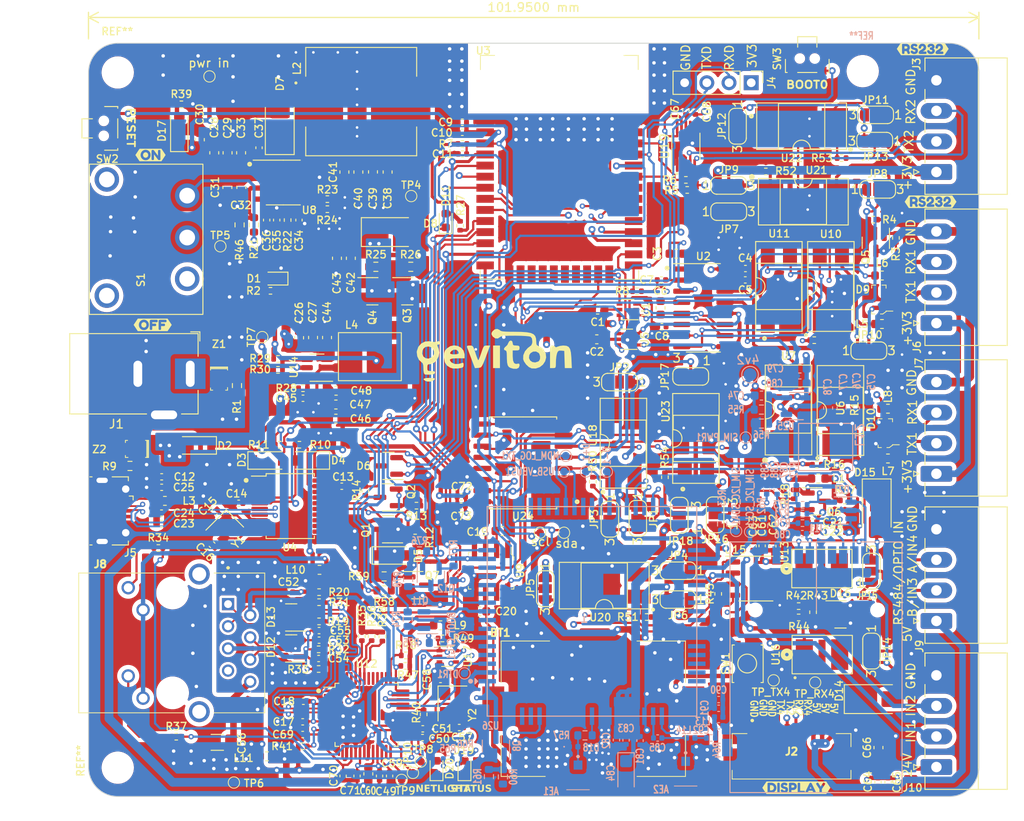
<source format=kicad_pcb>
(kicad_pcb (version 20221018) (generator pcbnew)
  (layers (0 "F.Cu" signal) (1 "In1.Cu" power) (2 "In2.Cu" mixed) (31 "B.Cu" signal) (34 "B.Paste" user) (35 "F.Paste" user) (36 "B.SilkS" user "B.Silkscreen") (37 "F.SilkS" user "F.Silkscreen") (38 "B.Mask" user) (39 "F.Mask" user) (44 "Edge.Cuts" user))
  (net 0 "")
  (net 1 "/RTC_DS3231/v_bat")
  (net 2 "GND")
  (net 3 "+3V3")
  (net 4 "Net-(U2-C1+)")
  (net 5 "Net-(U2-C1-)")
  (net 6 "Net-(U2-C2+)")
  (net 7 "Net-(U2-C2-)")
  (net 8 "Net-(U2-VS+)")
  (net 9 "Net-(U2-VS-)")
  (net 10 "/ESP32_MCU/~{esp_rst}")
  (net 11 "VBUS")
  (net 12 "+5V")
  (net 13 "Net-(U4-V3)")
  (net 14 "Net-(U4-XI)")
  (net 15 "Net-(U4-XO)")
  (net 16 "/BUCK_CONVERTER_TPS54331/POWER_INPUT")
  (net 17 "/SPI_ETH_INTERFACE_W5500/3V3A")
  (net 18 "Net-(C35-Pad1)")
  (net 19 "Net-(J5-VBUS)")
  (net 20 "Net-(U8-COMP)")
  (net 21 "Net-(U8-SS)")
  (net 22 "Net-(U8-BOOT)")
  (net 23 "Net-(D7-K)")
  (net 24 "/ESP32_MCU/esp_rxd")
  (net 25 "/ESP32_MCU/esp_txd")
  (net 26 "Net-(U14-SW)")
  (net 27 "/SPI_ETH_INTERFACE_W5500/3V3D")
  (net 28 "/ESP32_MCU/IO2")
  (net 29 "/ESP32_MCU/boot")
  (net 30 "Net-(D6-Pad3)")
  (net 31 "/SPI_ETH_INTERFACE_W5500/TCT")
  (net 32 "/rs232_MAX232/R1IN")
  (net 33 "/rs232_MAX232/TX1OUT")
  (net 34 "+24V")
  (net 35 "/RX4")
  (net 36 "/RX2")
  (net 37 "/TX2")
  (net 38 "/TX4")
  (net 39 "/USB_TTL_CH340/D-")
  (net 40 "/USB_TTL_CH340/D+")
  (net 41 "/SPI_ETH_INTERFACE_W5500/RD+")
  (net 42 "+3.3VA")
  (net 43 "/USB_TTL_CH340/rts")
  (net 44 "/SPI_ETH_INTERFACE_W5500/RD-")
  (net 45 "/USB_TTL_CH340/dtr")
  (net 46 "/SPI_ETH_INTERFACE_W5500/RCT")
  (net 47 "Net-(J8-GND)")
  (net 48 "Net-(U12-XI{slash}CLKIN)")
  (net 49 "Net-(R1-Pad2)")
  (net 50 "Net-(U12-XO)")
  (net 51 "/rs232_MAX232/GND_V")
  (net 52 "Net-(U12-1V2O)")
  (net 53 "Net-(U12-TOCAP)")
  (net 54 "Net-(D1-A)")
  (net 55 "Net-(D3-K)")
  (net 57 "/NPN_PNP_ISOLATED_INPUT/OPTO_OUT_1")
  (net 58 "/MULTIPLEXER_SWITCH_WAS3157B-6/OUT2_NC")
  (net 59 "/ESP32_MCU/mux_sel")
  (net 60 "/MULTIPLEXER_SWITCH_WAS3157B-6/OUT1_NC")
  (net 61 "Net-(D4-A)")
  (net 62 "Net-(D5-K)")
  (net 63 "Net-(D11-A)")
  (net 64 "/SPI_ETH_INTERFACE_W5500/TD-")
  (net 65 "/SPI_ETH_INTERFACE_W5500/TD+")
  (net 66 "/MAX485/B")
  (net 67 "/MAX485/A")
  (net 68 "Net-(U13-line_in)")
  (net 69 "Net-(D17-A)")
  (net 70 "/16BIT_ADC_ADS1115/ANALOG_IN_1")
  (net 71 "/16BIT_ADC_ADS1115/ANALOG_IN_2")
  (net 74 "Net-(J8-LEDG_K)")
  (net 75 "Net-(L5-Pad1)")
  (net 76 "Net-(L6-Pad1)")
  (net 77 "/ESP32_MCU/rtc_RST")
  (net 78 "/ESP32_MCU/rtc_~{INT}")
  (net 79 "Net-(J8-LEDY_K)")
  (net 80 "/NPN_PNP_ISOLATED_INPUT/IN1")
  (net 81 "/NPN_PNP_ISOLATED_INPUT/IN2")
  (net 82 "/BUCK_CONVERTER_TPS54331/5V_2A_POWER_OUT")
  (net 83 "Net-(C45-Pad1)")
  (net 84 "Net-(JP1-C)")
  (net 85 "/ESP32_MCU/U1_rxd")
  (net 86 "/ESP32_MCU/OPTO_INPUT")
  (net 87 "Net-(JP3-C)")
  (net 88 "Net-(JP4-C)")
  (net 89 "Net-(R9-Pad2)")
  (net 90 "Net-(JP6-C)")
  (net 91 "Net-(L7-Pad1)")
  (net 92 "Net-(Q6-S)")
  (net 93 "Net-(L8-Pad1)")
  (net 94 "GNDA")
  (net 95 "Net-(Q1-B)")
  (net 96 "Net-(R15-Pad2)")
  (net 97 "Net-(Q2-B)")
  (net 98 "Net-(Q2-C)")
  (net 99 "/MULTIPLEXER_SWITCH_WAS3157B-6/OUT2_N0")
  (net 100 "Net-(Q3-G)")
  (net 101 "Net-(Q3-S)")
  (net 102 "/MULTIPLEXER_SWITCH_WAS3157B-6/OUT1_N0")
  (net 103 "Net-(Q5-G)")
  (net 104 "/GND_EN")
  (net 105 "/UART_EN")
  (net 106 "Net-(R16-Pad2)")
  (net 107 "/PWR_EN")
  (net 108 "Net-(Q6-G)")
  (net 109 "/SDA")
  (net 110 "/SCL")
  (net 111 "Net-(U8-EN)")
  (net 112 "Net-(U8-VSENSE)")
  (net 113 "Net-(U14-BOOT)")
  (net 114 "Net-(U14-FB)")
  (net 115 "/SPI_ETH_INTERFACE_W5500/LED_1")
  (net 116 "Net-(U12-PMODE0)")
  (net 117 "Net-(U12-PMODE1)")
  (net 118 "/SPI_ETH_INTERFACE_W5500/LED_2")
  (net 119 "Net-(U12-PMODE2)")
  (net 120 "Net-(U12-EXRES1)")
  (net 121 "Net-(U15-B)")
  (net 122 "Net-(U15-A)")
  (net 123 "/NPN_PNP_ISOLATED_INPUT/OPTO_OUT_2")
  (net 124 "/ESP32_MCU/eth_INT")
  (net 125 "/ESP32_MCU/eth_~{RST}")
  (net 126 "/ESP32_MCU/eth_cs")
  (net 127 "Net-(R50-Pad1)")
  (net 128 "Net-(R51-Pad1)")
  (net 129 "Net-(U14-EN)")
  (net 130 "Net-(U12-SPDLED)")
  (net 131 "Net-(U12-DUPLED)")
  (net 132 "Net-(U2-T2OUT)")
  (net 133 "Net-(U2-R2IN)")
  (net 134 "Net-(U2-R1IN)")
  (net 135 "Net-(U2-T1OUT)")
  (net 136 "/ESP32_MCU/rs485_rx")
  (net 137 "/ESP32_MCU/rs485_tx")
  (net 144 "/ESP32_MCU/spi_SCLK")
  (net 145 "/ESP32_MCU/spi_MISO")
  (net 147 "/ESP32_MCU/spi_MOSI")
  (net 154 "/RTC_DS3231/32KHz")
  (net 160 "/SPI_ETH_INTERFACE_W5500/MISO")
  (net 169 "/16BIT_ADC_ADS1115/ANALOG_IN_3")
  (net 170 "/16BIT_ADC_ADS1115/ANALOG_IN_4")
  (net 171 "Net-(JP7-C)")
  (net 172 "/rs232_MAX232/IN5")
  (net 173 "/output_5")
  (net 174 "Net-(JP9-C)")
  (net 175 "Net-(JP10-B)")
  (net 176 "Net-(JP11-C)")
  (net 177 "/MAX485/IN3")
  (net 178 "/MAX485/OPTO_OUT_3")
  (net 179 "Net-(JP13-C)")
  (net 181 "/MAX485/IN4")
  (net 182 "Net-(JP16-C)")
  (net 183 "/MAX485/OPTO_OUT_4")
  (net 184 "Net-(JP18-C)")
  (net 185 "/ESP32_MCU/rs485_en")
  (net 186 "Net-(R52-Pad1)")
  (net 187 "Net-(R53-Pad1)")
  (net 188 "Net-(R54-Pad1)")
  (net 189 "Net-(U16-line_in)")
  (net 190 "Net-(J9-Pin_2)")
  (net 191 "Net-(J9-Pin_3)")
  (net 192 "Net-(D10-C2)")
  (net 193 "Net-(D10-C1)")
  (net 194 "Net-(JP17-B)")
  (net 195 "Net-(JP12-B)")
  (net 196 "Net-(JP5-B)")
  (net 197 "Net-(JP2-B)")
  (net 198 "Net-(JP8-B)")
  (net 199 "/SPI_ETH_INTERFACE_W5500/~RD+")
  (net 200 "/SPI_ETH_INTERFACE_W5500/~RD-")
  (net 201 "/ESP32_MCU/led")
  (net 203 "Net-(Q7-G)")
  (net 204 "Net-(AE1-A)")
  (net 205 "Net-(Q8-G)")
  (net 206 "Net-(Q8-D)")
  (net 207 "Net-(AE2-A)")
  (net 208 "Net-(U26-BOOT_CFG)")
  (net 209 "4.2V_SIMPWR")
  (net 210 "Net-(U25-FB)")
  (net 211 "Net-(U26-GNSS_ANT)")
  (net 212 "/GSM_GPRS_MODULE_SIM7000G/V_Sim")
  (net 213 "/GSM_GPRS_MODULE_SIM7000G/Sim_DIO")
  (net 214 "/GSM_GPRS_MODULE_SIM7000G/Sim_CLK")
  (net 215 "/GSM_GPRS_MODULE_SIM7000G/Sim_RST")
  (net 216 "Net-(U26-USB_DP)")
  (net 217 "Net-(U26-USB_DM)")
  (net 218 "Net-(J11-RST)")
  (net 219 "Net-(J11-CLK)")
  (net 220 "Net-(J11-I{slash}O)")
  (net 221 "/GSM_GPRS_MODULE_SIM7000G/Sim_DTR")
  (net 222 "Net-(U25-LX)")
  (net 223 "Net-(U26-MDM_LOG_TX)")
  (net 224 "/GSM_GPRS_MODULE_SIM7000G/Reset")
  (net 225 "Net-(U26-RF_ANT)")
  (net 226 "/ESP32_MCU/sim_rst")
  (net 227 "/GSM_GPRS_MODULE_SIM7000G/PWRKEY")
  (net 228 "Net-(U26-I2C_SCL)")
  (net 229 "VDD_EXT")
  (net 230 "Net-(U26-I2C_SDA)")
  (net 231 "/GSM_GPRS_MODULE_SIM7000G/NETLIGHT")
  (net 232 "/GSM_GPRS_MODULE_SIM7000G/STATUS")
  (net 233 "/ESP32_MCU/soft_uart_tx")
  (net 234 "/ESP32_MCU/soft_uart_rx")
  (net 235 "/GSM_GPRS_MODULE_SIM7000G/SIM_RI_(WAKE_HOST)")
  (net 247 "Net-(U26-USB_VBUS)")
  (net 264 "/GSM_GPRS_MODULE_SIM7000G/gps_VDD")
  (net 265 "Net-(D19-A)")
  (net 266 "Net-(D20-A)")
  (net 267 "/GSM_GPRS_MODULE_SIM7000G/Sim_DET")
  (net 268 "Net-(L14-Pad1)")
  (net 269 "Net-(Q11-B)")
  (net 270 "Net-(Q11-E)")
  (net 271 "Net-(Q12-B)")
  (net 272 "Net-(Q12-C)")
  (footprint "Resistor_SMD:R_0402_1005Metric" (layer "F.Cu") (at 183.45 75.2 -90)
    (fp_text reference "R22")
    (fp_text value "16.2K")
  )
  (footprint "Package_SO:VSSOP-10_3x3mm_P0.5mm" (layer "F.Cu") (at 229.05 66.75 90)
    (fp_text reference "U19")
    (fp_text value "ADS1115IDGS")
  )
  (footprint "Jumper:SolderJumper-3_P1.3mm_Open_RoundedPad1.0x1.5mm_NumberLabels" (layer "F.Cu") (at 251.005 71.69)
    (fp_text reference "JP8")
    (fp_text value "Jumper_3_Open")
  )
  (footprint "Capacitor_SMD:C_0603_1608Metric" (layer "F.Cu") (at 218.95 85.45 180)
    (fp_text reference "C1")
    (fp_text value "100n")
  )
  (footprint "digikey-footprints:SOD-123" (layer "F.Cu") (at 166.2 101.4 180)
    (fp_text reference "Z2")
    (fp_text value "MMSZ5231B-7-F")
  )
  (footprint "Capacitor_SMD:C_0402_1005Metric" (layer "F.Cu") (at 239 112.53 90)
    (fp_text reference "C62")
    (fp_text value "100n")
  )
  (footprint "Capacitor_SMD:C_0402_1005Metric" (layer "F.Cu") (at 200.95 127.8)
    (fp_text reference "C58")
    (fp_text value "22p")
  )
  (footprint "Resistor_SMD:R_0402_1005Metric" (layer "F.Cu") (at 250.5 75.15 180)
    (fp_text reference "R4")
    (fp_text value "10K")
  )
  (footprint "Capacitor_SMD:C_0603_1608Metric" (layer "F.Cu") (at 186.3625 88.65 90)
    (fp_text reference "C27")
    (fp_text value "10u")
  )
  (footprint "kibuzzard-63CBB10F" (layer "F.Cu") (at 241.7 140.2)
    (fp_text reference "kibuzzard-63CBB10F" hide)
    (fp_text value "G***" hide)
  )
  (footprint "Diode_SMD:D_SMA" (layer "F.Cu") (at 195.29 76.575)
    (fp_text reference "D8")
    (fp_text value "SS34")
  )
  (footprint "Resistor_SMD:R_0603_1608Metric" (layer "F.Cu") (at 165.4 103.35 180)
    (fp_text reference "R9")
    (fp_text value "2K")
  )
  (footprint "Resistor_SMD:R_0402_1005Metric" (layer "F.Cu") (at 218.4 105.15 -90)
    (fp_text reference "R50")
    (fp_text value "220R")
  )
  (footprint "Resistor_SMD:R_0402_1005Metric" (layer "F.Cu") (at 188 72.8 180)
    (fp_text reference "R23")
    (fp_text value "10.2K")
  )
  (footprint "Connector_BarrelJack:BarrelJack_Horizontal" (layer "F.Cu") (at 172.3 92.8)
    (fp_text reference "J1")
    (fp_text value "Barrel_Jack_Switch")
  )
  (footprint "Resistor_SMD:R_0402_1005Metric" (layer "F.Cu") (at 232.75 118 90)
    (fp_text reference "R45")
    (fp_text value "10K")
  )
  (footprint "Resistor_SMD:R_0402_1005Metric" (layer "F.Cu") (at 226.65 104.65 -90)
    (fp_text reference "R54")
    (fp_text value "220R")
  )
  (footprint "Resistor_SMD:R_0402_1005Metric" (layer "F.Cu") (at 170.7 134.35)
    (fp_text reference "R37")
    (fp_text value "330R")
  )
  (footprint "Resistor_SMD:R_0402_1005Metric" (layer "F.Cu") (at 244.05 103.2)
    (fp_text reference "R16")
    (fp_text value "100R")
  )
  (footprint "MACHADA_footprints:GEVITON_LOGO" (layer "F.Cu") (at 207.2 90.8)
    (fp_text reference "G***" hide)
    (fp_text value "LOGO" hide)
  )
  (footprint "Jumper:SolderJumper-3_P1.3mm_Open_RoundedPad1.0x1.5mm_NumberLabels" (layer "F.Cu") (at 233.955 71.24)
    (fp_text reference "JP9")
    (fp_text value "Jumper_3_Open")
  )
  (footprint "MACHADA_footprints:TBU-CA065-200-WH" (layer "F.Cu") (at 242.6125 124.95)
    (fp_text reference "U16")
    (fp_text value "TBU-CA065-200-WH")
  )
  (footprint "MountingHole:MountingHole_3.2mm_M3_ISO14580" (layer "F.Cu") (at 164 58.3)
    (fp_text reference "REF**")
    (fp_text value "MountingHole_3.2mm_M3_ISO14580")
  )
  (footprint "Capacitor_SMD:C_0402_1005Metric" (layer "F.Cu") (at 235.85 82.05)
    (fp_text reference "C5")
    (fp_text value "1u")
  )
  (footprint "Capacitor_SMD:C_0603_1608Metric" (layer "F.Cu") (at 175.05 67.5 90)
    (fp_text reference "C28")
    (fp_text value "10u_35V")
  )
  (footprint "Inductor_SMD:L_0603_1608Metric" (layer "F.Cu") (at 244.2125 104.8)
    (fp_text reference "L1")
    (fp_text value "L_Ferrite")
  )
  (footprint "Capacitor_SMD:C_0402_1005Metric" (layer "F.Cu") (at 230.15 62.62 90)
    (fp_text reference "C68")
    (fp_text value "10u")
  )
  (footprint "Capacitor_SMD:C_0402_1005Metric" (layer "F.Cu") (at 198.925 133.45)
    (fp_text reference "C51")
    (fp_text value "10u")
  )
  (footprint "Capacitor_SMD:C_0603_1608Metric" (layer "F.Cu") (at 189 94.74 180)
    (fp_text reference "C48")
    (fp_text value "100n")
  )
  (footprint "Resistor_SMD:R_0402_1005Metric" (layer "F.Cu") (at 199.025 131.8 -90)
    (fp_text reference "R40")
    (fp_text value "1M")
  )
  (footprint "Resistor_SMD:R_0603_1608Metric" (layer "F.Cu") (at 177.65 94.15 -90)
    (fp_text reference "R1")
    (fp_text value "2K")
  )
  (footprint "Capacitor_SMD:C_0402_1005Metric" (layer "F.Cu") (at 181.05 75.2 -90)
    (fp_text reference "C36")
    (fp_text value "8.2n")
  )
  (footprint "Capacitor_SMD:C_0402_1005Metric" (layer "F.Cu") (at 243.5 110.9 180)
    (fp_text reference "C22")
    (fp_text value "1u")
  )
  (footprint "Capacitor_SMD:C_0402_1005Metric" (layer "F.Cu") (at 185.175 132.65 180)
    (fp_text reference "C17")
    (fp_text value "100n")
  )
  (footprint "Package_TO_SOT_SMD:SOT-23" (layer "F.Cu") (at 193.15 83.35)
    (fp_text reference "Q4")
    (fp_text value "DMP3056L-7")
  )
  (footprint "Package_TO_SOT_SMD:SOT-23" (layer "F.Cu") (at 198.3 117)
    (fp_text reference "Q7")
    (fp_text value "BSN20")
  )
  (footprint "Capacitor_SMD:C_0402_1005Metric_Pad0.74x0.62mm_HandSolder" (layer "F.Cu") (at 169.0125 109.95)
    (fp_text reference "C23")
    (fp_text value "4.7u")
  )
  (footprint "Capacitor_SMD:C_1206_3216Metric_Pad1.33x1.80mm_HandSolder" (layer "F.Cu") (at 175.4 135 180)
    (fp_text reference "C56")
    (fp_text value "1nF_2KV")
  )
  (footprint "Capacitor_SMD:C_0402_1005Metric" (layer "F.Cu") (at 175.05 108.675 -135)
    (fp_text reference "C15")
    (fp_text value "22pF")
  )
  (footprint "Jumper:SolderJumper-3_P1.3mm_Open_RoundedPad1.0x1.5mm_NumberLabels" (layer "F.Cu") (at 250.67 66.155 180)
    (fp_text reference "JP13")
    (fp_text value "Jumper_3_Open")
  )
  (footprint "Jumper:SolderJumper-3_P1.3mm_Open_RoundedPad1.0x1.5mm_NumberLabels" (layer "F.Cu") (at 220.35 109.45 -90)
    (fp_text reference "JP3")
    (fp_text value "Jumper_3_Open")
  )
  (footprint "Resistor_SMD:R_0402_1005Metric" (layer "F.Cu") (at 185.175 135.45)
    (fp_text reference "R41")
    (fp_text value "12.4K_1%")
  )
  (footprint "Resistor_SMD:R_0402_1005Metric" (layer "F.Cu") (at 182.3625 91.1)
    (fp_text reference "R29")
    (fp_text value "30.9K")
  )
  (footprint "Capacitor_SMD:C_0402_1005Metric" (layer "F.Cu") (at 226.3 87.4 180)
    (fp_text reference "C8")
    (fp_text value "1u")
  )
  (footprint "Package_TO_SOT_SMD:SOT-23" (layer "F.Cu") (at 197.15 83.35)
    (fp_text reference "Q3")
    (fp_text value "DMP3056L-7")
  )
  (footprint "Capacitor_SMD:C_0402_1005Metric" (layer "F.Cu") (at 177.85 107.625 180)
    (fp_text reference "C14")
    (fp_text value "100nF")
  )
  (footprint "Diode_SMD:D_SOD-123" (layer "F.Cu") (at 195.4 113.6)
    (fp_text reference "D5")
    (fp_text value "B5819W")
  )
  (footprint "Connector_Phoenix_MC:PhoenixContact_MC_1,5_4-G-3.5_1x04_P3.50mm_Horizontal" (layer "F.Cu") (at 257.735 104.25 90)
    (fp_text reference "J7")
    (fp_text value "Conn_01x04")
  )
  (footprint "MACHADA_footprints:pc817-DIP-4_W7.62mm_SMDSocket_SmallPads" (layer "F.Cu") (at 245.65 82.8 90)
    (fp_text reference "U10")
    (fp_text value "PC817")
  )
  (footprint "Diode_SMD:D_SMA" (layer "F.Cu") (at 250.7 130.05)
    (fp_text reference "D14")
    (fp_text value "P0640TA")
  )
  (footprint "Capacitor_SMD:C_0402_1005Metric_Pad0.74x0.62mm_HandSolder" (layer "F.Cu") (at 169.03 105.8 180)
    (fp_text reference "C25")
    (fp_text value "100n")
  )
  (footprint "Capacitor_SMD:C_0402_1005Metric" (layer "F.Cu") (at 182.2 75.2 90)
    (fp_text reference "C35")
    (fp_text value "2.2n")
  )
  (footprint "Resistor_SMD:R_0402_1005Metric" (layer "F.Cu") (at 194.3 122.89 -90)
    (fp_text reference "R38")
    (fp_text value "10K")
  )
  (footprint "Capacitor_SMD:C_0402_1005Metric" (layer "F.Cu") (at 251.05 139.55 -90)
    (fp_text reference "C64")
    (fp_text value "100n")
  )
  (footprint "Jumper:SolderJumper-3_P1.3mm_Open_RoundedPad1.0x1.5mm_NumberLabels" (layer "F.Cu") (at 232.4 108.95 90)
    (fp_text reference "JP16")
    (fp_text value "Jumper_3_Open")
  )
  (footprint "Package_TO_SOT_SMD:SOT-23" (layer "F.Cu") (at 194.95 110.6 180)
    (fp_text reference "Q1")
    (fp_text value "MMBT3904")
  )
  (footprint "MACHADA_footprints:pc817-DIP-4_W7.62mm_SMDSocket_SmallPads" (layer "F.Cu") (at 246.75 97 90)
    (fp_text reference "U6")
    (fp_text value "PC817")
  )
  (footprint "Capacitor_SMD:C_0402_1005Metric" (layer "F.Cu") (at 229.05 62.65 90)
    (fp_text reference "C67")
    (fp_text value "100n")
  )
  (footprint "MACHADA_footprints:pc817-DIP-4_W7.62mm_SMDSocket_SmallPads" (layer "F.Cu") (at 240.8 96.95 90)
    (fp_text reference "U7")
    (fp_text value "PC817")
  )
  (footprint "Resistor_SMD:R_0402_1005Metric" (layer "F.Cu") (at 201.185 123.1)
    (fp_text reference "R49")
    (fp_text value "10K")
  )
  (footprint "Capacitor_SMD:C_0402_1005Metric" (layer "F.Cu") (at 195.125 138.85 90)
    (fp_text reference "C59")
    (fp_text value "10n")
  )
  (footprint "greencharge-footprints:tactile_sw_angled_1TS003B-1400-3500A-CT" (layer "F.Cu") (at 242.95 56.7 90)
    (fp_text reference "SW3")
    (fp_text value "SW_Push")
  )
  (footprint "Capacitor_SMD:C_0603_1608Metric" (layer "F.Cu") (at 176.55 71.45 -90)
    (fp_text reference "C31")
    (fp_text value "100n")
  )
  (footprint "Resistor_SMD:R_0402_1005Metric" (layer "F.Cu") (at 188 73.95)
    (fp_text reference "R24")
    (fp_text value "1.96K")
  )
  (footprint "Package_SO:SOIC-16W_7.5x10.3mm_P1.27mm" (layer "F.Cu") (at 210.4 103 180)
    (fp_text reference "U24")
    (fp_text value "PCF8574A")
  )
  (footprint "Package_QFP:LQFP-48_7x7mm_P0.5mm" (layer "F.Cu") (at 192.4875 131.85)
    (fp_text reference "U12")
    (fp_text value "W5500")
  )
  (footprint "Capacitor_SMD:C_0402_1005Metric" (layer "F.Cu") (at 203.45 64 180)
    (fp_text reference "C9")
    (fp_text value "10u")
  )
  (footprint "greencharge-footprints:YSPI0530-XXX" (layer "F.Cu") (at 190.37 90.84)
    (fp_text reference "L4")
    (fp_text value "YSPI0530-4R7M")
  )
  (footprint "Package_TO_SOT_SMD:SOT-353_SC-70-5" (layer "F.Cu") (at 201.785 125.15)
    (fp_text reference "U17")
    (fp_text value "SN74AHC1G125")
  )
  (footprint "Package_TO_SOT_SMD:SOT-23" (layer "F.Cu") (at 183.8625 120.7 180)
    (fp_text reference "D13")
    (fp_text value "ESDONCAN1LT1G")
  )
  (footprint "Resistor_SMD:R_0402_1005Metric" (layer "F.Cu") (at 171.29 61.95)
    (fp_text reference "R39")
    (fp_text value "20R")
  )
  (footprint "digikey-footprints:SOT-23-3" (layer "F.Cu") (at 251.8875 99.6 180)
    (fp_text reference "D10")
    (fp_text value "PESD1CAN_215")
  )
  (footprint "Package_TO_SOT_SMD:SOT-363_SC-70-6" (layer "F.Cu") (at 222.25 88.85 180)
    (fp_text reference "U5")
    (fp_text value "WAS3157B")
  )
  (footprint "Diode_SMD:D_SOD-123" (layer "F.Cu") (at 173.05 101 180)
    (fp_text reference "D2")
    (fp_text value "D_Schottky_Small")
  )
  (footprint "Jumper:SolderJumper-3_P1.3mm_Open_RoundedPad1.0x1.5mm_NumberLabels" (layer "F.Cu") (at 250.3 124.55 -90)
    (fp_text reference "JP14")
    (fp_text value "Jumper_3_Open")
  )
  (footprint "Resistor_SMD:R_0402_1005Metric" (layer "F.Cu") (at 229.05 70.6 180)
    (fp_text reference "R6")
    (fp_text value "4.7K")
  )
  (footprint "Capacitor_SMD:C_0402_1005Metric" (layer "F.Cu") (at 243.55 109.77 180)
    (fp_text reference "C21")
    (fp_text value "100n")
  )
  (footprint "Capacitor_SMD:C_0402_1005Metric" (layer "F.Cu") (at 203.465 67.63 180)
    (fp_text reference "C11")
    (fp_text value "0.1u")
  )
  (footprint "Capacitor_SMD:C_0603_1608Metric" (layer "F.Cu") (at 178.125 67.5 90)
    (fp_text reference "C33")
    (fp_text value "10n")
  )
  (footprint "Diode_SMD:D_SMA" (layer "F.Cu") (at 182.55 64.3 90)
    (fp_text reference "D7")
    (fp_text value "SS34")
  )
  (footprint "Resistor_SMD:R_0603_1608Metric" (layer "F.Cu") (at 179.6 75.75 -90)
    (fp_text reference "R21")
    (fp_text value "169K")
  )
  (footprint "Inductor_SMD:L_0603_1608Metric" (layer "F.Cu") (at 181.0875 136.6 180)
    (fp_text reference "L11")
    (fp_text value "FB_120 OHM 100MHz")
  )
  (footprint "Resistor_SMD:R_0402_1005Metric" (layer "F.Cu") (at 187.05 121.15)
    (fp_text reference "R19")
    (fp_text value "49.9R")
  )
  (footprint "Capacitor_SMD:C_0402_1005Metric" (layer "F.Cu") (at 187.05 122.2 180)
    (fp_text reference "C55")
    (fp_text value "10n")
  )
  (footprint "MACHADA_footprints:pc817-DIP-4_W7.62mm_SMDSocket_SmallPads" (layer "F.Cu") (at 239.7 82.8 90)
    (fp_text reference "U11")
    (fp_text value "PC817")
  )
  (footprint "Resistor_SMD:R_0402_1005Metric" (layer "F.Cu") (at 241.9625 119.4)
    (fp_text reference "R42")
    (fp_text value "10R")
  )
  (footprint "Jumper:SolderJumper-3_P1.3mm_Open_RoundedPad1.0x1.5mm_NumberLabels" (layer "F.Cu") (at 228.15 115.35 180)
    (fp_text reference "JP4")
    (fp_text value "Jumper_3_Open")
  )
  (footprint "Capacitor_SMD:C_0603_1608Metric" (layer "F.Cu") (at 190.69 79.575 -90)
    (fp_text reference "C42")
    (fp_text value "4.7u")
  )
  (footprint "LED_SMD:LED_0603_1608Metric" (layer "F.Cu") (at 201.55 75.25 90)
    (fp_text reference "D11")
    (fp_text value "PWR")
  )
  (footprint "greencharge-footprints:ind_SLH1207S150MTT" (layer "F.Cu") (at 186.825 61.635 90)
    (fp_text reference "L2")
    (fp_text value "SLH1207S150MTT")
  )
  (footprint "Connector_USB:USB_Micro-B_Molex-105017-0001" (layer "F.Cu") (at 163.45 108.5 -90)
    (fp_text reference "J5")
    (fp_text value "USB_B_Micro")
  )
  (footprint "Resistor_SMD:R_0402_1005Metric" (layer "F.Cu") (at 229.2 71.75 180)
    (fp_text reference "R5")
    (fp_text value "4.7K")
  )
  (footprint "Capacitor_SMD:C_0402_1005Metric" (layer "F.Cu") (at 187.05 123.3)
    (fp_text reference "C53")
    (fp_text value "6.8n")
  )
  (footprint "Capacitor_SMD:C_0603_1608Metric" (layer "F.Cu") (at 187.9625 88.65 90)
    (fp_text reference "C44")
    (fp_text value "100n")
  )
  (footprint "MountingHole:MountingHole_3.2mm_M3_ISO14580" (layer "F.Cu") (at 164 137.9)
    (fp_text reference "REF**")
    (fp_text value "MountingHole_3.2mm_M3_ISO14580")
  )
  (footprint "Resistor_SMD:R_0402_1005Metric" (layer "F.Cu") (at 182.35 92.35 180)
    (fp_text reference "R30")
    (fp_text value "10K")
  )
  (footprint "Package_TO_SOT_SMD:SOT-23" (layer "F.Cu") (at 183.8625 124.25 180)
    (fp_text reference "D12")
    (fp_text value "ESDONCAN1LT1G")
  )
  (footprint "Capacitor_SMD:C_0603_1608Metric" (layer "F.Cu") (at 188.975 97.94 180)
    (fp_text reference "C46")
    (fp_text value "22u")
  )
  (footprint "Capacitor_SMD:C_0603_1608Metric" (layer "F.Cu") (at 194.9 69.7 -90)
    (fp_text reference "C38")
    (fp_text value "47u")
  )
  (footprint "Capacitor_SMD:C_0603_1608Metric" (layer "F.Cu") (at 218.85 88.85 180)
    (fp_text reference "C2")
    (fp_text value "100n")
  )
  (footprint "Diode_SMD:D_SOD-123" (layer "F.Cu") (at 186 102.725 180)
    (fp_text reference "D4")
    (fp_text value "B5819W")
  )
  (footprint "Inductor_SMD:L_0603_1608Metric" (layer "F.Cu") (at 251.5 81.55)
    (fp_text reference "L6")
    (fp_text value "L_Ferrite")
  )
  (footprint "Resistor_SMD:R_0402_1005Metric" (layer "F.Cu") (at 191.95 122.84 -90)
    (fp_text reference "R35")
    (fp_text value "10K")
  )
  (footprint "Capacitor_SMD:C_0402_1005Metric" (layer "F.Cu") (at 203.1 133.3)
    (fp_text reference "C57")
    (fp_text value "22p")
  )
  (footprint "Connector_PinHeader_2.54mm:PinHeader_1x04_P2.54mm_Vertical" (layer "F.Cu") (at 236.53 59.475 -90)
    (fp_text reference "J4")
    (fp_text value "Conn_01x04")
  )
  (footprint "Capacitor_SMD:C_0402_1005Metric" (layer "F.Cu") (at 203.34 106.905 180)
    (fp_text reference "C72")
    (fp_text value "100nF")
  )
  (footprint "Resistor_SMD:R_0402_1005Metric" (layer "F.Cu") (at 184.8 100.925 180)
    (fp_text reference "R10")
    (fp_text value "10k")
  )
  (footprint "Resistor_SMD:R_0603_1608Metric" (layer "F.Cu") (at 193.55 80.55)
    (fp_text reference "R25")
    (fp_text value "1K")
  )
  (footprint "Resistor_SMD:R_0402_1005Metric" (layer "F.Cu") (at 187.05 117.8)
    (fp_text reference "R20")
    (fp_text value "10R")
  )
  (footprint "Connector_Phoenix_MC:PhoenixContact_MC_1,5_4-G-3.5_1x04_P3.50mm_Horizontal" (layer "F.Cu") (at 257.735 121.1 90)
    (fp_text reference "J9")
    (fp_text value "Conn_01x04")
  )
  (footprint "Resistor_SMD:R_0402_1005Metric" (layer "F.Cu") (at 243.6125 120.1 90)
    (fp_text reference "R43")
    (fp_text value "220R")
  )
  (footprint "Jumper:SolderJumper-3_P1.3mm_Open_RoundedPad1.0x1.5mm_NumberLabels" (layer "F.Cu") (at 250.77 63.155 180)
    (fp_text reference "JP11")
    (fp_text value "Jumper_3_Open")
  )
  (footprint "Resistor_SMD:R_0402_1005Metric" (layer "F.Cu") (at 192.35 106.2 -90)
    (fp_text reference "R14")
    (fp_text value "220R")
  )
  (footprint "Resistor_SMD:R_0402_1005Metric" (layer "F.Cu") (at 187.05 118.95)
    (fp_text reference "R31")
    (fp_text value "49.9R")
  )
  (footprint "Jumper:SolderJumper-3_P1.3mm_Open_RoundedPad1.0x1.5mm_NumberLabels" (layer "F.Cu") (at 223.55 109.35 -90)
    (fp_text reference "JP1")
    (fp_text value "Jumper_3_Open")
  )
  (footprint "Package_SO:SSOP-20_5.3x7.2mm_P0.65mm" (layer "F.Cu") (at 183.75 107.95)
    (fp_text reference "U4")
    (fp_text value "CH340T(SSOP20W)")
  )
  (footprint "Capacitor_SMD:C_0402_1005Metric" (layer "F.Cu") (at 189.8 138.85 -90)
    (fp_text reference "C70")
    (fp_text value "100n")
  )
  (footprint "Inductor_SMD:L_0603_1608Metric" (layer "F.Cu") (at 252.1875 102.5)
    (fp_text reference "L7")
    (fp_text value "L_Ferrite")
  )
  (footprint "Capacitor_SMD:C_0402_1005Metric" (layer "F.Cu") (at 180.175 66.92 90)
    (fp_text reference "C37")
    (fp_text value "100n")
  )
  (footprint "Capacitor_SMD:C_0402_1005Metric" (layer "F.Cu") (at 203.45 65.15 180)
    (fp_text reference "C10")
    (fp_text value "0.1u")
  )
  (footprint "LED_SMD:LED_0603_1608Metric" (layer "F.Cu") (at 200.5 137.9 90)
    (fp_text reference "D20")
    (fp_text value "ORANGE")
  )
  (footprint "Resistor_SMD:R_0402_1005Metric" (layer "F.Cu") (at 182.55 100.925)
    (fp_text reference "R11")
    (fp_text value "10k")
  )
  (footprint "Capacitor_SMD:C_0603_1608Metric" (layer "F.Cu") (at 208.025 110.8)
    (fp_text reference "C19")
    (fp_text value "100n")
  )
  (footprint "Capacitor_SMD:C_0402_1005Metric" (layer "F.Cu") (at 185.175 134.1 180)
    (fp_text reference "C69")
    (fp_text value "100n")
  )
  (footprint "Capacitor_SMD:C_0402_1005Metric" (layer "F.Cu") (at 174.8 112.375 135)
    (fp_text reference "C16")
    (fp_text value "22pF")
  )
  (footprint "kibuzzard-63D10F3E" (layer "F.Cu") (at 168 87.2)
    (fp_text reference "kibuzzard-63D10F3E" hide)
    (fp_text value "G***" hide)
  )
  (footprint "Package_TO_SOT_SMD:SOT-23" (layer "F.Cu") (at 194.95 106.95 180)
    (fp_text reference "Q2")
    (fp_text value "MMBT3904")
  )
  (footprint "Capacitor_SMD:C_0402_1005Metric" (layer "F.Cu") (at 235.87 80.75)
    (fp_text reference "C4")
    (fp_text value "100n")
  )
  (footprint "Jumper:SolderJumper-3_P1.3mm_Open_RoundedPad1.0x1.5mm_NumberLabels" (layer "F.Cu") (at 250.3 115.4 90)
    (fp_text reference "JP15")
    (fp_text value "Jumper_3_Open")
  )
  (footprint "Resistor_SMD:R_0402_1005Metric" (layer "F.Cu") (at 187 126.6)
    (fp_text reference "R33")
    (fp_text value "49.9R")
  )
  (footprint "Resistor_SMD:R_0402_1005Metric" (layer "F.Cu") (at 196.925 126.25)
    (fp_text reference "R47")
    (fp_text value "10K")
  )
  (footprint "MACHADA_footprints:pc817-DIP-4_W7.62mm_SMDSocket_SmallPads" (layer "F.Cu") (at 242.5 73.1)
    (fp_text reference "U21")
    (fp_text value "PC817")
  )
  (footprint "Capacitor_SMD:C_0603_1608Metric" (layer "F.Cu") (at 188.975 96.32 180)
    (fp_text reference "C47")
    (fp_text value "22u")
  )
  (footprint "Capacitor_SMD:C_0402_1005Metric" (layer "F.Cu") (at 193.975 138.85 -90)
    (fp_text reference "C49")
    (fp_text value "10u")
  )
  (footprint "Capacitor_SMD:C_0402_1005Metric_Pad0.74x0.62mm_HandSolder" (layer "F.Cu") (at 169.03 104.6 180)
    (fp_text reference "C12")
    (fp_text value "4.7u")
  )
  (footprint "Capacitor_SMD:C_0402_1005Metric" (layer "F.Cu") (at 191.4 138.85 -90)
    (fp_text reference "C71")
    (fp_text value "100n")
  )
  (footprint "Resistor_SMD:R_0402_1005Metric" (layer "F.Cu") (at 203.2 75.85 90)
    (fp_text reference "R27")
    (fp_text value "2.2K")
  )
  (footprint "greencharge-footprints:tactile_sw_angled_1TS003B-1400-3500A-CT" (layer "F.Cu") (at 162.4 64.7 180)
    (fp_text reference "SW2")
    (fp_text value "SW_Push")
  )
  (footprint "Capacitor_SMD:C_0603_1608Metric" (layer "F.Cu") (at 178.15 71.45 -90)
    (fp_text reference "C32")
    (fp_text value "100n")
  )
  (footprint "Capacitor_SMD:C_0402_1005Metric" (layer "F.Cu") (at 252.2 139.55 -90)
    (fp_text reference "C65")
    (fp_text value "100n")
  )
  (footprint "brilliant-kicad-library:TestPoint_Pad_D0.9mm" (layer "F.Cu") (at 198.7 137.2 90)
    (fp_text reference "TP8")
    (fp_text value "3V3D")
  )
  (footprint "Resistor_SMD:R_0603_1608Metric" (layer "F.Cu") (at 194.5 116)
    (fp_text reference "R59")
    (fp_text value "10K")
  )
  (footprint "Package_TO_SOT_SMD:SOT-23" (layer "F.Cu") (at 195 103.35 180)
    (fp_text reference "D6")
    (fp_text value "BAT54C")
  )
  (footprint "Resistor_SMD:R_0402_1005Metric" (layer "F.Cu") (at 187 124.35)
    (fp_text reference "R32")
    (fp_text value "49.9R")
  )
  (footprint "Resistor_SMD:R_0402_1005Metric" (layer "F.Cu") (at 203.465 66.48)
    (fp_text reference "R7")
    (fp_text value "10k")
  )
  (footprint "digikey-footprints:SOD-123" (layer "F.Cu") (at 175.6 93.35 -90)
    (fp_text reference "Z1")
    (fp_text value "LBZT52B24T1G")
  )
  (footprint "Jumper:SolderJumper-3_P1.3mm_Open_RoundedPad1.0x1.5mm_NumberLabels" (layer "F.Cu") (at 233.955 74.24)
    (fp_text reference "JP7")
    (fp_text value "Jumper_3_Open")
  )
  (footprint "brilliant-kicad-library:TestPoint_Pad_D0.9mm" (layer "F.Cu") (at 212.35 111 -90)
    (fp_text reference "TP1")
    (fp_text value "TestPoint")
  )
  (footprint "LED_SMD:LED_0603_1608Metric" (layer "F.Cu") (at 203.7 137.9 90)
    (fp_text reference "D19")
    (fp_text value "BLUE")
  )
  (footprint "Resistor_SMD:R_0402_1005Metric" (layer "F.Cu") (at 238.205 69.64 180)
    (fp_text reference "R52")
    (fp_text value "220R")
  )
  (footprint "greencharge-footprints:SLIDER_SW_SS-12D16L3R" (layer "F.Cu") (at 171.95 82 90)
    (fp_text reference "S1")
    (fp_text value "SS-12D11L3 ")
  )
  (footprint "Resistor_SMD:R_0402_1005Metric" (layer "F.Cu") (at 243.75 88.95)
    (fp_text reference "R15")
    (fp_text value "100R")
  )
  (footprint "Package_TO_SOT_SMD:SOT-23" (layer "F.Cu") (at 244 107.4)
    (fp_text reference "Q6")
    (fp_text value "DMP3056L-7")
  )
  (footprint "Diode_SMD:D_SMA" (layer "F.Cu") (at 250.9 108.35 -90)
    (fp_text reference "D15")
    (fp_text value "P0640TA")
  )
  (footprint "Capacitor_SMD:C_0603_1608Metric" (layer "F.Cu") (at 205.425 120 180)
    (fp_text reference "C20")
    (fp_text value "100n")
  )
  (footprint "Capacitor_SMD:C_0603_1608Metric" (layer "F.Cu") (at 173.4 66 90)
    (fp_text reference "C30")
    (fp_text value "10u_35V")
  )
  (footprint "Resistor_SMD:R_0402_1005Metric" (layer "F.Cu") (at 196.975 125.05)
    (fp_text reference "R48")
    (fp_text value "10K")
  )
  (footprint "digikey-footprints:ESP32-WROOM-32D" (layer "F.Cu") (at 214.565 72.135)
    (fp_text reference "U3")
    (fp_text value "ESP32 Wroom")
  )
  (footprint "Capacitor_SMD:C_0603_1608Metric" (layer "F.Cu") (at 176.575 67.5 90)
    (fp_text reference "C29")
    (fp_text value "10u_35V")
  )
  (footprint "brilliant-kicad-library:TestPoint_Pad_D0.9mm" (layer "F.Cu") (at 196.5 139.3 180)
    (fp_text reference "TP9")
    (fp_text value "SPDLED")
  )
  (footprint "Capacitor_SMD:C_0402_1005Metric" (layer "F.Cu") (at 187 125.4)
    (fp_text reference "C54")
    (fp_text value "6.8n")
  )
  (footprint "Diode_SMD:D_SOD-123" (layer "F.Cu") (at 181.15 102.725)
    (fp_text reference "D3")
    (fp_text value "B5819W")
  )
  (footprint "Capacitor_SMD:C_0402_1005Metric" (layer "F.Cu") (at 198.895 134.45)
    (fp_text reference "C50")
    (fp_text value "100n")
  )
  (footprint "greencharge-footprints:RJ45_CONN_J1B1211CCD" (layer "F.Cu") (at 170.18 123.615 -90)
    (fp_text reference "J8")
    (fp_text value "RJ45_Bel_SI-60062-F" hide)
  )
  (footprint "Resistor_SMD:R_0402_1005Metric" (layer "F.Cu") (at 181.4875 83.3 180)
    (fp_text reference "R2")
    (fp_text value "2.2K")
  )
  (footprint "Jumper:SolderJumper-3_P1.3mm_Open_RoundedPad1.0x1.5mm_NumberLabels" (layer "F.Cu") (at 250 90.15)
    (fp_text reference "JP10")
    (fp_text value "Jumper_3_Open")
  )
  (footprint "Capacitor_SMD:C_0603_1608Metric" (layer "F.Cu") (at 184.7625 88.675 90)
    (fp_text reference "C26")
    (fp_text value "10u")
  )
  (footprint "Package_SO:SOIC-16_3.9x9.9mm_P1.27mm" (layer "F.Cu") (at 231.05 85.25)
    (fp_text reference "U2")
    (fp_text value "MAX3232")
  )
  (footprint "Resistor_SMD:R_0402_1005Metric" (layer "F.Cu") (at 198.05 111.55)
    (fp_text reference "R12")
    (fp_text value "10k")
  )
  (footprint "Resistor_SMD:R_0402_1005Metric" (layer "F.Cu") (at 223.45 83.35 180)
    (fp_text reference "R8")
    (fp_text value "10k")
  )
  (footprint "MACHADA_footprints:TBU-CA065-200-WH" (layer "F.Cu") (at 242.575 115.1)
    (fp_text reference "U13")
    (fp_text value "TBU-CA065-200-WH")
  )
  (footprint "Capacitor_SMD:C_0603_1608Metric" (layer "F.Cu") (at 193.225 69.685 -90)
    (fp_text reference "C39")
    (fp_text value "47u")
  )
  (footprint "kibuzzard-63CBB0EC" (layer "F.Cu") (at 256.1675 55.6)
    (fp_text reference "kibuzzard-63CBB0EC" hide)
    (fp_text value "G***" hide)
  )
  (footprint "Resistor_SMD:R_0402_1005Metric" (layer "F.Cu") (at 241.4 106.6 90)
    (fp_text reference "R18")
    (fp_text value "1K")
  )
  (footprint "Resistor_SMD:R_0402_1005Metric" (layer "F.Cu") (at 168.65 112.75)
    (fp_text reference "R34")
    (fp_text value "330R")
  )
  (footprint "kibuzzard-63CBB0EC" (layer "F.Cu") (at 257.0675 73.105)
    (fp_text reference "kibuzzard-63CBB0EC" hide)
    (fp_text value "G***" hide)
  )
  (footprint "Package_SO:SOIC-8_3.9x4.9mm_P1.27mm" (layer "F.Cu") (at 182.95 70.9)
    (fp_text reference "U8")
    (fp_text value "TPS54331")
  )
  (footprint "Capacitor_SMD:C_0603_1608Metric" (layer "F.Cu") (at 226.15 85.25 -90)
    (fp_text reference "C6")
    (fp_text value "1u")
  )
  (footprint "greencharge-footprints:SKRPACE010" (layer "F.Cu") (at 236.05 126 -90)
    (fp_text reference "SW1")
    (fp_text value "SW_Push")
  )
  (footprint "Jumper:SolderJumper-3_P1.3mm_Open_RoundedPad1.0x1.5mm_NumberLabels" (layer "F.Cu") (at 229.6 93.1 180)
    (fp_text reference "JP17")
    (fp_text value "Jumper_3_Open")
  )
  (footprint "Jumper:SolderJumper-3_P1.3mm_Open_RoundedPad1.0x1.5mm_NumberLabels" (layer "F.Cu") (at 221.45 93.75 180)
    (fp_text reference "JP2")
    (fp_text value "Jumper_3_Open")
  )
  (footprint "Jumper:SolderJumper-3_P1.3mm_Open_RoundedPad1.0x1.5mm_NumberLabels" (layer "F.Cu") (at 228.3 109 90)
    (fp_text reference "JP18")
    (fp_text value "Jumper_3_Open")
  )
  (footprint "Capacitor_SMD:C_0402_1005Metric" (layer "F.Cu") (at 189.65 105.675)
    (fp_text reference "C13")
    (fp_text value "22uF")
  )
  (footprint "Inductor_SMD:L_0603_1608Metric" (layer "F.Cu") (at 252.1875 96.8)
    (fp_text reference "L8")
    (fp_text value "L_Ferrite")
  )
  (footprint "kibuzzard-63D10F4A" (layer "F.Cu") (at 167.75 67.75)
    (fp_text reference "kibuzzard-63D10F4A" hide)
    (fp_text value "G***" hide)
  )
  (footprint "digikey-footprints:SOIC-8_W3.9mm" (layer "F.Cu") (at 206.75 115.35 180)
    (fp_text reference "U9")
    (fp_text value "DS3231MZ_V__NRND")
  )
  (footprint "Inductor_SMD:L_0603_1608Metric" (layer "F.Cu") (at 251.5 87.1)
    (fp_text reference "L5")
    (fp_text value "L_Ferrite")
  )
  (footprint "Capacitor_SMD:C_0402_1005Metric" (layer "F.Cu") (at 185.21 95.6)
    (fp_text reference "C45")
    (fp_text value "100n")
  )
  (footprint "MACHADA_footprints:pc817-DIP-4_W7.62mm_SMDSocket_SmallPads" (layer "F.Cu") (at 242.3 64.45 180)
    (fp_text reference "U22")
    (fp_text value "PC817")
  )
  (footprint "Package_TO_SOT_SMD:SOT-363_SC-70-6" (layer "F.Cu") (at 222.4 85.45 180)
    (fp_text reference "U1")
    (fp_text value "WAS3157B")
  )
  (footprint "Resistor_SMD:R_0402_1005Metric" (layer "F.Cu") (at 246.88 68.105)
    (fp_text reference "R53")
    (fp_text value "220R")
  )
  (footprint "MACHADA_footprints:pc817-DIP-4_W7.62mm_SMDSocket_SmallPads" (layer "F.Cu") (at 230.2 100.2 90)
    (fp_text reference "U23")
    (fp_text value "PC817")
  )
  (footprint "Capacitor_SMD:C_0402_1005Metric" (layer "F.Cu") (at 236.75 112.52 90)
    (fp_text reference "C63")
    (fp_text value "10u")
  )
  (footprint "Capacitor_SMD:C_0402_1005Metric" (layer "F.Cu") (at 185.25 130.3 180)
    (fp_text reference "C18")
    (fp_text value "100n")
  )
  (footprint "brilliant-kicad-library:TestPoint_Pad_D0.9mm" (layer "F.Cu") (at 243.85 128.15 180)
    (fp_text reference "TP_RX4")
    (fp_text value "TestPoint")
  )
  (footprint "Capacitor_SMD:C_0402_1005Metric_Pad0.74x0.62mm_HandSolder" (layer "F.Cu") (at 169.0125 108.75)
    (fp_text reference "C24")
    (fp_text value "10n")
  )
  (footprint "Connector_Phoenix_MC:PhoenixContact_MC_1,5_4-G-3.5_1x04_P3.50mm_Horizontal" (layer "F.Cu") (at 257.735 69.695 90)
    (fp_text reference "J3")
    (fp_text value "Conn_01x04")
  )
  (footprint "Capacitor_SMD:C_0402_1005Metric" (layer "F.Cu") (at 183.55 117.8)
    (fp_text reference "C52")
    (fp_text value "22n")
  )
  (footprint "Jumper:SolderJumper-3_P1.3mm_Open_RoundedPad1.0x1.5mm_NumberLabels" (layer "F.Cu") (at 228.15 118.65 180)
    (fp_text reference "JP6")
    (fp_text value "Jumper_3_Open")
  )
  (footprint "Capacitor_SMD:C_0603_1608Metric" (layer "F.Cu") (at 251.1 135.6 90)
    (fp_text reference "C66")
    (fp_text value "1u")
  )
  (footprint "brilliant-kicad-library:TestPoint_Pad_D0.9mm" (layer "F.Cu") (at 175.75 78.2)
    (fp_text reference "TP5")
    (fp_text value "EN_5V")
  )
  (footprint "Resistor_SMD:R_0603_1608Metric" (layer "F.Cu") (at 177.95 75.75 90)
    (fp_text reference "R46")
    (fp_text value "31.6K")
  )
  (footprint "Capacitor_SMD:C_0402_1005Metric" (layer "F.Cu") (at 203.32 107.955 180)
    (fp_text reference "C73")
    (fp_text value "100nF")
  )
  (footprint "Resistor_SMD:R_0402_1005Metric" (layer "F.Cu") (at 241.9625 120.7)
    (fp_text reference "R44")
    (fp_text value "10R")
  )
  (footprint "brilliant-kicad-library:TestPoint_Pad_D0.9mm" (layer "F.Cu") (at 174.5 58.75)
    (fp_text reference "TP3" hide)
    (fp_text value "5V")
  )
  (footprint "Connector_Phoenix_MC:PhoenixContact_MC_1,5_4-G-3.5_1x04_P3.50mm_Horizontal" (layer "F.Cu") (at 257.735 137.825 90)
    (fp_text reference "J10")
    (fp_text value "Conn_01x04")
  )
  (footprint "Capacitor_SMD:C_0603_1608Metric" (layer "F.Cu") (at 189.1 79.575 -90)
    (fp_text reference "C43")
    (fp_text value "10u")
  )
  (footprint "Resistor_SMD:R_0603_1608Metric" (layer "F.Cu") (at 197.55 80.55)
    (fp_text reference "R26")
    (fp_text value "10K")
  )
  (footprint "Package_SO:SOP-8_3.9x4.9mm_P1.27mm" (layer "F.Cu") (at 237.0625 116.25)
    (fp_text reference "U15")
    (fp_text value "MAX485E")
  )
  (footprint "Inductor_SMD:L_0603_1608Metric" (layer "F.Cu") (at 187.1 115.25)
    (fp_text reference "L10")
    (fp_text value "FB_120 OHM 100MHz")
  )
  (footprint "Package_TO_SOT_SMD:SOT-23" (layer "F.Cu") (at 250.8 77.8 -90)
    (fp_text reference "Q5")
    (fp_text value "SI2302-HXY")
  )
  (footprint "Resistor_SMD:R_0402_1005Metric" (layer "F.Cu") (at 247.25 107.3)
    (fp_text reference "R17")
    (fp_text value "10K")
  )
  (footprint "greencharge-footprints:FPC_10PIN_1MM_XF3M110151BR100" (layer "F.Cu") (at 241.15 134)
    (fp_text reference "J2")
    (fp_text value "SCREEN CONN FPC 10PIN 1MM" hide)
  )
  (footprint "Crystal:Crystal_SMD_2520-4Pin_2.5x2.0mm" (layer "F.Cu") (at 176.25 110.525 -135)
    (fp_text reference "Y1")
    (fp_text value "12MHz")
  )
  (footprint "Capacitor_SMD:C_0603_1608Metric" (layer "F.Cu") (at 189.95 69.7 -90)
    (fp_text reference "C41")
    (fp_text value "10n")
  )
  (footprint "Capacitor_SMD:C_0402_1005Metric" (layer "F.Cu") (at 237.78 112.5 90)
    (fp_text reference "C61")
    (fp_text value "100n")
  )
  (footprint "Crystal:Crystal_SMD_3225-4Pin_3.2x2.5mm" (layer "F.Cu") (at 202.325 130.55 -90)
    (fp_text reference "Y2")
    (fp_text value "25MHz")
  )
  (footprint "Capacitor_SMD:C_0603_1608Metric" (layer "F.Cu") (at 192.69 138.61 90)
    (fp_text reference "C60")
    (fp_text value "47u")
  )
  (footprint "Resistor_SMD:R_0402_1005Metric" (layer "F.Cu") (at 224.56 120.65)
    (fp_text reference "R51")
    (fp_text value "220R")
  )
  (footprint "brilliant-kicad-library:TestPoint_Pad_D0.9mm" (layer "F.Cu") (at 197.6 72.45)
    (fp_text reference "TP4")
    (fp_text value "5V")
  )
  (footprint "Resistor_SMD:R_0603_1608Metric" (layer "F.Cu") (at 194.5 117.6)
    (fp_text reference "R58")
    (fp_text value "1k")
  )
  (footprint "Resistor_SMD:R_0402_1005Metric" (layer "F.Cu") (at 193.07 122.84 -90)
    (fp_text reference "R36")
    (fp_text value "10K")
  )
  (footprint "digikey-footprints:SOT-23-3" (layer "F.Cu") (at 251.15 84.3 180)
    (fp_text reference "D9")
    (fp_text value "PESD1CAN_215")
  )
  (footprint "Capacitor_SMD:C_0603_1608Metric" (layer "F.Cu") (at 227.95 79.05 180)
    (fp_text reference "C3")
    (fp_text value "1u")
  )
  (footprint "greencharge-footprints:BATHLD001" (layer "F.Cu") (at 218.45 131.15)
    (fp_text reference "BT1")
    (fp_text value "Battery_Cell" hide)
  )
  (footprint "brilliant-kicad-library:TestPoint_Pad_D0.9mm" (layer "F.Cu") (at 239.1 127.9 180)
    (fp_text reference "TP_TX4")
    (fp_text value "TestPoint")
  )
  (footprint "MACHADA_footprints:pc817-DIP-4_W7.62mm_SMDSocket_SmallPads" (layer "F.Cu") (at 221.9 100.75 90)
    (fp_text reference "U18")
    (fp_text value "PC817")
  )
  (footprint "LED_SMD:LED_0603_1608Metric" (layer "F.Cu") (at 182 81.9 180)
    (fp_text reference "D1")
    (fp_text value "PWR")
  )
  (footprint "Connector_Phoenix_MC:PhoenixContact_MC_1,5_4-G-3.5_1x04_P3.50mm_Horizontal" (layer "F.Cu") (at 257.735 87 90)
    (fp_text reference "J6")
    (fp_text value "Conn_01x04")
  )
  (footprint "Capacitor_SMD:C_0402_1005Metric" (layer "F.Cu") (at 226.25 82.05 180)
    (fp_text reference "C7")
    (fp_text value "1u")
  )
  (footprint "brilliant-kicad-library:TestPoint_Pad_D0.9mm" (layer "F.Cu") (at 215.1 111 -90)
    (fp_text reference "TP2")
    (fp_text value "TestPoint")
  )
  (footprint "brilliant-kicad-library:TestPoint_Pad_D0.9mm" (layer "F.Cu") (at 197.8 138.5 -90)
    (fp_text reference "TP10")
    (fp_text value "DUPLED")
  )
  (footprint "Capacitor_SMD:C_0402_1005Metric" (layer "F.Cu") (at 184.75 75.2 -90)
    (fp_text reference "C34")
    (fp_text value "10p")
  )
  (footprint "brilliant-kicad-library:TestPoint_Pad_D0.9mm" (layer "F.Cu") (at 177.3 139.6)
    (fp_text reference "TP6")
    (fp_text value "GND")
  )
  (footprint "Package_TO_SOT_SMD:SOT-23" (layer "F.Cu") (at 246.75 120.35)
    (fp_text reference "D16")
    (fp_text value "ESDONCAN1LT1G")
  )
  (footprint "Resistor_SMD:R_0402_1005Metric" (layer "F.Cu") (at 198.2 107.9 180)
    (fp_text reference "R13")
    (fp_text value "10k")
  )
  (footprint "Inductor_SMD:L_0603_1608Metric" (layer "F.Cu") (at 169.4 107.35 180)
    (fp_text reference "L3")
    (fp_text value "2A_bead")
  )
  (footprint "brilliant-kicad-library:TestPoint_Pad_D0.9mm" (layer "F.Cu") (at 180.55 88.6 90)
    (fp_text reference "TP7")
    (fp_text value "EN_3V3_BC")
  )
  (footprint "Inductor_SMD:L_0603_1608Metric" (layer "F.Cu") (at 200.95 121.6)
    (fp_text reference "L9")
    (fp_text value "FB_120 OHM 100MHz")
  )
  (footprint "Resistor_SMD:R_0402_1005Metric" (layer "F.Cu") (at 185.21 94.45 180)
    (fp_text reference "R28")
    (fp_text value "30R")
  )
  (footprint "Capacitor_SMD:C_0603_1608Metric" (layer "F.Cu") (at 191.55 69.7 -90)
    (fp_text reference "C40")
    (fp_text value "100n")
  )
  (footprint "Jumper:SolderJumper-3_P1.3mm_Open_RoundedPad1.0x1.5mm_NumberLabels" (layer "F.Cu") (at 212.95 117.4 -90)
    (fp_text reference "JP5")
    (fp_text value "Jumper_3_Open")
  )
  (footprint "Resistor_SMD:R_0402_1005Metric" (layer "F.Cu") (at 253.1 77.24 -90)
    (fp_text reference "R3")
    (fp_text value "1K")
  )
  (footprint "Package_TO_SOT_SMD:SOT-23-6" (layer "F.Cu") (at 186.8125 92.1 180)
    (fp_text reference "U14")
    (fp_text value "TPS56339DDC")
  )
  (footprint "MACHADA_footprints:pc817-DIP-4_W7.62mm_SMDSocket_SmallPads" (layer "F.Cu") (at 219.7 117.05 180)
    (fp_text reference "U20")
    (fp_text value "PC817")
  )
  (footprint "Jumper:SolderJumper-3_P1.3mm_Open_RoundedPad1.0x1.5mm_NumberLabels" (layer "F.Cu") (at 234.97 64.455 -90)
    (fp_text reference "JP12")
    (fp_text value "Jumper_3_Open")
  )
  (footprint "Diode_SMD:D_SOD-123" (layer "F.Cu") (at 171.05 65 90)
    (fp_text reference "D17")
    (fp_text value "27V_BREAK_DOWN")
  )
  (footprint "Package_TO_SOT_SMD:SOT-23-5" (layer "B.Cu") (at 241.7 96.5 180)
    (fp_text reference "U25")
    (fp_text value "SY8089AAAC")
  )
  (footprint "Resistor_SMD:R_0402_1005Metric" (layer "B.Cu") (at 201.79 136.9 180)
    (fp_text reference "R65")
    (fp_text value "390R")
  )
  (footprint "greencharge-footprints:UFL_COAX_CONN23370191" (layer "B.Cu") (at 229.025 138.7)
    (fp_text reference "AE2")
    (fp_text value "Antenna_Shield" hide)
  )
  (footprint "MountingHole:MountingHole_3.2mm_M3_ISO14580" (layer "B.Cu") (at 249.3 58.15 180)
    (fp_text reference "REF**")
    (fp_text value "MountingHole_3.2mm_M3_ISO14580")
  )
  (footprint "Capacitor_SMD:C_0603_1608Metric" (layer "B.Cu") (at 237.7 95.3)
    (fp_text reference "C74")
    (fp_text value "8.2p")
  )
  (footprint "greencharge-footprints:UFL_COAX_CONN23370191" (layer "B.Cu") (at 216.7 139.125)
    (fp_text reference "AE1")
    (fp_text value "Antenna_Shield" hide)
  )
  (footprint "Capacitor_SMD:C_0603_1608Metric" (layer "B.Cu") (at 248.42 96.725 90)
    (fp_text reference "C76")
    (fp_text value "33p")
  )
  (footprint "Diode_SMD:D_0402_1005Metric" (layer "B.Cu") (at 216.2 135.5)
    (fp_text reference "D18")
    (fp_text value "LXES15AAA1-153")
  )
  (footprint "Capacitor_SMD:C_0603_1608Metric" (layer "B.Cu") (at 250 96.725 90)
    (fp_text reference "C75")
    (fp_text value "10n")
  )
  (footprint "Resistor_SMD:R_0603_1608Metric" (layer "B.Cu") (at 217.5 134.2 180)
    (fp_text reference "R57")
    (fp_text value "0R")
  )
  (footprint "brilliant-kicad-library:TestPoint_Pad_D0.9mm" (layer "B.Cu") (at 236.4 110.9 90)
    (fp_text reference "SIM_I2C_SCL1")
    (fp_text value "SIM_I2C_SCL")
  )
  (footprint "brilliant-kicad-library:TestPoint_Pad_D0.9mm" (layer "B.Cu") (at 220 104 180)
    (fp_text reference "D-1")
    (fp_text value "D-")
  )
  (footprint "MACHADA_footprints:micro_sim_XKSIM-220" (layer "B.Cu") (at 249.6 113.05 180)
    (fp_text reference "J11")
    (fp_text value "SIM_Card")
  )
  (footprint "Capacitor_SMD:C_0402_1005Metric" (layer "B.Cu") (at 232.8 131.1 180)
    (fp_text reference "C91")
    (fp_text value "10n")
  )
  (footprint "Resistor_SMD:R_0603_1608Metric" (layer "B.Cu") (at 202.45 115.6375 -90)
    (fp_text reference "R77")
    (fp_text value "100K")
  )
  (footprint "greencharge-footprints:SIM7000G" (layer "B.Cu") (at 218.3 120)
    (fp_text reference "U26")
    (fp_text value "SIM7000G")
  )
  (footprint "Resistor_SMD:R_0603_1608Metric" (layer "B.Cu") (at 206.5 138.925 90)
    (fp_text reference "R61")
    (fp_text value "10K")
  )
  (footprint "Capacitor_SMD:C_0402_1005Metric" (layer "B.Cu") (at 223.8 134.8 -90)
    (fp_text reference "C81")
    (fp_text value "1u")
  )
  (footprint "brilliant-kicad-library:TestPoint_Pad_D0.9mm" (layer "B.Cu") (at 217.6 104 180)
    (fp_text reference "D+1")
    (fp_text value "D+")
  )
  (footprint "Inductor_SMD:L_0402_1005Metric" (layer "B.Cu") (at 229.6 134.5 180)
    (fp_text reference "L14")
    (fp_text value "27nH")
  )
  (footprint "Capacitor_SMD:C_0402_1005Metric" (layer "B.Cu") (at 238.3 106.1 90)
    (fp_text reference "C89")
    (fp_text value "22p")
  )
  (footprint "Inductor_SMD:L_0402_1005Metric" (layer "B.Cu") (at 232.8 132.1 180)
    (fp_text reference "L13")
    (fp_text value "100mHz 150/200R")
  )
  (footprint "Capacitor_SMD:C_0402_1005Metric" (layer "B.Cu") (at 221.1 134.73 -90)
    (fp_text reference "C82")
    (fp_text value "10u")
  )
  (footprint "Resistor_SMD:R_0603_1608Metric" (layer "B.Cu") (at 208.1 138.95 90)
    (fp_text reference "R60")
    (fp_text value "1k")
  )
  (footprint "Capacitor_SMD:C_0402_1005Metric" (layer "B.Cu") (at 232.8 133.1)
    (fp_text reference "C92")
    (fp_text value "1n")
  )
  (footprint "Resistor_SMD:R_0402_1005Metric" (layer "B.Cu") (at 241.7 106.09 90)
    (fp_text reference "R72")
    (fp_text value "10K")
  )
  (footprint "brilliant-kicad-library:TestPoint_Pad_D0.9mm" (layer "B.Cu") (at 203.5 123 180)
    (fp_text reference "BOOT_CFG1")
    (fp_text value "BOOT_CFG")
  )
  (footprint "Capacitor_SMD:C_0402_1005Metric" (layer "B.Cu") (at 239.5 106.1 90)
    (fp_text reference "C88")
    (fp_text value "22p")
  )
  (footprint "Capacitor_SMD:C_0402_1005Metric" (layer "B.Cu") (at 242.38 111.1 180)
    (fp_text reference "C86")
    (fp_text value "100n")
  )
  (footprint "Capacitor_SMD:C_0603_1608Metric" (layer "B.Cu") (at 242.1 92.2 180)
    (fp_text reference "C79")
    (fp_text value "10u")
  )
  (footprint "Capacitor_SMD:C_0603_1608Metric" (layer "B.Cu") (at 245.34 96.72 90)
    (fp_text reference "C78")
    (fp_text value "22u")
  )
  (footprint "Resistor_SMD:R_0402_1005Metric" (layer "B.Cu") (at 242.4 108.8)
    (fp_text reference "R71")
    (fp_text value "22R")
  )
  (footprint "Resistor_SMD:R_0603_1608Metric" (layer "B.Cu") (at 237.7 98.5 180)
    (fp_text reference "R56")
    (fp_text value "56k")
  )
  (footprint "brilliant-kicad-library:TestPoint_Pad_D0.9mm" (layer "B.Cu") (at 215.1 104 180)
    (fp_text reference "USB_VBUS1")
    (fp_text value "USB_VBUS")
  )
  (footprint "Resistor_SMD:R_0402_1005Metric" (layer "B.Cu") (at 231.91 134.5)
    (fp_text reference "R64")
    (fp_text value "20R")
  )
  (footprint "Resistor_SMD:R_0402_1005Metric" (layer "B.Cu") (at 203.8 136.3 180)
    (fp_text reference "R66")
    (fp_text value "390R")
  )
  (footprint "brilliant-kicad-library:TestPoint_Pad_D0.9mm" (layer "B.Cu") (at 234.8 110.8 180)
    (fp_text reference "SIM_I2C_SDA1")
    (fp_text value "SIM_I2C_SDA")
  )
  (footprint "Resistor_SMD:R_0603_1608Metric" (layer "B.Cu") (at 197.2 120.9 90)
    (fp_text reference "R74")
    (fp_text value "4.7K")
  )
  (footprint "Capacitor_SMD:C_0402_1005Metric" (layer "B.Cu") (at 232.8 130.1 180)
    (fp_text reference "C90")
    (fp_text value "1u")
  )
  (footprint "Capacitor_Tantalum_SMD:CP_EIA-3216-18_Kemet-A" (layer "B.Cu") (at 222.2 138.5 -90)
    (fp_text reference "C84")
    (fp_text value "100u")
  )
  (footprint "Resistor_SMD:R_0603_1608Metric" (layer "B.Cu") (at 200.5 123.6 180)
    (fp_text reference "R75")
    (fp_text value "100K")
  )
  (footprint "Resistor_SMD:R_0603_1608Metric" (layer "B.Cu") (at 197.25 116.3375 90)
    (fp_text reference "R78")
    (fp_text value "4.7K")
  )
  (footprint "Capacitor_SMD:C_0402_1005Metric" (layer "B.Cu") (at 240.6 106.1 90)
    (fp_text reference "C87")
    (fp_text value "22p")
  )
  (footprint "brilliant-kicad-library:TestPoint_Pad_D0.9mm" (layer "B.Cu") (at 203.7 127.1 180)
    (fp_text reference "DTR1")
    (fp_text value "DTR")
  )
  (footprint "Resistor_SMD:R_0603_1608Metric" (layer "B.Cu") (at 237.7 96.9)
    (fp_text reference "R55")
    (fp_text value "330k")
  )
  (footprint "Resistor_SMD:R_0603_1608Metric" (layer "B.Cu") (at 198.55 113.1375 180)
    (fp_text reference "R76")
    (fp_text value "4.7K")
  )
  (footprint "Resistor_SMD:R_0402_1005Metric" (layer "B.Cu") (at 242.4 109.9)
    (fp_text reference "R70")
    (fp_text value "22R")
  )
  (footprint "Package_TO_SOT_SMD:SOT-23" (layer "B.Cu") (at 199.85 116.0375 -90)
    (fp_text reference "Q12")
    (fp_text value "MMBT3904")
  )
  (footprint "Capacitor_SMD:C_0402_1005Metric" (layer "B.Cu") (at 225.82 134.5)
    (fp_text reference "C85")
    (fp_text value "33pF")
  )
  (footprint "Capacitor_SMD:C_0402_1005Metric" (layer "B.Cu") (at 222.2 134.75 -90)
    (fp_text reference "C83")
    (fp_text value "10u")
  )
  (footprint "greencharge-footprints:MDA5030-100M" (layer "B.Cu") (at 242.85 101.18)
    (fp_text reference "L12")
    (fp_text value "2.2u")
  )
  (footprint "Package_TO_SOT_SMD:SOT-23" (layer "B.Cu") (at 200 121)
    (fp_text reference "Q11")
    (fp_text value "MMBT3904")
  )
  (footprint "Resistor_SMD:R_0603_1608Metric" (layer "B.Cu") (at 237.9 110.2 90)
    (fp_text reference "R62")
    (fp_text value "2.2K")
  )
  (footprint "Capacitor_SMD:C_0603_1608Metric" (layer "B.Cu") (at 246.88 96.725 90)
    (fp_text reference "C77")
    (fp_text value "10p")
  )
  (footprint "brilliant-kicad-library:TestPoint_Pad_D0.9mm" (layer "B.Cu") (at 215.3 102.2 180)
    (fp_text reference "MDM_LOG_TX1")
    (fp_text value "MDM_LOG_TX")
  )
  (footprint "brilliant-kicad-library:TestPoint_Pad_D0.9mm" (layer "B.Cu") (at 235.9 100.1 180)
    (fp_text reference "SIM_PWR1")
    (fp_text value "TestPoint")
  )
  (footprint "Capacitor_SMD:C_0603_1608Metric" (layer "B.Cu") (at 242.1 93.9 180)
    (fp_text reference "C80")
    (fp_text value "100n")
  )
  (footprint "Package_TO_SOT_SMD:SOT-23-5" (layer "B.Cu") (at 246.8375 108.45 180)
    (fp_text reference "D21")
    (fp_text value "SP0504BAHT")
  )
  (footprint "Resistor_SMD:R_0603_1608Metric" (layer "B.Cu") (at 233.2 110 90)
    (fp_text reference "R63")
    (fp_text value "2.2K")
  )
  (footprint "Resistor_SMD:R_0402_1005Metric" (layer "B.Cu") (at 242.425 107.8)
    (fp_text reference "R73")
    (fp_text value "22R")
  )
  (footprint "TestPoint:TestPoint_Pad_D1.5mm" (layer "B.Cu") (at 236.4 92.9 180)
    (fp_text reference "TP11" hide)
    (fp_text value "TestPoint")
  )
  (footprint "Package_TO_SOT_SMD:SOT-23" (layer "B.Cu") (at 207.3 135.3875 90)
    (fp_text reference "Q8")
    (fp_text value "BSN20")
  )
  (gr_circle (center 204.4 128) (end 204.5 128) (stroke (width 0.15)) (fill none) (layer "B.SilkS"))
  (gr_circle (center 204.4 128) (end 204.4 128) (stroke (width 0.15)) (fill none) (layer "B.SilkS"))
  (gr_circle (center 204.4 128) (end 204.6 128) (stroke (width 0.15)) (fill none) (layer "B.SilkS"))
  (gr_circle (center 241.55 127.6) (end 241.65 127.6) (stroke (width 0.15)) (fill none) (layer "F.SilkS"))
  (gr_circle (center 219.55 106.35) (end 219.75 106.35) (stroke (width 0.15)) (fill none) (layer "F.SilkS"))
  (gr_circle (center 238.1 102.7) (end 238.35 102.7) (stroke (width 0.15)) (fill none) (layer "F.SilkS"))
  (gr_circle (center 242.8 88.35) (end 242.85 88.35) (stroke (width 0.15)) (fill none) (layer "F.SilkS"))
  (gr_circle (center 228 69.9) (end 228.1 69.9) (stroke (width 0.15)) (fill none) (layer "F.SilkS"))
  (gr_circle (center 179.1 68.8) (end 179.3 68.8) (stroke (width 0.15)) (fill none) (layer "F.SilkS"))
  (gr_circle (center 236.55 63.3) (end 236.75 63.3) (stroke (width 0.15)) (fill none) (layer "F.SilkS"))
  (gr_circle (center 178.7 105) (end 178.7 105) (stroke (width 0.15)) (fill none) (layer "F.SilkS"))
  (gr_circle (center 244.1 102.45) (end 244.15 102.45) (stroke (width 0.15)) (fill none) (layer "F.SilkS"))
  (gr_circle (center 216.6 107.45) (end 216.7 107.45) (stroke (width 0.15)) (fill none) (layer "F.SilkS"))
  (gr_circle (center 228.7 106) (end 228.8 106.05) (stroke (width 0.15)) (fill none) (layer "F.SilkS"))
  (gr_circle (center 247.9 67.1) (end 248.1 67.1) (stroke (width 0.15)) (fill none) (layer "F.SilkS"))
  (gr_circle (center 219.55 106.35) (end 219.65 106.4) (stroke (width 0.15)) (fill none) (layer "F.SilkS"))
  (gr_circle (center 236.6 70.25) (end 236.85 70.25) (stroke (width 0.15)) (fill none) (layer "F.SilkS"))
  (gr_circle (center 244.1 102.45) (end 244.25 102.45) (stroke (width 0.15)) (fill none) (layer "F.SilkS"))
  (gr_circle (center 225.3 119.8) (end 225.45 119.8) (stroke (width 0.15)) (fill none) (layer "F.SilkS"))
  (gr_circle (center 178.7 105) (end 178.9 105) (stroke (width 0.15)) (fill none) (layer "F.SilkS"))
  (gr_circle (center 216.6 107.45) (end 216.8 107.45) (stroke (width 0.15)) (fill none) (layer "F.SilkS"))
  (gr_circle (center 238.05 88.75) (end 238.25 88.75) (stroke (width 0.15)) (fill none) (layer "F.SilkS"))
  (gr_circle (center 226.9 80.7) (end 226.9 80.7) (stroke (width 0.15)) (fill none) (layer "F.SilkS"))
  (gr_circle (center 187 129.1) (end 187.2 129.1) (stroke (width 0.15)) (fill none) (layer "F.SilkS"))
  (gr_circle (center 238.05 88.75) (end 238.15 88.75) (stroke (width 0.15)) (fill none) (layer "F.SilkS"))
  (gr_circle (center 225.3 119.8) (end 225.3 119.8) (stroke (width 0.15)) (fill none) (layer "F.SilkS"))
  (gr_circle (center 238.1 102.7) (end 238.2 102.7) (stroke (width 0.15)) (fill none) (layer "F.SilkS"))
  (gr_circle (center 187 129.1) (end 187 129.1) (stroke (width 0.15)) (fill none) (layer "F.SilkS"))
  (gr_circle (center 236.55 63.3) (end 236.65 63.3) (stroke (width 0.15)) (fill none) (layer "F.SilkS"))
  (gr_circle (center 242.8 88.35) (end 242.95 88.35) (stroke (width 0.15)) (fill none) (layer "F.SilkS"))
  (gr_circle (center 184.4 59.5) (end 184.5 59.5) (stroke (width 0.15)) (fill none) (layer "F.SilkS"))
  (gr_circle (center 236.6 70.25) (end 236.7 70.25) (stroke (width 0.15)) (fill none) (layer "F.SilkS"))
  (gr_circle (center 226.9 80.7) (end 227.1 80.7) (stroke (width 0.15)) (fill none) (layer "F.SilkS"))
  (gr_circle (center 179.1 68.8) (end 179.2 68.8) (stroke (width 0.15)) (fill none) (layer "F.SilkS"))
  (gr_circle (center 228.7 106) (end 228.9 106) (stroke (width 0.15)) (fill none) (layer "F.SilkS"))
  (gr_circle (center 247.9 67.1) (end 248 67.1) (stroke (width 0.15)) (fill none) (layer "F.SilkS"))
  (gr_arc (start 262.6 137.85) (mid 261.618808 140.218808) (end 259.25 141.2) (stroke (width 0.1)) (layer "Edge.Cuts"))
  (gr_arc (start 259.25 54.95) (mid 261.618808 55.931192) (end 262.6 58.3) (stroke (width 0.1)) (layer "Edge.Cuts"))
  (gr_line (start 160.65 137.85) (end 160.65 58.3) (stroke (width 0.1)) (layer "Edge.Cuts"))
  (gr_line (start 259.25 141.2) (end 164 141.2) (stroke (width 0.1)) (layer "Edge.Cuts"))
  (gr_line (start 259.25 54.95) (end 164 54.95) (stroke (width 0.1)) (layer "Edge.Cuts"))
  (gr_arc (start 164 141.2) (mid 161.631192 140.218808) (end 160.65 137.85) (stroke (width 0.1)) (layer "Edge.Cuts"))
  (gr_line (start 262.6 58.3) (end 262.6 137.85) (stroke (width 0.1)) (layer "Edge.Cuts"))
  (gr_arc (start 160.65 58.3) (mid 161.631192 55.931192) (end 164 54.95) (stroke (width 0.1)) (layer "Edge.Cuts"))
  (gr_text "4v2" (at 237.6 91.8) (layer "B.SilkS") (effects (font (size 1 1)) (justify left bottom mirror)))
  (gr_text "TX1\n" (at 254.95 100.8 90) (layer "F.SilkS") (effects (font (size 1 1))))
  (gr_text "GND" (at 238.9 131.1 -90) (layer "F.SilkS") (effects (font (size 0.8 0.65))))
  (gr_text "24V" (at 254.4 137.6 90) (layer "F.SilkS") (effects (font (size 1 1))))
  (gr_text "TX2\n" (at 254.6 66.2 90) (layer "F.SilkS") (effects (font (size 1 1))))
  (gr_text "3V3" (at 236.63 56.4 90) (layer "F.SilkS") (effects (font (size 1 1))))
  (gr_text "TXD" (at 231.43 56.6 90) (layer "F.SilkS") (effects (font (size 1 1))))
  (gr_text "A/IN4" (at 255 113.4 90) (layer "F.SilkS") (effects (font (size 1 1))))
  (gr_text "RX1\n" (at 255 97.2 90) (layer "F.SilkS") (effects (font (size 1 1))))
  (gr_text "IN2" (at 254.8 130.8 90) (layer "F.SilkS") (effects (font (size 1 1))))
  (gr_text "TX2" (at 241 131.04 -90) (layer "F.SilkS") (effects (font (size 0.8 0.65))))
  (gr_text "RX2" (at 254.8 62.8 90) (layer "F.SilkS") (effects (font (size 1 1))))
  (gr_text "5V" (at 245 131.1 -90) (layer "F.SilkS") (effects (font (size 0.8 0.65))))
  (gr_text "NETLIGHT" (at 198.1 140.8) (layer "F.SilkS") (effects (font (size 0.8 0.8) (thickness 0.2) bold) (justify left bottom)))
  (gr_text "TX4" (at 239.9 131 -90) (layer "F.SilkS") (effects (font (size 0.8 0.65))))
  (gr_text "IN1" (at 254.8 133.8 90) (layer "F.SilkS") (effects (font (size 1 1))))
  (gr_text "5V" (at 246 131.1 -90) (layer "F.SilkS") (effects (font (size 0.8 0.65))))
  (gr_text "+3V3" (at 254.4 87.6 90) (layer "F.SilkS") (effects (font (size 1 1))))
  (gr_text "5V" (at 254.4 122.6 90) (layer "F.SilkS") (effects (font (size 1 1))))
  (gr_text "GND" (at 229.03 56.6 90) (layer "F.SilkS") (effects (font (size 1 1))))
  (gr_text "scl" (at 211.2 112.6) (layer "F.SilkS") (effects (font (size 1 1)) (justify left bottom)))
  (gr_text "GND" (at 237.9 131.05 -90) (layer "F.SilkS") (effects (font (size 0.8 0.65))))
  (gr_text "RX1\n" (at 254.8 80 90) (layer "F.SilkS") (effects (font (size 1 1))))
  (gr_text "TX1\n" (at 254.8 83.4 90) (layer "F.SilkS") (effects (font (size 1 1))))
  (gr_text "sda" (at 214 112.8) (layer "F.SilkS") (effects (font (size 1 1)) (justify left bottom)))
  (gr_text "GND" (at 236.85 131.15 -90) (layer "F.SilkS") (effects (font (size 0.8 0.65))))
  (gr_text "GND" (at 254.8 127.4 90) (layer "F.SilkS") (effects (font (size 1 1))))
  (gr_text "B/IN3" (at 255 118.4 90) (layer "F.SilkS") (effects (font (size 1 1))))
  (gr_text "RX4\n" (at 243 131 -90) (layer "F.SilkS") (effects (font (size 0.8 0.65))))
  (gr_text "+3V3" (at 254.4 69.8 90) (layer "F.SilkS") (effects (font (size 1 1))))
  (gr_text "pwr in" (at 172 57.8) (layer "F.SilkS") (effects (font (size 1 1)) (justify left bottom)))
  (gr_text "+3V3" (at 254.4 104.6 90) (layer "F.SilkS") (effects (font (size 1 1))))
  (gr_text "RXD" (at 234.03 56.6 90) (layer "F.SilkS") (effects (font (size 1 1))))
  (gr_text "RESET" (at 165 62.2 -90) (layer "F.SilkS") (effects (font (size 0.85 1) (thickness 0.2) bold) (justify left bottom)))
  (gr_text "GND" (at 254.8 76.6 90) (layer "F.SilkS") (effects (font (size 1 1))))
  (gr_text "5V" (at 244 131.05 -90) (layer "F.SilkS") (effects (font (size 0.8 0.65))))
  (gr_text "GND" (at 254.8 59.4 90) (layer "F.SilkS") (effects (font (size 1 1))))
  (gr_text "RX2" (at 241.99 131.02 -90) (layer "F.SilkS") (effects (font (size 0.8 0.65))))
  (gr_text "GND" (at 255 109.4 90) (layer "F.SilkS") (effects (font (size 1 1))))
  (gr_text "GND" (at 254.9 93.8 90) (layer "F.SilkS") (effects (font (size 1 1))))
  (gr_text "RS484/OPTO IN" (at 253.4 115.6 90) (layer "F.SilkS") (effects (font (size 1 1))))
  (gr_text "STATUS" (at 202.1 140.8) (layer "F.SilkS") (effects (font (size 0.8 0.8) (thickness 0.2) bold) (justify left bottom)))
  (gr_text "BOOT0" (at 240.4 60.2) (layer "F.SilkS") (effects (font (size 0.85 1) (thickness 0.2) bold) (justify left bottom)))
  (dimension (type aligned) (layer "F.SilkS") (pts (xy 160.65 54.95) (xy 262.6 54.95)) (height -2.95) (gr_text "101.9500 mm" (at 211.625 50.85) (layer "F.SilkS") (effects (font (size 1 1) (thickness 0.15)))) (format (prefix "") (suffix "") (units 3) (units_format 1) (precision 4)) (style (thickness 0.15) (arrow_length 1.27) (text_position_mode 0) (extension_height 0.58642) (extension_offset 0.5) keep_text_aligned))
  (segment (start 207 131.15) (end 207 135.35) (width 0.5) (layer "F.Cu") (net 1))
  (segment (start 232.5 139.75) (end 232.5 133.75) (width 0.5) (layer "F.Cu") (net 1))
  (segment (start 232.5 133.75) (end 229.9 131.15) (width 0.5) (layer "F.Cu") (net 1))
  (segment (start 207 135.35) (end 212.15 140.5) (width 0.5) (layer "F.Cu") (net 1))
  (segment (start 206.115 119.915) (end 206.2 120) (width 0.254) (layer "F.Cu") (net 1))
  (segment (start 212.15 140.5) (end 231.75 140.5) (width 0.5) (layer "F.Cu") (net 1))
  (segment (start 207 131.15) (end 207 122.1) (width 0.254) (layer "F.Cu") (net 1))
  (segment (start 206.115 117.8) (end 206.115 119.915) (width 0.254) (layer "F.Cu") (net 1))
  (segment (start 207 122.1) (end 206.2 121.3) (width 0.254) (layer "F.Cu") (net 1))
  (segment (start 231.75 140.5) (end 232.5 139.75) (width 0.5) (layer "F.Cu") (net 1))
  (segment (start 206.2 121.3) (end 206.2 120) (width 0.254) (layer "F.Cu") (net 1))
  (segment (start 173.45 109.95) (end 174.148744 110.648744) (width 0.5) (layer "F.Cu") (net 2))
  (segment (start 225.82 87.53) (end 225.175 88.175) (width 0.254) (layer "F.Cu") (net 2))
  (segment (start 204.845 119.805) (end 204.65 120) (width 0.254) (layer "F.Cu") (net 2))
  (segment (start 231.8025 121.076) (end 231.8025 120.65) (width 0.35) (layer "F.Cu") (net 2))
  (segment (start 229.45 113.75) (end 228.8 113.1) (width 0.254) (layer "F.Cu") (net 2))
  (segment (start 195.6265 132.6) (end 196.65 132.6) (width 0.254) (layer "F.Cu") (net 2))
  (segment (start 223.55 107.3) (end 223 106.75) (width 0.254) (layer "F.Cu") (net 2))
  (segment (start 212.325 86.475) (end 212.325 87.675) (width 0.35) (layer "F.Cu") (net 2))
  (segment (start 187.9375 87.9) (end 187.9625 87.875) (width 0.75) (layer "F.Cu") (net 2))
  (segment (start 218.075 88.85) (end 218.075 90.125) (width 0.35) (layer "F.Cu") (net 2))
  (segment (start 201.475 132.775) (end 201.475 131.65) (width 0.254) (layer "F.Cu") (net 2))
  (segment (start 192.1265 139.992906) (end 192.69 139.429406) (width 0.5) (layer "F.Cu") (net 2))
  (segment (start 186.3625 87.875) (end 186.3625 86.8375) (width 0.75) (layer "F.Cu") (net 2))
  (segment (start 202.84 109.86) (end 202.8 109.9) (width 0.35) (layer "F.Cu") (net 2))
  (segment (start 212.4 86.4) (end 212.325 86.475) (width 0.35) (layer "F.Cu") (net 2))
  (segment (start 232.204 118.646) (end 232.204 119.638052) (width 0.254) (layer "F.Cu") (net 2))
  (segment (start 217.823 85.802) (end 218.175 85.45) (width 0.35) (layer "F.Cu") (net 2))
  (segment (start 228.05 68.9) (end 228.05 67.95) (width 0.254) (layer "F.Cu") (net 2))
  (segment (start 229.45 115.35) (end 229.45 113.75) (width 0.254) (layer "F.Cu") (net 2))
  (segment (start 200.05 133.45) (end 200.1 133.5) (width 0.254) (layer "F.Cu") (net 2))
  (segment (start 225.82 87.4) (end 225.82 87.53) (width 0.254) (layer "F.Cu") (net 2))
  (segment (start 184.75 75.68) (end 185.32 75.68) (width 0.35) (layer "F.Cu") (net 2))
  (segment (start 202.985 67.63) (end 202.25 67.63) (width 0.254) (layer "F.Cu") (net 2))
  (segment (start 239 112.05) (end 236.76 112.05) (width 0.5) (layer "F.Cu") (net 2))
  (segment (start 169.58 108.75) (end 174.446178 108.75) (width 0.5) (layer "F.Cu") (net 2))
  (segment (start 212.998 85.802) (end 217.823 85.802) (width 0.35) (layer "F.Cu") (net 2))
  (segment (start 248.5 110.2) (end 247.75 110.95) (width 0.254) (layer "F.Cu") (net 2))
  (segment (start 184.665 138.065) (end 184.8 138.2) (width 0.5) (layer "F.Cu") (net 2))
  (segment (start 222.725 85.45) (end 222.596 85.321) (width 0.254) (layer "F.Cu") (net 2))
  (segment (start 196.8 118.5125) (end 197.3625 117.95) (width 0.75) (layer "F.Cu") (net 2))
  (segment (start 171.8 61.95) (end 172.55 61.95) (width 0.5) (layer "F.Cu") (net 2))
  (segment (start 185.32 75.68) (end 185.4 75.6) (width 0.35) (layer "F.Cu") (net 2))
  (segment (start 204.845 117.8) (end 204.845 115.945) (width 0.254) (layer "F.Cu") (net 2))
  (segment (start 198.375 80.55) (end 198.375 79.375) (width 0.75) (layer "F.Cu") (net 2))
  (segment (start 212.325 87.675) (end 211.85 88.15) (width 0.35) (layer "F.Cu") (net 2))
  (segment (start 246.92 83.88) (end 247.2 83.6) (width 0.75) (layer "F.Cu") (net 2))
  (segment (start 222.95 84.025) (end 224.575 84.025) (width 0.254) (layer "F.Cu") (net 2))
  (segment (start 240.97 85.0265) (end 241.7965 84.2) (width 0.75) (layer "F.Cu") (net 2))
  (segment (start 196.8 119) (end 196.8 118.5125) (width 0.75) (layer "F.Cu") (net 2))
  (segment (start 228.05 67.95) (end 228.2 67.8) (width 0.254) (layer "F.Cu") (net 2))
  (segment (start 211.85 88.15) (end 211.85 91.3) (width 0.35) (layer "F.Cu") (net 2))
  (segment (start 228.6 66.8) (end 229 66.4) (width 0.254) (layer "F.Cu") (net 2))
  (segment (start 223.35 85.45) (end 222.725 85.45) (width 0.254) (layer "F.Cu") (net 2))
  (segment (start 167.5 104.6) (end 167.3 104.8) (width 0.5) (layer "F.Cu") (net 2))
  (segment (start 202.25 67.63) (end 201.62 67.63) (width 0.254) (layer "F.Cu") (net 2))
  (segment (start 202.84 106.925) (end 202.86 106.905) (width 0.35) (layer "F.Cu") (net 2))
  (segment (start 195.5 132.4735) (end 195.6265 132.6) (width 0.254) (layer "F.Cu") (net 2))
  (segment (start 225.147 88.147) (end 225.175 88.175) (width 0.254) (layer "F.Cu") (net 2))
  (segment (start 236.76 112.05) (end 236.75 112.04) (width 0.5) (layer "F.Cu") (net 2))
  (segment (start 187.065 70.265) (end 187.1 70.3) (width 0.35) (layer "F.Cu") (net 2))
  (segment (start 202.25 67.63) (end 201.13 67.63) (width 0.254) (layer "F.Cu") (net 2))
  (segment (start 243.07 110.85) (end 243.02 110.9) (width 0.5) (layer "F.Cu") (net 2))
  (segment (start 228.05 67.35) (end 228.6 66.8) (width 0.254) (layer "F.Cu") (net 2))
  (segment (start 191.95 122.33) (end 194.25 122.33) (width 0.5) (layer "F.Cu") (net 2))
  (segment (start 222.440663 88.85) (end 222.361939 88.928724) (width 0.254) (layer "F.Cu") (net 2))
  (segment (start 192.69 139.429406) (end 192.69 139.385) (width 0.5) (layer "F.Cu") (net 2))
  (segment (start 169.58 108.75) (end 169.58 109.95) (width 0.5) (layer "F.Cu") (net 2))
  (segment (start 168.4625 104.6) (end 167.5 104.6) (width 0.5) (layer "F.Cu") (net 2))
  (segment (start 182.7875 81.9) (end 182.7875 80.7875) (width 0.5) (layer "F.Cu") (net 2))
  (segment (start 195.3 140.2) (end 199.9 140.2) (width 0.254) (layer "F.Cu") (net 2))
  (segment (start 232.75 118.51) (end 232.34 118.51) (width 0.254) (layer "F.Cu") (net 2))
  (segment (start 250.1 83.7) (end 249.6 83.2) (width 0.75) (layer "F.Cu") (net 2))
  (segment (start 250.1 84.3) (end 250.1 83.7) (width 0.75) (layer "F.Cu") (net 2))
  (segment (start 229 66.4) (end 229.8 66.4) (width 0.254) (layer "F.Cu") (net 2))
  (segment (start 222.596 84.379) (end 222.95 84.025) (width 0.254) (layer "F.Cu") (net 2))
  (segment (start 218.075 90.125) (end 217.8 90.4) (width 0.35) (layer "F.Cu") (net 2))
  (segment (start 199.405 133.45) (end 200.05 133.45) (width 0.254) (layer "F.Cu") (net 2))
  (segment (start 212.4 86.4) (end 212.998 85.802) (width 0.35) (layer "F.Cu") (net 2))
  (segment (start 243.07 109.77) (end 243.07 110.85) (width 0.5) (layer "F.Cu") (net 2))
  (segment (start 229.05 68.05) (end 229.05 68.9) (width 0.254) (layer "F.Cu") (net 2))
  (segment (start 232.34 118.51) (end 232.204 118.646) (width 0.254) (layer "F.Cu") (net 2))
  (segment (start 224.575 84.025) (end 225.147 84.597) (width 0.254) (layer "F.Cu") (net 2))
  (segment (start 211.85 91.3) (end 212.35 91.8) (width 0.35) (layer "F.Cu") (net 2))
  (segment (start 202.84 107.955) (end 202.84 109.86) (width 0.35) (layer "F.Cu") (net 2))
  (segment (start 187.9625 87.875) (end 187.9625 87.1125) (width 0.75) (layer "F.Cu") (net 2))
  (segment (start 209.4735 109.5735) (end 208.8 110.247) (width 0.254) (layer "F.Cu") (net 2))
  (segment (start 181.05 75.68) (end 181.05 76.45) (width 0.35) (layer "F.Cu") (net 2))
  (segment (start 232.204 119.638052) (end 231.8025 120.039552) (width 0.254) (layer "F.Cu") (net 2))
  (segment (start 166.225 103.2) (end 167.3 103.2) (width 0.5) (layer "F.Cu") (net 2))
  (segment (start 182.7875 80.7875) (end 182.7 80.7) (width 0.5) (layer "F.Cu") (net 2))
  (segment (start 182.2 74.72) (end 182.2 73.8) (width 0.35) (layer "F.Cu") (net 2))
  (segment (start 204.845 117.8) (end 204.845 119.805) (width 0.254) (layer "F.Cu") (net 2))
  (segment (start 187.9625 87.1125) (end 187.7 86.85) (width 0.75) (layer "F.Cu") (net 2))
  (segment (start 222.596 85.321) (end 222.596 84.379) (width 0.254) (layer "F.Cu") (net 2))
  (segment (start 189.1 81.2) (end 189 81.3) (width 0.5) (layer "F.Cu") (net 2))
  (segment (start 195.125 140.025) (end 195.3 140.2) (width 0.254) (layer "F.Cu") (net 2))
  (segment (start 184.7625 87.9) (end 187.9375 87.9) (width 0.75) (layer "F.Cu") (net 2))
  (segment (start 186.3625 86.8375) (end 186.35 86.825) (width 0.75) (layer "F.Cu") (net 2))
  (segment (start 208.8 110.247) (end 208.8 110.8) (width 0.254) (layer "F.Cu") (net 2))
  (segment (start 232.3 121.5735) (end 231.8025 121.076) (width 0.35) (layer "F.Cu") (net 2))
  (segment (start 189.1 80.35) (end 190.69 80.35) (width 0.5) (layer "F.Cu") (net 2))
  (segment (start 240.97 86.61) (end 240.97 85.0265) (width 0.75) (layer "F.Cu") (net 2))
  (segment (start 199.9 140.2) (end 200.5 139.6) (width 0.254) (layer "F.Cu") (net 2))
  (segment (start 223.55 108.05) (end 223.55 107.3) (width 0.254) (layer "F.Cu") (net 2))
  (segment (start 194.25 122.33) (end 194.3 122.38) (width 0.5) (layer "F.Cu") (net 2))
  (segment (start 231.8025 120.039552) (end 231.8025 120.65) (width 0.254) (layer "F.Cu") (net 2))
  (segment (start 200.05 134.45) (end 199.375 134.45) (width 0.254) (layer "F.Cu") (net 2))
  (segment (start 223.2 88.85) (end 222.440663 88.85) (width 0.254) (layer "F.Cu") (net 2))
  (segment (start 225.147 84.597) (end 225.147 88.147) (width 0.254) (layer "F.Cu") (net 2))
  (segment (start 239.6875 119.1875) (end 239.8 119.3) (width 0.5) (layer "F.Cu") (net 2))
  (segment (start 223 106.75) (end 221.622135 106.75) (width 0.254) (layer "F.Cu") (net 2))
  (segment (start 241.354477 110.9) (end 243.02 110.9) (width 0.5) (layer "F.Cu") (net 2))
  (segment (start 184.7625 87.0625) (end 184.9 86.925) (width 0.75) (layer "F.Cu") (net 2))
  (segment (start 185.425 70.265) (end 187.065 70.265) (width 0.35) (layer "F.Cu") (net 2))
  (segment (start 246.92 86.61) (end 246.92 83.88) (width 0.75) (layer "F.Cu") (net 2))
  (segment (start 202.62 133.3) (end 202 133.3) (width 0.254) (layer "F.Cu") (net 2))
  (segment (start 195.125 139.33) (end 195.125 140.025) (width 0.254) (layer "F.Cu") (net 2))
  (segment (start 228.05 68.9) (end 228.05 67.35) (width 0.254) (layer "F.Cu") (net 2))
  (segment (start 184.665 135.45) (end 184.665 138.065) (width 0.5) (layer "F.Cu") (net 2))
  (segment (start 174.446178 108.75) (end 174.710589 109.014411) (width 0.5) (layer "F.Cu") (net 2))
  (segment (start 240.675347 98.769962) (end 242.07 100.164615) (width 0.35) (layer "F.Cu") (net 2))
  (segment (start 189.1 80.35) (end 189.1 81.2) (width 0.5) (layer "F.Cu") (net 2))
  (segment (start 248.9735 110.2) (end 248.5 110.2) (width 0.254) (layer "F.Cu") (net 2))
  (segment (start 181.05 76.45) (end 181 76.5) (width 0.35) (layer "F.Cu") (net 2))
  (segment (start 169.58 109.95) (end 173.45 109.95) (width 0.5) (layer "F.Cu") (net 2))
  (segment (start 202 133.3) (end 201.475 132.775) (width 0.254) (layer "F.Cu") (net 2))
  (segment (start 228.2 67.8) (end 228.8 67.8) (width 0.254) (layer "F.Cu") (net 2))
  (segment (start 200.5 139.6) (end 200.5 138.6875) (width 0.254) (layer "F.Cu") (net 2))
  (segment (start 172.55 61.95) (end 172.6 61.9) (width 0.5) (layer "F.Cu") (net 2))
  (segment (start 202.84 107.955) (end 202.84 106.925) (width 0.35) (layer "F.Cu") (net 2))
  (segment (start 212.35 91.8) (end 217.8 91.8) (width 0.35) (layer "F.Cu") (net 2))
  (segment (start 192.5 119) (end 196.8 119) (width 0.75) (layer "F.Cu") (net 2))
  (segment (start 198.375 79.375) (end 198.5 79.25) (width 0.75) (layer "F.Cu") (net 2))
  (segment (start 201.13 67.63) (end 200.936286 67.436286) (width 0.254) (layer "F.Cu") (net 2))
  (segment (start 221.622135 106.75) (end 221.524191 106.652056) (width 0.254) (layer "F.Cu") (net 2))
  (segment (start 174.148744 110.648744) (end 175.136307 110.648744) (width 0.5) (layer "F.Cu") (net 2))
  (segment (start 240.754977 111.4995) (end 241.354477 110.9) (width 0.5) (layer "F.Cu") (net 2))
  (segment (start 228.8 67.8) (end 229.05 68.05) (width 0.254) (layer "F.Cu") (net 2))
  (segment (start 191.95 119.55) (end 192.5 119) (width 0.75) (layer "F.Cu") (net 2))
  (segment (start 204.845 115.945) (end 204.8 115.9) (width 0.254) (layer "F.Cu") (net 2))
  (segment (start 191.95 122.33) (end 191.95 119.55) (width 0.75) (layer "F.Cu") (net 2))
  (segment (start 239.6875 118.155) (end 239.6875 119.1875) (width 0.5) (layer "F.Cu") (net 2))
  (segment (start 168.4625 105.8) (end 167.3 105.8) (width 0.5) (layer "F.Cu") (net 2))
  (segment (start 242.07 100.164615) (end 242.07 100.76) (width 0.35) (layer "F.Cu") (net 2))
  (segment (start 184.7625 87.9) (end 184.7625 87.0625) (width 0.75) (layer "F.Cu") (net 2))
  (via (at 172.6 61.9) (size 0.8) (drill 0.4) (layers "F.Cu" "B.Cu") (net 2))
  (via (at 191.125 110.825) (size 0.8) (drill 0.4) (layers "F.Cu" "B.Cu") (net 2))
  (via (at 175 138) (size 0.8) (drill 0.4) (layers "F.Cu" "B.Cu") (net 2))
  (via (at 188.7 138.2) (size 0.8) (drill 0.4) (layers "F.Cu" "B.Cu") (net 2))
  (via (at 225.4 55.6) (size 0.8) (drill 0.4) (layers "F.Cu" "B.Cu") (net 2))
  (via (at 243.2 72.4) (size 0.6) (drill 0.3) (layers "F.Cu" "B.Cu") (net 2))
  (via (at 220.6 66) (size 0.8) (drill 0.4) (layers "F.Cu" "B.Cu") (net 2))
  (via (at 205.775 136.575) (size 0.8) (drill 0.4) (layers "F.Cu" "B.Cu") (net 2))
  (via (at 225.6 90.6) (size 0.8) (drill 0.4) (layers "F.Cu" "B.Cu") (net 2))
  (via (at 213.25 133.75) (size 0.8) (drill 0.4) (layers "F.Cu" "B.Cu") (net 2))
  (via (at 218 137) (size 0.6) (drill 0.3) (layers "F.Cu" "B.Cu") (net 2))
  (via (at 177.2 58.8) (size 0.8) (drill 0.4) (layers "F.Cu" "B.Cu") (net 2))
  (via (at 181 76.5) (size 0.8) (drill 0.4) (layers "F.Cu" "B.Cu") (net 2))
  (via (at 211.5 124) (size 0.8) (drill 0.4) (layers "F.Cu" "B.Cu") (net 2))
  (via (at 226.6 57.2) (size 0.8) (drill 0.4) (layers "F.Cu" "B.Cu") (net 2))
  (via (at 191.4 62) (size 0.6) (drill 0.3) (layers "F.Cu" "B.Cu") (net 2))
  (via (at 252.2 94.4) (size 0.8) (drill 0.4) (layers "F.Cu" "B.Cu") (net 2))
  (via (at 256.2 108.6) (size 0.8) (drill 0.4) (layers "F.Cu" "B.Cu") (net 2))
  (via (at 176.4 137) (size 0.8) (drill 0.4) (layers "F.Cu" "B.Cu") (net 2))
  (via (at 226.6 58.6) (size 0.8) (drill 0.4) (layers "F.Cu" "B.Cu") (net 2))
  (via (at 220.2 134.4) (size 0.6) (drill 0.3) (layers "F.Cu" "B.Cu") (net 2))
  (via (at 255.15 132.65) (size 0.8) (drill 0.4) (layers "F.Cu" "B.Cu") (net 2))
  (via (at 196.1 110.6) (size 0.8) (drill 0.4) (layers "F.Cu" "B.Cu") (net 2))
  (via (at 228 135.25) (size 0.8) (drill 0.4) (layers "F.Cu" "B.Cu") (net 2))
  (via (at 174 105.4) (size 0.8) (drill 0.4) (layers "F.Cu" "B.Cu") (net 2))
  (via (at 191.6 73.8) (size 0.6) (drill 0.3) (layers "F.Cu" "B.Cu") (net 2))
  (via (at 208.2 94.6) (size 0.8) (drill 0.4) (layers "F.Cu" "B.Cu") (net 2))
  (via (at 225.4 60.4) (size 0.8) (drill 0.4) (layers "F.Cu" "B.Cu") (net 2))
  (via (at 227.75 136.75) (size 0.8) (drill 0.4) (layers "F.Cu" "B.Cu") (net 2))
  (via (at 240.025 126.65) (size 0.8) (drill 0.4) (layers "F.Cu" "B.Cu") (net 2))
  (via (at 176.8 80.2) (size 0.8) (drill 0.4) (layers "F.Cu" "B.Cu") (net 2))
  (via (at 182.7 80.7) (size 0.8) (drill 0.4) (layers "F.Cu" "B.Cu") (net 2))
  (via (at 217.8 90.4) (size 0.8) (drill 0.4) (layers "F.Cu" "B.Cu") (net 2))
  (via (at 209.3 124.15) (size 0.8) (drill 0.4) (layers "F.Cu" "B.Cu") (net 2))
  (via (at 209.525 134.775) (size 0.8) (drill 0.4) (layers "F.Cu" "B.Cu") (net 2))
  (via (at 249.73 94.9) (size 0.8) (drill 0.4) (layers "F.Cu" "B.Cu") (net 2))
  (via (at 213.8 66) (size 0.8) (drill 0.4) (layers "F.Cu" "B.Cu") (net 2))
  (via (at 211.5 97) (size 0.8) (drill 0.4) (layers "F.Cu" "B.Cu") (net 2))
  (via (at 228.8 99) (size 0.6) (drill 0.3) (layers "F.Cu" "B.Cu") (net 2))
  (via (at 221.524191 106.652056) (size 0.8) (drill 0.4) (layers "F.Cu" "B.Cu") (net 2))
  (via (at 166 72.55) (size 0.8) (drill 0.4) (layers "F.Cu" "B.Cu") (net 2))
  (via (at 219.5 138.5) (size 0.8) (drill 0.4) (layers "F.Cu" "B.Cu") (net 2))
  (via (at 231.5 135.85) (size 0.8) (drill 0.4) (layers "F.Cu" "B.Cu") (net 2))
  (via (at 165.8 74.95) (size 0.8) (drill 0.4) (layers "F.Cu" "B.Cu") (net 2))
  (via (at 230.25 136.75) (size 0.8) (drill 0.4) (layers "F.Cu" "B.Cu") (net 2))
  (via (at 211.5 127.75) (size 0.8) (drill 0.4) (layers "F.Cu" "B.Cu") (net 2))
  (via (at 210.8 63.6) (size 0.8) (drill 0.4) (layers "F.Cu" "B.Cu") (net 2))
  (via (at 187.5 138.1) (size 0.8) (drill 0.4) (layers "F.Cu" "B.Cu") (net 2))
  (via (at 220.6 64.8) (size 0.8) (drill 0.4) (layers "F.Cu" "B.Cu") (net 2))
  (via (at 258.6 90.4) (size 0.8) (drill 0.4) (layers "F.Cu" "B.Cu") (net 2))
  (via (at 233.1 123.2) (size 0.8) (drill 0.4) (layers "F.Cu" "B.Cu") (net 2))
  (via (at 213.8 64.8) (size 0.8) (drill 0.4) (layers "F.Cu" "B.Cu") (net 2))
  (via (at 170.4 136) (size 0.8) (drill 0.4) (layers "F.Cu" "B.Cu") (net 2))
  (via (at 210.75 134.75) (size 0.8) (drill 0.4) (layers "F.Cu" "B.Cu") (net 2))
  (via (at 203.4 57) (size 0.8) (drill 0.4) (layers "F.Cu" "B.Cu") (net 2))
  (via (at 178.2 88.6) (size 0.8) (drill 0.4) (layers "F.Cu" "B.Cu") (net 2))
  (via (at 214.25 136.75) (size 0.8) (drill 0.4) (layers "F.Cu" "B.Cu") (net 2))
  (via (at 203.8 117.6) (size 0.8) (drill 0.4) (layers "F.Cu" "B.Cu") (net 2))
  (via (at 202 58) (size 0.8) (drill 0.4) (layers "F.Cu" "B.Cu") (net 2))
  (via (at 256.4 106.4) (size 0.8) (drill 0.4) (layers "F.Cu" "B.Cu") (net 2))
  (via (at 189.4 75) (size 0.6) (drill 0.3) (layers "F.Cu" "B.Cu") (net 2))
  (via (at 185.4 75.6) (size 0.8) (drill 0.4) (layers "F.Cu" "B.Cu") (net 2))
  (via (at 189.4 76.2) (size 0.6) (drill 0.3) (layers "F.Cu" "B.Cu") (net 2))
  (via (at 215.25 137.5) (size 0.8) (drill 0.4) (layers "F.Cu" "B.Cu") (net 2))
  (via (at 215.6 63.6) (size 0.8) (drill 0.4) (layers "F.Cu" "B.Cu") (net 2))
  (via (at 213.25 136.75) (size 0.8) (drill 0.4) (layers "F.Cu" "B.Cu") (net 2))
  (via (at 245.8 83.4) (size 0.6) (drill 0.3) (layers "F.Cu" "B.Cu") (net 2))
  (via (at 227.375 135.9) (size 0.8) (drill 0.4) (layers "F.Cu" "B.Cu") (net 2))
  (via (at 220.2 133.6) (size 0.6) (drill 0.3) (layers "F.Cu" "B.Cu") (net 2))
  (via (at 226.475 123.2) (size 0.8) (drill 0.4) (layers "F.Cu" "B.Cu") (net 2))
  (via (at 212.25 134.75) (size 0.8) (drill 0.4) (layers "F.Cu" "B.Cu") (net 2))
  (via (at 170.4 137.4) (size 0.8) (drill 0.4) (layers "F.Cu" "B.Cu") (net 2))
  (via (at 204 104.6) (size 0.8) (drill 0.4) (layers "F.Cu" "B.Cu") (net 2))
  (via (at 180.1 138) (size 0.8) (drill 0.4) (layers "F.Cu" "B.Cu") (net 2))
  (via (at 233.6 98.2) (size 0.6) (drill 0.3) (layers "F.Cu" "B.Cu") (net 2))
  (via (at 175 137) (size 0.8) (drill 0.4) (layers "F.Cu" "B.Cu") (net 2))
  (via (at 226.6 61.8) (size 0.8) (drill 0.4) (layers "F.Cu" "B.Cu") (net 2))
  (via (at 214.25 134.75) (size 0.8) (drill 0.4) (layers "F.Cu" "B.Cu") (net 2))
  (via (at 210.75 137.75) (size 0.8) (drill 0.4) (layers "F.Cu" "B.Cu") (net 2))
  (via (at 219 63.6) (size 0.8) (drill 0.4) (layers "F.Cu" "B.Cu") (net 2))
  (via (at 176.8 84) (size 0.8) (drill 0.4) (layers "F.Cu" "B.Cu") (net 2))
  (via (at 169.2 56.4) (size 0.8) (drill 0.4) (layers "F.Cu" "B.Cu") (net 2))
  (via (at 238.1 104.8) (size 0.6) (drill 0.3) (layers "F.Cu" "B.Cu") (net 2))
  (via (at 167.25 90.25) (size 0.8) (drill 0.4) (layers "F.Cu" "B.Cu") (net 2))
  (via (at 209.6 63.6) (size 0.8) (drill 0.4) (layers "F.Cu" "B.Cu") (net 2))
  (via (at 176.5 138.1) (size 0.8) (drill 0.4) (layers "F.Cu" "B.Cu") (net 2))
  (via (at 172.6 121.6) (size 0.8) (drill 0.4) (layers "F.Cu" "B.Cu") (net 2))
  (via (at 234.25 133.05) (size 0.8) (drill 0.4) (layers "F.Cu" "B.Cu") (net 2))
  (via (at 189 81.3) (size 0.8) (drill 0.4) (layers "F.Cu" "B.Cu") (net 2))
  (via (at 198.5 79.25) (size 0.8) (drill 0.4) (layers "F.Cu" "B.Cu") (net 2))
  (via (at 224.6 133.6) (size 0.8) (drill 0.4) (layers "F.Cu" "B.Cu") (net 2))
  (via (at 248.5 133.6) (size 0.8) (drill 0.4) (layers "F.Cu" "B.Cu") (net 2))
  (via (at 219.5 137.5) (size 0.8) (drill 0.4) (layers "F.Cu" "B.Cu") (net 2))
  (via (at 202 60.8) (size 0.8) (drill 0.4) (layers "F.Cu" "B.Cu") (net 2))
  (via (at 202 59.2) (size 0.8) (drill 0.4) (layers "F.Cu" "B.Cu") (net 2))
  (via (at 226 97.4) (size 0.8) (drill 0.4) (layers "F.Cu" "B.Cu") (net 2))
  (via (at 226.6 55.6) (size 0.8) (drill 0.4) (layers "F.Cu" "B.Cu") (net 2))
  (via (at 240.754977 111.4995) (size 0.6) (drill 0.3) (layers "F.Cu" "B.Cu") (net 2))
  (via (at 199.525 104.425) (size 0.8) (drill 0.4) (layers "F.Cu" "B.Cu") (net 2))
  (via (at 218.8 135.4) (size 0.6) (drill 0.3) (layers "F.Cu" "B.Cu") (net 2))
  (via (at 253.8 108.6) (size 0.8) (drill 0.4) (layers "F.Cu" "B.Cu") (net 2))
  (via (at 177.7 73.625) (size 0.8) (drill 0.4) (layers "F.Cu" "B.Cu") (net 2))
  (via (at 213.25 135.75) (size 0.8) (drill 0.4) (layers "F.Cu" "B.Cu") (net 2))
  (via (at 218.8 137) (size 0.6) (drill 0.3) (layers "F.Cu" "B.Cu") (net 2))
  (via (at 177 105.4) (size 0.8) (drill 0.4) (layers "F.Cu" "B.Cu") (net 2))
  (via (at 180 131.25) (size 0.8) (drill 0.4) (layers "F.Cu" "B.Cu") (net 2))
  (via (at 217.25 110.25) (size 0.8) (drill 0.4) (layers "F.Cu" "B.Cu") (net 2))
  (via (at 220.6 63.6) (size 0.8) (drill 0.4) (layers "F.Cu" "B.Cu") (net 2))
  (via (at 208.2 87.2) (size 0.8) (drill 0.4) (layers "F.Cu" "B.Cu") (net 2))
  (via (at 169.2 58.6) (size 0.8) (drill 0.4) (layers "F.Cu" "B.Cu") (net 2))
  (via (at 248.5 103) (size 0.8) (drill 0.4) (layers "F.Cu" "B.Cu") (net 2))
  (via (at 184.9 86.925) (size 0.6) (drill 0.3) (layers "F.Cu" "B.Cu") (net 2))
  (via (at 209.4735 109.5735) (size 0.6) (drill 0.3) (layers "F.Cu" "B.Cu") (net 2))
  (via (at 216 127.75) (size 0.8) (drill 0.4) (layers "F.Cu" "B.Cu") (net 2))
  (via (at 210.75 120) (size 0.8) (drill 0.4) (layers "F.Cu" "B.Cu") (net 2))
  (via (at 177.5 138) (size 0.8) (drill 0.4) (layers "F.Cu" "B.Cu") (net 2))
  (via (at 229.8 66.4) (size 0.8) (drill 0.4) (layers "F.Cu" "B.Cu") (net 2))
  (via (at 163.125 79.3) (size 0.8) (drill 0.4) (layers "F.Cu" "B.Cu") (net 2))
  (via (at 195.7 113.1) (size 0.8) (drill 0.4) (layers "F.Cu" "B.Cu") (net 2))
  (via (at 253.8 90.6) (size 0.6) (drill 0.3) (layers "F.Cu" "B.Cu") (net 2))
  (via (at 200.625 109.8) (size 0.8) (drill 0.4) (layers "F.Cu" "B.Cu") (net 2))
  (via (at 180.5 135.2) (size 0.8) (drill 0.4) (layers "F.Cu" "B.Cu") (net 2))
  (via (at 219.75 128) (size 0.8) (drill 0.4) (layers "F.Cu" "B.Cu") (net 2))
  (via (at 163.2 74.85) (size 0.8) (drill 0.4) (layers "F.Cu" "B.Cu") (net 2))
  (via (at 254.9 118.925) (size 0.8) (drill 0.4) (layers "F.Cu" "B.Cu") (net 2))
  (via (at 176.8 103.2) (size 0.8) (drill 0.4) (layers "F.Cu" "B.Cu") (net 2))
  (via (at 205 90) (size 0.6) (drill 0.3) (layers "F.Cu" "B.Cu") (net 2))
  (via (at 189.2 56) (size 0.6) (drill 0.3) (layers "F.Cu" "B.Cu") (net 2))
  (via (at 247.2 83.6) (size 0.8) (drill 0.4) (layers "F.Cu" "B.Cu") (net 2))
  (via (at 224.75 138) (size 0.8) (drill 0.4) (layers "F.Cu" "B.Cu") (net 2))
  (via (at 177.2 56.4) (size 0.8) (drill 0.4) (layers "F.Cu" "B.Cu") (net 2))
  (via (at 220.5 137.5) (size 0.8) (drill 0.4) (layers "F.Cu" "B.Cu") (net 2))
  (via (at 253.8 92.4) (size 0.8) (drill 0.4) (layers "F.Cu" "B.Cu") (net 2))
  (via (at 231.5 137) (size 0.8) (drill 0.4) (layers "F.Cu" "B.Cu") (net 2))
  (via (at 184.6 97.2) (size 0.6) (drill 0.3) (layers "F.Cu" "B.Cu") (net 2))
  (via (at 232.3 121.5735) (size 0.8) (drill 0.4) (layers "F.Cu" "B.Cu") (net 2))
  (via (at 219.4 135.1) (size 0.6) (drill 0.3) (layers "F.Cu" "B.Cu") (net 2))
  (via (at 225.5 124.75) (size 0.8) (drill 0.4) (layers "F.Cu" "B.Cu") (net 2))
  (via (at 215.6 64.8) (size 0.8) (drill 0.4) (layers "F.Cu" "B.Cu") (net 2))
  (via (at 200.05 134.45) (size 0.6) (drill 0.3) (layers "F.Cu" "B.Cu") (net 2))
  (via (at 243.9 121.775) (size 0.8) (drill 0.4) (layers "F.Cu" "B.Cu") (net 2))
  (via (at 208.2 88.6) (size 0.8) (drill 0.4) (layers "F.Cu" "B.Cu") (net 2))
  (via (at 200.9 119.225) (size 0.8) (drill 0.4) (layers "F.Cu" "B.Cu") (net 2))
  (via (at 218 136.2) (size 0.6) (drill 0.3) (layers "F.Cu" "B.Cu") (net 2))
  (via (at 223 90.8) (size 0.8) (drill 0.4) (layers "F.Cu" "B.Cu") (net 2))
  (via (at 217.4 63.6) (size 0.8) (drill 0.4) (layers "F.Cu" "B.Cu") (net 2))
  (via (at 219.5 136.2) (size 0.6) (drill 0.3) (layers "F.Cu" "B.Cu") (net 2))
  (via (at 235.4 77.2) (size 0.6) (drill 0.3) (layers "F.Cu" "B.Cu") (net 2))
  (via (at 208.2 100.4) (size 0.8) (drill 0.4) (layers "F.Cu" "B.Cu") (net 2))
  (via (at 184.8 138.2) (size 0.8) (drill 0.4) (layers "F.Cu" "B.Cu") (net 2))
  (via (at 258.6 106.4) (size 0.8) (drill 0.4) (layers "F.Cu" "B.Cu") (net 2))
  (via (at 212.4 86.4) (size 0.8) (drill 0.4) (layers "F.Cu" "B.Cu") (net 2))
  (via (at 226.6 60.4) (size 0.8) (drill 0.4) (layers "F.Cu" "B.Cu") (net 2))
  (via (at 212.25 136.75) (size 0.8) (drill 0.4) (layers "F.Cu" "B.Cu") (net 2))
  (via (at 212.25 137.75) (size 0.8) (drill 0.4) (layers "F.Cu" "B.Cu") (net 2))
  (via (at 227 90.6) (size 0.6) (drill 0.3) (layers "F.Cu" "B.Cu") (net 2))
  (via (at 187 96.2) (size 0.6) (drill 0.3) (layers "F.Cu" "B.Cu") (net 2))
  (via (at 213.8 127.6) (size 0.8) (drill 0.4) (layers "F.Cu" "B.Cu") (net 2))
  (via (at 173 128.6) (size 0.8) (drill 0.4) (layers "F.Cu" "B.Cu") (net 2))
  (via (at 246.8 82) (size 0.6) (drill 0.3) (layers "F.Cu" "B.Cu") (net 2))
  (via (at 211.75 104) (size 0.8) (drill 0.4) (layers "F.Cu" "B.Cu") (net 2))
  (via (at 202.8 109.9) (size 0.8) (drill 0.4) (layers "F.Cu" "B.Cu") (net 2))
  (via (at 194.4 73.8) (size 0.6) (drill 0.3) (layers "F.Cu" "B.Cu") (net 2))
  (via (at 212.25 135.75) (size 0.8) (drill 0.4) (layers "F.Cu" "B.Cu") (net 2))
  (via (at 217.8 91.8) (size 0.8) (drill 0.4) (layers "F.Cu" "B.Cu") (net 2))
  (via (at 191.4 58.2) (size 0.6) (drill 0.3) (layers "F.Cu" "B.Cu") (net 2))
  (via (at 163.175 76.525) (size 0.8) (drill 0.4) (layers "F.Cu" "B.Cu") (net 2))
  (via (at 228 130.25) (size 0.8) (drill 0.4) (layers "F.Cu" "B.Cu") (net 2))
  (via (at 225.4 57.2) (size 0.8) (drill 0.4) (layers "F.Cu" "B.Cu") (net 2))
  (via (at 231 99) (size 0.6) (drill 0.3) (layers "F.Cu" "B.Cu") (net 2))
  (via (at 249.6 83.2) (size 0.8) (drill 0.4) (layers "F.Cu" "B.Cu") (net 2))
  (via (at 210.8 121.4) (size 0.8) (drill 0.4) (layers "F.Cu" "B.Cu") (net 2))
  (via (at 243.2 65.6) (size 0.6) (drill 0.3) (layers "F.Cu" "B.Cu") (net 2))
  (via (at 210.8 64.8) (size 0.8) (drill 0.4) (layers "F.Cu" "B.Cu") (net 2))
  (via (at 202 62.2) (size 0.8) (drill 0.4) (layers "F.Cu" "B.Cu") (net 2))
  (via (at 195.5 132.4735) (size 0.6) (drill 0.3) (layers "F.Cu" "B.Cu") (net 2))
  (via (at 202 55.6) (size 0.8) (drill 0.4) (layers "F.Cu" "B.Cu") (net 2))
  (via (at 178.8 138.1) (size 0.8) (drill 0.4) (layers "F.Cu" "B.Cu") (net 2))
  (via (at 200.6 108.625) (size 0.8) (drill 0.4) (layers "F.Cu" "B.Cu") (net 2))
  (via (at 226 93.2) (size 0.6) (drill 0.3) (layers "F.Cu" "B.Cu") (net 2))
  (via (at 190 72.6) (size 0.6) (drill 0.3) (layers "F.Cu" "B.Cu") (net 2))
  (via (at 210.75 135.75) (size 0.8) (drill 0.4) (layers "F.Cu" "B.Cu") (net 2))
  (via (at 241.7965 84.2) (size 0.8) (drill 0.4) (layers "F.Cu" "B.Cu") (net 2))
  (via (at 203.4 55.6) (size 0.8) (drill 0.4) (layers "F.Cu" "B.Cu") (net 2))
  (via (at 247.75 110.95) (size 0.8) (drill 0.4) (layers "F.Cu" "B.Cu") (net 2))
  (via (at 235.4 90.6) (size 0.8) (drill 0.4) (layers "F.Cu" "B.Cu") (net 2))
  (via (at 220.2 113.4) (size 0.8) (drill 0.4) (layers "F.Cu" "B.Cu") (net 2))
  (via (at 166 69.7) (size 0.8) (drill 0.4) (layers "F.Cu" "B.Cu") (net 2))
  (via (at 173.9 137.1) (size 0.8) (drill 0.4) (layers "F.Cu" "B.Cu") (net 2))
  (via (at 187.7 86.85) (size 0.6) (drill 0.3) (layers "F.Cu" "B.Cu") (net 2))
  (via (at 225.4 58.6) (size 0.8) (drill 0.4) (layers "F.Cu" "B.Cu") (net 2))
  (via (at 209.775 122.75) (size 0.8) (drill 0.4) (layers "F.Cu" "B.Cu") (net 2))
  (via (at 222.361939 88.928724) (size 0.8) (drill 0.4) (layers "F.Cu" "B.Cu") (net 2))
  (via (at 218.8 136.2) (size 0.6) (drill 0.3) (layers "F.Cu" "B.Cu") (net 2))
  (via (at 167.3 105.8) (size 0.8) (drill 0.4) (layers "F.Cu" "B.Cu") (net 2))
  (via (at 198 95.6) (size 0.6) (drill 0.3) (layers "F.Cu" "B.Cu") (net 2))
  (via (at 191.4 64.6) (size 0.6) (drill 0.3) (layers "F.Cu" "B.Cu") (net 2))
  (via (at 217.8 93.2) (size 0.8) (drill 0.4) (layers "F.Cu" "B.Cu") (net 2))
  (via (at 232.8 78.6) (size 0.6) (drill 0.3) (layers "F.Cu" "B.Cu") (net 2))
  (via (at 192.1265 139.992906) (size 0.8) (drill 0.4) (layers "F.Cu" "B.Cu") (net 2))
  (via (at 209 103.7) (size 0.8) (drill 0.4) (layers "F.Cu" "B.Cu") (net 2))
  (via (at 203.4 62.2) (size 0.8) (drill 0.4) (layers "F.Cu" "B.Cu") (net 2))
  (via (at 167.3 104.8) (size 0.8) (drill 0.4) (layers "F.Cu" "B.Cu") (net 2))
  (via (at 246.35 103.27) (size 0.8) (drill 0.4) (layers "F.Cu" "B.Cu") (net 2))
  (via (at 246.75 95.062158) (size 0.8) (drill 0.4) (layers "F.Cu" "B.Cu") (net 2))
  (via (at 187 76.2) (size 0.6) (drill 0.3) (layers "F.Cu" "B.Cu") (net 2))
  (via (at 178.3 135.2) (size 0.8) (drill 0.4) (layers "F.Cu" "B.Cu") (net 2))
  (via (at 213.25 134.75) (size 0.8) (drill 0.4) (layers "F.Cu" "B.Cu") (net 2))
  (via (at 186.4 97.2) (size 0.6) (drill 0.3) (layers "F.Cu" "B.Cu") (net 2))
  (via (at 216 125) (size 0.8) (drill 0.4) (layers "F.Cu" "B.Cu") (net 2))
  (via (at 178.2 84) (size 0.8) (drill 0.4) (layers "F.Cu" "B.Cu") (net 2))
  (via (at 213.25 137.75) (size 0.8) (drill 0.4) (layers "F.Cu" "B.Cu") (net 2))
  (via (at 177.2 61.6) (size 0.8) (drill 0.4) (layers "F.Cu" "B.Cu") (net 2))
  (via (at 215.6 66) (size 0.8) (drill 0.4) (layers "F.Cu" "B.Cu") (net 2))
  (via (at 227 88.5) (size 0.6) (drill 0.3) (layers "F.Cu" "B.Cu") (net 2))
  (via (at 239.8 119.3) (size 0.6) (drill 0.3) (layers "F.Cu" "B.Cu") (net 2))
  (via (at 167.3 103.2) (size 0.8) (drill 0.4) (layers "F.Cu" "B.Cu") (net 2))
  (via (at 214.25 137.75) (size 0.8) (drill 0.4) (layers "F.Cu" "B.Cu") (net 2))
  (via (at 234.8 94.2) (size 0.8) (drill 0.4) (layers "F.Cu" "B.Cu") (net 2))
  (via (at 190 73.8) (size 0.6) (drill 0.3) (layers "F.Cu" "B.Cu") (net 2))
  (via (at 258.6 108.6) (size 0.8) (drill 0.4) (layers "F.Cu" "B.Cu") (net 2))
  (via (at 217.4 66) (size 0.8) (drill 0.4) (layers "F.Cu" "B.Cu") (net 2))
  (via (at 234.8 97.4) (size 0.8) (drill 0.4) (layers "F.Cu" "B.Cu") (net 2))
  (via (at 208.2 85.2) (size 0.8) (drill 0.4) (layers "F.Cu" "B.Cu") (net 2))
  (via (at 175.725 73.5) (size 0.8) (drill 0.4) (layers "F.Cu" "B.Cu") (net 2))
  (via (at 217 124) (size 0.8) (drill 0.4) (layers "F.Cu" "B.Cu") (net 2))
  (via (at 214.25 133.75) (size 0.8) (drill 0.4) (layers "F.Cu" "B.Cu") (net 2))
  (via (at 243 74) (size 0.6) (drill 0.3) (layers "F.Cu" "B.Cu") (net 2))
  (via (at 172.4 137.4) (size 0.8) (drill 0.4) (layers "F.Cu" "B.Cu") (net 2))
  (via (at 226 129) (size 0.8) (drill 0.4) (layers "F.Cu" "B.Cu") (net 2))
  (via (at 245.8 84.6) (size 0.6) (drill 0.3) (layers "F.Cu" "B.Cu") (net 2))
  (via (at 240.675347 98.769962) (size 0.8) (drill 0.4) (layers "F.Cu" "B.Cu") (net 2))
  (via (at 227.3 125.5) (size 0.8) (drill 0.4) (layers "F.Cu" "B.Cu") (net 2))
  (via (at 212.5 122.5) (size 0.8) (drill 0.4) (layers "F.Cu" "B.Cu") (net 2))
  (via (at 200.936286 67.436286) (size 0.8) (drill 0.4) (layers "F.Cu" "B.Cu") (net 2))
  (via (at 239.6 82) (size 0.6) (drill 0.3) (layers "F.Cu" "B.Cu") (net 2))
  (via (at 224.6 129.45) (size 0.8) (drill 0.4) (layers "F.Cu" "B.Cu") (net 2))
  (via (at 226 95) (size 0.8) (drill 0.4) (layers "F.Cu" "B.Cu") (net 2))
  (via (at 254.875 127.6) (size 0.8) (drill 0.4) (layers "F.Cu" "B.Cu") (net 2))
  (via (at 250.8 100.8) (size 0.8) (drill 0.4) (layers "F.Cu" "B.Cu") (net 2))
  (via (at 217.25 112.75) (size 0.8) (drill 0.4) (layers "F.Cu" "B.Cu") (net 2))
  (via (at 226 99.4) (size 0.8) (drill 0.4) (layers "F.Cu" "B.Cu") (net 2))
  (via (at 233.6 94) (size 0.6) (drill 0.3) (layers "F.Cu" "B.Cu") (net 2))
  (via (at 230.25 135.5) (size 0.8) (drill 0.4) (layers "F.Cu" "B.Cu") (net 2))
  (via (at 253.075 134.275) (size 0.8) (drill 0.4) (layers "F.Cu" "B.Cu") (net 2))
  (via (at 233.4 91.6) (size 0.6) (drill 0.3) (layers "F.Cu" "B.Cu") (net 2))
  (via (at 213.8 63.6) (size 0.8) (drill 0.4) (layers "F.Cu" "B.Cu") (net 2))
  (via (at 233.3 125.2) (size 0.8) (drill 0.4) (layers "F.Cu" "B.Cu") (net 2))
  (via (at 205 94.2) (size 0.6) (drill 0.3) (layers "F.Cu" "B.Cu") (net 2))
  (via (at 204.8 115.9) (size 0.6) (drill 0.3) (layers "F.Cu" "B.Cu") (net 2))
  (via (at 205 96.6) (size 0.6) (drill 0.3) (layers "F.Cu" "B.Cu") (net 2))
  (via (at 224.75 136.75) (size 0.8) (drill 0.4) (layers "F.Cu" "B.Cu") (net 2))
  (via (at 244.275 118.35) (size 0.8) (drill 0.4) (layers "F.Cu" "B.Cu") (net 2))
  (via (at 252.2 92.4) (size 0.8) (drill 0.4) (layers "F.Cu" "B.Cu") (net 2))
  (via (at 182.4 56.4) (size 0.8) (drill 0.4) (layers "F.Cu" "B.Cu") (net 2))
  (via (at 212.4 64.8) (size 0.8) (drill 0.4) (layers "F.Cu" "B.Cu") (net 2))
  (via (at 228.25 123.5) (size 0.8) (drill 0.4) (layers "F.Cu" "B.Cu") (net 2))
  (via (at 228.8 113.1) (size 0.6) (drill 0.3) (layers "F.Cu" "B.Cu") (net 2))
  (via (at 177.2 65) (size 0.8) (drill 0.4) (layers "F.Cu" "B.Cu") (net 2))
  (via (at 232 100.4) (size 0.8) (drill 0.4) (layers "F.Cu" "B.Cu") (net 2))
  (via (at 237 94.2) (size 0.8) (drill 0.4) (layers "F.Cu" "B.Cu") (net 2))
  (via (at 172.6 124.8) (size 0.8) (drill 0.4) (layers "F.Cu" "B.Cu") (net 2))
  (via (at 193.4 73.8) (size 0.6) (drill 0.3) (layers "F.Cu" "B.Cu") (net 2))
  (via (at 203.4 59.2) (size 0.8) (drill 0.4) (layers "F.Cu" "B.Cu") (net 2))
  (via (at 217.8 95.6) (size 0.8) (drill 0.4) (layers "F.Cu" "B.Cu") (net 2))
  (via (at 182.4 58.8) (size 0.8) (drill 0.4) (layers "F.Cu" "B.Cu") (net 2))
  (via (at 253.8 74.4) (size 0.6) (drill 0.3) (layers "F.Cu" "B.Cu") (net 2))
  (via (at 182.2 138.2) (size 0.8) (drill 0.4) (layers "F.Cu" "B.Cu") (net 2))
  (via (at 226 136) (size 0.8) (drill 0.4) (layers "F.Cu" "B.Cu") (net 2))
  (via (at 251.15 98.35) (size 0.8) (drill 0.4) (layers "F.Cu" "B.Cu") (net 2))
  (via (at 217.4 64.8) (size 0.8) (drill 0.4) (layers "F.Cu" "B.Cu") (net 2))
  (via (at 232.8 77.2) (size 0.6) (drill 0.3) (layers "F.Cu" "B.Cu") (net 2))
  (via (at 165.95 76.55) (size 0.8) (drill 0.4) (layers "F.Cu" "B.Cu") (net 2))
  (via (at 203.4 60.8) (size 0.8) (drill 0.4) (layers "F.Cu" "B.Cu") (net 2))
  (via (at 253.8 111.4) (size 0.8) (drill 0.4) (layers "F.Cu" "B.Cu") (net 2))
  (via (at 203.4 58) (size 0.8) (drill 0.4) (layers "F.Cu" "B.Cu") (net 2))
  (via (at 191.15 112.725) (size 0.8) (drill 0.4) (layers "F.Cu" "B.Cu") (net 2))
  (via (at 252.6 118.025) (size 0.8) (drill 0.4) (layers "F.Cu" "B.Cu") (net 2))
  (via (at 191.4 56) (size 0.6) (drill 0.3) (layers "F.Cu" "B.Cu") (net 2))
  (via (at 219.4 133.6) (size 0.6) (drill 0.3) (layers "F.Cu" "B.Cu") (net 2))
  (via (at 234.8 100.4) (size 0.8) (drill 0.4) (layers "F.Cu" "B.Cu") (net 2))
  (via (at 200.1 133.5) (size 0.6) (drill 0.3) (layers "F.Cu" "B.Cu") (net 2))
  (via (at 254.875 124.85) (size 0.8) (drill 0.4) (layers "F.Cu" "B.Cu") (net 2))
  (via (at 187 99.6) (size 0.6) (drill 0.3) (layers "F.Cu" "B.Cu") (net 2))
  (via (at 184.4 56) (size 0.6) (drill 0.3) (layers "F.Cu" "B.Cu") (net 2))
  (via (at 220.2 136.3) (size 0.6) (drill 0.3) (layers "F.Cu" "B.Cu") (net 2))
  (via (at 225.175 88.175) (size 0.6) (drill 0.3) (layers "F.Cu" "B.Cu") (net 2))
  (via (at 200.275 126.85) (size 0.8) (drill 0.4) (layers "F.Cu" "B.Cu") (net 2))
  (via (at 227.4 133.2) (size 0.8) (drill 0.4) (layers "F.Cu" "B.Cu") (net 2))
  (via (at 211.6 101.9) (size 0.8) (drill 0.4) (layers "F.Cu" "B.Cu") (net 2))
  (via (at 210.8 66) (size 0.8) (drill 0.4) (layers "F.Cu" "B.Cu") (net 2))
  (via (at 210.75 136.75) (size 0.8) (drill 0.4) (layers "F.Cu" "B.Cu") (net 2))
  (via (at 208.2 97.4) (size 0.8) (drill 0.4) (layers "F.Cu" "B.Cu") (net 2))
  (via (at 209.6 66) (size 0.8) (drill 0.4) (layers "F.Cu" "B.Cu") (net 2))
  (via (at 187.1 70.3) (size 0.8) (drill 0.4) (layers "F.Cu" "B.Cu") (net 2))
  (via (at 191.4 60.2) (size 0.6) (drill 0.3) (layers "F.Cu" "B.Cu") (net 2))
  (via (at 239.6 104.8) (size 0.6) (drill 0.3) (layers "F.Cu" "B.Cu") (net 2))
  (via (at 188.2 76.2) (size 0.6) (drill 0.3) (layers "F.Cu" "B.Cu") (net 2))
  (via (at 209.6 64.8) (size 0.8) (drill 0.4) (layers "F.Cu" "B.Cu") (net 2))
  (via (at 219 66) (size 0.8) (drill 0.4) (layers "F.Cu" "B.Cu") (net 2))
  (via (at 186.4 56) (size 0.6) (drill 0.3) (layers "F.Cu" "B.Cu") (net 2))
  (via (at 247.875 119.325) (size 0.8) (drill 0.4) (layers "F.Cu" "B.Cu") (net 2))
  (via (at 212.4 63.6) (size 0.8) (drill 0.4) (layers "F.Cu" "B.Cu") (net 2))
  (via (at 202 57) (size 0.8) (drill 0.4) (layers "F.Cu" "B.Cu") (net 2))
  (via (at 177.6 98) (size 0.8) (drill 0.4) (layers "F.Cu" "B.Cu") (net 2))
  (via (at 225.4 61.8) (size 0.8) (drill 0.4) (layers "F.Cu" "B.Cu") (net 2))
  (via (at 174.2 103.2) (size 0.8) (drill 0.4) (layers "F.Cu" "B.Cu") (net 2))
  (via (at 188.4 99.6) (size 0.6) (drill 0.3) (layers "F.Cu" "B.Cu") (net 2))
  (via (at 247.9 121.35) (size 0.8) (drill 0.4) (layers "F.Cu" "B.Cu") (net 2))
  (via (at 178 80) (size 0.8) (drill 0.4) (layers "F.Cu" "B.Cu") (net 2))
  (via (at 178.2 91.2) (size 0.8) (drill 0.4) (layers "F.Cu" "B.Cu") (net 2))
  (via (at 173.8 106.8) (size 0.8) (drill 0.4) (layers "F.Cu" "B.Cu") (net 2))
  (via (at 253.8 94.4) (size 0.8) (drill 0.4) (layers "F.Cu" "B.Cu") (net 2))
  (via (at 205 87.2) (size 0.6) (drill 0.3) (layers "F.Cu" "B.Cu") (net 2))
  (via (at 179.3 135.2) (size 0.8) (drill 0.4) (layers "F.Cu" "B.Cu") (net 2))
  (via (at 201.6995 112.3) (size 0.8) (drill 0.4) (layers "F.Cu" "B.Cu") (net 2))
  (via (at 219.4 134.4) (size 0.6) (drill 0.3) (layers "F.Cu" "B.Cu") (net 2))
  (via (at 214.25 135.75) (size 0.8) (drill 0.4) (layers "F.Cu" "B.Cu") (net 2))
  (via (at 178.7 136.9) (size 0.8) (drill 0.4) (layers "F.Cu" "B.Cu") (net 2))
  (via (at 176 98) (size 0.8) (drill 0.4) (layers "F.Cu" "B.Cu") (net 2))
  (via (at 212.4 66) (size 0.8) (drill 0.4) (layers "F.Cu" "B.Cu") (net 2))
  (via (at 220.2 135.1) (size 0.6) (drill 0.3) (layers "F.Cu" "B.Cu") (net 2))
  (via (at 198.9 118.2) (size 0.8) (drill 0.4) (layers "F.Cu" "B.Cu") (net 2))
  (via (at 248.9735 110.2) (size 0.6) (drill 0.3) (layers "F.Cu" "B.Cu") (net 2))
  (via (at 212 112.75) (size 0.8) (drill 0.4) (layers "F.Cu" "B.Cu") (net 2))
  (via (at 176.8 88.6) (size 0.8) (drill 0.4) (layers "F.Cu" "B.Cu") (net 2))
  (via (at 167.25 89) (size 0.8) (drill 0.4) (layers "F.Cu" "B.Cu") (net 2))
  (via (at 219 64.8) (size 0.8) (drill 0.4) (layers "F.Cu" "B.Cu") (net 2))
  (via (at 237 100.4) (size 0.8) (drill 0.4) (layers "F.Cu" "B.Cu") (net 2))
  (via (at 235.2 78.4) (size 0.6) (drill 0.3) (layers "F.Cu" "B.Cu") (net 2))
  (via (at 182.2 73.8) (size 0.8) (drill 0.4) (layers "F.Cu" "B.Cu") (net 2))
  (via (at 218 135.4) (size 0.6) (drill 0.3) (layers "F.Cu" "B.Cu") (net 2))
  (via (at 215.5 136.5) (size 0.8) (drill 0.4) (layers "F.Cu" "B.Cu") (net 2))
  (via (at 173.2 56.4) (size 0.8) (drill 0.4) (layers "F.Cu" "B.Cu") (net 2))
  (via (at 191.15 114.875) (size 0.8) (drill 0.4) (layers "F.Cu" "B.Cu") (net 2))
  (via (at 177.6 136.9) (size 0.8) (drill 0.4) (layers "F.Cu" "B.Cu") (net 2))
  (via (at 174 119.4) (size 0.8) (drill 0.4) (layers "F.Cu" "B.Cu") (net 2))
  (via (at 186.35 86.825) (size 0.6) (drill 0.3) (layers "F.Cu" "B.Cu") (net 2))
  (via (at 243.2 63.6) (size 0.6) (drill 0.3) (layers "F.Cu" "B.Cu") (net 2))
  (via (at 241.64 96.54) (size 0.8) (drill 0.4) (layers "F.Cu" "B.Cu") (net 2))
  (via (at 218 127.75) (size 0.8) (drill 0.4) (layers "F.Cu" "B.Cu") (net 2))
  (via (at 257 90.4) (size 0.8) (drill 0.4) (layers "F.Cu" "B.Cu") (net 2))
  (via (at 226 137.5) (size 0.8) (drill 0.4) (layers "F.Cu" "B.Cu") (net 2))
  (via (at 172.4 136) (size 0.8) (drill 0.4) (layers "F.Cu" "B.Cu") (net 2))
  (via (at 203.375 120.5) (size 0.8) (drill 0.4) (layers "F.Cu" "B.Cu") (net 2))
  (via (at 220.6 114.8) (size 0.8) (drill 0.4) (layers "F.Cu" "B.Cu") (net 2))
  (via (at 191.4 65.6) (size 0.6) (drill 0.3) (layers "F.Cu" "B.Cu") (net 2))
  (via (at 245.8 86.2) (size 0.6) (drill 0.3) (layers "F.Cu" "B.Cu") (net 2))
  (segment (start 246.88 95.192158) (end 246.75 95.062158) (width 0.5) (layer "B.Cu") (net 2))
  (segment (start 238.3 105.62) (end 238.3 105) (width 0.5) (layer "B.Cu") (net 2))
  (segment (start 231.189459 116) (end 232.15 116.960541) (width 0.254) (layer "B.Cu") (net 2))
  (segment (start 249.1 108.7) (end 249.1 110.0735) (width 0.254) (layer "B.Cu") (net 2))
  (segment (start 232.32 126.18) (end 233.3 125.2) (width 0.5) (layer "B.Cu") (net 2))
  (segment (start 214.6 135.5) (end 214.25 135.75) (width 0.254) (layer "B.Cu") (net 2))
  (segment (start 221.3 106.876247) (end 221.524191 106.652056) (width 0.254) (layer "B.Cu") (net 2))
  (segment (start 246.88 95.95) (end 246.88 95.192158) (width 0.5) (layer "B.Cu") (net 2))
  (segment (start 224.3 138.9) (end 223.35 139.85) (width 0.25) (layer "B.Cu") (net 2))
  (segment (start 221.3 108) (end 221.3 106.876247) (width 0.254) (layer "B.Cu") (net 2))
  (segment (start 239.5 104.9) (end 239.6 104.8) (width 0.5) (layer "B.Cu") (net 2))
  (segment (start 214.3 132) (end 214.3 133.7) (width 0.254) (layer "B.Cu") (net 2))
  (segment (start 220.3 132) (end 220.3 133.5) (width 0.25) (layer "B.Cu") (net 2))
  (segment (start 213.25 134.75) (end 213.3 134.8) (width 0.254) (layer "B.Cu") (net 2))
  (segment (start 232.15 116.960541) (end 232.15 121.4235) (width 0.254) (layer "B.Cu") (net 2))
  (segment (start 232.32 130.1) (end 232.32 131.1) (width 0.5) (layer "B.Cu") (net 2))
  (segment (start 221.1 135.8) (end 220.6 136.3) (width 0.5) (layer "B.Cu") (net 2))
  (segment (start 220.2 135.1) (end 220.3 135.2) (width 0.25) (layer "B.Cu") (net 2))
  (segment (start 244.06 96.5) (end 244.615 95.945) (width 0.5) (layer "B.Cu") (net 2))
  (segment (start 220.3 135.2) (end 220.3 136.2) (width 0.25) (layer "B.Cu") (net 2))
  (segment (start 220.3 135) (end 220.2 135.1) (width 0.25) (layer "B.Cu") (net 2))
  (segment (start 220.3 134.3) (end 220.2 134.4) (width 0.25) (layer "B.Cu") (net 2))
  (segment (start 240.6 105.62) (end 238.3 105.62) (width 0.5) (layer "B.Cu") (net 2))
  (segment (start 213.3 133.7) (end 213.25 133.75) (width 0.254) (layer "B.Cu") (net 2))
  (segment (start 223.35 139.85) (end 222.2 139.85) (width 0.25) (layer "B.Cu") (net 2))
  (segment (start 217.3 132) (end 213.3 132) (width 0.2) (layer "B.Cu") (net 2))
  (segment (start 232.15 121.4235) (end 232.3 121.5735) (width 0.254) (layer "B.Cu") (net 2))
  (segment (start 214.25 135.75) (end 214.3 135.2) (width 0.254) (layer "B.Cu") (net 2))
  (segment (start 250 95.95) (end 250 95.17) (width 0.5) (layer "B.Cu") (net 2))
  (segment (start 213.3 133.8) (end 213.3 134.7) (width 0.254) (layer "B.Cu") (net 2))
  (segment (start 221.12 135.23) (end 221.1 135.21) (width 0.5) (layer "B.Cu") (net 2))
  (segment (start 213.6 135.5) (end 213.25 135.75) (width 0.254) (layer "B.Cu") (net 2))
  (segment (start 249.995 95.945) (end 250 95.95) (width 0.5) (layer "B.Cu") (net 2))
  (segment (start 214.3 133.7) (end 214.25 133.75) (width 0.254) (layer "B.Cu") (net 2))
  (segment (start 242.8375 96.5) (end 241.68 96.5) (width 0.5) (layer "B.Cu") (net 2))
  (segment (start 245.34 95.945) (end 249.995 95.945) (width 0.5) (layer "B.Cu") (net 2))
  (segment (start 250 95.17) (end 249.73 94.9) (width 0.5) (layer "B.Cu") (net 2))
  (segment (start 239.5 105.62) (end 239.5 104.9) (width 0.5) (layer "B.Cu") (net 2))
  (segment (start 233.28 133.1) (end 234.2 133.1) (width 0.5) (layer "B.Cu") (net 2))
  (segment (start 242.8375 96.5) (end 244.06 96.5) (width 0.5) (layer "B.Cu") (net 2))
  (segment (start 226.1 135.9) (end 227.375 135.9) (width 0.5) (layer "B.Cu") (net 2))
  (segment (start 220.2 134.4) (end 220.3 134.5) (width 0.25) (layer "B.Cu") (net 2))
  (segment (start 244.615 95.945) (end 245.34 95.945) (width 0.5) (layer "B.Cu") (net 2))
  (segment (start 220.3 133.5) (end 220.2 133.6) (width 0.25) (layer "B.Cu") (net 2))
  (segment (start 232.32 130.1) (end 232.32 126.18) (width 0.5) (layer "B.Cu") (net 2))
  (segment (start 225 135.9) (end 225.9 135.9) (width 0.5) (layer "B.Cu") (net 2))
  (segment (start 214.3 134.7) (end 214.25 134.75) (width 0.254) (layer "B.Cu") (net 2))
  (segment (start 214.25 133.75) (end 214.3 133.8) (width 0.254) (layer "B.Cu") (net 2))
  (segment (start 238.3 105) (end 238.1 104.8) (width 0.5) (layer "B.Cu") (net 2))
  (segment (start 214.3 134.8) (end 214.3 135.2) (width 0.254) (layer "B.Cu") (net 2))
  (segment (start 226 136) (end 226.1 135.9) (width 0.5) (layer "B.Cu") (net 2))
  (segment (start 220.6 136.3) (end 220.2 136.3) (width 0.5) (layer "B.Cu") (net 2))
  (segment (start 225.9 135.9) (end 226 136) (width 0.5) (layer "B.Cu") (net 2))
  (segment (start 220.2 133.6) (end 220.3 133.7) (width 0.25) (layer "B.Cu") (net 2))
  (segment (start 230.3 116) (end 231.189459 116) (width 0.254) (layer "B.Cu") (net 2))
  (segment (start 214.25 134.75) (end 214.3 134.8) (width 0.254) (layer "B.Cu") (net 2))
  (segment (start 248.85 108.45) (end 249.1 108.7) (width 0.254) (layer "B.Cu") (net 2))
  (segment (start 240.754977 111.4995) (end 241.154477 111.1) (width 0.5) (layer "B.Cu") (net 2))
  (segment (start 220.2 136.3) (end 220.3 136.4) (width 0.25) (layer "B.Cu") (net 2))
  (segment (start 220.3 136.2) (end 220.2 136.3) (width 0.25) (layer "B.Cu") (net 2))
  (segment (start 222.2 135.23) (end 221.12 135.23) (width 0.5) (layer "B.Cu") (net 2))
  (segment (start 213.3 134.8) (end 213.3 135.2) (width 0.254) (layer "B.Cu") (net 2))
  (segment (start 220.3 133.7) (end 220.3 134.3) (width 0.25) (layer "B.Cu") (net 2))
  (segment (start 221.1 135.21) (end 221.1 135.8) (width 0.5) (layer "B.Cu") (net 2))
  (segment (start 249.1 110.0735) (end 248.9735 110.2) (width 0.254) (layer "B.Cu") (net 2))
  (segment (start 223.8 135.28) (end 224.38 135.28) (width 0.5) (layer "B.Cu") (net 2))
  (segment (start 213.3 134.7) (end 213.25 134.75) (width 0.254) (layer "B.Cu") (net 2))
  (segment (start 220.3 134.5) (end 220.3 135) (width 0.25) (layer "B.Cu") (net 2))
  (segment (start 234.2 133.1) (end 234.25 133.05) (width 0.5) (layer "B.Cu") (net 2))
  (segment (start 213.25 135.75) (end 213.3 135.2) (width 0.254) (layer "B.Cu") (net 2))
  (segment (start 224.38 135.28) (end 225 135.9) (width 0.5) (layer "B.Cu") (net 2))
  (segment (start 247.975 108.45) (end 248.85 108.45) (width 0.254) (layer "B.Cu") (net 2))
  (segment (start 241.154477 111.1) (end 241.9 111.1) (width 0.5) (layer "B.Cu") (net 2))
  (segment (start 220.3 136.4) (end 220.3 137.3) (width 0.25) (layer "B.Cu") (net 2))
  (segment (start 214.3 133.8) (end 214.3 134.7) (width 0.254) (layer "B.Cu") (net 2))
  (segment (start 215.715 135.5) (end 214.6 135.5) (width 0.254) (layer "B.Cu") (net 2))
  (segment (start 241.68 96.5) (end 241.64 96.54) (width 0.5) (layer "B.Cu") (net 2))
  (segment (start 213.25 133.75) (end 213.3 133.8) (width 0.254) (layer "B.Cu") (net 2))
  (segment (start 220.3 137.3) (end 220.5 137.5) (width 0.25) (layer "B.Cu") (net 2))
  (segment (start 207.385 112.9) (end 207.385 110.935) (width 0.254) (layer "F.Cu") (net 3))
  (segment (start 240.825 104.747524) (end 240.829618 104.742906) (width 0.75) (layer "F.Cu") (net 3))
  (segment (start 181.8525 89.9475) (end 181.9975 89.8025) (width 0.5) (layer "F.Cu") (net 3))
  (segment (start 230.15 63.1) (end 230.875 63.1) (width 0.254) (layer "F.Cu") (net 3))
  (segment (start 220.45 87.05) (end 220.5 87.1) (width 0.75) (layer "F.Cu") (net 3))
  (segment (start 190.373 101.123) (end 197.806998 101.123) (width 0.5) (layer "F.Cu") (net 3))
  (segment (start 207.6 65.15) (end 206.065 65.15) (width 0.5) (layer "F.Cu") (net 3))
  (segment (start 207.385 110.935) (end 207.25 110.8) (width 0.254) (layer "F.Cu") (net 3))
  (segment (start 235.39 80.75) (end 235.39 82.03) (width 0.35) (layer "F.Cu") (net 3))
  (segment (start 207.25 110.8) (end 207.25 107.9) (width 0.254) (layer "F.Cu") (net 3))
  (segment (start 195.37 95.23) (end 192.66 97.94) (width 0.5) (layer "F.Cu") (net 3))
  (segment (start 206.795 107.445) (end 205.75 107.445) (width 0.254) (layer "F.Cu") (net 3))
  (segment (start 213.1 89.45) (end 213.1 88.375) (width 0.75) (layer "F.Cu") (net 3))
  (segment (start 189.75 101.5) (end 189.75 100.5) (width 0.5) (layer "F.Cu") (net 3))
  (segment (start 230.875 63.1) (end 231.195 62.78) (width 0.254) (layer "F.Cu") (net 3))
  (segment (start 186.3125 115.25) (end 186.3125 113.393) (width 0.5) (layer "F.Cu") (net 3))
  (segment (start 189.75 100.5) (end 189.75 97.94) (width 0.5) (layer "F.Cu") (net 3))
  (segment (start 225.3 83.35) (end 225.77 82.88) (width 0.254) (layer "F.Cu") (net 3))
  (segment (start 225.77 82.88) (end 225.77 82.05) (width 0.254) (layer "F.Cu") (net 3))
  (segment (start 203.82 106.905) (end 203.82 106.43) (width 0.35) (layer "F.Cu") (net 3))
  (segment (start 181.9975 89.8025) (end 181.9975 89.4) (width 0.5) (layer "F.Cu") (net 3))
  (segment (start 229.56 70.6) (end 230.2 70.6) (width 0.254) (layer "F.Cu") (net 3))
  (segment (start 200 67.25) (end 200.7 66.55) (width 0.35) (layer "F.Cu") (net 3))
  (segment (start 231.995 80.805) (end 231.925 80.875) (width 0.35) (layer "F.Cu") (net 3))
  (segment (start 200 72.5) (end 200 67.25) (width 0.35) (layer "F.Cu") (net 3))
  (segment (start 219.625 87.05) (end 219.625 85.55) (width 0.75) (layer "F.Cu") (net 3))
  (segment (start 204.05 73.65) (end 203.55 73.15) (width 0.35) (layer "F.Cu") (net 3))
  (segment (start 203.82 107.935) (end 203.8 107.955) (width 0.35) (layer "F.Cu") (net 3))
  (segment (start 233.525 80.805) (end 235.335 80.805) (width 0.35) (layer "F.Cu") (net 3))
  (segment (start 221.45 85.45) (end 219.725 85.45) (width 0.254) (layer "F.Cu") (net 3))
  (segment (start 229.86 71.6) (end 229.71 71.75) (width 0.254) (layer "F.Cu") (net 3))
  (segment (start 200.982 105.25) (end 200.982 106.6005) (width 0.5) (layer "F.Cu") (net 3))
  (segment (start 230.15 63.1) (end 229.08 63.1) (width 0.254) (layer "F.Cu") (net 3))
  (segment (start 203.82 106.43) (end 204 106.25) (width 0.35) (layer "F.Cu") (net 3))
  (segment (start 207.25 107.9) (end 206.795 107.445) (width 0.254) (layer "F.Cu") (net 3))
  (segment (start 213.1 88.375) (end 214.425 87.05) (width 0.75) (layer "F.Cu") (net 3))
  (segment (start 219.625 85.55) (end 219.625 88.175) (width 0.75) (layer "F.Cu") (net 3))
  (segment (start 200.982 104.298002) (end 200.982 105.25) (width 0.5) (layer "F.Cu") (net 3))
  (segment (start 193.6 91.3) (end 194.91 91.3) (width 0.5) (layer "F.Cu") (net 3))
  (segment (start 230.4 71.2) (end 230.4 71.6) (width 0.254) (layer "F.Cu") (net 3))
  (segment (start 181.9975 83.3) (end 181.9975 89.4) (width 0.5) (layer "F.Cu") (net 3))
  (segment (start 219.625 88.85) (end 219.625 88.175) (width 0.35) (layer "F.Cu") (net 3))
  (segment (start 192.66 97.94) (end 189.75 97.94) (width 0.5) (layer "F.Cu") (net 3))
  (segment (start 226.4095 82.88) (end 225.77 82.88) (width 0.254) (layer "F.Cu") (net 3))
  (segment (start 235.335 80.805) (end 235.39 80.75) (width 0.35) (layer "F.Cu") (net 3))
  (segment (start 229.08 63.1) (end 229.05 63.13) (width 0.254) (layer "F.Cu") (net 3))
  (segment (start 202.955 66.48) (end 202.17 66.48) (width 0.5) (layer "F.Cu") (net 3))
  (segment (start 230.2 70.6) (end 230.4 70.8) (width 0.254) (layer "F.Cu") (net 3))
  (segment (start 203.93 64) (end 203.93 65.15) (width 0.5) (layer "F.Cu") (net 3))
  (segment (start 219.725 85.45) (end 219.625 85.55) (width 0.75) (layer "F.Cu") (net 3))
  (segment (start 205.75 107.445) (end 203.875 107.445) (width 0.35) (layer "F.Cu") (net 3))
  (segment (start 203.875 107.445) (end 203.82 107.5) (width 0.35) (layer "F.Cu") (net 3))
  (segment (start 194.91 91.3) (end 195.37 90.84) (width 0.5) (layer "F.Cu") (net 3))
  (segment (start 203.2 76.36) (end 203.888013 76.36) (width 0.35) (layer "F.Cu") (net 3))
  (segment (start 203.93 65.15) (end 206.065 65.15) (width 0.5) (layer "F.Cu") (net 3))
  (segment (start 189.75 100.5) (end 190.373 101.123) (width 0.5) (layer "F.Cu") (net 3))
  (segment (start 220.5 87.1) (end 220.55 87.05) (width 0.75) (layer "F.Cu") (net 3))
  (segment (start 235.39 82.03) (end 235.37 82.05) (width 0.35) (layer "F.Cu") (net 3))
  (segment (start 219.625 87.05) (end 220.45 87.05) (width 0.75) (layer "F.Cu") (net 3))
  (segment (start 181.8525 91.1) (end 181.8525 89.9475) (width 0.5) (layer "F.Cu") (net 3))
  (segment (start 200.982 106.6005) (end 200.8325 106.75) (width 0.5) (layer "F.Cu") (net 3))
  (segment (start 203.888013 76.36) (end 204.05 76.198012) (width 0.35) (layer "F.Cu") (net 3))
  (segment (start 220.55 87.05) (end 220.6945 87.05) (width 0.75) (layer "F.Cu") (net 3))
  (segment (start 240.825 104.8) (end 243.425 104.8) (width 0.75) (layer "F.Cu") (net 3))
  (segment (start 195.37 90.84) (end 195.37 95.23) (width 0.5) (layer "F.Cu") (net 3))
  (segment (start 230.4 71.6) (end 229.86 71.6) (width 0.254) (layer "F.Cu") (net 3))
  (segment (start 200.65 73.15) (end 200 72.5) (width 0.35) (layer "F.Cu") (net 3))
  (segment (start 202.17 66.48) (end 202.1 66.55) (width 0.5) (layer "F.Cu") (net 3))
  (segment (start 186.3125 113.393) (end 186 113.0805) (width 0.5) (layer "F.Cu") (net 3))
  (segment (start 221.3 88.85) (end 219.625 88.85) (width 0.35) (layer "F.Cu") (net 3))
  (segment (start 197.806998 101.123) (end 200.982 104.298002) (width 0.5) (layer "F.Cu") (net 3))
  (segment (start 203.82 107.5) (end 203.82 107.935) (width 0.35) (layer "F.Cu") (net 3))
  (segment (start 226.9 83.3705) (end 226.4095 82.88) (width 0.254) (layer "F.Cu") (net 3))
  (segment (start 203.82 106.905) (end 203.82 107.5) (width 0.35) (layer "F.Cu") (net 3))
  (segment (start 203.55 73.15) (end 200.65 73.15) (width 0.35) (layer "F.Cu") (net 3))
  (segment (start 214.425 87.05) (end 219.625 87.05) (width 0.75) (layer "F.Cu") (net 3))
  (segment (start 200.7 66.55) (end 202.1 66.55) (width 0.35) (layer "F.Cu") (net 3))
  (segment (start 203.8 108.613994) (end 203.943003 108.756997) (width 0.35) (layer "F.Cu") (net 3))
  (segment (start 230.4 71.2) (end 231.195 71.2) (width 0.254) (layer "F.Cu") (net 3))
  (segment (start 240.825 104.8) (end 240.825 104.747524) (width 0.75) (layer "F.Cu") (net 3))
  (segment (start 230.4 70.8) (end 230.4 71.2) (width 0.254) (layer "F.Cu") (net 3))
  (segment (start 229.05 64.6) (end 229.05 63.13) (width 0.254) (layer "F.Cu") (net 3))
  (segment (start 233.525 80.805) (end 231.995 80.805) (width 0.35) (layer "F.Cu") (net 3))
  (segment (start 203.8 107.955) (end 203.8 108.613994) (width 0.35) (layer "F.Cu") (net 3))
  (segment (start 200.982 105.25) (end 200.982 105.5) (width 0.5) (layer "F.Cu") (net 3))
  (segment (start 204.05 76.198012) (end 204.05 73.65) (width 0.35) (layer "F.Cu") (net 3))
  (segment (start 223.96 83.35) (end 225.3 83.35) (width 0.254) (layer "F.Cu") (net 3))
  (via (at 226.9 83.3705) (size 0.6) (drill 0.3) (layers "F.Cu" "B.Cu") (net 3))
  (via (at 231.195 62.78) (size 0.8) (drill 0.4) (layers "F.Cu" "B.Cu") (net 3))
  (via (at 203.943003 108.756997) (size 0.6) (drill 0.3) (layers "F.Cu" "B.Cu") (net 3))
  (via (at 186 113.0805) (size 0.8) (drill 0.4) (layers "F.Cu" "B.Cu") (net 3))
  (via (at 199.6 122.8) (size 0.6) (drill 0.3) (layers "F.Cu" "B.Cu") (net 3))
  (via (at 207.6 65.15) (size 0.6) (drill 0.3) (layers "F.Cu" "B.Cu") (net 3))
  (via (at 203.5265 116.4) (size 0.6) (drill 0.3) (layers "F.Cu" "B.Cu") (net 3))
  (via (at 200.8325 106.75) (size 0.8) (drill 0.4) (layers "F.Cu" "B.Cu") (net 3))
  (via (at 181.9975 89.4) (size 0.8) (drill 0.4) (layers "F.Cu" "B.Cu") (net 3))
  (via (at 240.829618 104.742906) (size 0.8) (drill 0.4) (layers "F.Cu" "B.Cu") (net 3))
  (via (at 189.75 101.5) (size 0.8) (drill 0.4) (layers "F.Cu" "B.Cu") (net 3))
  (via (at 213.1 89.45) (size 0.8) (drill 0.4) (layers "F.Cu" "B.Cu") (net 3))
  (via (at 202.1 66.55) (size 0.6) (drill 0.3) (layers "F.Cu" "B.Cu") (net 3))
  (via (at 193.6 91.3) (size 0.8) (drill 0.4) (layers "F.Cu" "B.Cu") (net 3))
  (via (at 220.6945 87.05) (size 0.8) (drill 0.4) (layers "F.Cu" "B.Cu") (net 3))
  (via (at 231.195 71.2) (size 0.8) (drill 0.4) (layers "F.Cu" "B.Cu") (net 3))
  (via (at 231.925 80.875) (size 0.8) (drill 0.4) (layers "F.Cu" "B.Cu") (net 3))
  (via (at 204 106.25) (size 0.8) (drill 0.4) (layers "F.Cu" "B.Cu") (net 3))
  (via (at 233.8 126.5505) (size 0.8) (drill 0.4) (layers "F.Cu" "B.Cu") (net 3))
  (segment (start 203.5 106.75) (end 204 106.25) (width 0.5) (layer "B.Cu") (net 3))
  (segment (start 233.285 130.105) (end 233.28 130.1) (width 0.5) (layer "B.Cu") (net 3))
  (segment (start 203.464 116.4625) (end 203.5265 116.4) (width 0.35) (layer "B.Cu") (net 3))
  (segment (start 233.285 132.1) (end 233.285 130.105) (width 0.5) (layer "B.Cu") (net 3))
  (segment (start 181.9975 89.4) (end 181.9975 90.2975) (width 0.5) (layer "B.Cu") (net 3))
  (segment (start 206.35 66.3) (end 207.5 65.15) (width 0.5) (layer "B.Cu") (net 3))
  (segment (start 184.3 91) (end 193.3 91) (width 0.5) (layer "B.Cu") (net 3))
  (segment (start 181.9975 90.2975) (end 182.4 90.7) (width 0.5) (layer "B.Cu") (net 3))
  (segment (start 206.1 66.55) (end 206.35 66.3) (width 0.5) (layer "B.Cu") (net 3))
  (segment (start 199.675 123.6) (end 199.675 122.875) (width 0.35) (layer "B.Cu") (net 3))
  (segment (start 202.45 116.4625) (end 203.464 116.4625) (width 0.35) (layer "B.Cu") (net 3))
  (segment (start 233.28 126.87) (end 233.28 130.1) (width 0.5) (layer "B.Cu") (net 3))
  (segment (start 193.3 91) (end 193.6 91.3) (width 0.5) (layer "B.Cu") (net 3))
  (segment (start 233.8 126.5505) (end 233.5995 126.5505) (width 0.5) (layer "B.Cu") (net 3))
  (segment (start 199.675 122.875) (end 199.6 122.8) (width 0.35) (layer "B.Cu") (net 3))
  (segment (start 186 113.0805) (end 186 102) (width 0.5) (layer "B.Cu") (net 3))
  (segment (start 233.5995 126.5505) (end 233.28 126.87) (width 0.5) (layer "B.Cu") (net 3))
  (segment (start 189.527 101.277) (end 189.75 101.5) (width 0.5) (layer "B.Cu") (net 3))
  (segment (start 186.723 101.277) (end 189.527 101.277) (width 0.5) (layer "B.Cu") (net 3))
  (segment (start 202.1 66.55) (end 206.1 66.55) (width 0.5) (layer "B.Cu") (net 3))
  (segment (start 200.8325 106.75) (end 203.5 106.75) (width 0.5) (layer "B.Cu") (net 3))
  (segment (start 182.4 90.7) (end 182.7 91) (width 0.5) (layer "B.Cu") (net 3))
  (segment (start 207.5 65.15) (end 207.6 65.15) (width 0.5) (layer "B.Cu") (net 3))
  (segment (start 182.7 91) (end 184.3 91) (width 0.5) (layer "B.Cu") (net 3))
  (segment (start 186 102) (end 186.723 101.277) (width 0.5) (layer "B.Cu") (net 3))
  (segment (start 228.725 79.05) (end 229.85 79.05) (width 0.254) (layer "F.Cu") (net 4))
  (segment (start 230.1 80.5) (end 229.795 80.805) (width 0.254) (layer "F.Cu") (net 4))
  (segment (start 229.795 80.805) (end 228.575 80.805) (width 0.254) (layer "F.Cu") (net 4))
  (segment (start 229.85 79.05) (end 230.1 79.3) (width 0.254) (layer "F.Cu") (net 4))
  (segment (start 230.1 79.3) (end 230.1 80.5) (width 0.254) (layer "F.Cu") (net 4))
  (segment (start 229.855 83.345) (end 228.575 83.345) (width 0.254) (layer "F.Cu") (net 5))
  (segment (start 227.2 77.8) (end 227.175 77.825) (width 0.254) (layer "F.Cu") (net 5))
  (segment (start 227.175 77.825) (end 227.175 79.05) (width 0.254) (layer "F.Cu") (net 5))
  (segment (start 230.1 83.1) (end 229.855 83.345) (width 0.254) (layer "F.Cu") (net 5))
  (segment (start 228.8 77.8) (end 227.2 77.8) (width 0.254) (layer "F.Cu") (net 5))
  (via (at 228.8 77.8) (size 0.6) (drill 0.3) (layers "F.Cu" "B.Cu") (net 5))
  (via (at 230.1 83.1) (size 0.6) (drill 0.3) (layers "F.Cu" "B.Cu") (net 5))
  (segment (start 228.45 77.8) (end 228.8 77.8) (width 0.254) (layer "B.Cu") (net 5))
  (segment (start 228.205 82.755) (end 228.205 78.045) (width 0.254) (layer "B.Cu") (net 5))
  (segment (start 228.205 78.045) (end 228.45 77.8) (width 0.254) (layer "B.Cu") (net 5))
  (segment (start 230.1 83.1) (end 228.55 83.1) (width 0.254) (layer "B.Cu") (net 5))
  (segment (start 228.55 83.1) (end 228.205 82.755) (width 0.254) (layer "B.Cu") (net 5))
  (segment (start 228.575 84.615) (end 226.29 84.615) (width 0.254) (layer "F.Cu") (net 6))
  (segment (start 226.29 84.615) (end 226.15 84.475) (width 0.254) (layer "F.Cu") (net 6))
  (segment (start 226.29 85.885) (end 226.15 86.025) (width 0.254) (layer "F.Cu") (net 7))
  (segment (start 228.575 85.885) (end 226.29 85.885) (width 0.254) (layer "F.Cu") (net 7))
  (segment (start 226.755 82.075) (end 226.73 82.05) (width 0.254) (layer "F.Cu") (net 8))
  (segment (start 228.575 82.075) (end 226.755 82.075) (width 0.254) (layer "F.Cu") (net 8))
  (segment (start 227.025 87.155) (end 226.78 87.4) (width 0.254) (layer "F.Cu") (net 9))
  (segment (start 228.575 87.155) (end 227.025 87.155) (width 0.254) (layer "F.Cu") (net 9))
  (segment (start 200.72971 113.6) (end 197.05 113.6) (width 0.254) (layer "F.Cu") (net 10))
  (segment (start 207.7 82.3465) (end 207.6 82.4465) (width 0.254) (layer "F.Cu") (net 10))
  (segment (start 208.3535 78.3115) (end 207.7 78.965) (width 0.254) (layer "F.Cu") (net 10))
  (segment (start 206.005 66.48) (end 206.065 66.42) (width 0.254) (layer "F.Cu") (net 10))
  (segment (start 203.945 67.63) (end 203.945 66.51) (width 0.254) (layer "F.Cu") (net 10))
  (segment (start 163.8 63) (end 165.2 63) (width 0.35) (layer "F.Cu") (net 10))
  (segment (start 203.945 66.51) (end 203.975 66.48) (width 0.254) (layer "F.Cu") (net 10))
  (segment (start 207.65 66.45) (end 206.095 66.45) (width 0.254) (layer "F.Cu") (net 10))
  (segment (start 203.975 66.48) (end 206.005 66.48) (width 0.254) (layer "F.Cu") (net 10))
  (segment (start 206.095 66.45) (end 206.065 66.42) (width 0.254) (layer "F.Cu") (net 10))
  (segment (start 207.7 78.965) (end 207.7 82.3465) (width 0.254) (layer "F.Cu") (net 10))
  (segment (start 200.978569 113.351141) (end 200.72971 113.6) (width 0.254) (layer "F.Cu") (net 10))
  (segment (start 197.05 113.6) (end 198.1 113.6) (width 0.254) (layer "F.Cu") (net 10))
  (via (at 208.3535 78.3115) (size 0.6) (drill 0.3) (layers "F.Cu" "B.Cu") (net 10))
  (via (at 207.6 82.4465) (size 0.8) (drill 0.4) (layers "F.Cu" "B.Cu") (net 10))
  (via (at 165.2 63) (size 0.8) (drill 0.4) (layers "F.Cu" "B.Cu") (net 10))
  (via (at 207.65 66.45) (size 0.6) (drill 0.3) (layers "F.Cu" "B.Cu") (net 10))
  (via (at 200.978569 113.351141) (size 0.8) (drill 0.4) (layers "F.Cu" "B.Cu") (net 10))
  (segment (start 208.3 64.4) (end 208.5 64.6) (width 0.35) (layer "B.Cu") (net 10))
  (segment (start 203.396 100.66639) (end 203.396 83.963325) (width 0.254) (layer "B.Cu") (net 10))
  (segment (start 200.454 110.657134) (end 199.735 109.938134) (width 0.254) (layer "B.Cu") (net 10))
  (segment (start 208.6 67.4) (end 207.65 66.45) (width 0.254) (layer "B.Cu") (net 10))
  (segment (start 208.3535 78.3115) (end 208.526 78.139) (width 0.254) (layer "B.Cu") (net 10))
  (segment (start 200.454 112.354156) (end 200.454 110.657134) (width 0.254) (layer "B.Cu") (net 10))
  (segment (start 202.1 64.4) (end 208.3 64.4) (width 0.35) (layer "B.Cu") (net 10))
  (segment (start 200.377753 104.739747) (end 200.377753 103.684637) (width 0.254) (layer "B.Cu") (net 10))
  (segment (start 208.6 75.629663) (end 208.6 67.4) (width 0.254) (layer "B.Cu") (net 10))
  (segment (start 200.7 63) (end 202.1 64.4) (width 0.35) (layer "B.Cu") (net 10))
  (segment (start 165.2 63) (end 200.7 63) (width 0.35) (layer "B.Cu") (net 10))
  (segment (start 208.5 65.6) (end 207.65 66.45) (width 0.35) (layer "B.Cu") (net 10))
  (segment (start 199.735 109.938134) (end 199.735 105.3825) (width 0.254) (layer "B.Cu") (net 10))
  (segment (start 200.377753 103.684637) (end 203.396 100.66639) (width 0.254) (layer "B.Cu") (net 10))
  (segment (start 199.735 105.3825) (end 200.377753 104.739747) (width 0.254) (layer "B.Cu") (net 10))
  (segment (start 208.5 64.6) (end 208.5 65.6) (width 0.35) (layer "B.Cu") (net 10))
  (segment (start 200.978569 113.351141) (end 200.654 113.026572) (width 0.254) (layer "B.Cu") (net 10))
  (segment (start 208.526 75.703663) (end 208.6 75.629663) (width 0.254) (layer "B.Cu") (net 10))
  (segment (start 204.912825 82.4465) (end 207.6 82.4465) (width 0.254) (layer "B.Cu") (net 10))
  (segment (start 203.396 83.963325) (end 204.912825 82.4465) (width 0.254) (layer "B.Cu") (net 10))
  (segment (start 200.654 113.026572) (end 200.654 112.554156) (width 0.254) (layer "B.Cu") (net 10))
  (segment (start 200.654 112.554156) (end 200.454 112.354156) (width 0.254) (layer "B.Cu") (net 10))
  (segment (start 208.526 78.139) (end 208.526 75.703663) (width 0.254) (layer "B.Cu") (net 10))
  (segment (start 169.9 101) (end 168.9 101) (width 0.75) (layer "F.Cu") (net 11))
  (segment (start 171.4 101) (end 169.9 101) (width 0.75) (layer "F.Cu") (net 11))
  (segment (start 167.775 101.4) (end 168.5 101.4) (width 0.75) (layer "F.Cu") (net 11))
  (segment (start 168.5 101.4) (end 168.9 101) (width 0.75) (layer "F.Cu") (net 11))
  (via (at 168.9 101) (size 0.8) (drill 0.4) (layers "F.Cu" "B.Cu") (net 11))
  (via (at 169.9 102.2) (size 0.8) (drill 0.4) (layers "F.Cu" "B.Cu") (net 11))
  (via (at 197.8 82.6) (size 0.8) (drill 0.4) (layers "F.Cu" "B.Cu") (net 11))
  (via (at 169.9 101) (size 0.8) (drill 0.4) (layers "F.Cu" "B.Cu") (net 11))
  (via (at 171.1 102.3) (size 0.8) (drill 0.4) (layers "F.Cu" "B.Cu") (net 11))
  (via (at 197.7 84.2) (size 0.8) (drill 0.4) (layers "F.Cu" "B.Cu") (net 11))
  (segment (start 179.4 101.5) (end 178.9 101) (width 0.5) (layer "F.Cu") (net 12))
  (segment (start 244.65 133.55) (end 244.65 134.75) (width 0.5) (layer "F.Cu") (net 12))
  (segment (start 184.705 98.355) (end 181.67 98.355) (width 0.5) (layer "F.Cu") (net 12))
  (segment (start 245.65 133.55) (end 245.65 134.4) (width 0.5) (layer "F.Cu") (net 12))
  (segment (start 193.1 83.3) (end 195.1 83.3) (width 0.5) (layer "F.Cu") (net 12))
  (segment (start 243.65 135) (end 243.8 135.15) (width 0.5) (layer "F.Cu") (net 12))
  (segment (start 243.65 133.55) (end 243.65 135) (width 0.5) (layer "F.Cu") (net 12))
  (segment (start 194.0875 83.35) (end 193.15 83.35) (width 0.5) (layer "F.Cu") (net 12))
  (segment (start 244.65 134.75) (end 245.025 135.125) (width 0.5) (layer "F.Cu") (net 12))
  (segment (start 185.31 100.925) (end 185.31 98.96) (width 0.5) (layer "F.Cu") (net 12))
  (segment (start 187.25 105.675) (end 185.975 105.675) (width 0.254) (layer "F.Cu") (net 12))
  (segment (start 174.7 101) (end 176.85 101) (width 0.5) (layer "F.Cu") (net 12))
  (segment (start 185.75 101.365) (end 185.31 100.925) (width 0.254) (layer "F.Cu") (net 12))
  (segment (start 184.7625 89.45) (end 183.625 89.45) (width 0.5) (layer "F.Cu") (net 12))
  (segment (start 239.89 96.570462) (end 241.060462 95.4) (width 0.5) (layer "F.Cu") (net 12))
  (segment (start 178.9 101) (end 176.85 101) (width 0.5) (layer "F.Cu") (net 12))
  (segment (start 181.67 98.355) (end 180.525 99.5) (width 0.5) (layer "F.Cu") (net 12))
  (segment (start 241.060462 95.4) (end 241.8245 95.4) (width 0.5) (layer "F.Cu") (net 12))
  (segment (start 185.75 105.45) (end 185.75 101.365) (width 0.254) (layer "F.Cu") (net 12))
  (segment (start 245.025 135.025) (end 245.025 135.125) (width 0.5) (layer "F.Cu") (net 12))
  (segment (start 180.525 101.5) (end 179.4 101.5) (width 0.5) (layer "F.Cu") (net 12))
  (segment (start 193.15 83.35) (end 193.1 83.3) (width 0.5) (layer "F.Cu") (net 12))
  (segment (start 183.625 89.45) (end 183.575 89.4) (width 0.5) (layer "F.Cu") (net 12))
  (segment (start 185.975 105.675) (end 185.75 105.45) (width 0.254) (layer "F.Cu") (net 12))
  (segment (start 187.25 105.675) (end 189.17 105.675) (width 0.254) (layer "F.Cu") (net 12))
  (segment (start 245.65 134.4) (end 245.025 135.025) (width 0.5) (layer "F.Cu") (net 12))
  (segment (start 180.525 99.5) (end 180.525 101.5) (width 0.5) (layer "F.Cu") (net 12))
  (segment (start 185.31 98.96) (end 184.705 98.355) (width 0.5) (layer "F.Cu") (net 12))
  (via (at 204.3 134.3) (size 0.6) (drill 0.3) (layers "F.Cu" "B.Cu") (net 12))
  (via (at 203.7 134.9) (size 0.6) (drill 0.3) (layers "F.Cu" "B.Cu") (net 12))
  (via (at 193.1 83.3) (size 0.8) (drill 0.4) (layers "F.Cu" "B.Cu") (net 12))
  (via (at 239.89 96.570462) (size 0.8) (drill 0.4) (layers "F.Cu" "B.Cu") (net 12))
  (via (at 182.65 95.675) (size 0.8) (drill 0.4) (layers "F.Cu" "B.Cu") (net 12))
  (via (at 183.575 89.4) (size 0.6) (drill 0.3) (layers "F.Cu" "B.Cu") (net 12))
  (via (at 193.9 77.9) (size 0.8) (drill 0.4) (layers "F.Cu" "B.Cu") (net 12))
  (via (at 243.8 135.15) (size 0.6) (drill 0.3) (layers "F.Cu" "B.Cu") (net 12))
  (via (at 180.525 101.5) (size 0.8) (drill 0.4) (layers "F.Cu" "B.Cu") (net 12))
  (via (at 183.075 88.225) (size 0.6) (drill 0.3) (layers "F.Cu" "B.Cu") (net 12))
  (via (at 241.8245 95.4) (size 0.8) (drill 0.4) (layers "F.Cu" "B.Cu") (net 12))
  (via (at 242.8 90.7) (size 0.8) (drill 0.4) (layers "F.Cu" "B.Cu") (net 12))
  (via (at 192.9 77.9) (size 0.8) (drill 0.4) (layers "F.Cu" "B.Cu") (net 12))
  (via (at 202.9 134.9) (size 0.6) (drill 0.3) (layers "F.Cu" "B.Cu") (net 12))
  (via (at 195.1 83.3) (size 0.8) (drill 0.4) (layers "F.Cu" "B.Cu") (net 12))
  (via (at 245.025 135.125) (size 0.6) (drill 0.3) (layers "F.Cu" "B.Cu") (net 12))
  (segment (start 183.575 89.4) (end 183.575 88.725) (width 1) (layer "B.Cu") (net 12))
  (segment (start 241.9745 95.55) (end 241.8245 95.4) (width 0.5) (layer "B.Cu") (net 12))
  (segment (start 242.875 92.2) (end 242.875 90.775) (width 0.75) (layer "B.Cu") (net 12))
  (segment (start 190.915786 138.5) (end 191.122931 138.707145) (width 1) (layer "B.Cu") (net 12))
  (segment (start 243.825 137.825) (end 246.125 140.125) (width 0.75) (layer "B.Cu") (net 12))
  (segment (start 245.025 135.125) (end 243.825 135.125) (width 1) (layer "B.Cu") (net 12))
  (segment (start 242.8375 95.55) (end 241.9745 95.55) (width 0.5) (layer "B.Cu") (net 12))
  (segment (start 254.187437 139.3) (end 259.626726 139.3) (width 0.75) (layer "B.Cu") (net 12))
  (segment (start 242.875 93.9) (end 242.875 92.2) (width 0.5) (layer "B.Cu") (net 12))
  (segment (start 163 115.825) (end 163 132.275) (width 1) (layer "B.Cu") (net 12))
  (segment (start 253.362437 140.125) (end 254.187437 139.3) (width 0.75) (layer "B.Cu") (net 12))
  (segment (start 181.555 101.13892) (end 181.555 98.76108) (width 1) (layer "B.Cu") (net 12))
  (segment (start 181.555 101.13892) (end 180.88608 101.13892) (width 1) (layer "B.Cu") (net 12))
  (segment (start 243.825 135.125) (end 243.8 135.15) (width 1) (layer "B.Cu") (net 12))
  (segment (start 240.5625 97.45) (end 240.5625 97.242962) (width 0.5) (layer "B.Cu") (net 12))
  (segment (start 183.056733 102.640653) (end 183.056733 111.718267) (width 1) (layer "B.Cu") (net 12))
  (segment (start 189.955635 138.5) (end 190.915786 138.5) (width 1) (layer "B.Cu") (net 12))
  (segment (start 242.875 90.775) (end 242.8 90.7) (width 0.75) (layer "B.Cu") (net 12))
  (segment (start 191.122931 138.707145) (end 198.492855 138.707145) (width 1) (layer "B.Cu") (net 12))
  (segment (start 182.395 112.38) (end 166.445 112.38) (width 1) (layer "B.Cu") (net 12))
  (segment (start 260.725 138.201726) (end 260.725 124.09) (width 0.75) (layer "B.Cu") (net 12))
  (segment (start 201.014214 134.9) (end 202.9 134.9) (width 1) (layer "B.Cu") (net 12))
  (segment (start 260.725 124.09) (end 257.735 121.1) (width 0.75) (layer "B.Cu") (net 12))
  (segment (start 243.825 135.125) (end 243.825 137.825) (width 0.75) (layer "B.Cu") (net 12))
  (segment (start 183.056733 111.718267) (end 182.395 112.38) (width 1) (layer "B.Cu") (net 12))
  (segment (start 181.555 98.76108) (end 181.88304 98.43304) (width 1) (layer "B.Cu") (net 12))
  (segment (start 242.8375 93.9375) (end 242.875 93.9) (width 0.5) (layer "B.Cu") (net 12))
  (segment (start 170.3 139.575) (end 188.880635 139.575) (width 1) (layer "B.Cu") (net 12))
  (segment (start 199.8 137.4) (end 199.8 136.114214) (width 1) (layer "B.Cu") (net 12))
  (segment (start 242.8375 95.55) (end 242.8375 93.9375) (width 0.5) (layer "B.Cu") (net 12))
  (segment (start 163 132.275) (end 170.3 139.575) (width 1) (layer "B.Cu") (net 12))
  (segment (start 198.492855 138.707145) (end 199.8 137.4) (width 1) (layer "B.Cu") (net 12))
  (segment (start 199.8 136.114214) (end 201.014214 134.9) (width 1) (layer "B.Cu") (net 12))
  (segment (start 166.445 112.38) (end 163 115.825) (width 1) (layer "B.Cu") (net 12))
  (segment (start 203.7 134.9) (end 204.3 134.3) (width 1) (layer "B.Cu") (net 12))
  (segment (start 246.125 140.125) (end 253.362437 140.125) (width 0.75) (layer "B.Cu") (net 12))
  (segment (start 182.65 97.66608) (end 182.65 95.675) (width 1) (layer "B.Cu") (net 12))
  (segment (start 240.5625 97.242962) (end 239.89 96.570462) (width 0.5) (layer "B.Cu") (net 12))
  (segment (start 180.88608 101.13892) (end 180.525 101.5) (width 1) (layer "B.Cu") (net 12))
  (segment (start 183.575 88.725) (end 183.075 88.225) (width 1) (layer "B.Cu") (net 12))
  (segment (start 259.626726 139.3) (end 260.725 138.201726) (width 0.75) (layer "B.Cu") (net 12))
  (segment (start 181.88304 98.43304) (end 182.65 97.66608) (width 1) (layer "B.Cu") (net 12))
  (segment (start 188.880635 139.575) (end 189.955635 138.5) (width 1) (layer "B.Cu") (net 12))
  (segment (start 202.9 134.9) (end 203.7 134.9) (width 1) (layer "B.Cu") (net 12))
  (segment (start 181.555 101.13892) (end 183.056733 102.640653) (width 1) (layer "B.Cu") (net 12))
  (segment (start 184.18247 107.449) (end 181.7 107.449) (width 0.254) (layer "F.Cu") (net 13))
  (segment (start 182.04 99.86) (end 182.04 100.925) (width 0.254) (layer "F.Cu") (net 13))
  (segment (start 181.7 107.449) (end 181.524 107.625) (width 0.254) (layer "F.Cu") (net 13))
  (segment (start 182.675 99.225) (end 182.04 99.86) (width 0.254) (layer "F.Cu") (net 13))
  (segment (start 181.524 107.625) (end 180.25 107.625) (width 0.254) (layer "F.Cu") (net 13))
  (segment (start 184.370306 107.636836) (end 184.18247 107.449) (width 0.254) (layer "F.Cu") (net 13))
  (segment (start 178.33 107.625) (end 180.25 107.625) (width 0.254) (layer "F.Cu") (net 13))
  (via (at 182.675 99.225) (size 0.8) (drill 0.4) (layers "F.Cu" "B.Cu") (net 13))
  (via (at 184.370306 107.636836) (size 0.8) (drill 0.4) (layers "F.Cu" "B.Cu") (net 13))
  (segment (start 182.675 100.745338) (end 183.103662 101.174) (width 0.254) (layer "B.Cu") (net 13))
  (segment (start 183.95 107.21653) (end 184.370306 107.636836) (width 0.254) (layer "B.Cu") (net 13))
  (segment (start 183.95 101.174) (end 183.95 107.21653) (width 0.254) (layer "B.Cu") (net 13))
  (segment (start 182.675 99.225) (end 182.675 100.745338) (width 0.254) (layer "B.Cu") (net 13))
  (segment (start 183.103662 101.174) (end 183.95 101.174) (width 0.254) (layer "B.Cu") (net 13))
  (segment (start 177.65472 109.00472) (end 176.780331 109.00472) (width 0.254) (layer "F.Cu") (net 14))
  (segment (start 175.389411 108.426974) (end 176.373744 109.411307) (width 0.254) (layer "F.Cu") (net 14))
  (segment (start 178.875 110.225) (end 177.65472 109.00472) (width 0.254) (layer "F.Cu") (net 14))
  (segment (start 176.780331 109.00472) (end 176.373744 109.411307) (width 0.254) (layer "F.Cu") (net 14))
  (segment (start 175.389411 108.335589) (end 175.389411 108.426974) (width 0.254) (layer "F.Cu") (net 14))
  (segment (start 180.25 110.225) (end 178.875 110.225) (width 0.254) (layer "F.Cu") (net 14))
  (segment (start 178.675 110.875) (end 177.911307 111.638693) (width 0.254) (layer "F.Cu") (net 15))
  (segment (start 177.911307 111.638693) (end 176.126256 111.638693) (width 0.254) (layer "F.Cu") (net 15))
  (segment (start 180.25 110.875) (end 178.675 110.875) (width 0.254) (layer "F.Cu") (net 15))
  (segment (start 175.139411 112.714411) (end 175.139411 112.625538) (width 0.254) (layer "F.Cu") (net 15))
  (segment (start 175.139411 112.625538) (end 176.126256 111.638693) (width 0.254) (layer "F.Cu") (net 15))
  (segment (start 179.6 76.575) (end 179.6 77.5) (width 0.35) (layer "F.Cu") (net 16))
  (segment (start 174.5 58.75) (end 174.5 63.6945) (width 0.5) (layer "F.Cu") (net 16))
  (segment (start 172.5 66.9) (end 173.275 66.9) (width 0.5) (layer "F.Cu") (net 16))
  (segment (start 173.275 66.9) (end 173.4 66.775) (width 0.5) (layer "F.Cu") (net 16))
  (segment (start 174.5 63.6945) (end 174.6 63.7945) (width 0.5) (layer "F.Cu") (net 16))
  (via (at 174.6 63.7945) (size 0.8) (drill 0.4) (layers "F.Cu" "B.Cu") (net 16))
  (via (at 179.6 77.5) (size 0.8) (drill 0.4) (layers "F.Cu" "B.Cu") (net 16))
  (via (at 172.5 66.9) (size 0.8) (drill 0.4) (layers "F.Cu" "B.Cu") (net 16))
  (segment (start 172.9055 63.7945) (end 172.6 64.1) (width 0.5) (layer "B.Cu") (net 16))
  (segment (start 179 70.7) (end 179.6 71.3) (width 0.35) (layer "B.Cu") (net 16))
  (segment (start 171.95 72.4) (end 173.65 70.7) (width 0.35) (layer "B.Cu") (net 16))
  (segment (start 172.5 64.2) (end 172.5 66.9) (width 0.5) (layer "B.Cu") (net 16))
  (segment (start 173.65 70.7) (end 179 70.7) (width 0.35) (layer "B.Cu") (net 16))
  (segment (start 179.6 71.3) (end 179.6 77.5) (width 0.35) (layer "B.Cu") (net 16))
  (segment (start 172.6 64.1) (end 172.5 64.2) (width 0.5) (layer "B.Cu") (net 16))
  (segment (start 174.6 63.7945) (end 172.9055 63.7945) (width 0.5) (layer "B.Cu") (net 16))
  (segment (start 201.7375 123.0575) (end 201.695 123.1) (width 0.254) (layer "F.Cu") (net 17))
  (segment (start 185.73 130.3) (end 186.35 130.3) (width 0.5) (layer "F.Cu") (net 17))
  (segment (start 191.7375 136.0125) (end 191.7375 137.3925) (width 0.254) (layer "F.Cu") (net 17))
  (segment (start 201.7375 121.6) (end 201.7375 123.0575) (width 0.254) (layer "F.Cu") (net 17))
  (segment (start 185.705 132.6) (end 185.655 132.65) (width 0.254) (layer "F.Cu") (net 17))
  (segment (start 193.987702 134.928) (end 193.7375 135.178202) (width 0.254) (layer "F.Cu") (net 17))
  (segment (start 194.672479 134.7555) (end 194.499979 134.928) (width 0.254) (layer "F.Cu") (net 17))
  (segment (start 190.7375 137.1625) (end 190.7375 136.0125) (width 0.254) (layer "F.Cu") (net 17))
  (segment (start 194.499979 134.928) (end 193.987702 134.928) (width 0.254) (layer "F.Cu") (net 17))
  (segment (start 191.4 138.37) (end 191.4 137.73) (width 0.25) (layer "F.Cu") (net 17))
  (segment (start 189.8 137.7) (end 189.675 137.575) (width 0.25) (layer "F.Cu") (net 17))
  (segment (start 187.15 135.05) (end 189.675 137.575) (width 0.254) (layer "F.Cu") (net 17))
  (segment (start 188.325 132.6) (end 186.4 132.6) (width 0.254) (layer "F.Cu") (net 17))
  (segment (start 193.7375 135.178202) (end 193.7375 136.0125) (width 0.254) (layer "F.Cu") (net 17))
  (segment (start 189.675 137.575) (end 190.325 137.575) (width 0.254) (layer "F.Cu") (net 17))
  (segment (start 186.65 130.6) (end 186.4 130.35) (width 0.254) (layer "F.Cu") (net 17))
  (segment (start 193.975 138.37) (end 193.975 137.575) (width 0.254) (layer "F.Cu") (net 17))
  (segment (start 190.325 137.575) (end 190.7375 137.1625) (width 0.254) (layer "F.Cu") (net 17))
  (segment (start 187 134.1) (end 185.655 134.1) (width 0.254) (layer "F.Cu") (net 17))
  (segment (start 193.975 137.575) (end 193.7375 137.3375) (width 0.254) (layer "F.Cu") (net 17))
  (segment (start 193.975 138.37) (end 193.975 137.83929) (width 0.5) (layer "F.Cu") (net 17))
  (segment (start 203.6 124.5) (end 202.735 124.5) (width 0.254) (layer "F.Cu") (net 17))
  (segment (start 201.695 123.1) (end 202.15 123.1) (width 0.254) (layer "F.Cu") (net 17))
  (segment (start 188.325 134.1) (end 187 134.1) (width 0.254) (layer "F.Cu") (net 17))
  (segment (start 189.8 138.37) (end 191.4 138.37) (width 0.25) (layer "F.Cu") (net 17))
  (segment (start 202.735 123.685) (end 202.735 124.5) (width 0.254) (layer "F.Cu") (net 17))
  (segment (start 186.35 130.3) (end 186.4 130.35) (width 0.5) (layer "F.Cu") (net 17))
  (segment (start 188.325 130.6) (end 186.65 130.6) (width 0.254) (layer "F.Cu") (net 17))
  (segment (start 187.15 134.25) (end 187.15 135.05) (width 0.254) (layer "F.Cu") (net 17))
  (segment (start 193.7375 137.3375) (end 193.7375 136.0125) (width 0.254) (layer "F.Cu") (net 17))
  (segment (start 191.7375 137.3925) (end 191.48 137.65) (width 0.254) (layer "F.Cu") (net 17))
  (segment (start 187 134.1) (end 187.15 134.25) (width 0.254) (layer "F.Cu") (net 17))
  (segment (start 202.15 123.1) (end 202.735 123.685) (width 0.254) (layer "F.Cu") (net 17))
  (segment (start 185.655 132.65) (end 185.655 134.1) (width 0.5) (layer "F.Cu") (net 17))
  (segment (start 189.8 138.37) (end 189.8 137.7) (width 0.25) (layer "F.Cu") (net 17))
  (segment (start 193.975 137.83929) (end 193.842855 137.707145) (width 0.5) (layer "F.Cu") (net 17))
  (segment (start 186.4 132.6) (end 185.705 132.6) (width 0.254) (layer "F.Cu") (net 17))
  (segment (start 191.4 137.73) (end 191.48 137.65) (width 0.25) (layer "F.Cu") (net 17))
  (via (at 194.672479 134.7555) (size 0.6) (drill 0.3) (layers "F.Cu" "B.Cu") (net 17))
  (via (at 203.6 124.5) (size 0.6) (drill 0.3) (layers "F.Cu" "B.Cu") (net 17))
  (via (at 193.842855 137.707145) (size 0.6) (drill 0.3) (layers "F.Cu" "B.Cu") (net 17))
  (via (at 186.4 132.6) (size 0.6) (drill 0.3) (layers "F.Cu" "B.Cu") (net 17))
  (via (at 191.48 137.65) (size 0.6) (drill 0.3) (layers "F.Cu" "B.Cu") (net 17))
  (via (at 186.4 130.35) (size 0.6) (drill 0.3) (layers "F.Cu" "B.Cu") (net 17))
  (segment (start 198.9035 136.4965) (end 198.0695 137.3305) (width 0.254) (layer "B.Cu") (net 17))
  (segment (start 199.266215 124.552503) (end 199.633503 124.919791) (width 0.254) (layer "B.Cu") (net 17))
  (segment (start 197.363788 137.304) (end 195.128145 137.304) (width 0.254) (layer "B.Cu") (net 17))
  (segment (start 198.0695 137.3305) (end 197.390288 137.3305) (width 0.254) (layer "B.Cu") (net 17))
  (segment (start 198.9035 135.816788) (end 198.9035 136.4965) (width 0.254) (layer "B.Cu") (net 17))
  (segment (start 195.416979 135.5) (end 197.05 135.5) (width 0.254) (layer "B.Cu") (net 17))
  (segment (start 191.537145 137.707145) (end 194.725 137.707145) (width 0.254) (layer "B.Cu") (net 17))
  (segment (start 199.633503 124.919791) (end 199.633503 124.983503) (width 0.254) (layer "B.Cu") (net 17))
  (segment (start 194.672479 133.820816) (end 193.925831 133.074168) (width 0.254) (layer "B.Cu") (net 17))
  (segment (start 194.639002 128.377) (end 196.7 128.377) (width 0.254) (layer "B.Cu") (net 17))
  (segment (start 194.3 128.716002) (end 194.639002 128.377) (width 0.254) (layer "B.Cu") (net 17))
  (segment (start 198.747497 124.552503) (end 199.266215 124.552503) (width 0.254) (layer "B.Cu") (net 17))
  (segment (start 197.723 128.377) (end 198.2 127.9) (width 0.254) (layer "B.Cu") (net 17))
  (segment (start 198.536712 135.45) (end 198.9035 135.816788) (width 0.254) (layer "B.Cu") (net 17))
  (segment (start 196.7 128.377) (end 196.9 128.377) (width 0.254) (layer "B.Cu") (net 17))
  (segment (start 197.390288 137.3305) (end 197.363788 137.304) (width 0.254) (layer "B.Cu") (net 17))
  (segment (start 202.770003 125.329997) (end 203.6 124.5) (width 0.254) (layer "B.Cu") (net 17))
  (segment (start 191.48 137.65) (end 191.537145 137.707145) (width 0.254) (layer "B.Cu") (net 17))
  (segment (start 196.9 128.377) (end 197.723 128.377) (width 0.254) (layer "B.Cu") (net 17))
  (segment (start 199.633503 124.983503) (end 199.979997 125.329997) (width 0.254) (layer "B.Cu") (net 17))
  (segment (start 186.4 130.35) (end 186.4 132.6) (width 0.35) (layer "B.Cu") (net 17))
  (segment (start 194.672479 134.7555) (end 194.672479 133.820816) (width 0.254) (layer "B.Cu") (net 17))
  (segment (start 193.925831 129.090171) (end 194.3 128.716002) (width 0.254) (layer "B.Cu") (net 17))
  (segment (start 199.979997 125.329997) (end 202.770003 125.329997) (width 0.254) (layer "B.Cu") (net 17))
  (segment (start 194.672479 134.7555) (end 195.416979 135.5) (width 0.254) (layer "B.Cu") (net 17))
  (segment (start 193.925831 133.074168) (end 193.925831 129.090171) (width 0.254) (layer "B.Cu") (net 17))
  (segment (start 197.05 135.5) (end 197.1 135.45) (width 0.254) (layer "B.Cu") (net 17))
  (segment (start 194.725 137.707145) (end 193.842855 137.707145) (width 0.254) (layer "B.Cu") (net 17))
  (segment (start 197.1 135.45) (end 198.536712 135.45) (width 0.254) (layer "B.Cu") (net 17))
  (segment (start 195.128145 137.304) (end 194.725 137.707145) (width 0.254) (layer "B.Cu") (net 17))
  (segment (start 198.2 127.9) (end 198.2 125.1) (width 0.254) (layer "B.Cu") (net 17))
  (segment (start 198.2 125.1) (end 198.747497 124.552503) (width 0.254) (layer "B.Cu") (net 17))
  (segment (start 182.2 75.68) (end 183.42 75.68) (width 0.35) (layer "F.Cu") (net 18))
  (segment (start 183.42 75.68) (end 183.45 75.71) (width 0.35) (layer "F.Cu") (net 18))
  (segment (start 168.445 107.5175) (end 168.6125 107.35) (width 0.75) (layer "F.Cu") (net 19))
  (segment (start 168.0305 107.103) (end 168.445 107.5175) (width 0.254) (layer "F.Cu") (net 19))
  (segment (start 167.125 107.103) (end 168.0305 107.103) (width 0.254) (layer "F.Cu") (net 19))
  (segment (start 167.125 107.103) (end 168.3655 107.103) (width 0.254) (layer "F.Cu") (net 19))
  (segment (start 166.228 107.2) (end 166.325 107.103) (width 0.254) (layer "F.Cu") (net 19))
  (segment (start 166.325 107.103) (end 167.125 107.103) (width 0.254) (layer "F.Cu") (net 19))
  (segment (start 168.445 109.95) (end 168.445 107.5175) (width 0.75) (layer "F.Cu") (net 19))
  (segment (start 164.9125 107.2) (end 166.228 107.2) (width 0.254) (layer "F.Cu") (net 19))
  (segment (start 168.3655 107.103) (end 168.6125 107.35) (width 0.254) (layer "F.Cu") (net 19))
  (segment (start 183.8 71.9) (end 184.165 71.535) (width 0.35) (layer "F.Cu") (net 20))
  (segment (start 184.72 74.69) (end 184.75 74.72) (width 0.35) (layer "F.Cu") (net 20))
  (segment (start 184.165 71.535) (end 185.425 71.535) (width 0.35) (layer "F.Cu") (net 20))
  (segment (start 183.8 74.69) (end 184.72 74.69) (width 0.35) (layer "F.Cu") (net 20))
  (segment (start 183.45 74.69) (end 183.8 74.69) (width 0.35) (layer "F.Cu") (net 20))
  (segment (start 183.8 74.69) (end 183.8 71.9) (width 0.35) (layer "F.Cu") (net 20))
  (segment (start 181.05 73.95) (end 181.05 74.72) (width 0.35) (layer "F.Cu") (net 21))
  (segment (start 180.475 73.375) (end 181.05 73.95) (width 0.35) (layer "F.Cu") (net 21))
  (segment (start 180.475 72.805) (end 180.475 73.375) (width 0.35) (layer "F.Cu") (net 21))
  (segment (start 180.175 68.695) (end 180.475 68.995) (width 0.35) (layer "F.Cu") (net 22))
  (segment (start 180.175 67.4) (end 180.175 68.695) (width 0.35) (layer "F.Cu") (net 22))
  (segment (start 183.8 99.3) (end 183.8 99.325) (width 0.254) (layer "F.Cu") (net 24))
  (segment (start 183.8 99.325) (end 183.06 100.065) (width 0.254) (layer "F.Cu") (net 24))
  (segment (start 182.8 102) (end 182.8 102.725) (width 0.254) (layer "F.Cu") (net 24))
  (segment (start 183.06 101.74) (end 182.8 102) (width 0.254) (layer "F.Cu") (net 24))
  (segment (start 183.06 100.925) (end 183.06 101.74) (width 0.254) (layer "F.Cu") (net 24))
  (segment (start 183.06 100.065) (end 183.06 100.925) (width 0.254) (layer "F.Cu") (net 24))
  (segment (start 221.14 68.96) (end 221.1 69) (width 0.35) (layer "F.Cu") (net 24))
  (segment (start 223.065 68.96) (end 221.14 68.96) (width 0.35) (layer "F.Cu") (net 24))
  (via (at 183.8 99.3) (size 0.8) (drill 0.4) (layers "F.Cu" "B.Cu") (net 24))
  (via (at 221.1 69) (size 0.8) (drill 0.4) (layers "F.Cu" "B.Cu") (net 24))
  (segment (start 226.2 63.789831) (end 227.272669 62.717162) (width 0.254) (layer "B.Cu") (net 24))
  (segment (start 233.99 58.59) (end 233.99 59.475) (width 0.254) (layer "B.Cu") (net 24))
  (segment (start 224.203 69.203) (end 224.203 64.847) (width 0.254) (layer "B.Cu") (net 24))
  (segment (start 201.126 83.023065) (end 205.191065 78.958) (width 0.254) (layer "B.Cu") (net 24))
  (segment (start 224.3 75.222) (end 224.3 69.3) (width 0.254) (layer "B.Cu") (net 24))
  (segment (start 205.191065 78.958) (end 208.642 78.958) (width 0.254) (layer "B.Cu") (net 24))
  (segment (start 209.5 75.4) (end 224.122 75.4) (width 0.254) (layer "B.Cu") (net 24))
  (segment (start 224.3 69.3) (end 224.203 69.203) (width 0.254) (layer "B.Cu") (net 24))
  (segment (start 198.771866 100.7) (end 200.038986 100.7) (width 0.254) (layer "B.Cu") (net 24))
  (segment (start 230.8 57.7) (end 233.1 57.7) (width 0.254) (layer "B.Cu") (net 24))
  (segment (start 230.2 58.3) (end 230.8 57.7) (width 0.254) (layer "B.Cu") (net 24))
  (segment (start 183.8 99.3) (end 184.7 98.4) (width 0.254) (layer "B.Cu") (net 24))
  (segment (start 226.510169 63.789831) (end 227.3 63) (width 0.254) (layer "B.Cu") (net 24))
  (segment (start 230.2 61.234324) (end 230.2 58.3) (width 0.254) (layer "B.Cu") (net 24))
  (segment (start 228.717162 62.717162) (end 230.2 61.234324) (width 0.254) (layer "B.Cu") (net 24))
  (segment (start 209 78.6) (end 209 75.9) (width 0.254) (layer "B.Cu") (net 24))
  (segment (start 224.122 75.4) (end 224.3 75.222) (width 0.254) (layer "B.Cu") (net 24))
  (segment (start 233.1 57.7) (end 233.99 58.59) (width 0.254) (layer "B.Cu") (net 24))
  (segment (start 225.260169 63.789831) (end 226.2 63.789831) (width 0.254) (layer "B.Cu") (net 24))
  (segment (start 227.272669 62.717162) (end 228.717162 62.717162) (width 0.254) (layer "B.Cu") (net 24))
  (segment (start 209 75.9) (end 209.5 75.4) (width 0.254) (layer "B.Cu") (net 24))
  (segment (start 226.2 63.789831) (end 226.510169 63.789831) (width 0.254) (layer "B.Cu") (net 24))
  (segment (start 197.473 99.401134) (end 198.771866 100.7) (width 0.254) (layer "B.Cu") (net 24))
  (segment (start 201.126 99.612986) (end 201.126 83.023065) (width 0.254) (layer "B.Cu") (net 24))
  (segment (start 184.7 98.4) (end 195.373 98.4) (width 0.254) (layer "B.Cu") (net 24))
  (segment (start 224.203 64.847) (end 225.260169 63.789831) (width 0.254) (layer "B.Cu") (net 24))
  (segment (start 196.014422 99.401134) (end 197.473 99.401134) (width 0.254) (layer "B.Cu") (net 24))
  (segment (start 195.373 98.4) (end 195.373 98.759712) (width 0.254) (layer "B.Cu") (net 24))
  (segment (start 200.038986 100.7) (end 201.126 99.612986) (width 0.254) (layer "B.Cu") (net 24))
  (segment (start 195.373 98.759712) (end 196.014422 99.401134) (width 0.254) (layer "B.Cu") (net 24))
  (segment (start 208.642 78.958) (end 209 78.6) (width 0.254) (layer "B.Cu") (net 24))
  (segment (start 221.1 69) (end 224 69) (width 0.35) (layer "B.Cu") (net 24))
  (segment (start 224.3 69.3) (end 224 69) (width 0.254) (layer "B.Cu") (net 24))
  (segment (start 191.9 101.7) (end 190.875 102.725) (width 0.254) (layer "F.Cu") (net 25))
  (segment (start 190.875 102.725) (end 187.65 102.725) (width 0.254) (layer "F.Cu") (net 25))
  (segment (start 197.170645 101.9465) (end 196.924145 101.7) (width 0.254) (layer "F.Cu") (net 25))
  (segment (start 223.075 67.7) (end 223.065 67.69) (width 0.254) (layer "F.Cu") (net 25))
  (segment (start 196.924145 101.7) (end 191.9 101.7) (width 0.254) (layer "F.Cu") (net 25))
  (segment (start 224.85 67.7) (end 223.075 67.7) (width 0.254) (layer "F.Cu") (net 25))
  (via (at 197.170645 101.9465) (size 0.6) (drill 0.3) (layers "F.Cu" "B.Cu") (net 25))
  (via (at 224.85 67.7) (size 0.6) (drill 0.3) (layers "F.Cu" "B.Cu") (net 25))
  (segment (start 225.456507 64.263831) (end 227.482916 64.263831) (width 0.254) (layer "B.Cu") (net 25))
  (segment (start 224.85 68.25) (end 224.85 67.7) (width 0.254) (layer "B.Cu") (net 25))
  (segment (start 201.58 99.829324) (end 201.58 83.211117) (width 0.254) (layer "B.Cu") (net 25))
  (segment (start 209.65 77.45) (end 210.1 77) (width 0.254) (layer "B.Cu") (net 25))
  (segment (start 231.45 60.35) (end 231.45 59.475) (width 0.254) (layer "B.Cu") (net 25))
  (segment (start 197.343145 102.119) (end 197.747765 102.119) (width 0.254) (layer "B.Cu") (net 25))
  (segment (start 224.85 67.7) (end 224.85 64.870338) (width 0.254) (layer "B.Cu") (net 25))
  (segment (start 226.346 76.611948) (end 226.346 73.516892) (width 0.254) (layer "B.Cu") (net 25))
  (segment (start 231.2 60.6) (end 231.45 60.35) (width 0.254) (layer "B.Cu") (net 25))
  (segment (start 201.58 83.211117) (end 205.359117 79.432) (width 0.254) (layer "B.Cu") (net 25))
  (segment (start 197.747765 102.119) (end 197.920765 102.292) (width 0.254) (layer "B.Cu") (net 25))
  (segment (start 225.365 72.535893) (end 225.365 68.765) (width 0.254) (layer "B.Cu") (net 25))
  (segment (start 224.85 64.870338) (end 225.456507 64.263831) (width 0.254) (layer "B.Cu") (net 25))
  (segment (start 205.359117 79.432) (end 208.918 79.432) (width 0.254) (layer "B.Cu") (net 25))
  (segment (start 228.361577 63.743085) (end 231.2 60.904662) (width 0.254) (layer "B.Cu") (net 25))
  (segment (start 210.1 77) (end 217.970082 77) (width 0.254) (layer "B.Cu") (net 25))
  (segment (start 209.65 78.7) (end 209.65 77.45) (width 0.254) (layer "B.Cu") (net 25))
  (segment (start 217.990582 77.0205) (end 225.937448 77.0205) (width 0.254) (layer "B.Cu") (net 25))
  (segment (start 225.365 68.765) (end 224.85 68.25) (width 0.254) (layer "B.Cu") (net 25))
  (segment (start 225.937448 77.0205) (end 226.346 76.611948) (width 0.254) (layer "B.Cu") (net 25))
  (segment (start 199.117324 102.292) (end 201.58 99.829324) (width 0.254) (layer "B.Cu") (net 25))
  (segment (start 217.970082 77) (end 217.990582 77.0205) (width 0.254) (layer "B.Cu") (net 25))
  (segment (start 226.346 73.516892) (end 225.365 72.535893) (width 0.254) (layer "B.Cu") (net 25))
  (segment (start 197.170645 101.9465) (end 197.343145 102.119) (width 0.254) (layer "B.Cu") (net 25))
  (segment (start 197.920765 102.292) (end 199.117324 102.292) (width 0.254) (layer "B.Cu") (net 25))
  (segment (start 231.2 60.904662) (end 231.2 60.6) (width 0.254) (layer "B.Cu") (net 25))
  (segment (start 227.482916 64.263831) (end 228.003662 63.743085) (width 0.254) (layer "B.Cu") (net 25))
  (segment (start 228.003662 63.743085) (end 228.361577 63.743085) (width 0.254) (layer "B.Cu") (net 25))
  (segment (start 208.918 79.432) (end 209.65 78.7) (width 0.254) (layer "B.Cu") (net 25))
  (segment (start 186.5 95.6) (end 185.69 95.6) (width 0.35) (layer "F.Cu") (net 26))
  (segment (start 187.95 92.1) (end 187.388972 92.1) (width 0.35) (layer "F.Cu") (net 26))
  (segment (start 186.8 92.688972) (end 186.8 95.3) (width 0.35) (layer "F.Cu") (net 26))
  (segment (start 186.8 95.3) (end 186.5 95.6) (width 0.35) (layer "F.Cu") (net 26))
  (segment (start 187.388972 92.1) (end 186.8 92.688972) (width 0.35) (layer "F.Cu") (net 26))
  (segment (start 189.11 92.1) (end 190.37 90.84) (width 0.5) (layer "F.Cu") (net 26))
  (segment (start 187.95 92.1) (end 189.11 92.1) (width 0.5) (layer "F.Cu") (net 26))
  (segment (start 197.435 125.1) (end 197.485 125.05) (width 0.5) (layer "F.Cu") (net 27))
  (segment (start 197.475 122.825) (end 197.475 122.475) (width 0.5) (layer "F.Cu") (net 27))
  (segment (start 187.8875 114.1375) (end 187.8875 115.25) (width 0.5) (layer "F.Cu") (net 27))
  (segment (start 198.415 134.45) (end 198.415 133.48) (width 0.35) (layer "F.Cu") (net 27))
  (segment (start 198.415 133.48) (end 198.445 133.45) (width 0.35) (layer "F.Cu") (net 27))
  (segment (start 187.56 117.8) (end 187.56 118.95) (width 0.5) (layer "F.Cu") (net 27))
  (segment (start 196.8495 127.7505) (end 197.435 127.165) (width 0.5) (layer "F.Cu") (net 27))
  (segment (start 197.475 124.3) (end 197.475 122.825) (width 0.5) (layer "F.Cu") (net 27))
  (segment (start 193.1 133.1) (end 196.65 133.1) (width 0.254) (layer "F.Cu") (net 27))
  (segment (start 187.56 116.44) (end 187.8875 116.1125) (width 0.5) (layer "F.Cu") (net 27))
  (segment (start 197.485 124.31) (end 197.475 124.3) (width 0.5) (layer "F.Cu") (net 27))
  (segment (start 196.4765 127.7505) (end 196.8495 127.7505) (width 0.5) (layer "F.Cu") (net 27))
  (segment (start 187.56 121.15) (end 188.25 121.15) (width 0.5) (layer "F.Cu") (net 27))
  (segment (start 198.415 134.925) (end 198.415 134.45) (width 0.254) (layer "F.Cu") (net 27))
  (segment (start 198.415 135.724) (end 198.2765 135.8625) (width 0.254) (layer "F.Cu") (net 27))
  (segment (start 197.435 127.165) (end 197.435 126.25) (width 0.5) (layer "F.Cu") (net 27))
  (segment (start 198.7 136.5) (end 198.7 137.2) (width 0.25) (layer "F.Cu") (net 27))
  (segment (start 198 133.45) (end 198.445 133.45) (width 0.254) (layer "F.Cu") (net 27))
  (segment (start 188.25 121.15) (end 188.3 121.1) (width 0.5) (layer "F.Cu") (net 27))
  (segment (start 197.65 133.1) (end 198 133.45) (width 0.254) (layer "F.Cu") (net 27))
  (segment (start 197.475 122.475) (end 198.35 121.6) (width 0.5) (layer "F.Cu") (net 27))
  (segment (start 188.3 119) (end 187.61 119) (width 0.5) (layer "F.Cu") (net 27))
  (segment (start 187.56 117.8) (end 187.56 116.44) (width 0.5) (layer "F.Cu") (net 27))
  (segment (start 198.415 134.925) (end 198.415 135.724) (width 0.254) (layer "F.Cu") (net 27))
  (segment (start 187.61 119) (end 187.56 118.95) (width 0.5) (layer "F.Cu") (net 27))
  (segment (start 193.05 133.05) (end 193.1 133.1) (width 0.254) (layer "F.Cu") (net 27))
  (segment (start 187.7 113.95) (end 187.8875 114.1375) (width 0.5) (layer "F.Cu") (net 27))
  (segment (start 198.35 121.6) (end 200.1625 121.6) (width 0.5) (layer "F.Cu") (net 27))
  (segment (start 187.8875 116.1125) (end 187.8875 115.25) (width 0.5) (layer "F.Cu") (net 27))
  (segment (start 196.65 133.1) (end 197.65 133.1) (width 0.254) (layer "F.Cu") (net 27))
  (segment (start 197.435 126.25) (end 197.435 125.1) (width 0.5) (layer "F.Cu") (net 27))
  (segment (start 198.2765 136.0765) (end 198.7 136.5) (width 0.25) (layer "F.Cu") (net 27))
  (segment (start 198.2765 135.8625) (end 198.2765 136.0765) (width 0.254) (layer "F.Cu") (net 27))
  (segment (start 197.485 125.05) (end 197.485 124.31) (width 0.5) (layer "F.Cu") (net 27))
  (via (at 187.7 113.95) (size 0.6) (drill 0.3) (layers "F.Cu" "B.Cu") (net 27))
  (via (at 188.3 119) (size 0.6) (drill 0.3) (layers "F.Cu" "B.Cu") (net 27))
  (via (at 196.4765 127.7505) (size 0.6) (drill 0.3) (layers "F.Cu" "B.Cu") (net 27))
  (via (at 193.05 133.05) (size 0.6) (drill 0.3) (layers "F.Cu" "B.Cu") (net 27))
  (via (at 198.2765 136.0765) (size 0.6) (drill 0.3) (layers "F.Cu" "B.Cu") (net 27))
  (via (at 188.3 121.1) (size 0.6) (drill 0.3) (layers "F.Cu" "B.Cu") (net 27))
  (segment (start 195 127.5) (end 195.3 127.8) (width 0.5) (layer "B.Cu") (net 27))
  (segment (start 192.8 129.4) (end 192.8 132.8) (width 0.5) (layer "B.Cu") (net 27))
  (segment (start 166.9 114.5) (end 168.05 113.35) (width 0.5) (layer "B.Cu") (net 27))
  (segment (start 194.4 127.8) (end 192.8 129.4) (width 0.5) (layer "B.Cu") (net 27))
  (segment (start 194.8815 136.0565) (end 194.628 135.803) (width 0.254) (layer "B.Cu") (net 27))
  (segment (start 195 127.5) (end 194.7 127.8) (width 0.5) (layer "B.Cu") (net 27))
  (segment (start 196.4765 127.7505) (end 196.427 127.8) (width 0.5) (layer "B.Cu") (net 27))
  (segment (start 189.7 118.425) (end 191.225 118.425) (width 0.5) (layer "B.Cu") (net 27))
  (segment (start 193.902479 133.866818) (end 193.902479 135.077479) (width 0.5) (layer "B.Cu") (net 27))
  (segment (start 193.902479 135.077479) (end 194.628 135.803) (width 0.5) (layer "B.Cu") (net 27))
  (segment (start 189.7 118.425) (end 188.875 118.425) (width 0.5) (layer "B.Cu") (net 27))
  (segment (start 192.8 132.8) (end 193.05 133.05) (width 0.5) (layer "B.Cu") (net 27))
  (segment (start 194.7 127.8) (end 194.4 127.8) (width 0.5) (layer "B.Cu") (net 27))
  (segment (start 195.3 127.8) (end 194.7 127.8) (width 0.5) (layer "B.Cu") (net 27))
  (segment (start 193.05 133.05) (end 193.4125 133.4125) (width 0.5) (layer "B.Cu") (net 27))
  (segment (start 188.875 118.425) (end 188.3 119) (width 0.5) (layer "B.Cu") (net 27))
  (segment (start 191.225 118.425) (end 195 122.2) (width 0.5) (layer "B.Cu") (net 27))
  (segment (start 196.427 127.8) (end 195.3 127.8) (width 0.5) (layer "B.Cu") (net 27))
  (segment (start 193.4125 133.4125) (end 193.448161 133.4125) (width 0.5) (layer "B.Cu") (net 27))
  (segment (start 188.3 121.1) (end 188.3 119) (width 0.5) (layer "B.Cu") (net 27))
  (segment (start 183 113.95) (end 187.7 113.95) (width 0.5) (layer "B.Cu") (net 27))
  (segment (start 198.2565 136.0565) (end 194.8815 136.0565) (width 0.254) (layer "B.Cu") (net 27))
  (segment (start 166.9 119.83) (end 166.9 114.5) (width 0.5) (layer "B.Cu") (net 27))
  (segment (start 182.4 113.35) (end 183 113.95) (width 0.5) (layer "B.Cu") (net 27))
  (segment (start 193.448161 133.4125) (end 193.902479 133.866818) (width 0.5) (layer "B.Cu") (net 27))
  (segment (start 195 122.2) (end 195 127.5) (width 0.5) (layer "B.Cu") (net 27))
  (segment (start 166.9 129.94) (end 166.9 119.83) (width 0.5) (layer "B.Cu") (net 27))
  (segment (start 168.05 113.35) (end 182.4 113.35) (width 0.5) (layer "B.Cu") (net 27))
  (segment (start 198.2765 136.0765) (end 198.2565 136.0565) (width 0.254) (layer "B.Cu") (net 27))
  (segment (start 221.1745 81.39) (end 220.28 81.39) (width 0.254) (layer "F.Cu") (net 28))
  (segment (start 197.2 104.3) (end 195.9375 104.3) (width 0.254) (layer "F.Cu") (net 28))
  (segment (start 221.3 81.5155) (end 221.45 81.6655) (width 0.254) (layer "F.Cu") (net 28))
  (segment (start 221.45 81.6655) (end 221.45 84.8) (width 0.254) (layer "F.Cu") (net 28))
  (segment (start 221.3 81.5155) (end 221.1745 81.39) (width 0.254) (layer "F.Cu") (net 28))
  (via (at 221.3 81.5155) (size 0.6) (drill 0.3) (layers "F.Cu" "B.Cu") (net 28))
  (via (at 197.2 104.3) (size 0.6) (drill 0.3) (layers "F.Cu" "B.Cu") (net 28))
  (segment (start 206.8075 81.9925) (end 207.2845 81.5155) (width 0.254) (layer "B.Cu") (net 28))
  (segment (start 198.126 103.674) (end 199.746338 103.674) (width 0.254) (layer "B.Cu") (net 28))
  (segment (start 197.2 104.3) (end 197.5 104.3) (width 0.254) (layer "B.Cu") (net 28))
  (segment (start 204.724773 81.9925) (end 206.8075 81.9925) (width 0.254) (layer "B.Cu") (net 28))
  (segment (start 199.746338 103.674) (end 202.942 100.478338) (width 0.254) (layer "B.Cu") (net 28))
  (segment (start 197.5 104.3) (end 198.126 103.674) (width 0.254) (layer "B.Cu") (net 28))
  (segment (start 202.942 83.775273) (end 204.724773 81.9925) (width 0.254) (layer "B.Cu") (net 28))
  (segment (start 207.2845 81.5155) (end 221.3 81.5155) (width 0.254) (layer "B.Cu") (net 28))
  (segment (start 202.942 100.478338) (end 202.942 83.775273) (width 0.254) (layer "B.Cu") (net 28))
  (segment (start 223.065 83.225) (end 223.065 80.39) (width 0.254) (layer "F.Cu") (net 29))
  (segment (start 196.5 102.4) (end 195.9375 102.4) (width 0.254) (layer "F.Cu") (net 29))
  (segment (start 222.94 83.35) (end 223.065 83.225) (width 0.254) (layer "F.Cu") (net 29))
  (segment (start 197.3 103.2) (end 196.5 102.4) (width 0.254) (layer "F.Cu") (net 29))
  (segment (start 223.075 80.4) (end 223.065 80.39) (width 0.254) (layer "F.Cu") (net 29))
  (segment (start 225.3 80.4) (end 224.8 80.4) (width 0.254) (layer "F.Cu") (net 29))
  (segment (start 228.478 76.583068) (end 227.016932 76.583068) (width 0.254) (layer "F.Cu") (net 29))
  (segment (start 224.8 80.4) (end 223.075 80.4) (width 0.254) (layer "F.Cu") (net 29))
  (segment (start 227.016932 76.583068) (end 226.2 77.4) (width 0.254) (layer "F.Cu") (net 29))
  (segment (start 245.8 58.1) (end 244.65 58.1) (width 0.254) (layer "F.Cu") (net 29))
  (segment (start 226.2 77.4) (end 226.2 79.5) (width 0.254) (layer "F.Cu") (net 29))
  (segment (start 226.2 79.5) (end 225.3 80.4) (width 0.254) (layer "F.Cu") (net 29))
  (via (at 245.8 58.1) (size 0.8) (drill 0.4) (layers "F.Cu" "B.Cu") (net 29))
  (via (at 228.478 76.583068) (size 0.8) (drill 0.4) (layers "F.Cu" "B.Cu") (net 29))
  (via (at 197.3 103.2) (size 0.6) (drill 0.3) (layers "F.Cu" "B.Cu") (net 29))
  (via (at 224.8 80.4) (size 0.6) (drill 0.3) (layers "F.Cu" "B.Cu") (net 29))
  (segment (start 199.55 103.2) (end 202.488 100.262) (width 0.254) (layer "B.Cu") (net 29))
  (segment (start 197.3 103.2) (end 199.55 103.2) (width 0.254) (layer "B.Cu") (net 29))
  (segment (start 227.6 72.146113) (end 227.6 67.091497) (width 0.254) (layer "B.Cu") (net 29))
  (segment (start 223.027948 80.38) (end 224.78 80.38) (width 0.254) (layer "B.Cu") (net 29))
  (segment (start 221.040288 80.8885) (end 222.519448 80.8885) (width 0.254) (layer "B.Cu") (net 29))
  (segment (start 220.867288 81.0615) (end 221.040288 80.8885) (width 0.254) (layer "B.Cu") (net 29))
  (segment (start 245.8 60.9) (end 245.8 58.1) (width 0.254) (layer "B.Cu") (net 29))
  (segment (start 227.747 66.944497) (end 227.747 66.408503) (width 0.254) (layer "B.Cu") (net 29))
  (segment (start 227.6 66.261503) (end 227.6 64.8) (width 0.254) (layer "B.Cu") (net 29))
  (segment (start 222.519448 80.8885) (end 223.027948 80.38) (width 0.254) (layer "B.Cu") (net 29))
  (segment (start 224.78 80.38) (end 224.8 80.4) (width 0.254) (layer "B.Cu") (net 29))
  (segment (start 227.6 67.091497) (end 227.747 66.944497) (width 0.254) (layer "B.Cu") (net 29))
  (segment (start 228.478 76.583068) (end 228.205 76.310068) (width 0.254) (layer "B.Cu") (net 29))
  (segment (start 231.4 61.375) (end 245.325 61.375) (width 0.254) (layer "B.Cu") (net 29))
  (segment (start 228.2 64.217085) (end 228.557915 64.217085) (width 0.254) (layer "B.Cu") (net 29))
  (segment (start 228.205 72.751114) (end 227.6 72.146113) (width 0.254) (layer "B.Cu") (net 29))
  (segment (start 245.325 61.375) (end 245.8 60.9) (width 0.254) (layer "B.Cu") (net 29))
  (segment (start 227.6 64.8) (end 227.617085 64.8) (width 0.254) (layer "B.Cu") (net 29))
  (segment (start 228.205 76.310068) (end 228.205 72.751114) (width 0.254) (layer "B.Cu") (net 29))
  (segment (start 202.488 83.587221) (end 204.536721 81.5385) (width 0.254) (layer "B.Cu") (net 29))
  (segment (start 204.536721 81.5385) (end 206.619448 81.5385) (width 0.254) (layer "B.Cu") (net 29))
  (segment (start 228.557915 64.217085) (end 231.4 61.375) (width 0.254) (layer "B.Cu") (net 29))
  (segment (start 206.619448 81.5385) (end 207.096448 81.0615) (width 0.254) (layer "B.Cu") (net 29))
  (segment (start 207.096448 81.0615) (end 220.867288 81.0615) (width 0.254) (layer "B.Cu") (net 29))
  (segment (start 202.488 100.262) (end 202.488 83.587221) (width 0.254) (layer "B.Cu") (net 29))
  (segment (start 227.747 66.408503) (end 227.6 66.261503) (width 0.254) (layer "B.Cu") (net 29))
  (segment (start 227.617085 64.8) (end 228.2 64.217085) (width 0.254) (layer "B.Cu") (net 29))
  (segment (start 193.66 105.69) (end 193.9 105.45) (width 0.254) (layer "F.Cu") (net 30))
  (segment (start 192.35 105.69) (end 193.66 105.69) (width 0.254) (layer "F.Cu") (net 30))
  (segment (start 193.9 105.45) (end 193.9 103.5125) (width 0.254) (layer "F.Cu") (net 30))
  (segment (start 193.9 103.5125) (end 194.0625 103.35) (width 0.254) (layer "F.Cu") (net 30))
  (segment (start 184.03 117.8) (end 184.95 117.8) (width 0.5) (layer "F.Cu") (net 31))
  (segment (start 184.95 117.8) (end 185 117.75) (width 0.5) (layer "F.Cu") (net 31))
  (segment (start 185 117.75) (end 186.49 117.75) (width 0.5) (layer "F.Cu") (net 31))
  (segment (start 186.49 117.75) (end 186.54 117.8) (width 0.5) (layer "F.Cu") (net 31))
  (via (at 185 117.75) (size 0.6) (drill 0.3) (layers "F.Cu" "B.Cu") (net 31))
  (segment (start 184.85 117.9) (end 185 117.75) (width 0.5) (layer "B.Cu") (net 31))
  (segment (start 179.17 118.13) (end 179.4 117.9) (width 0.5) (layer "B.Cu") (net 31))
  (segment (start 179.4 117.9) (end 184.85 117.9) (width 0.5) (layer "B.Cu") (net 31))
  (segment (start 179.17 120.44) (end 179.17 118.13) (width 0.5) (layer "B.Cu") (net 31))
  (segment (start 252.2875 81.55) (end 252.2875 83.2625) (width 0.254) (layer "F.Cu") (net 32))
  (segment (start 252.2 83.35) (end 253.85 83.35) (width 0.5) (layer "F.Cu") (net 32))
  (segment (start 255.35 80) (end 257.735 80) (width 0.5) (layer "F.Cu") (net 32))
  (segment (start 252.2875 83.2625) (end 252.2 83.35) (width 0.254) (layer "F.Cu") (net 32))
  (segment (start 253.85 83.35) (end 254.65 82.55) (width 0.5) (layer "F.Cu") (net 32))
  (segment (start 254.65 80.7) (end 255.35 80) (width 0.5) (layer "F.Cu") (net 32))
  (segment (start 254.65 82.55) (end 254.65 80.7) (width 0.5) (layer "F.Cu") (net 32))
  (segment (start 253.95 85.25) (end 255.7 83.5) (width 0.5) (layer "F.Cu") (net 33))
  (segment (start 250 88.6) (end 250.05 88.55) (width 0.35) (layer "F.Cu") (net 33))
  (segment (start 255.7 83.5) (end 257.735 83.5) (width 0.5) (layer "F.Cu") (net 33))
  (segment (start 252.2 85.25) (end 250.5 85.25) (width 0.5) (layer "F.Cu") (net 33))
  (segment (start 250 90.15) (end 250 88.6) (width 0.35) (layer "F.Cu") (net 33))
  (segment (start 252.2 85.25) (end 253.95 85.25) (width 0.5) (layer "F.Cu") (net 33))
  (segment (start 250.5 85.25) (end 250.35 85.4) (width 0.5) (layer "F.Cu") (net 33))
  (via (at 250.05 88.55) (size 0.6) (drill 0.3) (layers "F.Cu" "B.Cu") (net 33))
  (via (at 250.35 85.4) (size 0.6) (drill 0.3) (layers "F.Cu" "B.Cu") (net 33))
  (segment (start 250.05 85.7) (end 250.35 85.4) (width 0.35) (layer "B.Cu") (net 33))
  (segment (start 250.05 88.55) (end 250.05 85.7) (width 0.35) (layer "B.Cu") (net 33))
  (segment (start 226.55 110.7) (end 226.55 110.75) (width 0.75) (layer "F.Cu") (net 34))
  (segment (start 251.1 138) (end 251.1 139.02) (width 0.5) (layer "F.Cu") (net 34))
  (segment (start 229.45 120) (end 228.95 120.5) (width 1) (layer "F.Cu") (net 34))
  (segment (start 252.2 139.07) (end 253.18 139.07) (width 0.5) (layer "F.Cu") (net 34))
  (segment (start 218.8 111.8) (end 218.8 108.4) (width 0.75) (layer "F.Cu") (net 34))
  (segment (start 222.2 113.2) (end 221.2 112.2) (width 0.75) (layer "F.Cu") (net 34))
  (segment (start 249.93 139.07) (end 249.75 139.25) (width 0.5) (layer "F.Cu") (net 34))
  (segment (start 218.8 108.4) (end 219.05 108.15) (width 0.75) (layer "F.Cu") (net 34))
  (segment (start 255.51 69.695) (end 251.97 66.155) (width 1) (layer "F.Cu") (net 34))
  (segment (start 226.6 110.65) (end 226.55 110.7) (width 0.75) (layer "F.Cu") (net 34))
  (segment (start 232.655 69.595) (end 232.75 69.5) (width 1) (layer "F.Cu") (net 34))
  (segment (start 251.1 138) (end 257.56 138) (width 0.5) (layer "F.Cu") (net 34))
  (segment (start 251.1 136.375) (end 251.1 138) (width 0.5) (layer "F.Cu") (net 34))
  (segment (start 228.95 120.5) (end 228.25 120.5) (width 1) (layer "F.Cu") (net 34))
  (segment (start 229.45 118.65) (end 229.45 120) (width 1) (layer "F.Cu") (net 34))
  (segment (start 251.1 139.02) (end 251.05 139.07) (width 0.5) (layer "F.Cu") (net 34))
  (segment (start 174.425 91.775) (end 172.75 93.45) (width 1) (layer "F.Cu") (net 34))
  (segment (start 226.5 110.75) (end 226.4 110.85) (width 0.75) (layer "F.Cu") (net 34))
  (segment (start 175.6 91.775) (end 174.425 91.775) (width 1) (layer "F.Cu") (net 34))
  (segment (start 257.56 138) (end 257.735 137.825) (width 0.5) (layer "F.Cu") (net 34))
  (segment (start 226.55 110.75) (end 226.5 110.75) (width 0.75) (layer "F.Cu") (net 34))
  (segment (start 226.4 110.85) (end 226.4 112.8) (width 0.75) (layer "F.Cu") (net 34))
  (segment (start 251.05 139.07) (end 252.2 139.07) (width 0.5) (layer "F.Cu") (net 34))
  (segment (start 251.05 139.07) (end 249.93 139.07) (width 0.5) (layer "F.Cu") (net 34))
  (segment (start 226.95 110.3) (end 228.3 110.3) (width 1) (layer "F.Cu") (net 34))
  (segment (start 232.655 71.24) (end 232.655 69.595) (width 1) (layer "F.Cu") (net 34))
  (segment (start 226.4 112.8) (end 226 113.2) (width 0.75) (layer "F.Cu") (net 34))
  (segment (start 221.2 112.2) (end 219.2 112.2) (width 0.75) (layer "F.Cu") (net 34))
  (segment (start 219.05 108.15) (end 220.35 108.15) (width 0.75) (layer "F.Cu") (net 34))
  (segment (start 253.18 139.07) (end 253.25 139) (width 0.5) (layer "F.Cu") (net 34))
  (segment (start 226 113.2) (end 222.2 113.2) (width 0.75) (layer "F.Cu") (net 34))
  (segment (start 219.2 112.2) (end 218.8 111.8) (width 0.75) (layer "F.Cu") (net 34))
  (segment (start 257.735 69.695) (end 255.51 69.695) (width 1) (layer "F.Cu") (net 34))
  (segment (start 226.6 110.65) (end 226.95 110.3) (width 1) (layer "F.Cu") (net 34))
  (via (at 249.75 139.25) (size 0.6) (drill 0.3) (layers "F.Cu" "B.Cu") (net 34))
  (via (at 253.25 139) (size 0.6) (drill 0.3) (layers "F.Cu" "B.Cu") (net 34))
  (via (at 226.55 110.75) (size 0.8) (drill 0.4) (layers "F.Cu" "B.Cu") (net 34))
  (via (at 228.25 120.5) (size 0.8) (drill 0.4) (layers "F.Cu" "B.Cu") (net 34))
  (via (at 232.75 69.5) (size 0.8) (drill 0.4) (layers "F.Cu" "B.Cu") (net 34))
  (segment (start 232.75 69.5) (end 257.54 69.5) (width 1) (layer "B.Cu") (net 34))
  (segment (start 257.54 69.5) (end 257.735 69.695) (width 1) (layer "B.Cu") (net 34))
  (segment (start 242.65 133.55) (end 242.65 128.55) (width 0.35) (layer "F.Cu") (net 35))
  (segment (start 242.65 128.55) (end 243.05 128.15) (width 0.35) (layer "F.Cu") (net 35))
  (segment (start 243.05 128.15) (end 243.85 128.15) (width 0.35) (layer "F.Cu") (net 35))
  (segment (start 223.065 76.58) (end 219.7065 76.58) (width 0.35) (layer "F.Cu") (net 36))
  (segment (start 241.65 133.55) (end 241.65 131.9) (width 0.35) (layer "F.Cu") (net 36))
  (segment (start 219.7065 76.58) (end 219.4 76.2735) (width 0.35) (layer "F.Cu") (net 36))
  (via (at 219.4 76.2735) (size 0.8) (drill 0.4) (layers "F.Cu" "B.Cu") (net 36))
  (via (at 241.65 131.9) (size 0.8) (drill 0.4) (layers "F.Cu" "B.Cu") (net 36))
  (segment (start 218.4 76.3735) (end 218.3 76.2735) (width 0.35) (layer "F.Cu") (net 37))
  (segment (start 223.065 77.85) (end 222.74 77.525) (width 0.35) (layer "F.Cu") (net 37))
  (segment (start 218.925 77.525) (end 218.4 77) (width 0.35) (layer "F.Cu") (net 37))
  (segment (start 218.4 77) (end 218.4 76.3735) (width 0.35) (layer "F.Cu") (net 37))
  (segment (start 222.74 77.525) (end 218.925 77.525) (width 0.35) (layer "F.Cu") (net 37))
  (segment (start 240.65 133.55) (end 240.65 132.25) (width 0.35) (layer "F.Cu") (net 37))
  (segment (start 240.65 132.25) (end 240.6 132.2) (width 0.35) (layer "F.Cu") (net 37))
  (via (at 218.3 76.2735) (size 0.8) (drill 0.4) (layers "F.Cu" "B.Cu") (net 37))
  (via (at 240.6 132.2) (size 0.8) (drill 0.4) (layers "F.Cu" "B.Cu") (net 37))
  (segment (start 239.1 127.9) (end 239.65 128.45) (width 0.35) (layer "F.Cu") (net 38))
  (segment (start 239.65 128.45) (end 239.65 133.55) (width 0.35) (layer "F.Cu") (net 38))
  (segment (start 166.650001 107.949999) (end 166.85 107.75) (width 0.2) (layer "F.Cu") (net 39))
  (segment (start 180.25 108.925) (end 180.349999 108.825001) (width 0.2) (layer "F.Cu") (net 39))
  (segment (start 165.012499 107.949999) (end 166.650001 107.949999) (width 0.2) (layer "F.Cu") (net 39))
  (segment (start 181.836734 108.825001) (end 182.036733 109.025) (width 0.2) (layer "F.Cu") (net 39))
  (segment (start 180.349999 108.825001) (end 181.836734 108.825001) (width 0.2) (layer "F.Cu") (net 39))
  (segment (start 164.9125 107.85) (end 165.012499 107.949999) (width 0.2) (layer "F.Cu") (net 39))
  (via (at 182.036733 109.025) (size 0.6) (drill 0.3) (layers "F.Cu" "B.Cu") (net 39))
  (via (at 166.85 107.75) (size 0.6) (drill 0.3) (layers "F.Cu" "B.Cu") (net 39))
  (segment (start 166.650001 107.949999) (end 166.281801 107.949999) (width 0.2) (layer "B.Cu") (net 39))
  (segment (start 166.281801 107.949999) (end 165.564309 108.667491) (width 0.2) (layer "B.Cu") (net 39))
  (segment (start 169.3932 110.275) (end 170.8432 108.825) (width 0.2) (layer "B.Cu") (net 39))
  (segment (start 165.564309 109.622308) (end 166.217001 110.275) (width 0.2) (layer "B.Cu") (net 39))
  (segment (start 170.8432 108.825) (end 181.836733 108.825) (width 0.2) (layer "B.Cu") (net 39))
  (segment (start 165.564309 108.667491) (end 165.564309 109.622308) (width 0.2) (layer "B.Cu") (net 39))
  (segment (start 166.85 107.75) (end 166.650001 107.949999) (width 0.2) (layer "B.Cu") (net 39))
  (segment (start 166.217001 110.275) (end 169.3932 110.275) (width 0.2) (layer "B.Cu") (net 39))
  (segment (start 181.836733 108.825) (end 182.036733 109.025) (width 0.2) (layer "B.Cu") (net 39))
  (segment (start 164.9125 108.5) (end 165.012499 108.400001) (width 0.2) (layer "F.Cu") (net 40))
  (segment (start 180.349999 108.374999) (end 181.836734 108.374999) (width 0.2) (layer "F.Cu") (net 40))
  (segment (start 166.650001 108.400001) (end 166.85 108.6) (width 0.2) (layer "F.Cu") (net 40))
  (segment (start 165.012499 108.400001) (end 166.650001 108.400001) (width 0.2) (layer "F.Cu") (net 40))
  (segment (start 180.25 108.275) (end 180.349999 108.374999) (width 0.2) (layer "F.Cu") (net 40))
  (segment (start 181.836734 108.374999) (end 182.036733 108.175) (width 0.2) (layer "F.Cu") (net 40))
  (via (at 166.85 108.6) (size 0.6) (drill 0.3) (layers "F.Cu" "B.Cu") (net 40))
  (via (at 182.036733 108.175) (size 0.6) (drill 0.3) (layers "F.Cu" "B.Cu") (net 40))
  (segment (start 166.014309 109.435908) (end 166.403401 109.825) (width 0.2) (layer "B.Cu") (net 40))
  (segment (start 166.468199 108.400001) (end 166.014309 108.853891) (width 0.2) (layer "B.Cu") (net 40))
  (segment (start 169.2068 109.825) (end 170.6568 108.375) (width 0.2) (layer "B.Cu") (net 40))
  (segment (start 181.836733 108.375) (end 182.036733 108.175) (width 0.2) (layer "B.Cu") (net 40))
  (segment (start 166.650001 108.400001) (end 166.468199 108.400001) (width 0.2) (layer "B.Cu") (net 40))
  (segment (start 166.85 108.6) (end 166.650001 108.400001) (width 0.2) (layer "B.Cu") (net 40))
  (segment (start 170.6568 108.375) (end 181.836733 108.375) (width 0.2) (layer "B.Cu") (net 40))
  (segment (start 166.403401 109.825) (end 169.2068 109.825) (width 0.2) (layer "B.Cu") (net 40))
  (segment (start 166.014309 108.853891) (end 166.014309 109.435908) (width 0.2) (layer "B.Cu") (net 40))
  (segment (start 187.53 123.3) (end 188.329999 124.099999) (width 0.2) (layer "F.Cu") (net 41))
  (segment (start 183.749999 131.575001) (end 183.55 131.775) (width 0.2) (layer "F.Cu") (net 41))
  (segment (start 188.531802 124.099999) (end 188.649479 123.982322) (width 0.2) (layer "F.Cu") (net 41))
  (segment (start 188.325 131.6) (end 188.300001 131.575001) (width 0.2) (layer "F.Cu") (net 41))
  (segment (start 188.300001 131.575001) (end 183.749999 131.575001) (width 0.2) (layer "F.Cu") (net 41))
  (segment (start 188.329999 124.099999) (end 188.531802 124.099999) (width 0.2) (layer "F.Cu") (net 41))
  (segment (start 187.51 123.32) (end 187.53 123.3) (width 0.254) (layer "F.Cu") (net 41))
  (segment (start 187.51 124.35) (end 187.51 123.32) (width 0.254) (layer "F.Cu") (net 41))
  (segment (start 188.649479 123.982322) (end 188.649479 123.699479) (width 0.2) (layer "F.Cu") (net 41))
  (via (at 188.649479 123.699479) (size 0.6) (drill 0.3) (layers "F.Cu" "B.Cu") (net 41))
  (via (at 183.55 131.775) (size 0.6) (drill 0.3) (layers "F.Cu" "B.Cu") (net 41))
  (segment (start 183.35 131.575) (end 182.509971 131.575) (width 0.2) (layer "B.Cu") (net 41))
  (segment (start 181.777618 130.842647) (end 181.777618 129.754182) (width 0.2) (layer "B.Cu") (net 41))
  (segment (start 188.649479 123.982322) (end 188.649479 123.699479) (width 0.2) (layer "B.Cu") (net 41))
  (segment (start 182.4568 129.075) (end 187.0568 129.075) (width 0.2) (layer "B.Cu") (net 41))
  (segment (start 182.509971 131.575) (end 181.777618 130.842647) (width 0.2) (layer "B.Cu") (net 41))
  (segment (start 183.55 131.775) (end 183.35 131.575) (width 0.2) (layer "B.Cu") (net 41))
  (segment (start 181.777618 129.754182) (end 182.4568 129.075) (width 0.2) (layer "B.Cu") (net 41))
  (segment (start 188.425 124.206801) (end 188.649479 123.982322) (width 0.2) (layer "B.Cu") (net 41))
  (segment (start 187.0568 129.075) (end 188.425 127.7068) (width 0.2) (layer "B.Cu") (net 41))
  (segment (start 188.425 127.7068) (end 188.425 124.206801) (width 0.2) (layer "B.Cu") (net 41))
  (segment (start 244.711762 108.670841) (end 244.175 109.207603) (width 0.35) (layer "F.Cu") (net 42))
  (segment (start 237.7 114.4) (end 238.1 114.4) (width 0.35) (layer "F.Cu") (net 42))
  (segment (start 239 113.01) (end 239 113.7) (width 0.35) (layer "F.Cu") (net 42))
  (segment (start 244.9375 108.445103) (end 244.9375 107.4) (width 0.35) (layer "F.Cu") (net 42))
  (segment (start 243.98 110.9) (end 243.98 109.82) (width 0.35) (layer "F.Cu") (net 42))
  (segment (start 239 113.01) (end 236.76 113.01) (width 0.5) (layer "F.Cu") (net 42))
  (segment (start 244.175 109.207603) (end 244.175 109.625) (width 0.35) (layer "F.Cu") (net 42))
  (segment (start 243.98 109.82) (end 244.03 109.77) (width 0.35) (layer "F.Cu") (net 42))
  (segment (start 238.2 114.3) (end 238.85 114.3) (width 0.5) (layer "F.Cu") (net 42))
  (segment (start 236.76 113.01) (end 236.75 113) (width 0.5) (layer "F.Cu") (net 42))
  (segment (start 244.175 109.625) (end 244.03 109.77) (width 0.35) (layer "F.Cu") (net 42))
  (segment (start 239 114.15) (end 238.85 114.3) (width 0.35) (layer "F.Cu") (net 42))
  (segment (start 238.1 114.4) (end 238.2 114.3) (width 0.35) (layer "F.Cu") (net 42))
  (segment (start 237 114.4) (end 237.7 114.4) (width 0.35) (layer "F.Cu") (net 42))
  (segment (start 244.8 110.9) (end 243.98 110.9) (width 0.35) (layer "F.Cu") (net 42))
  (segment (start 237 113.25) (end 237 114.4) (width 0.35) (layer "F.Cu") (net 42))
  (segment (start 239.6425 114.3) (end 239.6875 114.345) (width 0.5) (layer "F.Cu") (net 42))
  (segment (start 239.645 114.345) (end 239.6875 114.345) (width 0.35) (layer "F.Cu") (net 42))
  (segment (start 237.78 113.88) (end 237.7 113.96) (width 0.35) (layer "F.Cu") (net 42))
  (segment (start 237.78 112.98) (end 237.78 113.88) (width 0.35) (layer "F.Cu") (net 42))
  (segment (start 238.85 114.3) (end 239.6425 114.3) (width 0.5) (layer "F.Cu") (net 42))
  (segment (start 239 113.7) (end 239 114.15) (width 0.35) (layer "F.Cu") (net 42))
  (segment (start 237.7 113.96) (end 237.7 114.4) (width 0.35) (layer "F.Cu") (net 42))
  (segment (start 236.75 113) (end 237 113.25) (width 0.35) (layer "F.Cu") (net 42))
  (segment (start 244.711762 108.670841) (end 244.9375 108.445103) (width 0.35) (layer "F.Cu") (net 42))
  (segment (start 237.78 113.88) (end 238.2 114.3) (width 0.35) (layer "F.Cu") (net 42))
  (segment (start 239 113.7) (end 239.645 114.345) (width 0.35) (layer "F.Cu") (net 42))
  (via (at 244.8 110.9) (size 0.8) (drill 0.4) (layers "F.Cu" "B.Cu") (net 42))
  (via (at 238.2 114.3) (size 0.8) (drill 0.4) (layers "F.Cu" "B.Cu") (net 42))
  (via (at 244.711762 108.670841) (size 0.8) (drill 0.4) (layers "F.Cu" "B.Cu") (net 42))
  (segment (start 260 104.25) (end 261.3 102.95) (width 0.75) (layer "B.Cu") (net 42))
  (segment (start 261.3 102.95) (end 261.3 87.8) (width 0.75) (layer "B.Cu") (net 42))
  (segment (start 260.5 87) (end 257.735 87) (width 0.75) (layer "B.Cu") (net 42))
  (segment (start 257.735 104.25) (end 260 104.25) (width 0.75) (layer "B.Cu") (net 42))
  (segment (start 261.3 87.8) (end 260.5 87) (width 0.75) (layer "B.Cu") (net 42))
  (segment (start 195.8875 109.65) (end 195.8875 109.1125) (width 0.254) (layer "F.Cu") (net 43))
  (segment (start 187.25 107.625) (end 192.525 107.625) (width 0.254) (layer "F.Cu") (net 43))
  (segment (start 196.3 108.7) (end 196.89 108.7) (width 0.254) (layer "F.Cu") (net 43))
  (segment (start 192.525 107.625) (end 194.55 109.65) (width 0.254) (layer "F.Cu") (net 43))
  (segment (start 195.8875 109.1125) (end 196.3 108.7) (width 0.254) (layer "F.Cu") (net 43))
  (segment (start 196.89 108.7) (end 197.69 107.9) (width 0.254) (layer "F.Cu") (net 43))
  (segment (start 194.55 109.65) (end 195.8875 109.65) (width 0.254) (layer "F.Cu") (net 43))
  (segment (start 187.51 125.43) (end 187.48 125.4) (width 0.254) (layer "F.Cu") (net 44))
  (segment (start 183.749999 131.124999) (end 183.55 130.925) (width 0.2) (layer "F.Cu") (net 44))
  (segment (start 188.300001 131.124999) (end 183.749999 131.124999) (width 0.2) (layer "F.Cu") (net 44))
  (segment (start 187.51 126.6) (end 187.51 125.43) (width 0.254) (layer "F.Cu") (net 44))
  (segment (start 188.967678 124.300521) (end 189.250521 124.300521) (width 0.2) (layer "F.Cu") (net 44))
  (segment (start 188.329999 124.550001) (end 188.718198 124.550001) (width 0.2) (layer "F.Cu") (net 44))
  (segment (start 188.718198 124.550001) (end 188.967678 124.300521) (width 0.2) (layer "F.Cu") (net 44))
  (segment (start 187.48 125.4) (end 188.329999 124.550001) (width 0.2) (layer "F.Cu") (net 44))
  (segment (start 188.325 131.1) (end 188.300001 131.124999) (width 0.2) (layer "F.Cu") (net 44))
  (via (at 183.55 130.925) (size 0.6) (drill 0.3) (layers "F.Cu" "B.Cu") (net 44))
  (via (at 189.250521 124.300521) (size 0.6) (drill 0.3) (layers "F.Cu" "B.Cu") (net 44))
  (segment (start 188.967678 124.300521) (end 189.250521 124.300521) (width 0.2) (layer "B.Cu") (net 44))
  (segment (start 182.227618 130.656247) (end 182.227618 129.940582) (width 0.2) (layer "B.Cu") (net 44))
  (segment (start 183.35 131.125) (end 182.696371 131.125) (width 0.2) (layer "B.Cu") (net 44))
  (segment (start 182.6432 129.525) (end 187.2432 129.525) (width 0.2) (layer "B.Cu") (net 44))
  (segment (start 187.2432 129.525) (end 188.875 127.8932) (width 0.2) (layer "B.Cu") (net 44))
  (segment (start 182.696371 131.125) (end 182.227618 130.656247) (width 0.2) (layer "B.Cu") (net 44))
  (segment (start 182.227618 129.940582) (end 182.6432 129.525) (width 0.2) (layer "B.Cu") (net 44))
  (segment (start 183.55 130.925) (end 183.35 131.125) (width 0.2) (layer "B.Cu") (net 44))
  (segment (start 188.875 124.393199) (end 188.967678 124.300521) (width 0.2) (layer "B.Cu") (net 44))
  (segment (start 188.875 127.8932) (end 188.875 124.393199) (width 0.2) (layer "B.Cu") (net 44))
  (segment (start 198.340515 110.840515) (end 197.540515 110.840515) (width 0.35) (layer "F.Cu") (net 45))
  (segment (start 198.56 111.55) (end 198.56 111.06) (width 0.35) (layer "F.Cu") (net 45))
  (segment (start 192.706997 108.693003) (end 192.288994 108.275) (width 0.254) (layer "F.Cu") (net 45))
  (segment (start 196.2 106.3125) (end 195.8875 106) (width 0.254) (layer "F.Cu") (net 45))
  (segment (start 196.2 106.75) (end 196.2 106.3125) (width 0.254) (layer "F.Cu") (net 45))
  (segment (start 197.540515 110.840515) (end 197.240515 110.540515) (width 0.35) (layer "F.Cu") (net 45))
  (segment (start 197.240515 110.540515) (end 197.240515 109.336351) (width 0.35) (layer "F.Cu") (net 45))
  (segment (start 198.56 111.06) (end 198.340515 110.840515) (width 0.35) (layer "F.Cu") (net 45))
  (segment (start 192.288994 108.275) (end 187.25 108.275) (width 0.254) (layer "F.Cu") (net 45))
  (via (at 197.240515 109.336351) (size 0.8) (drill 0.4) (layers "F.Cu" "B.Cu") (net 45))
  (via (at 196.2 106.75) (size 0.6) (drill 0.3) (layers "F.Cu" "B.Cu") (net 45))
  (via (at 192.706997 108.693003) (size 0.6) (drill 0.3) (layers "F.Cu" "B.Cu") (net 45))
  (segment (start 192.706997 108.693003) (end 192.75 108.65) (width 0.254) (layer "B.Cu") (net 45))
  (segment (start 195.85 108.65) (end 196.2 108.3) (width 0.254) (layer "B.Cu") (net 45))
  (segment (start 197.240515 109.336351) (end 196.554164 108.65) (width 0.254) (layer "B.Cu") (net 45))
  (segment (start 195.5 108.65) (end 195.85 108.65) (width 0.254) (layer "B.Cu") (net 45))
  (segment (start 196.554164 108.65) (end 195.5 108.65) (width 0.254) (layer "B.Cu") (net 45))
  (segment (start 192.75 108.65) (end 195.5 108.65) (width 0.254) (layer "B.Cu") (net 45))
  (segment (start 196.2 108.3) (end 196.2 106.75) (width 0.254) (layer "B.Cu") (net 45))
  (segment (start 186.49 124.35) (end 185.6 124.35) (width 0.254) (layer "F.Cu") (net 46))
  (segment (start 185.6 124.35) (end 185.55 124.3) (width 0.254) (layer "F.Cu") (net 46))
  (segment (start 186.57 122.2) (end 186.1 122.2) (width 0.254) (layer "F.Cu") (net 46))
  (segment (start 185.7 126.6) (end 186.49 126.6) (width 0.254) (layer "F.Cu") (net 46))
  (segment (start 186.1 122.2) (end 185.8 122.5) (width 0.254) (layer "F.Cu") (net 46))
  (via (at 185.7 126.6) (size 0.6) (drill 0.3) (layers "F.Cu" "B.Cu") (net 46))
  (via (at 185.8 122.5) (size 0.6) (drill 0.3) (layers "F.Cu" "B.Cu") (net 46))
  (via (at 185.55 124.3) (size 0.6) (drill 0.3) (layers "F.Cu" "B.Cu") (net 46))
  (segment (start 185.8 122.5) (end 185.8 124.05) (width 0.254) (layer "B.Cu") (net 46))
  (segment (start 176.63 124.25) (end 182.05 124.25) (width 0.5) (layer "B.Cu") (net 46))
  (segment (start 182.05 124.25) (end 183 125.2) (width 0.5) (layer "B.Cu") (net 46))
  (segment (start 183 125.2) (end 185.55 125.2) (width 0.5) (layer "B.Cu") (net 46))
  (segment (start 185.55 126.45) (end 185.7 126.6) (width 0.254) (layer "B.Cu") (net 46))
  (segment (start 185.55 124.3) (end 185.55 126.45) (width 0.254) (layer "B.Cu") (net 46))
  (segment (start 185.8 124.05) (end 185.55 124.3) (width 0.254) (layer "B.Cu") (net 46))
  (segment (start 185.55 125.2) (end 185.55 124.3) (width 0.5) (layer "B.Cu") (net 46))
  (segment (start 179.17 128.06) (end 177.25 129.98) (width 0.75) (layer "F.Cu") (net 47))
  (segment (start 177.25 129.98) (end 177.25 134.7125) (width 0.75) (layer "F.Cu") (net 47))
  (segment (start 177.25 134.7125) (end 176.8125 135.15) (width 0.75) (layer "F.Cu") (net 47))
  (segment (start 203.175 131.275) (end 202.5 130.6) (width 0.254) (layer "F.Cu") (net 48))
  (segment (start 200.6 130.6) (end 200.4 130.8) (width 0.254) (layer "F.Cu") (net 48))
  (segment (start 202.5 130.6) (end 200.6 130.6) (width 0.254) (layer "F.Cu") (net 48))
  (segment (start 199.74 132.31) (end 199.025 132.31) (width 0.254) (layer "F.Cu") (net 48))
  (segment (start 203.175 131.65) (end 203.175 131.275) (width 0.254) (layer "F.Cu") (net 48))
  (segment (start 203.58 132.055) (end 203.175 131.65) (width 0.254) (layer "F.Cu") (net 48))
  (segment (start 200.4 131.65) (end 199.74 132.31) (width 0.254) (layer "F.Cu") (net 48))
  (segment (start 200.4 130.8) (end 200.4 131.65) (width 0.254) (layer "F.Cu") (net 48))
  (segment (start 197.8 132.1) (end 198.01 132.31) (width 0.254) (layer "F.Cu") (net 48))
  (segment (start 196.65 132.1) (end 197.8 132.1) (width 0.254) (layer "F.Cu") (net 48))
  (segment (start 198.01 132.31) (end 199.025 132.31) (width 0.254) (layer "F.Cu") (net 48))
  (segment (start 203.58 133.3) (end 203.58 132.055) (width 0.254) (layer "F.Cu") (net 48))
  (segment (start 175.6 94.925) (end 177.6 94.925) (width 0.5) (layer "F.Cu") (net 49))
  (segment (start 177.6 94.925) (end 177.65 94.975) (width 0.5) (layer "F.Cu") (net 49))
  (segment (start 198.042053 131.6) (end 198.352053 131.29) (width 0.254) (layer "F.Cu") (net 50))
  (segment (start 201.425 128.5) (end 201.475 128.45) (width 0.254) (layer "F.Cu") (net 50))
  (segment (start 196.65 131.6) (end 198.042053 131.6) (width 0.254) (layer "F.Cu") (net 50))
  (segment (start 199.025 131.29) (end 199.025 130.725) (width 0.254) (layer "F.Cu") (net 50))
  (segment (start 201.475 128.45) (end 201.475 127.845) (width 0.254) (layer "F.Cu") (net 50))
  (segment (start 200.2 128.65) (end 200.35 128.5) (width 0.254) (layer "F.Cu") (net 50))
  (segment (start 201.475 129.45) (end 201.475 128.45) (width 0.254) (layer "F.Cu") (net 50))
  (segment (start 201.2 128.5) (end 201.425 128.5) (width 0.254) (layer "F.Cu") (net 50))
  (segment (start 200.2 129.55) (end 200.2 128.65) (width 0.254) (layer "F.Cu") (net 50))
  (segment (start 199.025 130.725) (end 200.2 129.55) (width 0.254) (layer "F.Cu") (net 50))
  (segment (start 201.475 128.775) (end 201.2 128.5) (width 0.254) (layer "F.Cu") (net 50))
  (segment (start 198.352053 131.29) (end 199.025 131.29) (width 0.254) (layer "F.Cu") (net 50))
  (segment (start 200.35 128.5) (end 201.2 128.5) (width 0.254) (layer "F.Cu") (net 50))
  (segment (start 201.475 129.45) (end 201.475 128.775) (width 0.254) (layer "F.Cu") (net 50))
  (segment (start 201.475 127.845) (end 201.43 127.8) (width 0.254) (layer "F.Cu") (net 50))
  (segment (start 257.735 93.75) (end 260.925 93.75) (width 1) (layer "F.Cu") (net 51))
  (segment (start 257.735 76.5) (end 260.55 76.5) (width 1) (layer "F.Cu") (net 51))
  (segment (start 260.55 76.5) (end 261.55 77.5) (width 1) (layer "F.Cu") (net 51))
  (segment (start 251.6875 78.7375) (end 251.7 78.725) (width 0.5) (layer "F.Cu") (net 51))
  (segment (start 260.925 93.75) (end 261.55 93.125) (width 1) (layer "F.Cu") (net 51))
  (segment (start 250.8 78.7375) (end 251.6875 78.7375) (width 0.5) (layer "F.Cu") (net 51))
  (segment (start 261.55 77.5) (end 261.55 93.125) (width 1) (layer "F.Cu") (net 51))
  (via (at 251.7 78.725) (size 0.6) (drill 0.3) (layers "F.Cu" "B.Cu") (net 51))
  (segment (start 253.925 76.5) (end 251.7 78.725) (width 1) (layer "B.Cu") (net 51))
  (segment (start 257.735 76.5) (end 253.925 76.5) (width 1) (layer "B.Cu") (net 51))
  (segment (start 194.2375 137.1875) (end 195.125 138.075) (width 0.254) (layer "F.Cu") (net 52))
  (segment (start 195.125 138.075) (end 195.125 138.37) (width 0.254) (layer "F.Cu") (net 52))
  (segment (start 194.2375 136.0125) (end 194.2375 137.1875) (width 0.254) (layer "F.Cu") (net 52))
  (segment (start 193.2375 137.2875) (end 192.69 137.835) (width 0.254) (layer "F.Cu") (net 53))
  (segment (start 193.2375 136.0125) (end 193.2375 137.2875) (width 0.254) (layer "F.Cu") (net 53))
  (segment (start 181.2125 81.9) (end 181.2125 83.065) (width 0.5) (layer "F.Cu") (net 54))
  (segment (start 181.2125 83.065) (end 180.9775 83.3) (width 0.5) (layer "F.Cu") (net 54))
  (segment (start 181.425 106.325) (end 180.25 106.325) (width 0.254) (layer "F.Cu") (net 55))
  (segment (start 181.7 106.05) (end 181.425 106.325) (width 0.254) (layer "F.Cu") (net 55))
  (segment (start 179.5 102.725) (end 181.325 102.725) (width 0.254) (layer "F.Cu") (net 55))
  (segment (start 181.7 103.1) (end 181.7 106.05) (width 0.254) (layer "F.Cu") (net 55))
  (segment (start 181.325 102.725) (end 181.7 103.1) (width 0.254) (layer "F.Cu") (net 55))
  (segment (start 222.050703 91.925703) (end 221.45 92.526406) (width 0.35) (layer "F.Cu") (net 57))
  (segment (start 217.0945 101.095) (end 215.05 101.095) (width 0.35) (layer "F.Cu") (net 57))
  (segment (start 221.45 92.526406) (end 221.45 93.75) (width 0.35) (layer "F.Cu") (net 57))
  (via (at 217.0945 101.095) (size 0.8) (drill 0.4) (layers "F.Cu" "B.Cu") (net 57))
  (via (at 222.050703 91.925703) (size 0.8) (drill 0.4) (layers "F.Cu" "B.Cu") (net 57))
  (segment (start 221.55 92.426406) (end 221.55 100.3) (width 0.35) (layer "B.Cu") (net 57))
  (segment (start 221.55 100.3) (end 220.9 100.95) (width 0.35) (layer "B.Cu") (net 57))
  (segment (start 217.2395 100.95) (end 217.0945 101.095) (width 0.35) (layer "B.Cu") (net 57))
  (segment (start 222.050703 91.925703) (end 221.55 92.426406) (width 0.35) (layer "B.Cu") (net 57))
  (segment (start 220.9 100.95) (end 217.2395 100.95) (width 0.35) (layer "B.Cu") (net 57))
  (segment (start 230.784746 85.900195) (end 231.037657 86.153106) (width 0.254) (layer "F.Cu") (net 58))
  (segment (start 224.5205 85.630077) (end 223.690423 84.8) (width 0.254) (layer "F.Cu") (net 58))
  (segment (start 223.690423 84.8) (end 223.35 84.8) (width 0.254) (layer "F.Cu") (net 58))
  (segment (start 232.517472 87.155) (end 233.525 87.155) (width 0.254) (layer "F.Cu") (net 58))
  (segment (start 231.037657 86.153106) (end 231.515579 86.153106) (width 0.254) (layer "F.Cu") (net 58))
  (segment (start 231.515579 86.153106) (end 232.517472 87.155) (width 0.254) (layer "F.Cu") (net 58))
  (via (at 230.784746 85.900195) (size 0.6) (drill 0.3) (layers "F.Cu" "B.Cu") (net 58))
  (via (at 224.5205 85.630077) (size 0.6) (drill 0.3) (layers "F.Cu" "B.Cu") (net 58))
  (segment (start 229.945061 85.8235) (end 230.708051 85.8235) (width 0.254) (layer "B.Cu") (net 58))
  (segment (start 230.708051 85.8235) (end 230.784746 85.900195) (width 0.254) (layer "B.Cu") (net 58))
  (segment (start 229.922561 85.846) (end 229.945061 85.8235) (width 0.254) (layer "B.Cu") (net 58))
  (segment (start 224.5205 85.630077) (end 225.016789 85.630077) (width 0.254) (layer "B.Cu") (net 58))
  (segment (start 225.016789 85.630077) (end 225.232712 85.846) (width 0.254) (layer "B.Cu") (net 58))
  (segment (start 225.232712 85.846) (end 229.922561 85.846) (width 0.254) (layer "B.Cu") (net 58))
  (segment (start 221.7 90.1) (end 221.7 89.9) (width 0.254) (layer "F.Cu") (net 59))
  (segment (start 221.7 89.9) (end 221.3 89.5) (width 0.254) (layer "F.Cu") (net 59))
  (segment (start 221.45 86.7) (end 221.45 86.1) (width 0.254) (layer "F.Cu") (net 59))
  (segment (start 221.675 86.925) (end 221.45 86.7) (width 0.254) (layer "F.Cu") (net 59))
  (segment (start 210.12 84.92) (end 210.12 81.39) (width 0.254) (layer "F.Cu") (net 59))
  (segment (start 210.9 85.7) (end 210.12 84.92) (width 0.254) (layer "F.Cu") (net 59))
  (via (at 221.675 86.925) (size 0.6) (drill 0.3) (layers "F.Cu" "B.Cu") (net 59))
  (via (at 210.9 85.7) (size 0.6) (drill 0.3) (layers "F.Cu" "B.Cu") (net 59))
  (via (at 221.7 90.1) (size 0.6) (drill 0.3) (layers "F.Cu" "B.Cu") (net 59))
  (segment (start 210.9 85.4) (end 210.908 85.4) (width 0.254) (layer "B.Cu") (net 59))
  (segment (start 221.95 86.3) (end 221.95 86.65) (width 0.254) (layer "B.Cu") (net 59))
  (segment (start 210.908 85.4) (end 211.2 85.108) (width 0.254) (layer "B.Cu") (net 59))
  (segment (start 221.95 86.65) (end 221.675 86.925) (width 0.254) (layer "B.Cu") (net 59))
  (segment (start 211.2 85.108) (end 220.758 85.108) (width 0.254) (layer "B.Cu") (net 59))
  (segment (start 221.675 86.925) (end 221.675 87.525) (width 0.254) (layer "B.Cu") (net 59))
  (segment (start 220.758 85.108) (end 221.95 86.3) (width 0.254) (layer "B.Cu") (net 59))
  (segment (start 221 89.4) (end 221.7 90.1) (width 0.254) (layer "B.Cu") (net 59))
  (segment (start 221 88.2) (end 221 89.4) (width 0.254) (layer "B.Cu") (net 59))
  (segment (start 221.675 87.525) (end 221 88.2) (width 0.254) (layer "B.Cu") (net 59))
  (segment (start 210.9 85.7) (end 210.9 85.4) (width 0.254) (layer "B.Cu") (net 59))
  (segment (start 233.525 85.885) (end 234.985 85.885) (width 0.35) (layer "F.Cu") (net 60))
  (segment (start 223.2 88.2) (end 223.65 88.2) (width 0.35) (layer "F.Cu") (net 60))
  (segment (start 234.985 85.885) (end 235.1 86) (width 0.35) (layer "F.Cu") (net 60))
  (segment (start 223.65 88.2) (end 224.15 87.7) (width 0.35) (layer "F.Cu") (net 60))
  (via (at 224.15 87.7) (size 0.6) (drill 0.3) (layers "F.Cu" "B.Cu") (net 60))
  (via (at 235.1 86) (size 0.6) (drill 0.3) (layers "F.Cu" "B.Cu") (net 60))
  (segment (start 235.1 86.725) (end 235.1 86) (width 0.35) (layer "B.Cu") (net 60))
  (segment (start 230.612121 87.105) (end 234.72 87.105) (width 0.35) (layer "B.Cu") (net 60))
  (segment (start 234.72 87.105) (end 235.1 86.725) (width 0.35) (layer "B.Cu") (net 60))
  (segment (start 224.15 87.7) (end 224.725 87.125) (width 0.35) (layer "B.Cu") (net 60))
  (segment (start 224.725 87.125) (end 230.592121 87.125) (width 0.35) (layer "B.Cu") (net 60))
  (segment (start 230.592121 87.125) (end 230.612121 87.105) (width 0.35) (layer "B.Cu") (net 60))
  (segment (start 184.35 106.65) (end 184.35 102.725) (width 0.254) (layer "F.Cu") (net 61))
  (segment (start 184.29 100.925) (end 184.29 102.665) (width 0.254) (layer "F.Cu") (net 61))
  (segment (start 180.25 106.975) (end 184.025 106.975) (width 0.254) (layer "F.Cu") (net 61))
  (segment (start 184.025 106.975) (end 184.35 106.65) (width 0.254) (layer "F.Cu") (net 61))
  (segment (start 184.29 102.665) (end 184.35 102.725) (width 0.254) (layer "F.Cu") (net 61))
  (segment (start 194.0125 110.6) (end 193.75 110.8625) (width 0.254) (layer "F.Cu") (net 62))
  (segment (start 193.75 110.8625) (end 193.75 113.6) (width 0.254) (layer "F.Cu") (net 62))
  (segment (start 203.19 75.34) (end 202.3125 74.4625) (width 0.5) (layer "F.Cu") (net 63))
  (segment (start 203.2 75.34) (end 203.19 75.34) (width 0.5) (layer "F.Cu") (net 63))
  (segment (start 202.3125 74.4625) (end 201.55 74.4625) (width 0.5) (layer "F.Cu") (net 63))
  (segment (start 188.325 129.1) (end 189.431251 129.1) (width 0.2) (layer "F.Cu") (net 64))
  (segment (start 190.343199 129.125) (end 190.746967 129.528768) (width 0.2) (layer "F.Cu") (net 64))
  (segment (start 186.7432 120.275) (end 189.300001 120.275001) (width 0.2) (layer "F.Cu") (net 64))
  (segment (start 186.3532 120.665) (end 186.3532 120.9632) (width 0.2) (layer "F.Cu") (net 64))
  (segment (start 183.558896 121.44) (end 183.9625 121.036396) (width 0.2) (layer "F.Cu") (net 64))
  (segment (start 186.3532 120.9632) (end 186.54 121.15) (width 0.2) (layer "F.Cu") (net 64))
  (segment (start 189.300001 120.275001) (end 189.6 120.575) (width 0.2) (layer "F.Cu") (net 64))
  (segment (start 178.17 120.854214) (end 178.755786 121.44) (width 0.2) (layer "F.Cu") (net 64))
  (segment (start 186.3532 120.665) (end 186.7432 120.275) (width 0.2) (layer "F.Cu") (net 64))
  (segment (start 178.17 120.665) (end 178.17 120.854214) (width 0.2) (layer "F.Cu") (net 64))
  (segment (start 177.675 120.665) (end 178.17 120.665) (width 0.2) (layer "F.Cu") (net 64))
  (segment (start 190.746967 129.528768) (end 191.171232 129.528768) (width 0.2) (layer "F.Cu") (net 64))
  (segment (start 183.9625 121.036396) (end 183.9625 120.665) (width 0.2) (layer "F.Cu") (net 64))
  (segment (start 184.8 121.65) (end 184.8 120.665) (width 0.2) (layer "F.Cu") (net 64))
  (segment (start 189.431251 129.1) (end 189.456251 129.125) (width 0.2) (layer "F.Cu") (net 64))
  (segment (start 176.63 121.71) (end 177.675 120.665) (width 0.2) (layer "F.Cu") (net 64))
  (segment (start 178.755786 121.44) (end 183.558896 121.44) (width 0.2) (layer "F.Cu") (net 64))
  (segment (start 183.9625 120.665) (end 184.8 120.665) (width 0.2) (layer "F.Cu") (net 64))
  (segment (start 189.456251 129.125) (end 190.343199 129.125) (width 0.2) (layer "F.Cu") (net 64))
  (segment (start 184.8 120.665) (end 186.3532 120.665) (width 0.2) (layer "F.Cu") (net 64))
  (via (at 191.171232 129.528768) (size 0.8) (drill 0.4) (layers "F.Cu" "B.Cu") (net 64))
  (via (at 189.6 120.575) (size 0.8) (drill 0.4) (layers "F.Cu" "B.Cu") (net 64))
  (segment (start 190.325 126.1) (end 190.1 126.1) (width 0.2) (layer "B.Cu") (net 64))
  (segment (start 190.425 123.65) (end 190.425 120.986397) (width 0.2) (layer "B.Cu") (net 64))
  (segment (start 191.675 129.025) (end 191.675 128.1932) (width 0.2) (layer "B.Cu") (net 64))
  (segment (start 190.013603 120.575) (end 189.6 120.575) (width 0.2) (layer "B.Cu") (net 64))
  (segment (start 190.325 124.7) (end 191.2 124.7) (width 0.2) (layer "B.Cu") (net 64))
  (segment (start 190.425 123.75) (end 190.425 123.65) (width 0.2) (layer "B.Cu") (net 64))
  (segment (start 191.3 124.6) (end 191.3 124.4) (width 0.2) (layer "B.Cu") (net 64))
  (segment (start 191.2 124.3) (end 190.975 124.3) (width 0.2) (layer "B.Cu") (net 64))
  (segment (start 189.55 125.55) (end 189.55 125.25) (width 0.2) (layer "B.Cu") (net 64))
  (segment (start 190.425 120.986397) (end 190.013603 120.575) (width 0.2) (layer "B.Cu") (net 64))
  (segment (start 191.675 128.1932) (end 190.425 126.9432) (width 0.2) (layer "B.Cu") (net 64))
  (segment (start 191.171232 129.528768) (end 191.675 129.025) (width 0.2) (layer "B.Cu") (net 64))
  (segment (start 190.1 124.7) (end 190.325 124.7) (width 0.2) (layer "B.Cu") (net 64))
  (segment (start 190.425 126.9432) (end 190.425 126.2) (width 0.2) (layer "B.Cu") (net 64))
  (arc (start 190.975 124.3) (mid 190.586091 124.138909) (end 190.425 123.75) (width 0.2) (layer "B.Cu") (net 64))
  (arc (start 190.425 126.2) (mid 190.395711 126.129289) (end 190.325 126.1) (width 0.2) (layer "B.Cu") (net 64))
  (arc (start 191.3 124.4) (mid 191.270711 124.329289) (end 191.2 124.3) (width 0.2) (layer "B.Cu") (net 64))
  (arc (start 189.55 125.25) (mid 189.711091 124.861091) (end 190.1 124.7) (width 0.2) (layer "B.Cu") (net 64))
  (arc (start 191.2 124.7) (mid 191.270711 124.670711) (end 191.3 124.6) (width 0.2) (layer "B.Cu") (net 64))
  (arc (start 190.1 126.1) (mid 189.711091 125.938909) (end 189.55 125.55) (width 0.2) (layer "B.Cu") (net 64))
  (segment (start 189.456251 129.575) (end 190.156801 129.575) (width 0.2) (layer "F.Cu") (net 65))
  (segment (start 177.675 120.215) (end 177.980786 120.215) (width 0.2) (layer "F.Cu") (net 65))
  (segment (start 176.63 119.17) (end 177.675 120.215) (width 0.2) (layer "F.Cu") (net 65))
  (segment (start 186.1668 120.215) (end 186.5568 119.825) (width 0.2) (layer "F.Cu") (net 65))
  (segment (start 189.300001 119.824999) (end 189.6 119.525) (width 0.2) (layer "F.Cu") (net 65))
  (segment (start 183.038896 119.44) (end 183.813896 120.215) (width 0.2) (layer "F.Cu") (net 65))
  (segment (start 177.980786 120.215) (end 178.755786 119.44) (width 0.2) (layer "F.Cu") (net 65))
  (segment (start 186.5568 119.825) (end 189.300001 119.824999) (width 0.2) (layer "F.Cu") (net 65))
  (segment (start 184.8 120.215) (end 186.1668 120.215) (width 0.2) (layer "F.Cu") (net 65))
  (segment (start 190.428768 129.846967) (end 190.428768 130.271232) (width 0.2) (layer "F.Cu") (net 65))
  (segment (start 186.5568 119.825) (end 186.5568 118.9668) (width 0.2) (layer "F.Cu") (net 65))
  (segment (start 188.325 129.6) (end 189.431251 129.6) (width 0.2) (layer "F.Cu") (net 65))
  (segment (start 190.156801 129.575) (end 190.428768 129.846967) (width 0.2) (layer "F.Cu") (net 65))
  (segment (start 183.813896 120.215) (end 184.8 120.215) (width 0.2) (layer "F.Cu") (net 65))
  (segment (start 184.8 119.75) (end 184.8 120.215) (width 0.2) (layer "F.Cu") (net 65))
  (segment (start 178.755786 119.44) (end 183.038896 119.44) (width 0.2) (layer "F.Cu") (net 65))
  (segment (start 186.5568 118.9668) (end 186.54 118.95) (width 0.2) (layer "F.Cu") (net 65))
  (segment (start 189.431251 129.6) (end 189.456251 129.575) (width 0.2) (layer "F.Cu") (net 65))
  (via (at 189.6 119.525) (size 0.8) (drill 0.4) (layers "F.Cu" "B.Cu") (net 65))
  (via (at 190.428768 130.271232) (size 0.8) (drill 0.4) (layers "F.Cu" "B.Cu") (net 65))
  (segment (start 191.75 124.6) (end 191.75 124.4) (width 0.2) (layer "B.Cu") (net 65))
  (segment (start 191.065166 130.271232) (end 191.10763 130.228768) (width 0.2) (layer "B.Cu") (net 65))
  (segment (start 190 125.55) (end 190 125.25) (width 0.2) (layer "B.Cu") (net 65))
  (segment (start 190.875 120.8) (end 189.6 119.525) (width 0.2) (layer "B.Cu") (net 65))
  (segment (start 191.871232 129.465166) (end 192.125 129.211398) (width 0.2) (layer "B.Cu") (net 65))
  (segment (start 190.325 125.15) (end 191.2 125.15) (width 0.2) (layer "B.Cu") (net 65))
  (segment (start 190.1 125.15) (end 190.325 125.15) (width 0.2) (layer "B.Cu") (net 65))
  (segment (start 192.125 129.211398) (end 192.125 128.0068) (width 0.2) (layer "B.Cu") (net 65))
  (segment (start 190.325 125.65) (end 190.1 125.65) (width 0.2) (layer "B.Cu") (net 65))
  (segment (start 191.871232 129.818718) (end 191.871232 129.465166) (width 0.2) (layer "B.Cu") (net 65))
  (segment (start 191.2 123.85) (end 190.975 123.85) (width 0.2) (layer "B.Cu") (net 65))
  (segment (start 190.428768 130.271232) (end 191.065166 130.271232) (width 0.2) (layer "B.Cu") (net 65))
  (segment (start 192.125 128.0068) (end 190.875 126.7568) (width 0.2) (layer "B.Cu") (net 65))
  (segment (start 191.461182 130.228768) (end 191.871232 129.818718) (width 0.2) (layer "B.Cu") (net 65))
  (segment (start 190.875 126.7568) (end 190.875 126.2) (width 0.2) (layer "B.Cu") (net 65))
  (segment (start 191.10763 130.228768) (end 191.461182 130.228768) (width 0.2) (layer "B.Cu") (net 65))
  (segment (start 190.875 123.65) (end 190.875 120.8) (width 0.2) (layer "B.Cu") (net 65))
  (segment (start 190.875 123.75) (end 190.875 123.65) (width 0.2) (layer "B.Cu") (net 65))
  (arc (start 190 125.25) (mid 190.029289 125.179289) (end 190.1 125.15) (width 0.2) (layer "B.Cu") (net 65))
  (arc (start 190.1 125.65) (mid 190.029289 125.620711) (end 190 125.55) (width 0.2) (layer "B.Cu") (net 65))
  (arc (start 190.975 123.85) (mid 190.904289 123.820711) (end 190.875 123.75) (width 0.2) (layer "B.Cu") (net 65))
  (arc (start 190.875 126.2) (mid 190.713909 125.811091) (end 190.325 125.65) (width 0.2) (layer "B.Cu") (net 65))
  (arc (start 191.75 124.4) (mid 191.588909 124.011091) (end 191.2 123.85) (width 0.2) (layer "B.Cu") (net 65))
  (arc (start 191.2 125.15) (mid 191.588909 124.988909) (end 191.75 124.6) (width 0.2) (layer "B.Cu") (net 65))
  (segment (start 252.7 130.05) (end 252.7 126.5) (width 0.35) (layer "F.Cu") (net 66))
  (segment (start 252.7 126.5) (end 252.05 125.85) (width 0.35) (layer "F.Cu") (net 66))
  (segment (start 252.05 125.85) (end 250.3 125.85) (width 0.35) (layer "F.Cu") (net 66))
  (segment (start 246.625 117.475) (end 247.25 118.1) (width 0.35) (layer "F.Cu") (net 66))
  (segment (start 246.625 115.1) (end 246.625 117.475) (width 0.35) (layer "F.Cu") (net 66))
  (via (at 252.05 125.85) (size 0.8) (drill 0.4) (layers "F.Cu" "B.Cu") (net 66))
  (via (at 247.25 118.1) (size 0.8) (drill 0.4) (layers "F.Cu" "B.Cu") (net 66))
  (segment (start 247.25 118.1) (end 250.85 118.1) (width 0.35) (layer "B.Cu") (net 66))
  (segment (start 250.85 118.1) (end 252.05 119.3) (width 0.35) (layer "B.Cu") (net 66))
  (segment (start 252.05 119.3) (end 252.05 125.85) (width 0.35) (layer "B.Cu") (net 66))
  (segment (start 249.900902 120.721016) (end 249.075 120.721016) (width 0.35) (layer "F.Cu") (net 67))
  (segment (start 246.6625 122.7375) (end 247.275 122.125) (width 0.35) (layer "F.Cu") (net 67))
  (segment (start 249.075 120.171016) (end 249.650878 120.171016) (width 0.35) (layer "F.Cu") (net 67))
  (segment (start 250.2 116.8) (end 250.3 116.7) (width 0.35) (layer "F.Cu") (net 67))
  (segment (start 250.9 112.025) (end 250.95 112.075) (width 0.35) (layer "F.Cu") (net 67))
  (segment (start 248.221016 122.125) (end 248.8 121.546016) (width 0.35) (layer "F.Cu") (net 67))
  (segment (start 248.8 118.246016) (end 248.8 118.2) (width 0.35) (layer "F.Cu") (net 67))
  (segment (start 249.900902 118.521016) (end 249.075 118.521016) (width 0.35) (layer "F.Cu") (net 67))
  (segment (start 248.825 116.8) (end 250.2 116.8) (width 0.35) (layer "F.Cu") (net 67))
  (segment (start 249.075 121.271016) (end 249.900902 121.271016) (width 0.35) (layer "F.Cu") (net 67))
  (segment (start 247.275 122.125) (end 248.221016 122.125) (width 0.35) (layer "F.Cu") (net 67))
  (segment (start 250.9 110.35) (end 250.9 112.025) (width 0.35) (layer "F.Cu") (net 67))
  (segment (start 248.8 118.2) (end 250.3 116.7) (width 0.35) (layer "F.Cu") (net 67))
  (segment (start 249.075 119.071016) (end 249.900902 119.071016) (width 0.35) (layer "F.Cu") (net 67))
  (segment (start 249.650878 119.621016) (end 249.075 119.621016) (width 0.35) (layer "F.Cu") (net 67))
  (segment (start 246.6625 124.95) (end 246.6625 122.7375) (width 0.35) (layer "F.Cu") (net 67))
  (via (at 248.825 116.8) (size 0.6) (drill 0.3) (layers "F.Cu" "B.Cu") (net 67))
  (via (at 250.95 112.075) (size 0.6) (drill 0.3) (layers "F.Cu" "B.Cu") (net 67))
  (arc (start 248.8 121.546016) (mid 248.880546 121.351562) (end 249.075 121.271016) (width 0.35) (layer "F.Cu") (net 67))
  (arc (start 250.175902 120.996016) (mid 250.095356 120.801562) (end 249.900902 120.721016) (width 0.35) (layer "F.Cu") (net 67))
  (arc (start 249.925878 119.896016) (mid 249.845332 119.701562) (end 249.650878 119.621016) (width 0.35) (layer "F.Cu") (net 67))
  (arc (start 249.075 119.621016) (mid 248.880546 119.54047) (end 248.8 119.346016) (width 0.35) (layer "F.Cu") (net 67))
  (arc (start 249.900902 119.071016) (mid 250.095356 118.99047) (end 250.175902 118.796016) (width 0.35) (layer "F.Cu") (net 67))
  (arc (start 249.075 118.521016) (mid 248.880546 118.44047) (end 248.8 118.246016) (width 0.35) (layer "F.Cu") (net 67))
  (arc (start 250.175902 118.796016) (mid 250.095356 118.601562) (end 249.900902 118.521016) (width 0.35) (layer "F.Cu") (net 67))
  (arc (start 248.8 119.346016) (mid 248.880546 119.151562) (end 249.075 119.071016) (width 0.35) (layer "F.Cu") (net 67))
  (arc (start 249.075 120.721016) (mid 248.880546 120.64047) (end 248.8 120.446016) (width 0.35) (layer "F.Cu") (net 67))
  (arc (start 249.900902 121.271016) (mid 250.095356 121.19047) (end 250.175902 120.996016) (width 0.35) (layer "F.Cu") (net 67))
  (arc (start 249.650878 120.171016) (mid 249.845332 120.09047) (end 249.925878 119.896016) (width 0.35) (layer "F.Cu") (net 67))
  (arc (start 248.8 120.446016) (mid 248.880546 120.251562) (end 249.075 120.171016) (width 0.35) (layer "F.Cu") (net 67))
  (segment (start 250.95 112.075) (end 250.95 116.2) (width 0.35) (layer "B.Cu") (net 67))
  (segment (start 250.95 116.2) (end 250.35 116.8) (width 0.35) (layer "B.Cu") (net 67))
  (segment (start 250.35 116.8) (end 248.825 116.8) (width 0.35) (layer "B.Cu") (net 67))
  (segment (start 243.6125 119.59) (end 244.41 119.59) (width 0.35) (layer "F.Cu") (net 68))
  (segment (start 243.4225 119.4) (end 243.6125 119.59) (width 0.35) (layer "F.Cu") (net 68))
  (segment (start 242.4725 117.6775) (end 242.575 117.575) (width 0.35) (layer "F.Cu") (net 68))
  (segment (start 242.575 117.575) (end 242.575 115.1) (width 0.35) (layer "F.Cu") (net 68))
  (segment (start 242.4725 119.4) (end 242.4725 117.6775) (width 0.35) (layer "F.Cu") (net 68))
  (segment (start 244.41 119.59) (end 244.6 119.4) (width 0.35) (layer "F.Cu") (net 68))
  (segment (start 244.6 119.4) (end 245.8125 119.4) (width 0.35) (layer "F.Cu") (net 68))
  (segment (start 242.4725 119.4) (end 243.4225 119.4) (width 0.35) (layer "F.Cu") (net 68))
  (segment (start 170.78 61.95) (end 170.78 63.08) (width 0.5) (layer "F.Cu") (net 69))
  (segment (start 170.78 63.08) (end 171.05 63.35) (width 0.5) (layer "F.Cu") (net 69))
  (segment (start 229.55 68.9) (end 229.55 67.6) (width 0.254) (layer "F.Cu") (net 70))
  (segment (start 229.55 67.6) (end 229.45 67.5) (width 0.254) (layer "F.Cu") (net 70))
  (via (at 229.45 67.5) (size 0.6) (drill 0.3) (layers "F.Cu" "B.Cu") (net 70))
  (segment (start 252.75 67.5) (end 254.055 66.195) (width 0.254) (layer "B.Cu") (net 70))
  (segment (start 229.45 67.5) (end 252.75 67.5) (width 0.254) (layer "B.Cu") (net 70))
  (segment (start 254.055 66.195) (end 257.735 66.195) (width 0.254) (layer "B.Cu") (net 70))
  (segment (start 230.05 68.3765) (end 230.3 68.1265) (width 0.254) (layer "F.Cu") (net 71))
  (segment (start 230.05 68.9) (end 230.05 68.3765) (width 0.254) (layer "F.Cu") (net 71))
  (via (at 230.3 68.1265) (size 0.6) (drill 0.3) (layers "F.Cu" "B.Cu") (net 71))
  (segment (start 260.55 67.7) (end 260.7 67.55) (width 0.254) (layer "B.Cu") (net 71))
  (segment (start 232.361503 68.1265) (end 232.382003 68.106) (width 0.254) (layer "B.Cu") (net 71))
  (segment (start 253.3 67.7) (end 260.55 67.7) (width 0.254) (layer "B.Cu") (net 71))
  (segment (start 260.145 62.695) (end 257.735 62.695) (width 0.254) (layer "B.Cu") (net 71))
  (segment (start 260.7 63.25) (end 260.145 62.695) (width 0.254) (layer "B.Cu") (net 71))
  (segment (start 230.3 68.1265) (end 232.361503 68.1265) (width 0.254) (layer "B.Cu") (net 71))
  (segment (start 260.7 67.55) (end 260.7 63.25) (width 0.254) (layer "B.Cu") (net 71))
  (segment (start 252.894 68.106) (end 253.3 67.7) (width 0.254) (layer "B.Cu") (net 71))
  (segment (start 232.382003 68.106) (end 252.894 68.106) (width 0.254) (layer "B.Cu") (net 71))
  (segment (start 168.14 112.75) (end 166.6 112.75) (width 0.254) (layer "F.Cu") (net 74))
  (segment (start 166.15 113.2) (end 166.15 116.34) (width 0.254) (layer "F.Cu") (net 74))
  (segment (start 166.15 116.34) (end 165.2 117.29) (width 0.254) (layer "F.Cu") (net 74))
  (segment (start 166.6 112.75) (end 166.15 113.2) (width 0.254) (layer "F.Cu") (net 74))
  (segment (start 248.575 86.575) (end 249.1 87.1) (width 0.35) (layer "F.Cu") (net 75))
  (segment (start 246.92 78.99) (end 246.92 80.57) (width 0.35) (layer "F.Cu") (net 75))
  (segment (start 246.92 80.57) (end 248.575 82.225) (width 0.35) (layer "F.Cu") (net 75))
  (segment (start 248.575 82.225) (end 248.575 86.575) (width 0.35) (layer "F.Cu") (net 75))
  (segment (start 249.1 87.1) (end 250.7125 87.1) (width 0.35) (layer "F.Cu") (net 75))
  (segment (start 249.6 81.6) (end 250.6625 81.6) (width 0.254) (layer "F.Cu") (net 76))
  (segment (start 238.43 78.99) (end 238.43 81.02) (width 0.254) (layer "F.Cu") (net 76))
  (segment (start 250.6625 81.6) (end 250.7125 81.55) (width 0.254) (layer "F.Cu") (net 76))
  (segment (start 238.43 81.02) (end 238.4 81.05) (width 0.254) (layer "F.Cu") (net 76))
  (via (at 238.4 81.05) (size 0.6) (drill 0.3) (layers "F.Cu" "B.Cu") (net 76))
  (via (at 249.6 81.6) (size 0.6) (drill 0.3) (layers "F.Cu" "B.Cu") (net 76))
  (segment (start 238.627 80.823) (end 248.823 80.823) (width 0.254) (layer "B.Cu") (net 76))
  (segment (start 248.823 80.823) (end 249.6 81.6) (width 0.254) (layer "B.Cu") (net 76))
  (segment (start 238.4 81.05) (end 238.627 80.823) (width 0.254) (layer "B.Cu") (net 76))
  (segment (start 204.845 111.145) (end 204.845 112.9) (width 0.254) (layer "F.Cu") (net 77))
  (segment (start 199.210543 100.610543) (end 202.053 103.453) (width 0.254) (layer "F.Cu") (net 77))
  (segment (start 201.5735 79.12) (end 206.065 79.12) (width 0.35) (layer "F.Cu") (net 77))
  (segment (start 202.053 110.181134) (end 202.498866 110.627) (width 0.254) (layer "F.Cu") (net 77))
  (segment (start 204.327 110.627) (end 204.845 111.145) (width 0.254) (layer "F.Cu") (net 77))
  (segment (start 202.498866 110.627) (end 204.327 110.627) (width 0.254) (layer "F.Cu") (net 77))
  (segment (start 199.210543 99.058649) (end 199.210543 100.610543) (width 0.254) (layer "F.Cu") (net 77))
  (segment (start 202.053 103.453) (end 202.053 110.181134) (width 0.254) (layer "F.Cu") (net 77))
  (via (at 201.5735 79.12) (size 0.8) (drill 0.4) (layers "F.Cu" "B.Cu") (net 77))
  (via (at 199.210543 99.058649) (size 0.8) (drill 0.4) (layers "F.Cu" "B.Cu") (net 77))
  (segment (start 201.846 81.01896) (end 201.846 79.824417) (width 0.254) (layer "B.Cu") (net 77))
  (segment (start 199.210543 99.058649) (end 199.210543 97.789457) (width 0.254) (layer "B.Cu") (net 77))
  (segment (start 200.218 82.64696) (end 201.846 81.01896) (width 0.254) (layer "B.Cu") (net 77))
  (segment (start 200.218 96.782) (end 200.218 82.64696) (width 0.254) (layer "B.Cu") (net 77))
  (segment (start 201.764637 79.311137) (end 201.5735 79.12) (width 0.254) (layer "B.Cu") (net 77))
  (segment (start 201.846 79.824417) (end 201.764637 79.743054) (width 0.254) (layer "B.Cu") (net 77))
  (segment (start 199.210543 97.789457) (end 200.218 96.782) (width 0.254) (layer "B.Cu") (net 77))
  (segment (start 201.764637 79.743054) (end 201.764637 79.311137) (width 0.254) (layer "B.Cu") (net 77))
  (segment (start 206.065 70.23) (end 203.23 70.23) (width 0.254) (layer "F.Cu") (net 78))
  (segment (start 206.115 111.135) (end 206.15 111.1) (width 0.254) (layer "F.Cu") (net 78))
  (segment (start 203.23 70.23) (end 203.1 70.1) (width 0.254) (layer "F.Cu") (net 78))
  (segment (start 206.115 112.9) (end 206.115 111.135) (width 0.254) (layer "F.Cu") (net 78))
  (via (at 206.15 111.1) (size 0.6) (drill 0.3) (layers "F.Cu" "B.Cu") (net 78))
  (via (at 203.1 70.1) (size 0.8) (drill 0.4) (layers "F.Cu" "B.Cu") (net 78))
  (segment (start 166.45 134.35) (end 165.2 133.1) (width 0.254) (layer "F.Cu") (net 79))
  (segment (start 165.2 133.1) (end 165.2 127.4) (width 0.254) (layer "F.Cu") (net 79))
  (segment (start 170.19 134.35) (end 166.45 134.35) (width 0.254) (layer "F.Cu") (net 79))
  (segment (start 230.6 110.4) (end 232.1 111.9) (width 0.5) (layer "F.Cu") (net 80))
  (segment (start 220.45 110.65) (end 220.35 110.75) (width 0.35) (layer "F.Cu") (net 80))
  (segment (start 236.4 121.9505) (end 237.3505 121.9505) (width 0.5) (layer "F.Cu") (net 80))
  (segment (start 223.55 110.65) (end 220.45 110.65) (width 0.35) (layer "F.Cu") (net 80))
  (segment (start 237.3505 121.9505) (end 237.9 122.5) (width 0.5) (layer "F.Cu") (net 80))
  (segment (start 232.1 111.9) (end 233.000688 112.800688) (width 0.5) (layer "F.Cu") (net 80))
  (segment (start 223.95 93.75) (end 224 93.7) (width 0.5) (layer "F.Cu") (net 80))
  (segment (start 222.75 93.75) (end 223.95 93.75) (width 0.5) (layer "F.Cu") (net 80))
  (segment (start 238.7 123.3) (end 238.7 123.6495) (width 0.5) (layer "F.Cu") (net 80))
  (segment (start 233.000688 112.800688) (end 233.600688 112.800688) (width 0.5) (layer "F.Cu") (net 80))
  (segment (start 237.9 122.5) (end 238.7 123.3) (width 0.5) (layer "F.Cu") (net 80))
  (via (at 224 93.7) (size 0.8) (drill 0.4) (layers "F.Cu" "B.Cu") (net 80))
  (via (at 238.7 123.6495) (size 0.8) (drill 0.4) (layers "F.Cu" "B.Cu") (net 80))
  (via (at 230.6 110.4) (size 0.8) (drill 0.4) (layers "F.Cu" "B.Cu") (net 80))
  (via (at 222.131492 102.252581) (size 0.8) (drill 0.4) (layers "F.Cu" "B.Cu") (net 80))
  (via (at 221.9 110.65) (size 0.8) (drill 0.4) (layers "F.Cu" "B.Cu") (net 80))
  (via (at 236.4 121.9505) (size 0.8) (drill 0.4) (layers "F.Cu" "B.Cu") (net 80))
  (via (at 236.025 114.075) (size 0.8) (drill 0.4) (layers "F.Cu" "B.Cu") (net 80))
  (via (at 233.600688 112.800688) (size 0.8) (drill 0.4) (layers "F.Cu" "B.Cu") (net 80))
  (segment (start 228.6 111.2) (end 228.15 111.65) (width 0.5) (layer "B.Cu") (net 80))
  (segment (start 230.6 111.2) (end 228.6 111.2) (width 0.5) (layer "B.Cu") (net 80))
  (segment (start 222.925 94.775) (end 224 93.7) (width 0.5) (layer "B.Cu") (net 80))
  (segment (start 255.75 133.5) (end 256.575 134.325) (width 0.5) (layer "B.Cu") (net 80))
  (segment (start 235.6 114.5) (end 235.6 121.1505) (width 0.5) (layer "B.Cu") (net 80))
  (segment (start 243.8495 123.6495) (end 253.7 133.5) (width 0.5) (layer "B.Cu") (net 80))
  (segment (start 222.15 111.65) (end 221.9 111.4) (width 0.5) (layer "B.Cu") (net 80))
  (segment (start 228.15 111.65) (end 222.15 111.65) (width 0.5) (layer "B.Cu") (net 80))
  (segment (start 238.7 123.6495) (end 243.8495 123.6495) (width 0.5) (layer "B.Cu") (net 80))
  (segment (start 235.6 121.1505) (end 236.4 121.9505) (width 0.5) (layer "B.Cu") (net 80))
  (segment (start 253.7 133.5) (end 255.75 133.5) (width 0.5) (layer "B.Cu") (net 80))
  (segment (start 256.575 134.325) (end 257.735 134.325) (width 0.5) (layer "B.Cu") (net 80))
  (segment (start 222.131492 102.252581) (end 222.925 101.459073) (width 0.5) (layer "B.Cu") (net 80))
  (segment (start 222.925 101.459073) (end 222.925 94.775) (width 0.5) (layer "B.Cu") (net 80))
  (segment (start 221.9 111.4) (end 221.9 110.65) (width 0.5) (layer "B.Cu") (net 80))
  (segment (start 230.6 110.4) (end 230.6 111.2) (width 0.5) (layer "B.Cu") (net 80))
  (segment (start 236.025 114.075) (end 235.6 114.5) (width 0.5) (layer "B.Cu") (net 80))
  (segment (start 222.669478 122.069478) (end 223.6265 123.0265) (width 0.75) (layer "F.Cu") (net 81))
  (segment (start 221.240104 122.069478) (end 222.669478 122.069478) (width 0.75) (layer "F.Cu") (net 81))
  (segment (start 226.85 118.65) (end 226.85 116.6) (width 0.5) (layer "F.Cu") (net 81))
  (segment (start 223.6265 123.0265) (end 224.3995 123.0265) (width 0.75) (layer "F.Cu") (net 81))
  (segment (start 212.95 116.1) (end 212.95 114.45) (width 0.75) (layer "F.Cu") (net 81))
  (segment (start 226.85 116.6) (end 226.85 115.35) (width 0.5) (layer "F.Cu") (net 81))
  (segment (start 231.412637 116.6) (end 226.85 116.6) (width 0.5) (layer "F.Cu") (net 81))
  (segment (start 232.115115 115.897522) (end 231.412637 116.6) (width 0.5) (layer "F.Cu") (net 81))
  (segment (start 212.95 114.45) (end 213 114.4) (width 0.75) (layer "F.Cu") (net 81))
  (via (at 226.85 117.2) (size 0.8) (drill 0.4) (layers "F.Cu" "B.Cu") (net 81))
  (via (at 232.115115 115.897522) (size 0.8) (drill 0.4) (layers "F.Cu" "B.Cu") (net 81))
  (via (at 224.3995 123.0265) (size 0.8) (drill 0.4) (layers "F.Cu" "B.Cu") (net 81))
  (via (at 213 114.4) (size 0.8) (drill 0.4) (layers "F.Cu" "B.Cu") (net 81))
  (via (at 221.240104 122.069478) (size 0.8) (drill 0.4) (layers "F.Cu" "B.Cu") (net 81))
  (segment (start 213 114.4) (end 213 120.4) (width 0.75) (layer "B.Cu") (net 81))
  (segment (start 234.9 122.5) (end 235.2 122.8) (width 0.5) (layer "B.Cu") (net 81))
  (segment (start 213 120.4) (end 213.4 120.8) (width 0.75) (layer "B.Cu") (net 81))
  (segment (start 225.2 117.2) (end 226.85 117.2) (width 0.75) (layer "B.Cu") (net 81))
  (segment (start 234.9 116.8) (end 234.9 122.5) (width 0.5) (layer "B.Cu") (net 81))
  (segment (start 224.3995 123.0265) (end 224.375 123.002) (width 0.75) (layer "B.Cu") (net 81))
  (segment (start 252.825 130.825) (end 257.735 130.825) (width 0.5) (layer "B.Cu") (net 81))
  (segment (start 215.075 122.475) (end 220.834582 122.475) (width 0.75) (layer "B.Cu") (net 81))
  (segment (start 232.117593 115.9) (end 234 115.9) (width 0.5) (layer "B.Cu") (net 81))
  (segment (start 244.8 122.8) (end 252.825 130.825) (width 0.5) (layer "B.Cu") (net 81))
  (segment (start 235.2 122.8) (end 244.8 122.8) (width 0.5) (layer "B.Cu") (net 81))
  (segment (start 224.375 123.002) (end 224.375 118.025) (width 0.75) (layer "B.Cu") (net 81))
  (segment (start 232.115115 115.897522) (end 232.117593 115.9) (width 0.5) (layer "B.Cu") (net 81))
  (segment (start 213.4 120.8) (end 215.075 122.475) (width 0.75) (layer "B.Cu") (net 81))
  (segment (start 220.834582 122.475) (end 221.240104 122.069478) (width 0.75) (layer "B.Cu") (net 81))
  (segment (start 224.375 118.025) (end 225.2 117.2) (width 0.75) (layer "B.Cu") (net 81))
  (segment (start 234 115.9) (end 234.9 116.8) (width 0.5) (layer "B.Cu") (net 81))
  (segment (start 197.29 78.61) (end 196.7 79.2) (width 0.5) (layer "F.Cu") (net 82))
  (segment (start 197.29 76.575) (end 197.29 78.61) (width 0.5) (layer "F.Cu") (net 82))
  (segment (start 196.7 79.2) (end 193.6 79.2) (width 0.5) (layer "F.Cu") (net 82))
  (segment (start 188.7 69.1) (end 188.875 68.925) (width 0.35) (layer "F.Cu") (net 82))
  (segment (start 193.6 79.2) (end 192.725 80.075) (width 0.5) (layer "F.Cu") (net 82))
  (segment (start 192.725 80.075) (end 192.725 80.55) (width 0.5) (layer "F.Cu") (net 82))
  (segment (start 188.7 70.3) (end 188.7 69.1) (width 0.35) (layer "F.Cu") (net 82))
  (segment (start 188.875 68.925) (end 189.95 68.925) (width 0.35) (layer "F.Cu") (net 82))
  (segment (start 188.51 72.8) (end 188.51 70.49) (width 0.35) (layer "F.Cu") (net 82))
  (segment (start 188.51 70.49) (end 188.7 70.3) (width 0.35) (layer "F.Cu") (net 82))
  (segment (start 184.7 95.57) (end 184.73 95.6) (width 0.5) (layer "F.Cu") (net 83))
  (segment (start 184.7 94.45) (end 184.7 95.57) (width 0.5) (layer "F.Cu") (net 83))
  (segment (start 226.1 107.1) (end 225.8 106.8) (width 0.35) (layer "F.Cu") (net 84))
  (segment (start 225.8 106.8) (end 224.4 106.8) (width 0.35) (layer "F.Cu") (net 84))
  (segment (start 223.17 105.57) (end 223.17 104.56) (width 0.35) (layer "F.Cu") (net 84))
  (segment (start 226.1 108.7) (end 226.1 107.1) (width 0.35) (layer "F.Cu") (net 84))
  (segment (start 225.45 109.35) (end 226.1 108.7) (width 0.35) (layer "F.Cu") (net 84))
  (segment (start 223.55 109.35) (end 225.45 109.35) (width 0.35) (layer "F.Cu") (net 84))
  (segment (start 224.4 106.8) (end 223.17 105.57) (width 0.35) (layer "F.Cu") (net 84))
  (segment (start 222.2 88.2) (end 222.322 88.078) (width 0.254) (layer "F.Cu") (net 85))
  (segment (start 221.3 88.2) (end 222.2 88.2) (width 0.254) (layer "F.Cu") (net 85))
  (segment (start 222.322 86.657003) (end 222.122 86.457003) (width 0.254) (layer "F.Cu") (net 85))
  (segment (start 221.3 79.45) (end 221.63 79.12) (width 0.254) (layer "F.Cu") (net 85))
  (segment (start 221.63 79.12) (end 223.065 79.12) (width 0.254) (layer "F.Cu") (net 85))
  (segment (start 222.322 88.078) (end 222.322 86.657003) (width 0.254) (layer "F.Cu") (net 85))
  (segment (start 222.122 86.457003) (end 222.122 81.422503) (width 0.254) (layer "F.Cu") (net 85))
  (segment (start 222.122 81.422503) (end 221.3 80.600503) (width 0.254) (layer "F.Cu") (net 85))
  (segment (start 221.3 80.600503) (end 221.3 79.45) (width 0.254) (layer "F.Cu") (net 85))
  (segment (start 204.175 68.5) (end 202.3 68.5) (width 0.35) (layer "F.Cu") (net 86))
  (segment (start 206.065 67.69) (end 204.951604 67.69) (width 0.35) (layer "F.Cu") (net 86))
  (segment (start 204.951604 67.69) (end 204.48 68.161604) (width 0.35) (layer "F.Cu") (net 86))
  (segment (start 204.48 68.195) (end 204.175 68.5) (width 0.35) (layer "F.Cu") (net 86))
  (segment (start 202.905338 103.635) (end 205.75 103.635) (width 0.254) (layer "F.Cu") (net 86))
  (segment (start 200.2 99.2) (end 200.2 100.929662) (width 0.254) (layer "F.Cu") (net 86))
  (segment (start 204.48 68.161604) (end 204.48 68.195) (width 0.35) (layer "F.Cu") (net 86))
  (segment (start 200.2 100.929662) (end 202.905338 103.635) (width 0.254) (layer "F.Cu") (net 86))
  (via (at 202.3 68.5) (size 0.8) (drill 0.4) (layers "F.Cu" "B.Cu") (net 86))
  (via (at 200.2 99.2) (size 0.8) (drill 0.4) (layers "F.Cu" "B.Cu") (net 86))
  (segment (start 202.3 81.2) (end 202.3 75.2) (width 0.254) (layer "B.Cu") (net 86))
  (segment (start 200.672 97.828) (end 200.672 82.835013) (width 0.254) (layer "B.Cu") (net 86))
  (segment (start 200.672 82.835013) (end 202.303507 81.203507) (width 0.254) (layer "B.Cu") (net 86))
  (segment (start 200.2 98.3) (end 200.672 97.828) (width 0.254) (layer "B.Cu") (net 86))
  (segment (start 202.3 68.5) (end 202.3 75.2) (width 0.35) (layer "B.Cu") (net 86))
  (segment (start 200.2 99.2) (end 200.2 98.3) (width 0.254) (layer "B.Cu") (net 86))
  (segment (start 202.303507 81.203507) (end 202.3 81.2) (width 0.254) (layer "B.Cu") (net 86))
  (segment (start 220.063 107.323) (end 220.942555 107.323) (width 0.254) (layer "F.Cu") (net 87))
  (segment (start 220.942555 107.323) (end 221.5 107.880445) (width 0.254) (layer "F.Cu") (net 87))
  (segment (start 221.5 109.45) (end 220.35 109.45) (width 0.254) (layer "F.Cu") (net 87))
  (segment (start 221.5 107.880445) (end 221.5 109.45) (width 0.254) (layer "F.Cu") (net 87))
  (segment (start 218.4 105.66) (end 220.063 107.323) (width 0.254) (layer "F.Cu") (net 87))
  (segment (start 228.15 114.35) (end 227.75 113.95) (width 0.35) (layer "F.Cu") (net 88))
  (segment (start 228.15 115.35) (end 228.15 114.35) (width 0.35) (layer "F.Cu") (net 88))
  (segment (start 227.75 113.95) (end 224 113.95) (width 0.35) (layer "F.Cu") (net 88))
  (segment (start 223.51 114.44) (end 223.51 115.78) (width 0.35) (layer "F.Cu") (net 88))
  (segment (start 224 113.95) (end 223.51 114.44) (width 0.35) (layer "F.Cu") (net 88))
  (segment (start 164.625 103.3) (end 164.575 103.35) (width 0.75) (layer "F.Cu") (net 89))
  (segment (start 164.625 101.4) (end 164.625 103.3) (width 0.75) (layer "F.Cu") (net 89))
  (segment (start 228.15 119.18033) (end 228.15 118.65) (width 0.35) (layer "F.Cu") (net 90))
  (segment (start 225.35 120.65) (end 226.225 119.775) (width 0.35) (layer "F.Cu") (net 90))
  (segment (start 225.07 120.65) (end 225.35 120.65) (width 0.35) (layer "F.Cu") (net 90))
  (segment (start 226.225 119.775) (end 227.55533 119.775) (width 0.35) (layer "F.Cu") (net 90))
  (segment (start 227.55533 119.775) (end 228.15 119.18033) (width 0.35) (layer "F.Cu") (net 90))
  (segment (start 251.4 102.5) (end 250.05 102.5) (width 0.35) (layer "F.Cu") (net 91))
  (segment (start 250.05 102.5) (end 249.5 101.95) (width 0.35) (layer "F.Cu") (net 91))
  (segment (start 249.5 101.95) (end 249.5 98.5) (width 0.35) (layer "F.Cu") (net 91))
  (segment (start 248.02 97.02) (end 248.02 93.19) (width 0.35) (layer "F.Cu") (net 91))
  (segment (start 249.5 98.5) (end 248.02 97.02) (width 0.35) (layer "F.Cu") (net 91))
  (segment (start 248.3725 93.79) (end 248.4225 93.84) (width 0.35) (layer "F.Cu") (net 91))
  (segment (start 246 106.876472) (end 246 104.95) (width 0.5) (layer "F.Cu") (net 92))
  (segment (start 245 104.8) (end 246.15 104.8) (width 0.75) (layer "F.Cu") (net 92))
  (segment (start 241.073085 108.342085) (end 241.081 108.35) (width 0.5) (layer "F.Cu") (net 92))
  (segment (start 241.081 108.35) (end 243.0625 108.35) (width 0.5) (layer "F.Cu") (net 92))
  (segment (start 246.74 107.3) (end 246.423528 107.3) (width 0.5) (layer "F.Cu") (net 92))
  (segment (start 246 104.95) (end 246.15 104.8) (width 0.5) (layer "F.Cu") (net 92))
  (segment (start 246.423528 107.3) (end 246 106.876472) (width 0.5) (layer "F.Cu") (net 92))
  (via (at 241.073085 108.342085) (size 0.8) (drill 0.4) (layers "F.Cu" "B.Cu") (net 92))
  (via (at 246.15 104.8) (size 0.8) (drill 0.4) (layers "F.Cu" "B.Cu") (net 92))
  (segment (start 238.87 93.8) (end 239.53 93.14) (width 0.254) (layer "F.Cu") (net 93))
  (segment (start 251.4 95.68) (end 251.4 96.8) (width 0.254) (layer "F.Cu") (net 93))
  (segment (start 238 93.8) (end 238.87 93.8) (width 0.254) (layer "F.Cu") (net 93))
  (segment (start 250.909502 95.189502) (end 251.4 95.68) (width 0.254) (layer "F.Cu") (net 93))
  (via (at 238 93.8) (size 0.6) (drill 0.3) (layers "F.Cu" "B.Cu") (net 93))
  (via (at 250.909502 95.189502) (size 0.8) (drill 0.4) (layers "F.Cu" "B.Cu") (net 93))
  (segment (start 192.427634 140.719906) (end 192.98554 140.162) (width 0.254) (layer "F.Cu") (net 94))
  (segment (start 189.675 133.225) (end 189.55 133.1) (width 0.254) (layer "F.Cu") (net 94))
  (segment (start 183.3 137.5) (end 183.3 137.1) (width 0.75) (layer "F.Cu") (net 94))
  (segment (start 191.2375 136.0125) (end 191.2375 135.1875) (width 0.254) (layer "F.Cu") (net 94))
  (segment (start 183.07 118.43) (end 183.07 117.8) (width 0.5) (layer "F.Cu") (net 94))
  (segment (start 188.8 139.4) (end 183.8 139.4) (width 0.75) (layer "F.Cu") (net 94))
  (segment (start 191.4 139.33) (end 191.4 140.29454) (width 0.254) (layer "F.Cu") (net 94))
  (segment (start 192.98554 140.162) (end 193.438 140.162) (width 0.254) (layer "F.Cu") (net 94))
  (segment (start 183.3 136.2) (end 183.1 136) (width 0.75) (layer "F.Cu") (net 94))
  (segment (start 183.8 132.9) (end 183.8 133.3) (width 0.5) (layer "F.Cu") (net 94))
  (segment (start 187.53 122.2) (end 188.6 122.2) (width 0.254) (layer "F.Cu") (net 94))
  (segment (start 182.7 118.8) (end 183.07 118.43) (width 0.5) (layer "F.Cu") (net 94))
  (segment (start 186.55 128.9) (end 185.8875 128.9) (width 0.254) (layer "F.Cu") (net 94))
  (segment (start 191.825366 140.719906) (end 192.427634 140.719906) (width 0.254) (layer "F.Cu") (net 94))
  (segment (start 188.65 126.95) (end 188.65 127.25) (width 0.254) (layer "F.Cu") (net 94))
  (segment (start 183.3 137.1) (end 183.1 136.9) (width 0.75) (layer "F.Cu") (net 94))
  (segment (start 189.8 133.3) (end 189.75 133.3) (width 0.254) (layer "F.Cu") (net 94))
  (segment (start 189.8 139.33) (end 188.87 139.33) (width 0.5) (layer "F.Cu") (net 94))
  (segment (start 189.8 132) (end 189.675 132.125) (width 0.254) (layer "F.Cu") (net 94))
  (segment (start 186.95 129.95) (end 186.95 129.3) (width 0.254) (layer "F.Cu") (net 94))
  (segment (start 186.95 129.3) (end 186.55 128.9) (width 0.254) (layer "F.Cu") (net 94))
  (segment (start 185.4 128.2) (end 185.8875 128.9) (width 0.254) (layer "F.Cu") (net 94))
  (segment (start 191.2375 135.1875) (end 190.95 134.9) (width 0.254) (layer "F.Cu") (net 94))
  (segment (start 183.3 137.5) (end 183.3 136.2) (width 0.75) (layer "F.Cu") (net 94))
  (segment (start 183.8 134) (end 183.8 133.3) (width 0.5) (layer "F.Cu") (net 94))
  (segment (start 183.3 138.9) (end 183.3 137.5) (width 0.75) (layer "F.Cu") (net 94))
  (segment (start 190.95 134.9) (end 190.2875 134.9) (width 0.254) (layer "F.Cu") (net 94))
  (segment (start 188.87 139.33) (end 188.8 139.4) (width 0.5) (layer "F.Cu") (net 94))
  (segment (start 189.675 130.425) (end 189.675 131.875) (width 0.254) (layer "F.Cu") (net 94))
  (segment (start 188.325 130.1) (end 189.35 130.1) (width 0.254) (layer "F.Cu") (net 94))
  (segment (start 184.05 132.65) (end 183.9 132.8) (width 0.5) (layer "F.Cu") (net 94))
  (segment (start 190.2875 134.9) (end 190.2375 134.95) (width 0.254) (layer "F.Cu") (net 94))
  (segment (start 181.7 120.7) (end 181.65 120.75) (width 0.254) (layer "F.Cu") (net 94))
  (segment (start 184.695 134.1) (end 183.9 134.1) (width 0.5) (layer "F.Cu") (net 94))
  (segment (start 190.95 134.9) (end 192.431014 134.9) (width 0.254) (layer "F.Cu") (net 94))
  (segment (start 190.2375 134.95) (end 190.2375 134.8375) (width 0.254) (layer "F.Cu") (net 94))
  (segment (start 187.1 130.1) (end 186.95 129.95) (width 0.254) (layer "F.Cu") (net 94))
  (segment (start 184.695 132.65) (end 184.05 132.65) (width 0.5) (layer "F.Cu") (net 94))
  (segment (start 189.675 132.125) (end 189.675 133.225) (width 0.254) (layer "F.Cu") (net 94))
  (segment (start 189.55 126.65) (end 188.95 126.65) (width 0.254) (layer "F.Cu") (net 94))
  (segment (start 182.925 120.7) (end 181.7 120.7) (width 0.254) (layer "F.Cu") (net 94))
  (segment (start 189.55 133.1) (end 188.325 133.1) (width 0.254) (layer "F.Cu") (net 94))
  (segment (start 189.8 134.4) (end 190.2375 133.9625) (width 0.254) (layer "F.Cu") (net 94))
  (segment (start 189.675 131.875) (end 189.8 132) (width 0.254) (layer "F.Cu") (net 94))
  (segment (start 185.8875 128.0125) (end 185.4 128.2) (width 0.254) (layer "F.Cu") (net 94))
  (segment (start 188.325 130.1) (end 187.1 130.1) (width 0.254) (layer "F.Cu") (net 94))
  (segment (start 192.7375 135.206486) (end 192.7375 136.0125) (width 0.254) (layer "F.Cu") (net 94))
  (segment (start 182.925 124.25) (end 184.35 124.25) (width 0.254) (layer "F.Cu") (net 94))
  (segment (start 191.4 140.29454) (end 191.825366 140.719906) (width 0.254) (layer "F.Cu") (net 94))
  (segment (start 189.7375 127.6875) (end 189.7375 126.8375) (width 0.254) (layer "F.Cu") (net 94))
  (segment (start 192.431014 134.9) (end 192.7375 135.206486) (width 0.254) (layer "F.Cu") (net 94))
  (segment (start 186.3 127.6) (end 185.8875 128.0125) (width 0.254) (layer "F.Cu") (net 94))
  (segment (start 190.2375 133.7875) (end 189.8 133.35) (width 0.254) (layer "F.Cu") (net 94))
  (segment (start 189.35 130.1) (end 189.675 130.425) (width 0.254) (layer "F.Cu") (net 94))
  (segment (start 183.9 132.8) (end 183.8 132.9) (width 0.5) (layer "F.Cu") (net 94))
  (segment (start 193.438 140.162) (end 193.975 139.625) (width 0.254) (layer "F.Cu") (net 94))
  (segment (start 188.65 127.25) (end 188.3 127.6) (width 0.254) (layer "F.Cu") (net 94))
  (segment (start 189.75 133.3) (end 189.675 133.225) (width 0.254) (layer "F.Cu") (net 94))
  (segment (start 190.2375 133.9625) (end 190.2375 133.7875) (width 0.254) (layer "F.Cu") (net 94))
  (segment (start 189.8 133.35) (end 189.8 133.3) (width 0.254) (layer "F.Cu") (net 94))
  (segment (start 189.8 139.33) (end 191.4 139.33) (width 0.5) (layer "F.Cu") (net 94))
  (segment (start 183.9 134.1) (end 183.8 134) (width 0.5) (layer "F.Cu") (net 94))
  (segment (start 189.7375 126.8375) (end 189.55 126.65) (width 0.254) (layer "F.Cu") (net 94))
  (segment (start 190.2375 136.0125) (end 190.2375 134.95) (width 0.254) (layer "F.Cu") (net 94))
  (segment (start 183.8 139.4) (end 183.3 138.9) (width 0.75) (layer "F.Cu") (net 94))
  (segment (start 190.2375 134.8375) (end 189.8 134.4) (width 0.254) (layer "F.Cu") (net 94))
  (segment (start 188.3 127.6) (end 186.3 127.6) (width 0.254) (layer "F.Cu") (net 94))
  (segment (start 193.975 139.625) (end 193.975 139.33) (width 0.254) (layer "F.Cu") (net 94))
  (segment (start 188.95 126.65) (end 188.65 126.95) (width 0.254) (layer "F.Cu") (net 94))
  (via (at 189.8 133.3) (size 0.8) (drill 0.4) (layers "F.Cu" "B.Cu") (net 94))
  (via (at 181.7 126.1) (size 0.8) (drill 0.4) (layers "F.Cu" "B.Cu") (net 94))
  (via (at 180.1 114.4) (size 0.8) (drill 0.4) (layers "F.Cu" "B.Cu") (net 94))
  (via (at 189.8 134.4) (size 0.8) (drill 0.4) (layers "F.Cu" "B.Cu") (net 94))
  (via (at 191 132.1) (size 0.8) (drill 0.4) (layers "F.Cu" "B.Cu") (net 94))
  (via (at 183.8 133.3) (size 0.8) (drill 0.4) (layers "F.Cu" "B.Cu") (net 94))
  (via (at 180 116) (size 0.8) (drill 0.4) (layers "F.Cu" "B.Cu") (net 94))
  (via (at 182 114.4) (size 0.8) (drill 0.4) (layers "F.Cu" "B.Cu") (net 94))
  (via (at 184.4 127) (size 0.8) (drill 0.4) (layers "F.Cu" "B.Cu") (net 94))
  (via (at 182 116) (size 0.8) (drill 0.4) (layers "F.Cu" "B.Cu") (net 94))
  (via (at 184.4 128.2) (size 0.8) (drill 0.4) (layers "F.Cu" "B.Cu") (net 94))
  (via (at 183.1 136.9) (size 0.8) (drill 0.4) (layers "F.Cu" "B.Cu") (net 94))
  (via (at 183.2 128.2) (size 0.8) (drill 0.4) (layers "F.Cu" "B.Cu") (net 94))
  (via (at 183.2 127) (size 0.8) (drill 0.4) (layers "F.Cu" "B.Cu") (net 94))
  (via (at 177.8 116) (size 0.8) (drill 0.4) (layers "F.Cu" "B.Cu") (net 94))
  (via (at 182.3 132.6) (size 0.8) (drill 0.4) (layers "F.Cu" "B.Cu") (net 94))
  (via (at 186.8 128.2) (size 0.8) (drill 0.4) (layers "F.Cu" "B.Cu") (net 94))
  (via (at 191.7 131.4) (size 0.8) (drill 0.4) (layers "F.Cu" "B.Cu") (net 94))
  (via (at 185.5 116.5) (size 0.8) (drill 0.4) (layers "F.Cu" "B.Cu") (net 94))
  (via (at 191 134.2) (size 0.8) (drill 0.4) (layers "F.Cu" "B.Cu") (net 94))
  (via (at 182.4 122.5) (size 0.8) (drill 0.4) (layers "F.Cu" "B.Cu") (net 94))
  (via (at 191 133.1) (size 0.8) (drill 0.4) (layers "F.Cu" "B.Cu") (net 94))
  (via (at 181.7 128.2) (size 0.8) (drill 0.4) (layers "F.Cu" "B.Cu") (net 94))
  (via (at 183.1 136) (size 0.8) (drill 0.4) (layers "F.Cu" "B.Cu") (net 94))
  (via (at 182.7 118.8) (size 0.6) (drill 0.3) (layers "F.Cu" "B.Cu") (net 94))
  (via (at 185.4 128.2) (size 0.8) (drill 0.4) (layers "F.Cu" "B.Cu") (net 94))
  (via (at 181 122.5) (size 0.8) (drill 0.4) (layers "F.Cu" "B.Cu") (net 94))
  (via (at 189.8 132) (size 0.8) (drill 0.4) (layers "F.Cu" "B.Cu") (net 94))
  (via (at 176.2 116) (size 0.8) (drill 0.4) (layers "F.Cu" "B.Cu") (net 94))
  (via (at 184.35 124.25) (size 0.6) (drill 0.3) (layers "F.Cu" "B.Cu") (net 94))
  (via (at 182.2 135.3) (size 0.8) (drill 0.4) (layers "F.Cu" "B.Cu") (net 94))
  (via (at 181.7 127.1) (size 0.8) (drill 0.4) (layers "F.Cu" "B.Cu") (net 94))
  (via (at 188.6 122.2) (size 0.6) (drill 0.3) (layers "F.Cu" "B.Cu") (net 94))
  (via (at 181.65 120.75) (size 0.6) (drill 0.3) (layers "F.Cu" "B.Cu") (net 94))
  (via (at 177.8 114.4) (size 0.8) (drill 0.4) (layers "F.Cu" "B.Cu") (net 94))
  (via (at 176.1 117.5) (size 0.8) (drill 0.4) (layers "F.Cu" "B.Cu") (net 94))
  (via (at 177.8 117.5) (size 0.8) (drill 0.4) (layers "F.Cu" "B.Cu") (net 94))
  (via (at 176 114.4) (size 0.8) (drill 0.4) (layers "F.Cu" "B.Cu") (net 94))
  (segment (start 195.8875 111.55) (end 197.54 111.55) (width 0.254) (layer "F.Cu") (net 95))
  (segment (start 244.26 88.95) (end 244.26 86.73) (width 0.35) (layer "F.Cu") (net 96))
  (segment (start 238.43 83.97) (end 239.4 83) (width 0.35) (layer "F.Cu") (net 96))
  (segment (start 244.38 83.98) (end 244.38 86.61) (width 0.35) (layer "F.Cu") (net 96))
  (segment (start 243.4 83) (end 244.38 83.98) (width 0.35) (layer "F.Cu") (net 96))
  (segment (start 239.4 83) (end 243.4 83) (width 0.35) (layer "F.Cu") (net 96))
  (segment (start 244.26 86.73) (end 244.38 86.61) (width 0.35) (layer "F.Cu") (net 96))
  (segment (start 238.43 86.61) (end 238.43 83.97) (width 0.35) (layer "F.Cu") (net 96))
  (segment (start 198.71 107.26) (end 198.375 106.925) (width 0.35) (layer "F.Cu") (net 97))
  (segment (start 196.825 107.125) (end 196.825 107.725) (width 0.35) (layer "F.Cu") (net 97))
  (segment (start 198.375 106.925) (end 197.025 106.925) (width 0.35) (layer "F.Cu") (net 97))
  (segment (start 196.825 107.725) (end 196.65 107.9) (width 0.35) (layer "F.Cu") (net 97))
  (segment (start 198.71 107.9) (end 198.71 107.26) (width 0.35) (layer "F.Cu") (net 97))
  (segment (start 196.65 107.9) (end 195.8875 107.9) (width 0.35) (layer "F.Cu") (net 97))
  (segment (start 197.025 106.925) (end 196.825 107.125) (width 0.35) (layer "F.Cu") (net 97))
  (segment (start 192.59 106.95) (end 192.35 106.71) (width 0.254) (layer "F.Cu") (net 98))
  (segment (start 194.0125 106.95) (end 192.59 106.95) (width 0.254) (layer "F.Cu") (net 98))
  (segment (start 224.106163 86.1) (end 223.35 86.1) (width 0.254) (layer "F.Cu") (net 99))
  (segment (start 233.14542 88.425) (end 233.525 88.425) (width 0.254) (layer "F.Cu") (net 99))
  (segment (start 230.204773 86.4505) (end 230.361379 86.607106) (width 0.254) (layer "F.Cu") (net 99))
  (segment (start 231.327526 86.607106) (end 233.14542 88.425) (width 0.254) (layer "F.Cu") (net 99))
  (segment (start 224.496534 86.490371) (end 224.106163 86.1) (width 0.254) (layer "F.Cu") (net 99))
  (segment (start 230.361379 86.607106) (end 231.327526 86.607106) (width 0.254) (layer "F.Cu") (net 99))
  (via (at 230.204773 86.4505) (size 0.6) (drill 0.3) (layers "F.Cu" "B.Cu") (net 99))
  (via (at 224.496534 86.490371) (size 0.6) (drill 0.3) (layers "F.Cu" "B.Cu") (net 99))
  (segment (start 224.709629 86.490371) (end 224.9 86.3) (width 0.254) (layer "B.Cu") (net 99))
  (segment (start 224.9 86.3) (end 230.054273 86.3) (width 0.254) (layer "B.Cu") (net 99))
  (segment (start 230.054273 86.3) (end 230.204773 86.4505) (width 0.254) (layer "B.Cu") (net 99))
  (segment (start 224.496534 86.490371) (end 224.709629 86.490371) (width 0.254) (layer "B.Cu") (net 99))
  (segment (start 196.2125 81.0625) (end 196.725 80.55) (width 0.5) (layer "F.Cu") (net 100))
  (segment (start 196.2125 82.4) (end 196.2125 81.0625) (width 0.5) (layer "F.Cu") (net 100))
  (segment (start 192.2125 82.4) (end 196.2125 82.4) (width 0.5) (layer "F.Cu") (net 100))
  (segment (start 196.725 80.55) (end 194.375 80.55) (width 0.5) (layer "F.Cu") (net 100))
  (segment (start 233.52 89.7) (end 233.525 89.695) (width 0.35) (layer "F.Cu") (net 102))
  (segment (start 223.2 89.5) (end 224.25 89.5) (width 0.35) (layer "F.Cu") (net 102))
  (segment (start 232.2 89.7) (end 233.52 89.7) (width 0.35) (layer "F.Cu") (net 102))
  (via (at 232.2 89.7) (size 0.6) (drill 0.3) (layers "F.Cu" "B.Cu") (net 102))
  (via (at 224.25 89.5) (size 0.6) (drill 0.3) (layers "F.Cu" "B.Cu") (net 102))
  (segment (start 232 89.5) (end 232.2 89.7) (width 0.35) (layer "B.Cu") (net 102))
  (segment (start 224.25 89.5) (end 232 89.5) (width 0.35) (layer "B.Cu") (net 102))
  (segment (start 251.8825 76.73) (end 251.75 76.8625) (width 0.35) (layer "F.Cu") (net 103))
  (segment (start 253.1 76.73) (end 251.8825 76.73) (width 0.35) (layer "F.Cu") (net 103))
  (segment (start 251.75 75.45) (end 251.75 76.8625) (width 0.35) (layer "F.Cu") (net 103))
  (segment (start 251.01 75.15) (end 251.45 75.15) (width 0.35) (layer "F.Cu") (net 103))
  (segment (start 251.45 75.15) (end 251.75 75.45) (width 0.35) (layer "F.Cu") (net 103))
  (segment (start 209.693 101.007) (end 209.3 101.4) (width 0.254) (layer "F.Cu") (net 104))
  (segment (start 210.246 86.467994) (end 210.246 99) (width 0.254) (layer "F.Cu") (net 104))
  (segment (start 209.3 101.4) (end 206.055 101.4) (width 0.254) (layer "F.Cu") (net 104))
  (segment (start 210.394544 86.31945) (end 210.246 86.467994) (width 0.254) (layer "F.Cu") (net 104))
  (segment (start 252.9 79.7) (end 252.2 80.4) (width 0.254) (layer "F.Cu") (net 104))
  (segment (start 253.1 77.75) (end 253.1 79.5) (width 0.254) (layer "F.Cu") (net 104))
  (segment (start 209.693 99.553) (end 209.693 101.007) (width 0.254) (layer "F.Cu") (net 104))
  (segment (start 253.1 79.5) (end 252.9 79.7) (width 0.254) (layer "F.Cu") (net 104))
  (segment (start 252.2 80.4) (end 249.7 80.4) (width 0.254) (layer "F.Cu") (net 104))
  (segment (start 206.055 101.4) (end 205.75 101.095) (width 0.254) (layer "F.Cu") (net 104))
  (segment (start 210.246 99) (end 209.693 99.553) (width 0.254) (layer "F.Cu") (net 104))
  (via (at 249.7 80.4) (size 0.6) (drill 0.3) (layers "F.Cu" "B.Cu") (net 104))
  (via (at 210.394544 86.31945) (size 0.6) (drill 0.3) (layers "F.Cu" "B.Cu") (net 104))
  (segment (start 249.7 80.4) (end 249.669 80.369) (width 0.254) (layer "B.Cu") (net 104))
  (segment (start 210.646 84.654) (end 211.146 84.654) (width 0.254) (layer "B.Cu") (net 104))
  (segment (start 236.5155 84.2845) (end 235 84.2845) (width 0.254) (layer "B.Cu") (net 104))
  (segment (start 237.654 81.1) (end 237.654 83.146) (width 0.254) (layer "B.Cu") (net 104))
  (segment (start 228.2 84.451) (end 227.997 84.654) (width 0.254) (layer "B.Cu") (net 104))
  (segment (start 232.3 84.3) (end 232.149 84.451) (width 0.254) (layer "B.Cu") (net 104))
  (segment (start 237.654 80.909288) (end 237.654 81.1) (width 0.254) (layer "B.Cu") (net 104))
  (segment (start 238.194288 80.369) (end 237.654 80.909288) (width 0.254) (layer "B.Cu") (net 104))
  (segment (start 210.273 85.959712) (end 210.273 85.027) (width 0.254) (layer "B.Cu") (net 104))
  (segment (start 210.394544 86.081256) (end 210.273 85.959712) (width 0.254) (layer "B.Cu") (net 104))
  (segment (start 235 84.2845) (end 234.9845 84.3) (width 0.254) (layer "B.Cu") (net 104))
  (segment (start 210.394544 86.31945) (end 210.394544 86.081256) (width 0.254) (layer "B.Cu") (net 104))
  (segment (start 223.1 84.654) (end 211.146 84.654) (width 0.254) (layer "B.Cu") (net 104))
  (segment (start 237.654 83.146) (end 237 83.8) (width 0.254) (layer "B.Cu") (net 104))
  (segment (start 237 83.8) (end 236.5155 84.2845) (width 0.254) (layer "B.Cu") (net 104))
  (segment (start 210.273 85.027) (end 210.646 84.654) (width 0.254) (layer "B.Cu") (net 104))
  (segment (start 234.9845 84.3) (end 232.3 84.3) (width 0.254) (layer "B.Cu") (net 104))
  (segment (start 249.669 80.369) (end 238.194288 80.369) (width 0.254) (layer "B.Cu") (net 104))
  (segment (start 227.997 84.654) (end 223.1 84.654) (width 0.254) (layer "B.Cu") (net 104))
  (segment (start 232.149 84.451) (end 228.2 84.451) (width 0.254) (layer "B.Cu") (net 104))
  (segment (start 232.3 84.3) (end 232.1 84.3) (width 0.254) (layer "B.Cu") (net 104))
  (segment (start 224.5 100.6) (end 225.0265 101.1265) (width 0.254) (layer "F.Cu") (net 105))
  (segment (start 238.9 103.1) (end 243.44 103.1) (width 0.35) (layer "F.Cu") (net 105))
  (segment (start 225.0265 101.1265) (end 225.822332 101.1265) (width 0.254) (layer "F.Cu") (net 105))
  (segment (start 220.6 100.7) (end 220.727 100.573) (width 0.254) (layer "F.Cu") (net 105))
  (segment (start 205.75 102.365) (end 208.335 102.365) (width 0.254) (layer "F.Cu") (net 105))
  (segment (start 217.8 100.7) (end 220.6 100.7) (width 0.254) (layer "F.Cu") (net 105))
  (segment (start 242.53 103.2) (end 243.54 103.2) (width 0.35) (layer "F.Cu") (net 105))
  (segment (start 242.4 89) (end 243.19 89) (width 0.35) (layer "F.Cu") (net 105))
  (segment (start 217.2 100.1) (end 217.8 100.7) (width 0.254) (layer "F.Cu") (net 105))
  (segment (start 242.43 103.1) (end 242.53 103.2) (width 0.35) (layer "F.Cu") (net 105))
  (segment (start 220.6 100.7) (end 220.8 100.7) (width 0.254) (layer "F.Cu") (net 105))
  (segment (start 243.44 103.1) (end 243.54 103.2) (width 0.35) (layer "F.Cu") (net 105))
  (segment (start 224.473 100.573) (end 224.5 100.6) (width 0.254) (layer "F.Cu") (net 105))
  (segment (start 208.335 102.365) (end 208.4 102.3) (width 0.254) (layer "F.Cu") (net 105))
  (segment (start 220.727 100.573) (end 224.473 100.573) (width 0.254) (layer "F.Cu") (net 105))
  (via (at 217.2 100.1) (size 0.6) (drill 0.3) (layers "F.Cu" "B.Cu") (net 105))
  (via (at 208.4 102.3) (size 0.6) (drill 0.3) (layers "F.Cu" "B.Cu") (net 105))
  (via (at 242.4 89) (size 0.6) (drill 0.3) (layers "F.Cu" "B.Cu") (net 105))
  (via (at 238.9 103.0735) (size 0.6) (drill 0.3) (layers "F.Cu" "B.Cu") (net 105))
  (via (at 225.822332 101.1265) (size 0.6) (drill 0.3) (layers "F.Cu" "B.Cu") (net 105))
  (via (at 242.43 103.1) (size 0.6) (drill 0.3) (layers "F.Cu" "B.Cu") (net 105))
  (segment (start 208.4 102.3) (end 209.9 100.8) (width 0.254) (layer "B.Cu") (net 105))
  (segment (start 225.822332 101.1265) (end 226.495832 101.8) (width 0.254) (layer "B.Cu") (net 105))
  (segment (start 217.061366 100.1) (end 217.2 100.1) (width 0.254) (layer "B.Cu") (net 105))
  (segment (start 209.9 100.8) (end 215.7 100.8) (width 0.254) (layer "B.Cu") (net 105))
  (segment (start 233.5735 103.0735) (end 238.9 103.0735) (width 0.254) (layer "B.Cu") (net 105))
  (segment (start 226.495832 101.8) (end 232.3 101.8) (width 0.254) (layer "B.Cu") (net 105))
  (segment (start 232.3 101.8) (end 233.5735 103.0735) (width 0.254) (layer "B.Cu") (net 105))
  (segment (start 215.7 100.8) (end 216.361366 100.8) (width 0.254) (layer "B.Cu") (net 105))
  (segment (start 216.361366 100.8) (end 217.061366 100.1) (width 0.254) (layer "B.Cu") (net 105))
  (segment (start 239.53 98.82) (end 240.355038 97.994962) (width 0.35) (layer "F.Cu") (net 106))
  (segment (start 245 103.2) (end 245.48 102.72) (width 0.35) (layer "F.Cu") (net 106))
  (segment (start 245.08 98.66) (end 245.48 99.06) (width 0.35) (layer "F.Cu") (net 106))
  (segment (start 240.996363 97.994962) (end 241.661401 98.66) (width 0.35) (layer "F.Cu") (net 106))
  (segment (start 245.48 99.06) (end 245.48 100.81) (width 0.35) (layer "F.Cu") (net 106))
  (segment (start 239.53 100.76) (end 239.53 98.82) (width 0.35) (layer "F.Cu") (net 106))
  (segment (start 241.661401 98.66) (end 245.08 98.66) (width 0.35) (layer "F.Cu") (net 106))
  (segment (start 240.355038 97.994962) (end 240.996363 97.994962) (width 0.35) (layer "F.Cu") (net 106))
  (segment (start 245.48 102.72) (end 245.48 100.81) (width 0.35) (layer "F.Cu") (net 106))
  (segment (start 244.56 103.2) (end 245 103.2) (width 0.35) (layer "F.Cu") (net 106))
  (segment (start 235.1 102.3) (end 235.1 105.5) (width 0.254) (layer "F.Cu") (net 107))
  (segment (start 217.6 99.3) (end 216.8 99.3) (width 0.254) (layer "F.Cu") (net 107))
  (segment (start 238.89 106.2) (end 239.8 107.11) (width 0.254) (layer "F.Cu") (net 107))
  (segment (start 226.6 100.7) (end 226.4 100.5) (width 0.254) (layer "F.Cu") (net 107))
  (segment (start 226.4 100.5) (end 225.5 100.5) (width 0.254) (layer "F.Cu") (net 107))
  (segment (start 235.8 106.2) (end 238.89 106.2) (width 0.254) (layer "F.Cu") (net 107))
  (segment (start 205.75 99.825) (end 207.175 99.825) (width 0.254) (layer "F.Cu") (net 107))
  (segment (start 224.8 99.8) (end 218.1 99.8) (width 0.254) (layer "F.Cu") (net 107))
  (segment (start 233.2695 101.3) (end 234.1 101.3) (width 0.254) (layer "F.Cu") (net 107))
  (segment (start 207.175 99.825) (end 207.3 99.7) (width 0.254) (layer "F.Cu") (net 107))
  (segment (start 239.8 107.11) (end 241.4 107.11) (width 0.254) (layer "F.Cu") (net 107))
  (segment (start 234.1 101.3) (end 235.1 102.3) (width 0.254) (layer "F.Cu") (net 107))
  (segment (start 233.2 101.2305) (end 233.2695 101.3) (width 0.254) (layer "F.Cu") (net 107))
  (segment (start 218.1 99.8) (end 217.6 99.3) (width 0.254) (layer "F.Cu") (net 107))
  (segment (start 235.1 105.5) (end 235.8 106.2) (width 0.254) (layer "F.Cu") (net 107))
  (segment (start 225.5 100.5) (end 224.8 99.8) (width 0.254) (layer "F.Cu") (net 107))
  (via (at 216.8 99.3) (size 0.6) (drill 0.3) (layers "F.Cu" "B.Cu") (net 107))
  (via (at 226.6 100.7) (size 0.6) (drill 0.3) (layers "F.Cu" "B.Cu") (net 107))
  (via (at 233.2 101.2305) (size 0.6) (drill 0.3) (layers "F.Cu" "B.Cu") (net 107))
  (via (at 207.3 99.7) (size 0.6) (drill 0.3) (layers "F.Cu" "B.Cu") (net 107))
  (segment (start 215.904475 100.195525) (end 209.395525 100.195525) (width 0.254) (layer "B.Cu") (net 107))
  (segment (start 216.8 99.3) (end 215.904475 100.195525) (width 0.254) (layer "B.Cu") (net 107))
  (segment (start 207.327 99.673) (end 207.3 99.7) (width 0.254) (layer "B.Cu") (net 107))
  (segment (start 208.873 99.673) (end 207.327 99.673) (width 0.254) (layer "B.Cu") (net 107))
  (segment (start 209.395525 100.195525) (end 208.873 99.673) (width 0.254) (layer "B.Cu") (net 107))
  (segment (start 227.1305 101.2305) (end 226.6 100.7) (width 0.254) (layer "B.Cu") (net 107))
  (segment (start 233.2 101.2305) (end 227.1305 101.2305) (width 0.254) (layer "B.Cu") (net 107))
  (segment (start 242.01 106.09) (end 241.4 106.09) (width 0.5) (layer "F.Cu") (net 108))
  (segment (start 242.05 106.05) (end 242.01 106.09) (width 0.5) (layer "F.Cu") (net 108))
  (segment (start 243.03026 106.41776) (end 243.0625 106.45) (width 0.5) (layer "F.Cu") (net 108))
  (segment (start 243.03026 105.752606) (end 243.03026 106.41776) (width 0.5) (layer "F.Cu") (net 108))
  (segment (start 243.0625 106.45) (end 242.45 106.45) (width 0.5) (layer "F.Cu") (net 108))
  (segment (start 247.76 106.746502) (end 247.3485 106.335002) (width 0.5) (layer "F.Cu") (net 108))
  (segment (start 242.45 106.45) (end 242.05 106.05) (width 0.5) (layer "F.Cu") (net 108))
  (segment (start 247.76 107.3) (end 247.76 106.746502) (width 0.5) (layer "F.Cu") (net 108))
  (via (at 243.03026 105.752606) (size 0.6) (drill 0.3) (layers "F.Cu" "B.Cu") (net 108))
  (via (at 247.3485 106.335002) (size 0.6) (drill 0.3) (layers "F.Cu" "B.Cu") (net 108))
  (segment (start 246.783998 105.7) (end 247.383998 106.3) (width 0.5) (layer "B.Cu") (net 108))
  (segment (start 243.082866 105.7) (end 246.783998 105.7) (width 0.5) (layer "B.Cu") (net 108))
  (segment (start 243.03026 105.752606) (end 243.082866 105.7) (width 0.5) (layer "B.Cu") (net 108))
  (segment (start 226.88 70.23) (end 227.05 70.4) (width 0.254) (layer "F.Cu") (net 109))
  (segment (start 205.75 106.175) (end 209.175 106.175) (width 0.254) (layer "F.Cu") (net 109))
  (segment (start 214.8 110.7) (end 215.1 111) (width 0.254) (layer "F.Cu") (net 109))
  (segment (start 209.175 106.175) (end 209.25 106.25) (width 0.254) (layer "F.Cu") (net 109))
  (segment (start 226.635066 63.814934) (end 227.15 63.3) (width 0.254) (layer "F.Cu") (net 109))
  (segment (start 223.065 70.23) (end 226.88 70.23) (width 0.254) (layer "F.Cu") (net 109))
  (segment (start 227.05 70.9735) (end 226.9735 71.05) (width 0.254) (layer "F.Cu") (net 109))
  (segment (start 226.635066 65.003463) (end 226.635066 63.814934) (width 0.254) (layer "F.Cu") (net 109))
  (segment (start 227.05 70.95) (end 227.05 71.1) (width 0.254) (layer "F.Cu") (net 109))
  (segment (start 227.05 71.1) (end 227.7 71.75) (width 0.254) (layer "F.Cu") (net 109))
  (segment (start 228.413 63.463438) (end 228.55 63.600438) (width 0.254) (layer "F.Cu") (net 109))
  (segment (start 227.7 71.75) (end 228.69 71.75) (width 0.254) (layer "F.Cu") (net 109))
  (segment (start 208.655 117.8) (end 208.655 116.845) (width 0.254) (layer "F.Cu") (net 109))
  (segment (start 227.05 70.95) (end 227.05 70.9735) (width 0.254) (layer "F.Cu") (net 109))
  (segment (start 228.413 63.413) (end 228.413 63.463438) (width 0.254) (layer "F.Cu") (net 109))
  (segment (start 228.3 63.3) (end 228.413 63.413) (width 0.254) (layer "F.Cu") (net 109))
  (segment (start 208.655 116.845) (end 209.05 116.45) (width 0.254) (layer "F.Cu") (net 109))
  (segment (start 227.15 63.3) (end 228.3 63.3) (width 0.254) (layer "F.Cu") (net 109))
  (segment (start 227.05 70.4) (end 227.05 70.95) (width 0.254) (layer "F.Cu") (net 109))
  (segment (start 213.6995 110.7) (end 214.8 110.7) (width 0.254) (layer "F.Cu") (net 109))
  (segment (start 228.55 63.600438) (end 228.55 64.6) (width 0.254) (layer "F.Cu") (net 109))
  (via (at 226.9735 71.05) (size 0.6) (drill 0.3) (layers "F.Cu" "B.Cu") (net 109))
  (via (at 209.05 116.45) (size 0.6) (drill 0.3) (layers "F.Cu" "B.Cu") (net 109))
  (via (at 209.25 106.25) (size 0.8) (drill 0.4) (layers "F.Cu" "B.Cu") (net 109))
  (via (at 213.6995 110.7) (size 0.8) (drill 0.4) (layers "F.Cu" "B.Cu") (net 109))
  (via (at 226.635066 65.003463) (size 0.6) (drill 0.3) (layers "F.Cu" "B.Cu") (net 109))
  (segment (start 206.6 102) (end 206.6 100.05) (width 0.254) (layer "B.Cu") (net 109))
  (segment (start 226.727 69) (end 226.8035 68.9235) (width 0.254) (layer "B.Cu") (net 109))
  (segment (start 210.25 105.75) (end 210.25 103.8) (width 0.254) (layer "B.Cu") (net 109))
  (segment (start 207.573 102.973) (end 206.6 102) (width 0.254) (layer "B.Cu") (net 109))
  (segment (start 207.8 83.8) (end 207.916686 83.8) (width 0.254) (layer "B.Cu") (net 109))
  (segment (start 209.25 106.25) (end 209.75 106.25) (width 0.254) (layer "B.Cu") (net 109))
  (segment (start 208.606 106.486052) (end 208.606 108.35) (width 0.254) (layer "B.Cu") (net 109))
  (segment (start 213.3995 110.4) (end 213.6995 110.7) (width 0.254) (layer "B.Cu") (net 109))
  (segment (start 213.6995 112.1005) (end 213.6995 110.7) (width 0.254) (layer "B.Cu") (net 109))
  (segment (start 210.25 103.8) (end 209.423 102.973) (width 0.254) (layer "B.Cu") (net 109))
  (segment (start 207.473 84.127) (end 207.8 83.8) (width 0.254) (layer "B.Cu") (net 109))
  (segment (start 208.95 110.4) (end 213.3995 110.4) (width 0.254) (layer "B.Cu") (net 109))
  (segment (start 208.842052 106.25) (end 208.606 106.486052) (width 0.254) (layer "B.Cu") (net 109))
  (segment (start 213.9 82.4235) (end 214.073 82.5965) (width 0.254) (layer "B.Cu") (net 109))
  (segment (start 226.8035 65.171897) (end 226.635066 65.003463) (width 0.254) (layer "B.Cu") (net 109))
  (segment (start 209.75 106.25) (end 210.25 105.75) (width 0.254) (layer "B.Cu") (net 109))
  (segment (start 208.606 108.35) (end 208.606 110.056) (width 0.254) (layer "B.Cu") (net 109))
  (segment (start 226.8035 68.9235) (end 226.8035 65.171897) (width 0.254) (layer "B.Cu") (net 109))
  (segment (start 206.552 100.002) (end 206.552 86.298) (width 0.254) (layer "B.Cu") (net 109))
  (segment (start 226.727 70.8035) (end 226.727 69) (width 0.254) (layer "B.Cu") (net 109))
  (segment (start 226.9735 71.05) (end 226.727 70.8035) (width 0.254) (layer "B.Cu") (net 109))
  (segment (start 209.293186 82.4235) (end 213.9 82.4235) (width 0.254) (layer "B.Cu") (net 109))
  (segment (start 207.473 85.377) (end 207.473 84.127) (width 0.254) (layer "B.Cu") (net 109))
  (segment (start 210.327 116.059712) (end 210.327 115.473) (width 0.254) (layer "B.Cu") (net 109))
  (segment (start 207.916686 83.8) (end 209.293186 82.4235) (width 0.254) (layer "B.Cu") (net 109))
  (segment (start 209.423 102.973) (end 207.573 102.973) (width 0.254) (layer "B.Cu") (net 109))
  (segment (start 206.552 86.298) (end 207.473 85.377) (width 0.254) (layer "B.Cu") (net 109))
  (segment (start 214.073 82.5965) (end 227.2035 82.5965) (width 0.254) (layer "B.Cu") (net 109))
  (segment (start 209.936712 116.45) (end 210.327 116.059712) (width 0.254) (layer "B.Cu") (net 109))
  (segment (start 209.25 106.25) (end 208.842052 106.25) (width 0.254) (layer "B.Cu") (net 109))
  (segment (start 227.7115 82.0885) (end 227.7115 72.899667) (width 0.254) (layer "B.Cu") (net 109))
  (segment (start 209.05 116.45) (end 209.936712 116.45) (width 0.254) (layer "B.Cu") (net 109))
  (segment (start 206.6 100.05) (end 206.552 100.002) (width 0.254) (layer "B.Cu") (net 109))
  (segment (start 210.327 115.473) (end 213.6995 112.1005) (width 0.254) (layer "B.Cu") (net 109))
  (segment (start 227.7115 72.899667) (end 226.9735 72.161667) (width 0.254) (layer "B.Cu") (net 109))
  (segment (start 227.2035 82.5965) (end 227.7115 82.0885) (width 0.254) (layer "B.Cu") (net 109))
  (segment (start 208.606 110.056) (end 208.95 110.4) (width 0.254) (layer "B.Cu") (net 109))
  (segment (start 226.9735 72.161667) (end 226.9735 71.05) (width 0.254) (layer "B.Cu") (net 109))
  (segment (start 228.05 64.6) (end 228.05 65.6) (width 0.254) (layer "F.Cu") (net 110))
  (segment (start 206.905 104.905) (end 207.1 105.1) (width 0.254) (layer "F.Cu") (net 110))
  (segment (start 207.1 105.1) (end 209.4 105.1) (width 0.254) (layer "F.Cu") (net 110))
  (segment (start 226.8265 65.6) (end 228.05 65.6) (width 0.254) (layer "F.Cu") (net 110))
  (segment (start 226.1765 66.25) (end 226.0065 66.42) (width 0.254) (layer "F.Cu") (net 110))
  (segment (start 207.385 116.915) (end 207.385 117.8) (width 0.254) (layer "F.Cu") (net 110))
  (segment (start 227.75 70.05) (end 226.0065 68.3065) (width 0.254) (layer "F.Cu") (net 110))
  (segment (start 227.75 70.6) (end 227.75 70.05) (width 0.254) (layer "F.Cu") (net 110))
  (segment (start 226.0065 66.42) (end 223.065 66.42) (width 0.254) (layer "F.Cu") (net 110))
  (segment (start 211.3965 111.4) (end 211.7965 111) (width 0.254) (layer "F.Cu") (net 110))
  (segment (start 228.54 70.6) (end 227.75 70.6) (width 0.254) (layer "F.Cu") (net 110))
  (segment (start 226.0065 68.3065) (end 226.0065 66.42) (width 0.254) (layer "F.Cu") (net 110))
  (segment (start 211.7965 111) (end 212.35 111) (width 0.254) (layer "F.Cu") (net 110))
  (segment (start 226.1765 66.25) (end 226.8265 65.6) (width 0.254) (layer "F.Cu") (net 110))
  (segment (start 205.75 104.905) (end 206.905 104.905) (width 0.254) (layer "F.Cu") (net 110))
  (segment (start 208.15 116.15) (end 207.385 116.915) (width 0.254) (layer "F.Cu") (net 110))
  (via (at 207.1 105.1) (size 0.6) (drill 0.3) (layers "F.Cu" "B.Cu") (net 110))
  (via (at 209.4 105.1) (size 0.8) (drill 0.4) (layers "F.Cu" "B.Cu") (net 110))
  (via (at 211.3965 111.4) (size 0.8) (drill 0.4) (layers "F.Cu" "B.Cu") (net 110))
  (via (at 208.15 116.15) (size 0.6) (drill 0.3) (layers "F.Cu" "B.Cu") (net 110))
  (via (at 226.1765 66.25) (size 0.6) (drill 0.3) (layers "F.Cu" "B.Cu") (net 110))
  (segment (start 208.152 106.298) (end 209.35 105.1) (width 0.254) (layer "B.Cu") (net 110))
  (segment (start 207.1 110.65) (end 207.1 105.1) (width 0.254) (layer "B.Cu") (net 110))
  (segment (start 227.2575 73.144288) (end 226.273 72.159788) (width 0.254) (layer "B.Cu") (net 110))
  (segment (start 208.998 115.602) (end 208.45 116.15) (width 0.254) (layer "B.Cu") (net 110))
  (segment (start 211.3965 111.4) (end 211.0965 111.1) (width 0.254) (layer "B.Cu") (net 110))
  (segment (start 207.09708 83) (end 207.27058 83.1735) (width 0.254) (layer "B.Cu") (net 110))
  (segment (start 203.87 84.159662) (end 205.029662 83) (width 0.254) (layer "B.Cu") (net 110))
  (segment (start 207.1 110.65) (end 207.138076 110.65) (width 0.254) (layer "B.Cu") (net 110))
  (segment (start 208.15 116.15) (end 208.45 116.15) (width 0.254) (layer "B.Cu") (net 110))
  (segment (start 226.273 72.159788) (end 226.273 66.3465) (width 0.254) (layer "B.Cu") (net 110))
  (segment (start 226.273 66.3465) (end 226.1765 66.25) (width 0.254) (layer "B.Cu") (net 110))
  (segment (start 211.0965 111.1) (end 209.007948 111.1) (width 0.254) (layer "B.Cu") (net 110))
  (segment (start 209.007948 111.1) (end 208.152 110.244052) (width 0.254) (layer "B.Cu") (net 110))
  (segment (start 227.015448 82.1425) (end 227.2575 81.900448) (width 0.254) (layer "B.Cu") (net 110))
  (segment (start 209.35 105.1) (end 209.4 105.1) (width 0.254) (layer "B.Cu") (net 110))
  (segment (start 207.27058 83.1735) (end 207.901134 83.1735) (width 0.254) (layer "B.Cu") (net 110))
  (segment (start 205.029662 83) (end 207.09708 83) (width 0.254) (layer "B.Cu") (net 110))
  (segment (start 209.105134 81.9695) (end 220.867288 81.9695) (width 0.254) (layer "B.Cu") (net 110))
  (segment (start 207.138076 110.65) (end 208.998 112.509924) (width 0.254) (layer "B.Cu") (net 110))
  (segment (start 207.1 105.1) (end 203.87 101.87) (width 0.254) (layer "B.Cu") (net 110))
  (segment (start 227.2575 81.900448) (end 227.2575 73.144288) (width 0.254) (layer "B.Cu") (net 110))
  (segment (start 203.87 101.87) (end 203.87 84.159662) (width 0.254) (layer "B.Cu") (net 110))
  (segment (start 208.152 110.244052) (end 208.152 106.298) (width 0.254) (layer "B.Cu") (net 110))
  (segment (start 207.901134 83.1735) (end 209.105134 81.9695) (width 0.254) (layer "B.Cu") (net 110))
  (segment (start 220.867288 81.9695) (end 221.040288 82.1425) (width 0.254) (layer "B.Cu") (net 110))
  (segment (start 221.040288 82.1425) (end 227.015448 82.1425) (width 0.254) (layer "B.Cu") (net 110))
  (segment (start 208.998 112.509924) (end 208.998 115.602) (width 0.254) (layer "B.Cu") (net 110))
  (segment (start 176.275 74.925) (end 177.95 74.925) (width 0.35) (layer "F.Cu") (net 111))
  (segment (start 175.75 78.2) (end 175.75 75.45) (width 0.35) (layer "F.Cu") (net 111))
  (segment (start 179.1 71.7) (end 179.1 74.425) (width 0.35) (layer "F.Cu") (net 111))
  (segment (start 177.95 74.925) (end 179.6 74.925) (width 0.5) (layer "F.Cu") (net 111))
  (segment (start 179.265 71.535) (end 179.1 71.7) (width 0.5) (layer "F.Cu") (net 111))
  (segment (start 179.1 74.425) (end 179.6 74.925) (width 0.35) (layer "F.Cu") (net 111))
  (segment (start 175.75 75.45) (end 176.275 74.925) (width 0.35) (layer "F.Cu") (net 111))
  (segment (start 180.475 71.535) (end 179.265 71.535) (width 0.5) (layer "F.Cu") (net 111))
  (segment (start 187.49 73.95) (end 187.49 72.8) (width 0.35) (layer "F.Cu") (net 112))
  (segment (start 187.485 72.805) (end 187.49 72.8) (width 0.35) (layer "F.Cu") (net 112))
  (segment (start 185.425 72.805) (end 187.485 72.805) (width 0.35) (layer "F.Cu") (net 112))
  (segment (start 185.72 94.45) (end 185.72 93.095) (width 0.5) (layer "F.Cu") (net 113))
  (segment (start 185.72 93.095) (end 185.675 93.05) (width 0.5) (layer "F.Cu") (net 113))
  (segment (start 182.86 92.35) (end 182.86 91.1125) (width 0.5) (layer "F.Cu") (net 114))
  (segment (start 185.675 91.15) (end 182.9225 91.15) (width 0.5) (layer "F.Cu") (net 114))
  (segment (start 182.86 91.1125) (end 182.8725 91.1) (width 0.5) (layer "F.Cu") (net 114))
  (segment (start 182.9225 91.15) (end 182.8725 91.1) (width 0.5) (layer "F.Cu") (net 114))
  (segment (start 169.16 112.75) (end 169.16 113.79) (width 0.254) (layer "F.Cu") (net 115))
  (segment (start 193.1375 134.1625) (end 193.7 133.6) (width 0.254) (layer "F.Cu") (net 115))
  (segment (start 169.16 113.79) (end 168.85 114.1) (width 0.254) (layer "F.Cu") (net 115))
  (segment (start 193.7 133.6) (end 196.65 133.6) (width 0.254) (layer "F.Cu") (net 115))
  (via (at 193.1375 134.1625) (size 0.6) (drill 0.3) (layers "F.Cu" "B.Cu") (net 115))
  (via (at 168.85 114.1) (size 0.6) (drill 0.3) (layers "F.Cu" "B.Cu") (net 115))
  (segment (start 168.274 132.824) (end 168.274 114.676) (width 0.254) (layer "B.Cu") (net 115))
  (segment (start 186.476 136.376) (end 184.2 134.1) (width 0.254) (layer "B.Cu") (net 115))
  (segment (start 191.85 135.45) (end 189.95 135.45) (width 0.254) (layer "B.Cu") (net 115))
  (segment (start 180.970338 133.4) (end 168.85 133.4) (width 0.254) (layer "B.Cu") (net 115))
  (segment (start 181.670338 134.1) (end 180.970338 133.4) (width 0.254) (layer "B.Cu") (net 115))
  (segment (start 193.1375 134.1625) (end 191.85 135.45) (width 0.254) (layer "B.Cu") (net 115))
  (segment (start 168.85 133.4) (end 168.274 132.824) (width 0.254) (layer "B.Cu") (net 115))
  (segment (start 168.274 114.676) (end 168.85 114.1) (width 0.254) (layer "B.Cu") (net 115))
  (segment (start 184.2 134.1) (end 181.670338 134.1) (width 0.254) (layer "B.Cu") (net 115))
  (segment (start 189.95 135.45) (end 189.024 136.376) (width 0.254) (layer "B.Cu") (net 115))
  (segment (start 189.024 136.376) (end 186.476 136.376) (width 0.254) (layer "B.Cu") (net 115))
  (segment (start 191.95 125.2) (end 191.2375 125.9125) (width 0.254) (layer "F.Cu") (net 116))
  (segment (start 191.95 123.35) (end 191.95 125.2) (width 0.254) (layer "F.Cu") (net 116))
  (segment (start 191.2375 125.9125) (end 191.2375 127.6875) (width 0.254) (layer "F.Cu") (net 116))
  (segment (start 191.7375 127.6875) (end 191.7375 126.054552) (width 0.254) (layer "F.Cu") (net 117))
  (segment (start 191.7375 126.054552) (end 192.45 125.342052) (width 0.254) (layer "F.Cu") (net 117))
  (segment (start 192.45 125.342052) (end 192.45 123.97) (width 0.254) (layer "F.Cu") (net 117))
  (segment (start 192.45 123.97) (end 193.07 123.35) (width 0.254) (layer "F.Cu") (net 117))
  (segment (start 197.65 136.7035) (end 197.65 134.65) (width 0.254) (layer "F.Cu") (net 118))
  (segment (start 171.21 134.35) (end 172.4 134.35) (width 0.254) (layer "F.Cu") (net 118))
  (segment (start 197.6 134.6) (end 196.65 134.6) (width 0.254) (layer "F.Cu") (net 118))
  (segment (start 197.65 134.65) (end 197.6 134.6) (width 0.254) (layer "F.Cu") (net 118))
  (via (at 197.65 136.7035) (size 0.6) (drill 0.3) (layers "F.Cu" "B.Cu") (net 118))
  (via (at 172.4 134.35) (size 0.6) (drill 0.3) (layers "F.Cu" "B.Cu") (net 118))
  (segment (start 197.65 136.7035) (end 197.5035 136.85) (width 0.254) (layer "B.Cu") (net 118))
  (segment (start 197.5035 136.85) (end 186.307948 136.85) (width 0.254) (layer "B.Cu") (net 118))
  (segment (start 181.482285 134.554) (end 181.278285 134.35) (width 0.254) (layer "B.Cu") (net 118))
  (segment (start 184.011948 134.554) (end 181.482285 134.554) (width 0.254) (layer "B.Cu") (net 118))
  (segment (start 181.278285 134.35) (end 172.4 134.35) (width 0.254) (layer "B.Cu") (net 118))
  (segment (start 186.307948 136.85) (end 184.011948 134.554) (width 0.254) (layer "B.Cu") (net 118))
  (segment (start 192.2375 126.196604) (end 192.904 125.530104) (width 0.254) (layer "F.Cu") (net 119))
  (segment (start 193.15 123.95) (end 193.9 123.95) (width 0.254) (layer "F.Cu") (net 119))
  (segment (start 194.3 123.55) (end 194.3 123.4) (width 0.254) (layer "F.Cu") (net 119))
  (segment (start 193.9 123.95) (end 194.3 123.55) (width 0.254) (layer "F.Cu") (net 119))
  (segment (start 192.904 125.530104) (end 192.904 124.196) (width 0.254) (layer "F.Cu") (net 119))
  (segment (start 192.904 124.196) (end 193.15 123.95) (width 0.254) (layer "F.Cu") (net 119))
  (segment (start 192.2375 127.6875) (end 192.2375 126.196604) (width 0.254) (layer "F.Cu") (net 119))
  (segment (start 185.685 135.45) (end 186.3 135.45) (width 0.254) (layer "F.Cu") (net 120))
  (segment (start 186.3 135.45) (end 186.45 135.3) (width 0.254) (layer "F.Cu") (net 120))
  (segment (start 186.5765 133.6) (end 186.45 133.4735) (width 0.254) (layer "F.Cu") (net 120))
  (segment (start 188.325 133.6) (end 186.5765 133.6) (width 0.254) (layer "F.Cu") (net 120))
  (via (at 186.45 135.3) (size 0.6) (drill 0.3) (layers "F.Cu" "B.Cu") (net 120))
  (via (at 186.45 133.4735) (size 0.6) (drill 0.3) (layers "F.Cu" "B.Cu") (net 120))
  (segment (start 186.45 135.3) (end 186.45 133.4735) (width 0.254) (layer "B.Cu") (net 120))
  (segment (start 240.8875 118.835) (end 240.8875 115.8875) (width 0.35) (layer "F.Cu") (net 121))
  (segment (start 240.8875 115.8875) (end 240.615 115.615) (width 0.35) (layer "F.Cu") (net 121))
  (segment (start 240.615 115.615) (end 239.6875 115.615) (width 0.35) (layer "F.Cu") (net 121))
  (segment (start 241.4525 119.4) (end 240.8875 118.835) (width 0.35) (layer "F.Cu") (net 121))
  (segment (start 241.4525 120.7) (end 241.4375 120.685) (width 0.35) (layer "F.Cu") (net 122))
  (segment (start 239.285 120.685) (end 238.35 119.75) (width 0.35) (layer "F.Cu") (net 122))
  (segment (start 241.4375 120.685) (end 239.285 120.685) (width 0.35) (layer "F.Cu") (net 122))
  (segment (start 238.35 119.75) (end 238.35 117.1) (width 0.35) (layer "F.Cu") (net 122))
  (segment (start 238.565 116.885) (end 239.6875 116.885) (width 0.35) (layer "F.Cu") (net 122))
  (segment (start 238.35 117.1) (end 238.565 116.885) (width 0.35) (layer "F.Cu") (net 122))
  (segment (start 215.05 99.825) (end 211.325 99.825) (width 0.35) (layer "F.Cu") (net 123))
  (segment (start 210.622 106.91622) (end 210.622 115.3037) (width 0.35) (layer "F.Cu") (net 123))
  (segment (start 210.505 115.4207) (end 210.505 116.955) (width 0.35) (layer "F.Cu") (net 123))
  (segment (start 210.622 115.3037) (end 210.505 115.4207) (width 0.35) (layer "F.Cu") (net 123))
  (segment (start 210.95 117.4) (end 212.95 117.4) (width 0.35) (layer "F.Cu") (net 123))
  (segment (start 210.669 100.481) (end 210.669 106.86922) (width 0.35) (layer "F.Cu") (net 123))
  (segment (start 211.325 99.825) (end 210.669 100.481) (width 0.35) (layer "F.Cu") (net 123))
  (segment (start 210.669 106.86922) (end 210.622 106.91622) (width 0.35) (layer "F.Cu") (net 123))
  (segment (start 210.505 116.955) (end 210.95 117.4) (width 0.35) (layer "F.Cu") (net 123))
  (segment (start 193.985954 120.126) (end 201.703662 120.126) (width 0.254) (layer "F.Cu") (net 124))
  (segment (start 195.85 127.3) (end 195.85 128.95) (width 0.254) (layer "F.Cu") (net 124))
  (segment (start 201.579 110.949338) (end 201.579 103.621052) (width 0.254) (layer "F.Cu") (net 124))
  (segment (start 202.446 115.911948) (end 203.2 115.157948) (width 0.254) (layer "F.Cu") (net 124))
  (segment (start 203.2 112.570338) (end 201.579 110.949338) (width 0.254) (layer "F.Cu") (net 124))
  (segment (start 201.703662 120.126) (end 202.446 119.383662) (width 0.254) (layer "F.Cu") (net 124))
  (segment (start 206.065 71.5) (end 201.6055 71.5) (width 0.254) (layer "F.Cu") (net 124))
  (segment (start 196.415 126.25) (end 196.1 126.25) (width 0.254) (layer "F.Cu") (net 124))
  (segment (start 202.446 119.383662) (end 202.446 115.911948) (width 0.254) (layer "F.Cu") (net 124))
  (segment (start 198.657948 99.557948) (end 198.2 99.1) (width 0.254) (layer "F.Cu") (net 124))
  (segment (start 198.657948 100.7) (end 198.657948 99.557948) (width 0.254) (layer "F.Cu") (net 124))
  (segment (start 201.579 103.621052) (end 198.657948 100.7) (width 0.254) (layer "F.Cu") (net 124))
  (segment (start 193.779977 119.920023) (end 193.985954 120.126) (width 0.254) (layer "F.Cu") (net 124))
  (segment (start 195.85 128.95) (end 196 129.1) (width 0.254) (layer "F.Cu") (net 124))
  (segment (start 195.85 126.5) (end 195.85 127.3) (width 0.254) (layer "F.Cu") (net 124))
  (segment (start 196.1 126.25) (end 195.85 126.5) (width 0.254) (layer "F.Cu") (net 124))
  (segment (start 203.2 115.157948) (end 203.2 112.570338) (width 0.254) (layer "F.Cu") (net 124))
  (segment (start 196 129.1) (end 196.65 129.1) (width 0.254) (layer "F.Cu") (net 124))
  (segment (start 201.6055 71.5) (end 201.5055 71.6) (width 0.254) (layer "F.Cu") (net 124))
  (via (at 193.779977 119.920023) (size 0.6) (drill 0.3) (layers "F.Cu" "B.Cu") (net 124))
  (via (at 198.2 99.1) (size 0.8) (drill 0.4) (layers "F.Cu" "B.Cu") (net 124))
  (via (at 195.8765 126.4) (size 0.6) (drill 0.3) (layers "F.Cu" "B.Cu") (net 124))
  (via (at 201.5055 71.6) (size 0.8) (drill 0.4) (layers "F.Cu" "B.Cu") (net 124))
  (segment (start 200.8465 79.46697) (end 200.8465 77.7535) (width 0.254) (layer "B.Cu") (net 124))
  (segment (start 198.2 99.1) (end 198.2 98.157948) (width 0.254) (layer "B.Cu") (net 124))
  (segment (start 193.779977 119.920023) (end 195.577 121.717046) (width 0.254) (layer "B.Cu") (net 124))
  (segment (start 195.577 126.1005) (end 195.8765 126.4) (width 0.254) (layer "B.Cu") (net 124))
  (segment (start 201.389765 80.833143) (end 201.389765 80.010235) (width 0.254) (layer "B.Cu") (net 124))
  (segment (start 199.764 96.593948) (end 199.764 82.458908) (width 0.254) (layer "B.Cu") (net 124))
  (segment (start 199.764 82.458908) (end 201.389765 80.833143) (width 0.254) (layer "B.Cu") (net 124))
  (segment (start 201.778 71.8725) (end 201.5055 71.6) (width 0.254) (layer "B.Cu") (net 124))
  (segment (start 200.8465 77.7535) (end 201.778 76.822) (width 0.254) (layer "B.Cu") (net 124))
  (segment (start 201.778 76.822) (end 201.778 71.8725) (width 0.254) (layer "B.Cu") (net 124))
  (segment (start 198.2 98.157948) (end 199.764 96.593948) (width 0.254) (layer "B.Cu") (net 124))
  (segment (start 201.389765 80.010235) (end 200.8465 79.46697) (width 0.254) (layer "B.Cu") (net 124))
  (segment (start 195.577 121.717046) (end 195.577 126.1005) (width 0.254) (layer "B.Cu") (net 124))
  (segment (start 210.1 114) (end 210.1 106.7) (width 0.254) (layer "F.Cu") (net 125))
  (segment (start 210.7 86.9) (end 212.3 85.3) (width 0.254) (layer "F.Cu") (net 125))
  (segment (start 196.465 125.05) (end 196.465 122.335) (width 0.254) (layer "F.Cu") (net 125))
  (segment (start 218.21 84.3) (end 219.01 83.5) (width 0.254) (layer "F.Cu") (net 125))
  (segment (start 201.9 120.6) (end 202.9 119.6) (width 0.254) (layer "F.Cu") (net 125))
  (segment (start 196.465 122.335) (end 198.2 120.6) (width 0.254) (layer "F.Cu") (net 125))
  (segment (start 195.8 125) (end 196.415 125) (width 0.254) (layer "F.Cu") (net 125))
  (segment (start 210.147 106.653) (end 210.147 99.953) (width 0.254) (layer "F.Cu") (net 125))
  (segment (start 202.9 116.1) (end 204 115) (width 0.254) (layer "F.Cu") (net 125))
  (segment (start 204 115) (end 209.1 115) (width 0.254) (layer "F.Cu") (net 125))
  (segment (start 210.147 99.953) (end 210.7 99.4) (width 0.254) (layer "F.Cu") (net 125))
  (segment (start 216.1 85.3) (end 217.1 84.3) (width 0.254) (layer "F.Cu") (net 125))
  (segment (start 209.1 115) (end 210.1 114) (width 0.254) (layer "F.Cu") (net 125))
  (segment (start 210.7 99.4) (end 210.7 86.9) (width 0.254) (layer "F.Cu") (net 125))
  (segment (start 196.415 125) (end 196.465 125.05) (width 0.254) (layer "F.Cu") (net 125))
  (segment (start 202.9 119.6) (end 202.9 116.1) (width 0.254) (layer "F.Cu") (net 125))
  (segment (start 195.25 125.55) (end 195.8 125) (width 0.254) (layer "F.Cu") (net 125))
  (segment (start 212.3 85.3) (end 216.1 85.3) (width 0.254) (layer "F.Cu") (net 125))
  (segment (start 219.01 83.5) (end 219.01 81.39) (width 0.254) (layer "F.Cu") (net 125))
  (segment (start 195.25 127.675) (end 195.25 125.55) (width 0.254) (layer "F.Cu") (net 125))
  (segment (start 217.1 84.3) (end 218.21 84.3) (width 0.254) (layer "F.Cu") (net 125))
  (segment (start 198.2 120.6) (end 201.9 120.6) (width 0.254) (layer "F.Cu") (net 125))
  (segment (start 210.1 106.7) (end 210.147 106.653) (width 0.254) (layer "F.Cu") (net 125))
  (segment (start 195.2375 127.6875) (end 195.25 127.675) (width 0.254) (layer "F.Cu") (net 125))
  (segment (start 200.835 124.5) (end 200.835 123.935) (width 0.254) (layer "F.Cu") (net 126))
  (segment (start 200.835 123.935) (end 200.675 123.775) (width 0.254) (layer "F.Cu") (net 126))
  (segment (start 200.835 124.5) (end 198.8 124.5) (width 0.254) (layer "F.Cu") (net 126))
  (segment (start 198.35 124.95) (end 198.35 130.65) (width 0.254) (layer "F.Cu") (net 126))
  (segment (start 201.55 124.5) (end 200.835 124.5) (width 0.254) (layer "F.Cu") (net 126))
  (segment (start 218.895 75.4485) (end 218.2 74.7535) (width 0.35) (layer "F.Cu") (net 126))
  (segment (start 198.8 124.5) (end 198.35 124.95) (width 0.254) (layer "F.Cu") (net 126))
  (segment (start 222.9265 75.4485) (end 218.895 75.4485) (width 0.35) (layer "F.Cu") (net 126))
  (segment (start 200.675 123.775) (end 200.675 123.1) (width 0.254) (layer "F.Cu") (net 126))
  (segment (start 197.9 131.1) (end 196.65 131.1) (width 0.254) (layer "F.Cu") (net 126))
  (segment (start 223.065 75.31) (end 222.9265 75.4485) (width 0.35) (layer "F.Cu") (net 126))
  (segment (start 198.35 130.65) (end 197.9 131.1) (width 0.254) (layer "F.Cu") (net 126))
  (segment (start 201.726927 124.676927) (end 201.55 124.5) (width 0.254) (layer "F.Cu") (net 126))
  (via (at 201.726927 124.676927) (size 0.6) (drill 0.3) (layers "F.Cu" "B.Cu") (net 126))
  (via (at 218.2 74.7535) (size 0.6) (drill 0.3) (layers "F.Cu" "B.Cu") (net 126))
  (segment (start 218.4 104.64) (end 220.55 104.64) (width 0.35) (layer "F.Cu") (net 127))
  (segment (start 220.55 104.64) (end 220.63 104.56) (width 0.35) (layer "F.Cu") (net 127))
  (segment (start 223.51 118.32) (end 223.51 119.11) (width 0.35) (layer "F.Cu") (net 128))
  (segment (start 223.51 119.11) (end 224.05 119.65) (width 0.35) (layer "F.Cu") (net 128))
  (segment (start 224.05 119.65) (end 224.05 120.65) (width 0.35) (layer "F.Cu") (net 128))
  (segment (start 185.675 92.1) (end 184.55 92.1) (width 0.5) (layer "F.Cu") (net 129))
  (segment (start 180.5 88.65) (end 180.55 88.6) (width 0.5) (layer "F.Cu") (net 129))
  (segment (start 184.55 92.1) (end 184.5 92.05) (width 0.5) (layer "F.Cu") (net 129))
  (segment (start 180.5 89.7) (end 180.5 88.65) (width 0.5) (layer "F.Cu") (net 129))
  (via (at 184.5 92.05) (size 0.8) (drill 0.4) (layers "F.Cu" "B.Cu") (net 129))
  (via (at 180.5 89.7) (size 0.8) (drill 0.4) (layers "F.Cu" "B.Cu") (net 129))
  (segment (start 180.5 89.7) (end 180.8 90) (width 0.5) (layer "B.Cu") (net 129))
  (segment (start 180.8 90) (end 180.8 91.4) (width 0.5) (layer "B.Cu") (net 129))
  (segment (start 184.35 91.9) (end 184.5 92.05) (width 0.5) (layer "B.Cu") (net 129))
  (segment (start 181.3 91.9) (end 184.35 91.9) (width 0.5) (layer "B.Cu") (net 129))
  (segment (start 180.8 91.4) (end 181.3 91.9) (width 0.5) (layer "B.Cu") (net 129))
  (segment (start 196.5 138.5) (end 196.5 139.3) (width 0.254) (layer "F.Cu") (net 130))
  (segment (start 195.2375 136.0125) (end 195.25 136.025) (width 0.254) (layer "F.Cu") (net 130))
  (segment (start 195.25 137.25) (end 196.5 138.5) (width 0.254) (layer "F.Cu") (net 130))
  (segment (start 195.25 136.025) (end 195.25 137.25) (width 0.254) (layer "F.Cu") (net 130))
  (segment (start 195.5 134.1) (end 195.3 134.3) (width 0.254) (layer "F.Cu") (net 131))
  (segment (start 195.3 134.6) (end 196.45 135.75) (width 0.254) (layer "F.Cu") (net 131))
  (segment (start 195.3 134.3) (end 195.3 134.6) (width 0.254) (layer "F.Cu") (net 131))
  (segment (start 196.65 134.1) (end 195.5 134.1) (width 0.254) (layer "F.Cu") (net 131))
  (segment (start 196.45 135.75) (end 196.45 137.15) (width 0.254) (layer "F.Cu") (net 131))
  (segment (start 196.45 137.15) (end 197.8 138.5) (width 0.254) (layer "F.Cu") (net 131))
  (segment (start 244.38 81.48) (end 244.38 78.99) (width 0.254) (layer "F.Cu") (net 132))
  (segment (start 244.55 81.65) (end 244.38 81.48) (width 0.254) (layer "F.Cu") (net 132))
  (segment (start 228.575 88.425) (end 230.175 88.425) (width 0.254) (layer "F.Cu") (net 132))
  (segment (start 230.175 88.425) (end 230.2 88.45) (width 0.254) (layer "F.Cu") (net 132))
  (via (at 244.55 81.65) (size 0.6) (drill 0.3) (layers "F.Cu" "B.Cu") (net 132))
  (via (at 230.2 88.45) (size 0.6) (drill 0.3) (layers "F.Cu" "B.Cu") (net 132))
  (segment (start 243.3 85.3) (end 244.55 84.05) (width 0.254) (layer "B.Cu") (net 132))
  (segment (start 239.177 88.373) (end 242.627 88.373) (width 0.254) (layer "B.Cu") (net 132))
  (segment (start 239.1 88.45) (end 239.177 88.373) (width 0.254) (layer "B.Cu") (net 132))
  (segment (start 242.627 88.373) (end 243.3 87.7) (width 0.254) (layer "B.Cu") (net 132))
  (segment (start 230.2 88.45) (end 239.1 88.45) (width 0.254) (layer "B.Cu") (net 132))
  (segment (start 243.3 87.7) (end 243.3 85.3) (width 0.254) (layer "B.Cu") (net 132))
  (segment (start 244.55 84.05) (end 244.55 81.65) (width 0.254) (layer "B.Cu") (net 132))
  (segment (start 230.805 89.695) (end 230.9 89.6) (width 0.254) (layer "F.Cu") (net 133))
  (segment (start 230.9 89.6) (end 230.9 87.8) (width 0.254) (layer "F.Cu") (net 133))
  (segment (start 241.05 79.07) (end 240.97 78.99) (width 0.254) (layer "F.Cu") (net 133))
  (segment (start 241.05 81.45) (end 241.05 79.07) (width 0.254) (layer "F.Cu") (net 133))
  (segment (start 228.575 89.695) (end 230.805 89.695) (width 0.254) (layer "F.Cu") (net 133))
  (via (at 241.05 81.45) (size 0.6) (drill 0.3) (layers "F.Cu" "B.Cu") (net 133))
  (via (at 230.9 87.8) (size 0.6) (drill 0.3) (layers "F.Cu" "B.Cu") (net 133))
  (segment (start 242.846 85.111948) (end 243.7 84.257948) (width 0.254) (layer "B.Cu") (net 133))
  (segment (start 243.277 81.277) (end 241.223 81.277) (width 0.254) (layer "B.Cu") (net 133))
  (segment (start 230.9 87.8) (end 242.3 87.8) (width 0.254) (layer "B.Cu") (net 133))
  (segment (start 242.846 87.254) (end 242.846 85.111948) (width 0.254) (layer "B.Cu") (net 133))
  (segment (start 243.7 81.7) (end 243.277 81.277) (width 0.254) (layer "B.Cu") (net 133))
  (segment (start 242.3 87.8) (end 242.846 87.254) (width 0.254) (layer "B.Cu") (net 133))
  (segment (start 241.223 81.277) (end 241.05 81.45) (width 0.254) (layer "B.Cu") (net 133))
  (segment (start 243.7 84.257948) (end 243.7 81.7) (width 0.254) (layer "B.Cu") (net 133))
  (segment (start 236.1 89.0765) (end 236.1 85.15) (width 0.35) (layer "F.Cu") (net 134))
  (segment (start 236.1 85.15) (end 235.925 84.975) (width 0.35) (layer "F.Cu") (net 134))
  (segment (start 242.07 92.17) (end 242.07 93.14) (width 0.35) (layer "F.Cu") (net 134))
  (segment (start 233.525 84.615) (end 235.565 84.615) (width 0.35) (layer "F.Cu") (net 134))
  (segment (start 235.925 84.975) (end 235.65 84.7) (width 0.35) (layer "F.Cu") (net 134))
  (segment (start 240.8 90.9) (end 242.07 92.17) (width 0.35) (layer "F.Cu") (net 134))
  (segment (start 235.565 84.615) (end 235.925 84.975) (width 0.35) (layer "F.Cu") (net 134))
  (via (at 240.8 90.9) (size 0.6) (drill 0.3) (layers "F.Cu" "B.Cu") (net 134))
  (via (at 236.1 89.0765) (size 0.6) (drill 0.3) (layers "F.Cu" "B.Cu") (net 134))
  (segment (start 240.7 90.475) (end 240.7 89.9) (width 0.35) (layer "B.Cu") (net 134))
  (segment (start 240.8 90.575) (end 240.7 90.475) (width 0.35) (layer "B.Cu") (net 134))
  (segment (start 236.2045 88.972) (end 236.1 89.0765) (width 0.35) (layer "B.Cu") (net 134))
  (segment (start 239.772 88.972) (end 236.2045 88.972) (width 0.35) (layer "B.Cu") (net 134))
  (segment (start 240.8 90.9) (end 240.8 90.575) (width 0.35) (layer "B.Cu") (net 134))
  (segment (start 240.7 89.9) (end 239.772 88.972) (width 0.35) (layer "B.Cu") (net 134))
  (segment (start 235.895 83.345) (end 233.525 83.345) (width 0.35) (layer "F.Cu") (net 135))
  (segment (start 236.8 89.425) (end 236.8 84.25) (width 0.35) (layer "F.Cu") (net 135))
  (segment (start 237.0875 89.7125) (end 236.8 89.425) (width 0.35) (layer "F.Cu") (net 135))
  (segment (start 245.48 93.19) (end 245.48 90.555) (width 0.5) (layer "F.Cu") (net 135))
  (segment (start 245.48 90.555) (end 244.775 89.85) (width 0.5) (layer "F.Cu") (net 135))
  (segment (start 237.225 89.85) (end 244.775 89.85) (width 0.5) (layer "F.Cu") (net 135))
  (segment (start 236.8 84.25) (end 235.895 83.345) (width 0.35) (layer "F.Cu") (net 135))
  (segment (start 237.0875 89.7125) (end 237.225 89.85) (width 0.5) (layer "F.Cu") (net 135))
  (segment (start 232.657064 116.383) (end 233.067 116.383) (width 0.254) (layer "F.Cu") (net 136))
  (segment (start 216.4 73.9) (end 216.9 74.4) (width 0.254) (layer "F.Cu") (net 136))
  (segment (start 207.87 72.77) (end 209 73.9) (width 0.254) (layer "F.Cu") (net 136))
  (segment (start 218.2 120.5) (end 217.6 120.5) (width 0.254) (layer "F.Cu") (net 136))
  (segment (start 229.6 121.6) (end 224 121.6) (width 0.254) (layer "F.Cu") (net 136))
  (segment (start 231.75 117.290064) (end 232.657064 116.383) (width 0.254) (layer "F.Cu") (net 136))
  (segment (start 206.065 72.77) (end 207.87 72.77) (width 0.254) (layer "F.Cu") (net 136))
  (segment (start 230.9 120.3) (end 229.6 121.6) (width 0.254) (layer "F.Cu") (net 136))
  (segment (start 216.9 74.4) (end 216.9 74.5) (width 0.254) (layer "F.Cu") (net 136))
  (segment (start 233.2855 116.1645) (end 233.2855 114.4095) (width 0.254) (layer "F.Cu") (net 136))
  (segment (start 217.6 120.5) (end 217.5 120.4) (width 0.254) (layer "F.Cu") (net 136))
  (segment (start 233.2855 114.4095) (end 233.35 114.345) (width 0.254) (layer "F.Cu") (net 136))
  (segment (start 233.067 116.383) (end 233.2855 116.1645) (width 0.254) (layer "F.Cu") (net 136))
  (segment (start 222.9 120.5) (end 218.2 120.5) (width 0.254) (layer "F.Cu") (net 136))
  (segment (start 209 73.9) (end 216.4 73.9) (width 0.254) (layer "F.Cu") (net 136))
  (segment (start 231.75 119.45) (end 231.75 117.290064) (width 0.254) (layer "F.Cu") (net 136))
  (segment (start 233.35 114.345) (end 234.4375 114.345) (width 0.254) (layer "F.Cu") (net 136))
  (segment (start 230.9 120.3) (end 231.75 119.45) (width 0.254) (layer "F.Cu") (net 136))
  (segment (start 224 121.6) (end 222.9 120.5) (width 0.254) (layer "F.Cu") (net 136))
  (via (at 217.5 120.4) (size 0.6) (drill 0.3) (layers "F.Cu" "B.Cu") (net 136))
  (via (at 216.9 74.5) (size 0.6) (drill 0.3) (layers "F.Cu" "B.Cu") (net 136))
  (segment (start 208.7535 74.6535) (end 215.6 74.6535) (width 0.254) (layer "F.Cu") (net 137))
  (segment (start 206.065 74.04) (end 208.14 74.04) (width 0.254) (layer "F.Cu") (net 137))
  (segment (start 216.383 121.317) (end 223.074948 121.317) (width 0.254) (layer "F.Cu") (net 137))
  (segment (start 223.074948 121.317) (end 224.057948 122.3) (width 0.254) (layer "F.Cu") (net 137))
  (segment (start 224.057948 122.3) (end 232.601634 122.3) (width 0.254) (layer "F.Cu") (net 137))
  (segment (start 232.601634 122.3) (end 233.1 121.801634) (width 0.254) (layer "F.Cu") (net 137))
  (segment (start 233.1 121.801634) (end 233.1 121) (width 0.254) (layer "F.Cu") (net 137))
  (segment (start 233.05 120.95) (end 233.05 119.45) (width 0.254) (layer "F.Cu") (net 137))
  (segment (start 233.1 121) (end 233.05 120.95) (width 0.254) (layer "F.Cu") (net 137))
  (segment (start 234.4375 118.9125) (end 234.4375 118.155) (width 0.254) (layer "F.Cu") (net 137))
  (segment (start 216.2 121.5) (end 216.383 121.317) (width 0.254) (layer "F.Cu") (net 137))
  (segment (start 233.05 119.45) (end 233.15 119.35) (width 0.254) (layer "F.Cu") (net 137))
  (segment (start 234 119.35) (end 234.4375 118.9125) (width 0.254) (layer "F.Cu") (net 137))
  (segment (start 233.15 119.35) (end 234 119.35) (width 0.254) (layer "F.Cu") (net 137))
  (segment (start 208.14 74.04) (end 208.7535 74.6535) (width 0.254) (layer "F.Cu") (net 137))
  (via (at 215.6 74.6535) (size 0.8) (drill 0.4) (layers "F.Cu" "B.Cu") (net 137))
  (via (at 216.2 121.5) (size 0.8) (drill 0.4) (layers "F.Cu" "B.Cu") (net 137))
  (segment (start 196.65 130.6) (end 195.241343 130.6) (width 0.254) (layer "F.Cu") (net 144))
  (segment (start 220.0135 74.04) (end 219.3 74.7535) (width 0.254) (layer "F.Cu") (net 144))
  (segment (start 195.241343 130.6) (end 195.014843 130.8265) (width 0.254) (layer "F.Cu") (net 144))
  (segment (start 223.065 74.04) (end 220.0135 74.04) (width 0.254) (layer "F.Cu") (net 144))
  (via (at 219.3 74.7535) (size 0.6) (drill 0.3) (layers "F.Cu" "B.Cu") (net 144))
  (via (at 195.014843 130.8265) (size 0.6) (drill 0.3) (layers "F.Cu" "B.Cu") (net 144))
  (via (at 204.5465 125.0535) (size 0.6) (drill 0.3) (layers "F.Cu" "B.Cu") (net 144))
  (segment (start 200.8235 130.8265) (end 202.597 129.053) (width 0.254) (layer "B.Cu") (net 144))
  (segment (start 202.597 126.5) (end 204.0435 125.0535) (width 0.254) (layer "B.Cu") (net 144))
  (segment (start 202.597 129.053) (end 202.597 126.5) (width 0.254) (layer "B.Cu") (net 144))
  (segment (start 195.014843 130.8265) (end 200.8235 130.8265) (width 0.254) (layer "B.Cu") (net 144))
  (segment (start 204.0435 125.0535) (end 204.5465 125.0535) (width 0.254) (layer "B.Cu") (net 144))
  (segment (start 217.2 73.6) (end 219.5 73.6) (width 0.254) (layer "F.Cu") (net 145))
  (segment (start 202.313994 125.8) (end 202.735 125.8) (width 0.254) (layer "F.Cu") (net 145))
  (segment (start 202.156997 125.956997) (end 202.313994 125.8) (width 0.254) (layer "F.Cu") (net 145))
  (segment (start 219.5 73.6) (end 220.33 72.77) (width 0.254) (layer "F.Cu") (net 145))
  (segment (start 220.33 72.77) (end 223.065 72.77) (width 0.254) (layer "F.Cu") (net 145))
  (via (at 217.2 73.6) (size 0.6) (drill 0.3) (layers "F.Cu" "B.Cu") (net 145))
  (via (at 202.156997 125.956997) (size 0.6) (drill 0.3) (layers "F.Cu" "B.Cu") (net 145))
  (segment (start 195.1 97.7) (end 192.7 100.1) (width 0.254) (layer "F.Cu") (net 147))
  (segment (start 195.2 129.35) (end 195.45 129.6) (width 0.254) (layer "F.Cu") (net 147))
  (segment (start 195.1 97.6) (end 195.1 97.7) (width 0.254) (layer "F.Cu") (net 147))
  (segment (start 220.1 72.3) (end 217.2 72.3) (width 0.254) (layer "F.Cu") (net 147))
  (segment (start 220.373 68.027) (end 220.373 72.027) (width 0.254) (layer "F.Cu") (net 147))
  (segment (start 221.6 65.8) (end 221.6 66.8) (width 0.254) (layer "F.Cu") (net 147))
  (segment (start 217.2 72.3) (end 216.054 73.446) (width 0.254) (layer "F.Cu") (net 147))
  (segment (start 222.25 65.15) (end 221.6 65.8) (width 0.254) (layer "F.Cu") (net 147))
  (segment (start 223.065 65.15) (end 222.25 65.15) (width 0.254) (layer "F.Cu") (net 147))
  (segment (start 220.373 72.027) (end 220.1 72.3) (width 0.254) (layer "F.Cu") (net 147))
  (segment (start 221.6 66.8) (end 220.373 68.027) (width 0.254) (layer "F.Cu") (net 147))
  (segment (start 207.8 72.057948) (end 207.8 71.9) (width 0.254) (layer "F.Cu") (net 147))
  (segment (start 216.054 73.446) (end 209.188052 73.446) (width 0.254) (layer "F.Cu") (net 147))
  (segment (start 223.115 65.1) (end 223.065 65.15) (width 0.254) (layer "F.Cu") (net 147))
  (segment (start 195.45 129.6) (end 196.65 129.6) (width 0.254) (layer "F.Cu") (net 147))
  (segment (start 209.188052 73.446) (end 207.8 72.057948) (width 0.254) (layer "F.Cu") (net 147))
  (via (at 207.8 71.9) (size 0.6) (drill 0.3) (layers "F.Cu" "B.Cu") (net 147))
  (via (at 192.7 100.1) (size 0.6) (drill 0.3) (layers "F.Cu" "B.Cu") (net 147))
  (via (at 195.2 129.35) (size 0.6) (drill 0.3) (layers "F.Cu" "B.Cu") (net 147))
  (via (at 195.1 97.6) (size 0.6) (drill 0.3) (layers "F.Cu" "B.Cu") (net 147))
  (via (at 198.5 123.6) (size 0.6) (drill 0.3) (layers "F.Cu" "B.Cu") (net 147))
  (via (at 199.006503 125.179503) (size 0.6) (drill 0.3) (layers "F.Cu" "B.Cu") (net 147))
  (segment (start 198.5 129.35) (end 198.827 129.023) (width 0.254) (layer "B.Cu") (net 147))
  (segment (start 200.3245 69.0755) (end 200.3245 70.033447) (width 0.254) (layer "B.Cu") (net 147))
  (segment (start 192.798 106.892064) (end 191.529997 108.160067) (width 0.254) (layer "B.Cu") (net 147))
  (segment (start 197.7 122.8) (end 198.5 123.6) (width 0.254) (layer "B.Cu") (net 147))
  (segment (start 198.827 129.023) (end 198.827 125.5) (width 0.254) (layer "B.Cu") (net 147))
  (segment (start 191.529997 109.439932) (end 192.245032 110.154968) (width 0.254) (layer "B.Cu") (net 147))
  (segment (start 207.6 68.1) (end 207.273 67.773) (width 0.254) (layer "B.Cu") (net 147))
  (segment (start 207.273 67.773) (end 201.627 67.773) (width 0.254) (layer "B.Cu") (net 147))
  (segment (start 195.1 97.846) (end 195.127 97.873) (width 0.254) (layer "B.Cu") (net 147))
  (segment (start 200.3245 70.033447) (end 200.3245 74.6755) (width 0.254) (layer "B.Cu") (net 147))
  (segment (start 192.698 110.607936) (end 192.698 116.698) (width 0.254) (layer "B.Cu") (net 147))
  (segment (start 199.9385 81.000303) (end 199.9385 78.5) (width 0.254) (layer "B.Cu") (net 147))
  (segment (start 195.1 97.6) (end 195.1 97.846) (width 0.254) (layer "B.Cu") (net 147))
  (segment (start 195 120.3) (end 196.031 121.331) (width 0.254) (layer "B.Cu") (net 147))
  (segment (start 198.856 82.082801) (end 199.9385 81.000303) (width 0.254) (layer "B.Cu") (net 147))
  (segment (start 199.873 75.127) (end 199.873 76.573) (width 0.254) (layer "B.Cu") (net 147))
  (segment (start 199.345 77.101) (end 199.345 77.5) (width 0.254) (layer "B.Cu") (net 147))
  (segment (start 196.8 122.8) (end 197.7 122.8) (width 0.254) (layer "B.Cu") (net 147))
  (segment (start 196.031 122.031) (end 196.8 122.8) (width 0.254) (layer "B.Cu") (net 147))
  (segment (start 192.698 116.698) (end 195 119) (width 0.254) (layer "B.Cu") (net 147))
  (segment (start 200.3245 74.6755) (end 200 75) (width 0.254) (layer "B.Cu") (net 147))
  (segment (start 195 119) (end 195 120.3) (width 0.254) (layer "B.Cu") (net 147))
  (segment (start 199.345 77.9065) (end 199.345 77.5) (width 0.254) (layer "B.Cu") (net 147))
  (segment (start 193.898 101.298) (end 193.898 106.892064) (width 0.254) (layer "B.Cu") (net 147))
  (segment (start 198.827 125.5) (end 198.827 125.359006) (width 0.254) (layer "B.Cu") (net 147))
  (segment (start 193.898 106.892064) (end 192.798 106.892064) (width 0.254) (layer "B.Cu") (net 147))
  (segment (start 207.8 68.3) (end 207.6 68.1) (width 0.254) (layer "B.Cu") (net 147))
  (segment (start 199.9385 78.5) (end 199.345 77.9065) (width 0.254) (layer "B.Cu") (net 147))
  (segment (start 197.172558 97.873) (end 198.856 96.189558) (width 0.254) (layer "B.Cu") (net 147))
  (segment (start 200 75) (end 199.873 75.127) (width 0.254) (layer "B.Cu") (net 147))
  (segment (start 192.245032 110.154968) (end 192.698 110.607936) (width 0.254) (layer "B.Cu") (net 147))
  (segment (start 192.7 100.1) (end 193.898 101.298) (width 0.254) (layer "B.Cu") (net 147))
  (segment (start 196.031 121.331) (end 196.031 122.031) (width 0.254) (layer "B.Cu") (net 147))
  (segment (start 191.529997 108.160067) (end 191.529997 109.439932) (width 0.254) (layer "B.Cu") (net 147))
  (segment (start 199.873 76.573) (end 199.345 77.101) (width 0.254) (layer "B.Cu") (net 147))
  (segment (start 198.827 125.359006) (end 199.006503 125.179503) (width 0.254) (layer "B.Cu") (net 147))
  (segment (start 201.5 67.9) (end 200.3245 69.0755) (width 0.254) (layer "B.Cu") (net 147))
  (segment (start 207.8 71.9) (end 207.8 68.3) (width 0.254) (layer "B.Cu") (net 147))
  (segment (start 195.127 97.873) (end 197.172558 97.873) (width 0.254) (layer "B.Cu") (net 147))
  (segment (start 198.856 96.189558) (end 198.856 82.082801) (width 0.254) (layer "B.Cu") (net 147))
  (segment (start 201.627 67.773) (end 201.5 67.9) (width 0.254) (layer "B.Cu") (net 147))
  (segment (start 195.2 129.35) (end 198.5 129.35) (width 0.254) (layer "B.Cu") (net 147))
  (segment (start 200.256 125.15) (end 199.545023 125.860977) (width 0.254) (layer "F.Cu") (net 160))
  (segment (start 196.65 130.1) (end 194.75 130.1) (width 0.254) (layer "F.Cu") (net 160))
  (segment (start 194.75 130.1) (end 194.65 130) (width 0.254) (layer "F.Cu") (net 160))
  (segment (start 199.545023 125.860977) (end 199.545023 126.324417) (width 0.254) (layer "F.Cu") (net 160))
  (segment (start 200.835 125.15) (end 200.256 125.15) (width 0.254) (layer "F.Cu") (net 160))
  (via (at 194.65 130) (size 0.6) (drill 0.3) (layers "F.Cu" "B.Cu") (net 160))
  (via (at 199.545023 126.324417) (size 0.6) (drill 0.3) (layers "F.Cu" "B.Cu") (net 160))
  (segment (start 194.827 130.177) (end 194.65 130) (width 0.254) (layer "B.Cu") (net 160))
  (segment (start 198.573 130.177) (end 194.827 130.177) (width 0.254) (layer "B.Cu") (net 160))
  (segment (start 199.35 126.51944) (end 199.35 129.4) (width 0.254) (layer "B.Cu") (net 160))
  (segment (start 199.545023 126.324417) (end 199.35 126.51944) (width 0.254) (layer "B.Cu") (net 160))
  (segment (start 199.35 129.4) (end 198.573 130.177) (width 0.254) (layer "B.Cu") (net 160))
  (segment (start 238.475 74.585) (end 238.475 75.35) (width 0.35) (layer "F.Cu") (net 171))
  (segment (start 238.69 74.37) (end 238.475 74.585) (width 0.35) (layer "F.Cu") (net 171))
  (segment (start 233.955 75.68) (end 233.955 74.24) (width 0.35) (layer "F.Cu") (net 171))
  (segment (start 238.475 75.35) (end 238.1 75.725) (width 0.35) (layer "F.Cu") (net 171))
  (segment (start 238.1 75.725) (end 234 75.725) (width 0.35) (layer "F.Cu") (net 171))
  (segment (start 234 75.725) (end 233.955 75.68) (width 0.35) (layer "F.Cu") (net 171))
  (segment (start 235.255 71.24) (end 235.255 74.24) (width 0.5) (layer "F.Cu") (net 172))
  (segment (start 248.7 90.15) (end 248.7 88.55) (width 0.35) (layer "F.Cu") (net 172))
  (segment (start 235.255 71.24) (end 236.16 71.24) (width 0.5) (layer "F.Cu") (net 172))
  (segment (start 249.95 71.935) (end 249.705 71.69) (width 0.35) (layer "F.Cu") (net 172))
  (segment (start 248.7 88.55) (end 248.65 88.5) (width 0.35) (layer "F.Cu") (net 172))
  (segment (start 249.95 73.3) (end 249.95 71.935) (width 0.35) (layer "F.Cu") (net 172))
  (segment (start 236.16 71.24) (end 236.4 71) (width 0.5) (layer "F.Cu") (net 172))
  (via (at 236.4 71) (size 0.8) (drill 0.4) (layers "F.Cu" "B.Cu") (net 172))
  (via (at 248.65 88.5) (size 0.6) (drill 0.3) (layers "F.Cu" "B.Cu") (net 172))
  (via (at 249.95 73.3) (size 0.6) (drill 0.3) (layers "F.Cu" "B.Cu") (net 172))
  (segment (start 250.4 84.5) (end 250.7 84.2) (width 0.35) (layer "B.Cu") (net 172))
  (segment (start 236.6 70.8) (end 249.6 70.8) (width 0.5) (layer "B.Cu") (net 172))
  (segment (start 250.7 84.2) (end 250.7 74.05) (width 0.35) (layer "B.Cu") (net 172))
  (segment (start 250.7 74.05) (end 249.95 73.3) (width 0.35) (layer "B.Cu") (net 172))
  (segment (start 249.9 84.5) (end 250.4 84.5) (width 0.35) (layer "B.Cu") (net 172))
  (segment (start 248.65 85.35) (end 248.75 85.25) (width 0.35) (layer "B.Cu") (net 172))
  (segment (start 248.75 85.25) (end 249.5 84.5) (width 0.35) (layer "B.Cu") (net 172))
  (segment (start 249.95 73.3) (end 249.95 71.15) (width 0.35) (layer "B.Cu") (net 172))
  (segment (start 248.65 88.5) (end 248.65 85.35) (width 0.35) (layer "B.Cu") (net 172))
  (segment (start 236.4 71) (end 236.6 70.8) (width 0.5) (layer "B.Cu") (net 172))
  (segment (start 249.5 84.5) (end 249.9 84.5) (width 0.35) (layer "B.Cu") (net 172))
  (segment (start 249.95 71.15) (end 249.6 70.8) (width 0.35) (layer "B.Cu") (net 172))
  (segment (start 209.792 87.658) (end 209.792 87.6) (width 0.254) (layer "F.Cu") (net 173))
  (segment (start 209.245 98.555) (end 209.792 98.008) (width 0.254) (layer "F.Cu") (net 173))
  (segment (start 251.005 73.595) (end 251.005 71.69) (width 0.254) (layer "F.Cu") (net 173))
  (segment (start 209.792 98.008) (end 209.792 97.9) (width 0.254) (layer "F.Cu") (net 173))
  (segment (start 209.55 87.358) (end 209.55 85.4) (width 0.254) (layer "F.Cu") (net 173))
  (segment (start 249.744972 74.218565) (end 250.381435 74.218565) (width 0.254) (layer "F.Cu") (net 173))
  (segment (start 209.792 87.6) (end 209.55 87.358) (width 0.254) (layer "F.Cu") (net 173))
  (segment (start 209.792 97.9) (end 209.792 87.658) (width 0.254) (layer "F.Cu") (net 173))
  (segment (start 205.75 98.555) (end 209.245 98.555) (width 0.254) (layer "F.Cu") (net 173))
  (segment (start 250.381435 74.218565) (end 251.005 73.595) (width 0.254) (layer "F.Cu") (net 173))
  (via (at 249.744972 74.218565) (size 0.8) (drill 0.4) (layers "F.Cu" "B.Cu") (net 173))
  (via (at 209.55 85.4) (size 0.6) (drill 0.3) (layers "F.Cu" "B.Cu") (net 173))
  (segment (start 237.2 79.7) (end 237.2 82.9) (width 0.254) (layer "B.Cu") (net 173))
  (segment (start 237.2 82.9) (end 236.2695 83.8305) (width 0.254) (layer "B.Cu") (net 173))
  (segment (start 209.55 84.7) (end 209.55 85.4) (width 0.254) (layer "B.Cu") (net 173))
  (segment (start 236.2695 83.8305) (end 229.955054 83.8305) (width 0.254) (layer "B.Cu") (net 173))
  (segment (start 227.808948 84.2) (end 210.05 84.2) (width 0.254) (layer "B.Cu") (net 173))
  (segment (start 249.044972 79.1) (end 237.8 79.1) (width 0.254) (layer "B.Cu") (net 173))
  (segment (start 249.744972 78.4) (end 249.044972 79.1) (width 0.254) (layer "B.Cu") (net 173))
  (segment (start 228.011948 83.997) (end 227.808948 84.2) (width 0.254) (layer "B.Cu") (net 173))
  (segment (start 229.788554 83.997) (end 228.011948 83.997) (width 0.254) (layer "B.Cu") (net 173))
  (segment (start 229.955054 83.8305) (end 229.788554 83.997) (width 0.254) (layer "B.Cu") (net 173))
  (segment (start 237.8 79.1) (end 237.2 79.7) (width 0.254) (layer "B.Cu") (net 173))
  (segment (start 249.744972 74.218565) (end 249.744972 78.4) (width 0.254) (layer "B.Cu") (net 173))
  (segment (start 210.05 84.2) (end 209.55 84.7) (width 0.254) (layer "B.Cu") (net 173))
  (segment (start 233.955 69.995) (end 234.3 69.65) (width 0.35) (layer "F.Cu") (net 174))
  (segment (start 234.3 69.65) (end 237.685 69.65) (width 0.35) (layer "F.Cu") (net 174))
  (segment (start 237.685 69.65) (end 237.695 69.64) (width 0.35) (layer "F.Cu") (net 174))
  (segment (start 233.955 71.24) (end 233.955 69.995) (width 0.35) (layer "F.Cu") (net 174))
  (segment (start 251.3 88.95) (end 251.3 90.15) (width 0.35) (layer "F.Cu") (net 175))
  (segment (start 252.2875 87.9625) (end 251.3 88.95) (width 0.35) (layer "F.Cu") (net 175))
  (segment (start 252.2875 87.1) (end 252.2875 87.9625) (width 0.35) (layer "F.Cu") (net 175))
  (segment (start 250.77 62.17) (end 250.4 61.8) (width 0.254) (layer "F.Cu") (net 176))
  (segment (start 246.11 62.39) (end 246.11 63.18) (width 0.254) (layer "F.Cu") (net 176))
  (segment (start 250.77 63.155) (end 250.77 62.17) (width 0.254) (layer "F.Cu") (net 176))
  (segment (start 246.7 61.8) (end 246.11 62.39) (width 0.254) (layer "F.Cu") (net 176))
  (segment (start 250.4 61.8) (end 246.7 61.8) (width 0.254) (layer "F.Cu") (net 176))
  (segment (start 249.47 66.055) (end 249.37 66.155) (width 0.254) (layer "F.Cu") (net 177))
  (segment (start 235.8045 62.3205) (end 234.97 63.155) (width 0.254) (layer "F.Cu") (net 177))
  (segment (start 236.373363 62.3205) (end 235.8045 62.3205) (width 0.254) (layer "F.Cu") (net 177))
  (segment (start 249.47 63.155) (end 249.47 64.675) (width 0.254) (layer "F.Cu") (net 177))
  (segment (start 249.47 64.675) (end 249.47 66.055) (width 0.254) (layer "F.Cu") (net 177))
  (via (at 236.373363 62.3205) (size 0.8) (drill 0.4) (layers "F.Cu" "B.Cu") (net 177))
  (via (at 249.47 64.675) (size 0.8) (drill 0.4) (layers "F.Cu" "B.Cu") (net 177))
  (segment (start 249.47 62.72) (end 248.7 61.95) (width 0.254) (layer "B.Cu") (net 177))
  (segment (start 249.47 64.675) (end 249.47 62.72) (width 0.254) (layer "B.Cu") (net 177))
  (segment (start 244.929662 62.048) (end 236.645863 62.048) (width 0.254) (layer "B.Cu") (net 177))
  (segment (start 248.7 61.95) (end 248.602 62.048) (width 0.254) (layer "B.Cu") (net 177))
  (segment (start 236.645863 62.048) (end 236.373363 62.3205) (width 0.254) (layer "B.Cu") (net 177))
  (segment (start 248.602 62.048) (end 244.929662 62.048) (width 0.254) (layer "B.Cu") (net 177))
  (segment (start 241.355 64.455) (end 234.97 64.455) (width 0.254) (layer "F.Cu") (net 178))
  (segment (start 219.9 101.2) (end 223.6945 101.2) (width 0.254) (layer "F.Cu") (net 178))
  (segment (start 241.9 75.2) (end 241.9 65) (width 0.254) (layer "F.Cu") (net 178))
  (segment (start 245.527 82.0195) (end 245.527 77.143) (width 0.254) (layer "F.Cu") (net 178))
  (segment (start 245.4465 82.1) (end 245.527 82.0195) (width 0.254) (layer "F.Cu") (net 178))
  (segment (start 245.527 77.143) (end 244.884 76.5) (width 0.254) (layer "F.Cu") (net 178))
  (segment (start 217.465 103.635) (end 217.9 103.2) (width 0.254) (layer "F.Cu") (net 178))
  (segment (start 243.2 76.5) (end 241.9 75.2) (width 0.254) (layer "F.Cu") (net 178))
  (segment (start 217.9 103.2) (end 219.9 101.2) (width 0.254) (layer "F.Cu") (net 178))
  (segment (start 244.884 76.5) (end 243.2 76.5) (width 0.254) (layer "F.Cu") (net 178))
  (segment (start 241.9 65) (end 241.355 64.455) (width 0.254) (layer "F.Cu") (net 178))
  (segment (start 215.05 103.635) (end 217.465 103.635) (width 0.254) (layer "F.Cu") (net 178))
  (via (at 245.4465 82.1) (size 0.6) (drill 0.3) (layers "F.Cu" "B.Cu") (net 178))
  (via (at 223.6945 101.2) (size 0.6) (drill 0.3) (layers "F.Cu" "B.Cu") (net 178))
  (segment (start 250.67 67.73) (end 250.67 66.155) (width 0.254) (layer "F.Cu") (net 179))
  (segment (start 247.39 68.105) (end 250.295 68.105) (width 0.254) (layer "F.Cu") (net 179))
  (segment (start 250.295 68.105) (end 250.67 67.73) (width 0.254) (layer "F.Cu") (net 179))
  (segment (start 249.505106 106.755106) (end 249.505106 109.844894) (width 0.254) (layer "F.Cu") (net 181))
  (segment (start 230.18 107.52) (end 230.18 94.42) (width 0.5) (layer "F.Cu") (net 181))
  (segment (start 250.3 113.05) (end 250.1 112.85) (width 0.35) (layer "F.Cu") (net 181))
  (segment (start 232.4 106.039467) (end 233.2755 105.163967) (width 0.5) (layer "F.Cu") (net 181))
  (segment (start 250.3 114.1) (end 250.3 113.05) (width 0.35) (layer "F.Cu") (net 181))
  (segment (start 230 107.7) (end 232.35 107.7) (width 0.5) (layer "F.Cu") (net 181))
  (segment (start 247.55 103.85) (end 247.55 104.8) (width 0.254) (layer "F.Cu") (net 181))
  (segment (start 229.7 107.7) (end 230 107.7) (width 0.5) (layer "F.Cu") (net 181))
  (segment (start 232.35 107.7) (end 232.4 107.65) (width 0.5) (layer "F.Cu") (net 181))
  (segment (start 249.6005 112.3505) (end 250.1 112.85) (width 0.254) (layer "F.Cu") (net 181))
  (segment (start 230.9 93.7) (end 230.9 93.1) (width 0.5) (layer "F.Cu") (net 181))
  (segment (start 230.18 94.42) (end 230.9 93.7) (width 0.5) (layer "F.Cu") (net 181))
  (segment (start 228.3 107.7) (end 229.7 107.7) (width 0.5) (layer "F.Cu") (net 181))
  (segment (start 249.6005 109.940288) (end 249.6005 112.3505) (width 0.254) (layer "F.Cu") (net 181))
  (segment (start 232.4 107.65) (end 232.4 106.039467) (width 0.5) (layer "F.Cu") (net 181))
  (segment (start 249.505106 109.844894) (end 249.6005 109.940288) (width 0.254) (layer "F.Cu") (net 181))
  (segment (start 230 107.7) (end 230.18 107.52) (width 0.5) (layer "F.Cu") (net 181))
  (segment (start 247.55 104.8) (end 249.505106 106.755106) (width 0.254) (layer "F.Cu") (net 181))
  (via (at 247.55 103.85) (size 0.8) (drill 0.4) (layers "F.Cu" "B.Cu") (net 181))
  (via (at 233.2755 105.163967) (size 0.8) (drill 0.4) (layers "F.Cu" "B.Cu") (net 181))
  (segment (start 234.05 108.8) (end 234.05 104.55) (width 0.35) (layer "F.Cu") (net 182))
  (segment (start 233.51 104.01) (end 231.47 104.01) (width 0.35) (layer "F.Cu") (net 182))
  (segment (start 234.05 104.55) (end 233.51 104.01) (width 0.35) (layer "F.Cu") (net 182))
  (segment (start 232.4 108.95) (end 233.9 108.95) (width 0.35) (layer "F.Cu") (net 182))
  (segment (start 233.9 108.95) (end 234.05 108.8) (width 0.35) (layer "F.Cu") (net 182))
  (segment (start 217.0945 102.35) (end 215.065 102.35) (width 0.35) (layer "F.Cu") (net 183))
  (segment (start 215.065 102.35) (end 215.05 102.365) (width 0.35) (layer "F.Cu") (net 183))
  (segment (start 229.6 93.1) (end 229.6 91.4) (width 0.35) (layer "F.Cu") (net 183))
  (via (at 229.6 91.4) (size 0.8) (drill 0.4) (layers "F.Cu" "B.Cu") (net 183))
  (via (at 217.0945 102.35) (size 0.8) (drill 0.4) (layers "F.Cu" "B.Cu") (net 183))
  (segment (start 220.5 101.5) (end 221.127818 101.5) (width 0.35) (layer "B.Cu") (net 183))
  (segment (start 217.0945 102.35) (end 219.65 102.35) (width 0.35) (layer "B.Cu") (net 183))
  (segment (start 223.7 91.4) (end 229.6 91.4) (width 0.35) (layer "B.Cu") (net 183))
  (segment (start 222.28 100.347818) (end 222.28 92.82) (width 0.35) (layer "B.Cu") (net 183))
  (segment (start 222.28 92.82) (end 223.7 91.4) (width 0.35) (layer "B.Cu") (net 183))
  (segment (start 221.127818 101.5) (end 222.28 100.347818) (width 0.35) (layer "B.Cu") (net 183))
  (segment (start 219.65 102.35) (end 220.5 101.5) (width 0.35) (layer "B.Cu") (net 183))
  (segment (start 226.65 108.75) (end 226.65 105.16) (width 0.35) (layer "F.Cu") (net 184))
  (segment (start 228.3 109) (end 226.9 109) (width 0.35) (layer "F.Cu") (net 184))
  (segment (start 226.9 109) (end 226.65 108.75) (width 0.35) (layer "F.Cu") (net 184))
  (segment (start 206.5005 85.035314) (end 206.065 84.599814) (width 0.35) (layer "F.Cu") (net 185))
  (segment (start 206.065 84.599814) (end 206.065 80.39) (width 0.35) (layer "F.Cu") (net 185))
  (segment (start 236 117.3) (end 235.585 116.885) (width 0.254) (layer "F.Cu") (net 185))
  (segment (start 232.865 116.885) (end 232.8225 116.9275) (width 0.35) (layer "F.Cu") (net 185))
  (segment (start 233.8 120.1) (end 234.9 120.1) (width 0.254) (layer "F.Cu") (net 185))
  (segment (start 232.8225 116.9275) (end 232.8225 117.5) (width 0.35) (layer "F.Cu") (net 185))
  (segment (start 235.585 116.885) (end 234.4375 116.885) (width 0.254) (layer "F.Cu") (net 185))
  (segment (start 234.4375 115.615) (end 234.4375 116.885) (width 0.35) (layer "F.Cu") (net 185))
  (segment (start 234.4375 116.885) (end 232.865 116.885) (width 0.35) (layer "F.Cu") (net 185))
  (segment (start 234.9 120.1) (end 236 119) (width 0.254) (layer "F.Cu") (net 185))
  (segment (start 236 119) (end 236 117.3) (width 0.254) (layer "F.Cu") (net 185))
  (via (at 209.7 115.8) (size 0.6) (drill 0.3) (layers "F.Cu" "B.Cu") (net 185))
  (via (at 233.8 120.1) (size 0.6) (drill 0.3) (layers "F.Cu" "B.Cu") (net 185))
  (via (at 206.5005 85.035314) (size 0.8) (drill 0.4) (layers "F.Cu" "B.Cu") (net 185))
  (segment (start 209.5 112.301988) (end 209.5 115.6) (width 0.35) (layer "B.Cu") (net 185))
  (segment (start 207.85 104.225067) (end 207.85 105.7) (width 0.35) (layer "B.Cu") (net 185))
  (segment (start 206.5005 85.035314) (end 206.05 85.485814) (width 0.35) (layer "B.Cu") (net 185))
  (segment (start 209.5 115.6) (end 209.7 115.8) (width 0.35) (layer "B.Cu") (net 185))
  (segment (start 207.85 105.7) (end 207.65 105.9) (width 0.35) (layer "B.Cu") (net 185))
  (segment (start 206.05 85.485814) (end 206.05 99.7) (width 0.35) (layer "B.Cu") (net 185))
  (segment (start 205.32 100.43) (end 205.32 101.695067) (width 0.35) (layer "B.Cu") (net 185))
  (segment (start 207.65 105.9) (end 207.65 110.451988) (width 0.35) (layer "B.Cu") (net 185))
  (segment (start 206.276 85.259814) (end 206.5005 85.035314) (width 0.35) (layer "B.Cu") (net 185))
  (segment (start 207.65 110.451988) (end 209.5 112.301988) (width 0.35) (layer "B.Cu") (net 185))
  (segment (start 206.05 99.7) (end 205.32 100.43) (width 0.35) (layer "B.Cu") (net 185))
  (segment (start 205.32 101.695067) (end 207.85 104.225067) (width 0.35) (layer "B.Cu") (net 185))
  (segment (start 238.715 69.64) (end 238.715 71.805) (width 0.35) (layer "F.Cu") (net 186))
  (segment (start 238.715 71.805) (end 238.69 71.83) (width 0.35) (layer "F.Cu") (net 186))
  (segment (start 246.37 65.98) (end 246.11 65.72) (width 0.254) (layer "F.Cu") (net 187))
  (segment (start 246.37 68.105) (end 246.37 65.98) (width 0.254) (layer "F.Cu") (net 187))
  (segment (start 226.78 104.01) (end 226.65 104.14) (width 0.35) (layer "F.Cu") (net 188))
  (segment (start 228.93 104.01) (end 226.78 104.01) (width 0.35) (layer "F.Cu") (net 188))
  (segment (start 242.4725 120.7) (end 242.4725 122.5725) (width 0.35) (layer "F.Cu") (net 189))
  (segment (start 242.4725 122.5725) (end 242.6125 122.7125) (width 0.35) (layer "F.Cu") (net 189))
  (segment (start 244.06 120.61) (end 244.75 121.3) (width 0.35) (layer "F.Cu") (net 189))
  (segment (start 243.6125 120.61) (end 244.06 120.61) (width 0.35) (layer "F.Cu") (net 189))
  (segment (start 244.75 121.3) (end 245.8125 121.3) (width 0.35) (layer "F.Cu") (net 189))
  (segment (start 242.6125 122.7125) (end 242.6125 124.95) (width 0.35) (layer "F.Cu") (net 189))
  (segment (start 243.5225 120.7) (end 243.6125 120.61) (width 0.35) (layer "F.Cu") (net 189))
  (segment (start 242.4725 120.7) (end 243.5225 120.7) (width 0.35) (layer "F.Cu") (net 189))
  (segment (start 252.75 124.55) (end 253.75 123.55) (width 0.35) (layer "F.Cu") (net 190))
  (segment (start 253.75 123.55) (end 253.75 118.45) (width 0.35) (layer "F.Cu") (net 190))
  (segment (start 253.75 118.45) (end 254.6 117.6) (width 0.35) (layer "F.Cu") (net 190))
  (segment (start 250.3 124.55) (end 252.75 124.55) (width 0.35) (layer "F.Cu") (net 190))
  (segment (start 254.6 117.6) (end 257.735 117.6) (width 0.35) (layer "F.Cu") (net 190))
  (segment (start 251.006102 115.4) (end 250.3 115.4) (width 0.35) (layer "F.Cu") (net 191))
  (segment (start 252.175 115.4) (end 252.175 116.170133) (width 0.35) (layer "F.Cu") (net 191))
  (segment (start 254.85 114.1) (end 253.55 115.4) (width 0.35) (layer "F.Cu") (net 191))
  (segment (start 252.725 115.675) (end 252.725 114.629867) (width 0.35) (layer "F.Cu") (net 191))
  (segment (start 257.735 114.1) (end 254.85 114.1) (width 0.35) (layer "F.Cu") (net 191))
  (segment (start 253.275 115.675) (end 253.275 116.170149) (width 0.35) (layer "F.Cu") (net 191))
  (segment (start 252.175 114.629867) (end 252.175 115.4) (width 0.35) (layer "F.Cu") (net 191))
  (segment (start 252.725 116.170149) (end 252.725 115.675) (width 0.35) (layer "F.Cu") (net 191))
  (segment (start 251.625 116.170133) (end 251.625 115.675) (width 0.35) (layer "F.Cu") (net 191))
  (segment (start 251.35 115.4) (end 251.006102 115.4) (width 0.35) (layer "F.Cu") (net 191))
  (arc (start 253.275 116.170149) (mid 253.194454 116.364603) (end 253 116.445149) (width 0.35) (layer "F.Cu") (net 191))
  (arc (start 252.45 114.354867) (mid 252.255546 114.435413) (end 252.175 114.629867) (width 0.35) (layer "F.Cu") (net 191))
  (arc (start 253 116.445149) (mid 252.805546 116.364603) (end 252.725 116.170149) (width 0.35) (layer "F.Cu") (net 191))
  (arc (start 252.175 116.170133) (mid 252.094454 116.364587) (end 251.9 116.445133) (width 0.35) (layer "F.Cu") (net 191))
  (arc (start 251.9 116.445133) (mid 251.705546 116.364587) (end 251.625 116.170133) (width 0.35) (layer "F.Cu") (net 191))
  (arc (start 253.55 115.4) (mid 253.355546 115.480546) (end 253.275 115.675) (width 0.35) (layer "F.Cu") (net 191))
  (arc (start 251.625 115.675) (mid 251.544454 115.480546) (end 251.35 115.4) (width 0.35) (layer "F.Cu") (net 191))
  (arc (start 252.725 114.629867) (mid 252.644454 114.435413) (end 252.45 114.354867) (width 0.35) (layer "F.Cu") (net 191))
  (segment (start 252.9375 98.65) (end 256.335 98.65) (width 0.35) (layer "F.Cu") (net 192))
  (segment (start 252.975 98.6125) (end 252.9375 98.65) (width 0.35) (layer "F.Cu") (net 192))
  (segment (start 256.335 98.65) (end 257.735 97.25) (width 0.35) (layer "F.Cu") (net 192))
  (segment (start 252.975 96.8) (end 252.975 98.6125) (width 0.35) (layer "F.Cu") (net 192))
  (segment (start 252.975 102.5) (end 252.975 100.5875) (width 0.35) (layer "F.Cu") (net 193))
  (segment (start 257.535 100.55) (end 257.735 100.75) (width 0.35) (layer "F.Cu") (net 193))
  (segment (start 252.975 100.5875) (end 252.9375 100.55) (width 0.35) (layer "F.Cu") (net 193))
  (segment (start 252.9375 100.55) (end 257.535 100.55) (width 0.35) (layer "F.Cu") (net 193))
  (segment (start 228.3 94.45) (end 228.3 93.1) (width 0.35) (layer "F.Cu") (net 194))
  (segment (start 228.93 95.08) (end 228.3 94.45) (width 0.35) (layer "F.Cu") (net 194))
  (segment (start 228.93 96.39) (end 228.93 95.08) (width 0.35) (layer "F.Cu") (net 194))
  (segment (start 235.005 65.72) (end 234.97 65.755) (width 0.5) (layer "F.Cu") (net 195))
  (segment (start 238.49 65.72) (end 235.005 65.72) (width 0.5) (layer "F.Cu") (net 195))
  (segment (start 212.95 118.7) (end 215.51 118.7) (width 0.35) (layer "F.Cu") (net 196))
  (segment (start 215.51 118.7) (end 215.89 118.32) (width 0.35) (layer "F.Cu") (net 196))
  (segment (start 220.63 96.94) (end 220.15 96.46) (width 0.35) (layer "F.Cu") (net 197))
  (segment (start 220.15 96.46) (end 220.15 93.75) (width 0.35) (layer "F.Cu") (net 197))
  (segment (start 246.31 71.83) (end 246.31 70.265) (width 0.35) (layer "F.Cu") (net 198))
  (segment (start 252.305 70.2) (end 252.305 71.69) (width 0.35) (layer "F.Cu") (net 198))
  (segment (start 246.775 69.8) (end 251.905 69.8) (width 0.35) (layer "F.Cu") (net 198))
  (segment (start 251.905 69.8) (end 252.305 70.2) (width 0.35) (layer "F.Cu") (net 198))
  (segment (start 246.31 70.265) (end 246.775 69.8) (width 0.35) (layer "F.Cu") (net 198))
  (segment (start 183.693749 123.3) (end 183.370749 123.623) (width 0.254) (layer "F.Cu") (net 199))
  (segment (start 183.370749 123.623) (end 182.13992 123.623) (width 0.254) (layer "F.Cu") (net 199))
  (segment (start 184.8 123.3) (end 183.693749 123.3) (width 0.254) (layer "F.Cu") (net 199))
  (segment (start 180.188 123.998) (end 179.17 122.98) (width 0.254) (layer "F.Cu") (net 199))
  (segment (start 181.76492 123.998) (end 180.188 123.998) (width 0.254) (layer "F.Cu") (net 199))
  (segment (start 182.13992 123.623) (end 181.76492 123.998) (width 0.254) (layer "F.Cu") (net 199))
  (segment (start 184.8 123.3) (end 186.57 123.3) (width 0.254) (layer "F.Cu") (net 199))
  (segment (start 181.76492 124.502) (end 180.188 124.502) (width 0.254) (layer "F.Cu") (net 200))
  (segment (start 183.370749 124.877) (end 182.13992 124.877) (width 0.254) (layer "F.Cu") (net 200))
  (segment (start 182.13992 124.877) (end 181.76492 124.502) (width 0.254) (layer "F.Cu") (net 200))
  (segment (start 184.8 125.2) (end 185.75 125.2) (width 0.254) (layer "F.Cu") (net 200))
  (segment (start 184.8 125.2) (end 183.693749 125.2) (width 0.254) (layer "F.Cu") (net 200))
  (segment (start 180.188 124.502) (end 179.17 125.52) (width 0.254) (layer "F.Cu") (net 200))
  (segment (start 185.75 125.2) (end 185.95 125.4) (width 0.254) (layer "F.Cu") (net 200))
  (segment (start 183.693749 125.2) (end 183.370749 124.877) (width 0.254) (layer "F.Cu") (net 200))
  (segment (start 185.95 125.4) (end 186.52 125.4) (width 0.254) (layer "F.Cu") (net 200))
  (segment (start 206.065 68.96) (end 206.023 69.002) (width 0.254) (layer "F.Cu") (net 201))
  (segment (start 202.898 69.002) (end 202.5 69.4) (width 0.254) (layer "F.Cu") (net 201))
  (segment (start 201.3875 76.2) (end 201.55 76.0375) (width 0.254) (layer "F.Cu") (net 201))
  (segment (start 200.5 76.2) (end 201.3875 76.2) (width 0.254) (layer "F.Cu") (net 201))
  (segment (start 206.023 69.002) (end 202.898 69.002) (width 0.254) (layer "F.Cu") (net 201))
  (segment (start 202.5 69.4) (end 201.6 69.4) (width 0.254) (layer "F.Cu") (net 201))
  (via (at 200.5 76.2) (size 0.6) (drill 0.3) (layers "F.Cu" "B.Cu") (net 201))
  (via (at 201.6 69.4) (size 0.6) (drill 0.3) (layers "F.Cu" "B.Cu") (net 201))
  (segment (start 201.324 75.376) (end 200.5 76.2) (width 0.254) (layer "B.Cu") (net 201))
  (segment (start 201.324 72.9) (end 201.324 75.376) (width 0.254) (layer "B.Cu") (net 201))
  (segment (start 200.7785 72.3545) (end 201.324 72.9) (width 0.254) (layer "B.Cu") (net 201))
  (segment (start 200.7785 70.2215) (end 200.7785 72.3545) (width 0.254) (layer "B.Cu") (net 201))
  (segment (start 201.6 69.4) (end 200.7785 70.2215) (width 0.254) (layer "B.Cu") (net 201))
  (segment (start 195.325 117.6) (end 195.325 116) (width 0.254) (layer "F.Cu") (net 203))
  (segment (start 197.3625 116.05) (end 195.375 116.05) (width 0.254) (layer "F.Cu") (net 203))
  (segment (start 195.375 116.05) (end 195.325 116) (width 0.254) (layer "F.Cu") (net 203))
  (segment (start 216.7 134.225) (end 216.675 134.2) (width 0.2) (layer "B.Cu") (net 204))
  (segment (start 216.7 137.6) (end 216.7 134.225) (width 0.2) (layer "B.Cu") (net 204))
  (segment (start 206.5 138.1) (end 208.075 138.1) (width 0.5) (layer "B.Cu") (net 205))
  (segment (start 208.25 136.325) (end 208.25 137.975) (width 0.5) (layer "B.Cu") (net 205))
  (segment (start 208.25 137.975) (end 208.1 138.125) (width 0.5) (layer "B.Cu") (net 205))
  (segment (start 208.075 138.1) (end 208.1 138.125) (width 0.5) (layer "B.Cu") (net 205))
  (segment (start 227.9 128.1) (end 227.9 128.6) (width 0.5) (layer "F.Cu") (net 206))
  (segment (start 228.6 127.4) (end 228.4 127.6) (width 0.5) (layer "F.Cu") (net 206))
  (segment (start 235 127.4) (end 228.6 127.4) (width 0.5) (layer "F.Cu") (net 206))
  (segment (start 235 127.4) (end 235 123.9) (width 0.5) (layer "F.Cu") (net 206))
  (segment (start 228.4 127.6) (end 227.9 128.1) (width 0.5) (layer "F.Cu") (net 206))
  (segment (start 235 128.05) (end 235 127.4) (width 0.5) (layer "F.Cu") (net 206))
  (via (at 205.1 129.9) (size 0.6) (drill 0.3) (layers "F.Cu" "B.Cu") (net 206))
  (via (at 227.9 128.6) (size 0.6) (drill 0.3) (layers "F.Cu" "B.Cu") (net 206))
  (segment (start 206.3 129) (end 206.3 128) (width 0.5) (layer "B.Cu") (net 206))
  (segment (start 206.3 129) (end 206.6 129.3) (width 0.5) (layer "B.Cu") (net 206))
  (segment (start 205.1 129.9) (end 205.8 129.9) (width 0.5) (layer "B.Cu") (net 206))
  (segment (start 207.2 129.9) (end 207.3 130) (width 0.5) (layer "B.Cu") (net 206))
  (segment (start 205.8 129.9) (end 206.6 129.9) (width 0.5) (layer "B.Cu") (net 206))
  (segment (start 207.3 130) (end 206.3 129) (width 0.5) (layer "B.Cu") (net 206))
  (segment (start 206.6 129.3) (end 206.6 129.9) (width 0.5) (layer "B.Cu") (net 206))
  (segment (start 206.3 129.4) (end 205.8 129.9) (width 0.5) (layer "B.Cu") (net 206))
  (segment (start 206.6 129.9) (end 207.2 129.9) (width 0.5) (layer "B.Cu") (net 206))
  (segment (start 206.3 129) (end 206.3 129.4) (width 0.5) (layer "B.Cu") (net 206))
  (segment (start 207.3 134.45) (end 207.3 130) (width 0.5) (layer "B.Cu") (net 206))
  (segment (start 229.025 137.175) (end 229.025 134.59) (width 0.2) (layer "B.Cu") (net 207))
  (segment (start 229.115 134.5) (end 226.3 134.5) (width 0.2) (layer "B.Cu") (net 207))
  (segment (start 229.025 134.59) (end 229.115 134.5) (width 0.2) (layer "B.Cu") (net 207))
  (segment (start 206.3 123) (end 203.5 123) (width 0.5) (layer "B.Cu") (net 208))
  (via (at 248.11 98.48) (size 0.8) (drill 0.4) (layers "F.Cu" "B.Cu") (net 209))
  (via (at 235.9 95.5) (size 0.8) (drill 0.4) (layers "F.Cu" "B.Cu") (net 209))
  (via (at 227.7 112.6) (size 0.8) (drill 0.4) (layers "F.Cu" "B.Cu") (net 209))
  (via (at 235.8 101.2) (size 0.6) (drill 0.3) (layers "F.Cu" "B.Cu") (net 209))
  (via (at 235.9 93.9) (size 0.8) (drill 0.4) (layers "F.Cu" "B.Cu") (net 209))
  (via (at 246.83 98.56) (size 0.8) (drill 0.4) (layers "F.Cu" "B.Cu") (net 209))
  (segment (start 236.925 95.3) (end 236.1 95.3) (width 0.5) (layer "B.Cu") (net 209))
  (segment (start 223.04 134.895614) (end 223.615614 134.32) (width 0.5) (layer "B.Cu") (net 209))
  (segment (start 222.5 129) (end 222.8 129) (width 0.5) (layer "B.Cu") (net 209))
  (segment (start 223.23 134.27) (end 223.3 134.2) (width 0.5) (layer "B.Cu") (net 209))
  (segment (start 223.3 132) (end 221.3 132) (width 0.5) (layer "B.Cu") (net 209))
  (segment (start 222.3 133.4) (end 222.2 133.5) (width 0.5) (layer "B.Cu") (net 209))
  (segment (start 223.3 116.8995) (end 227.5995 112.6) (width 1) (layer "B.Cu") (net 209))
  (segment (start 235.9 97.3) (end 236.3 96.9) (width 0.35) (layer "B.Cu") (net 209))
  (segment (start 221.3 129.5) (end 221.6 129.2) (width 0.5) (layer "B.Cu") (net 209))
  (segment (start 236.4 92.9) (end 236.4 93.4) (width 0.5) (layer "B.Cu") (net 209))
  (segment (start 221.3 133.3) (end 221.3 132) (width 0.5) (layer "B.Cu") (net 209))
  (segment (start 223.3 129) (end 223.3 132) (width 0.5) (layer "B.Cu") (net 209))
  (segment (start 221.1 133.5) (end 221.3 133.3) (width 0.5) (layer "B.Cu") (net 209))
  (segment (start 236.1 95.3) (end 235.9 95.5) (width 0.5) (layer "B.Cu") (net 209))
  (segment (start 222.2 134.27) (end 223.23 134.27) (width 0.5) (layer "B.Cu") (net 209))
  (segment (start 236.3 96.9) (end 236.875 96.9) (width 0.35) (layer "B.Cu") (net 209))
  (segment (start 222.8 129) (end 223.3 129) (width 0.5) (layer "B.Cu") (net 209))
  (segment (start 222.2 137.15) (end 223.04 136.31) (width 0.5) (layer "B.Cu") (net 209))
  (segment (start 222.6 129.2) (end 222.8 129) (width 0.5) (layer "B.Cu") (net 209))
  (segment (start 235.9 100.1) (end 235.9 97.3) (width 0.35) (layer "B.Cu") (net 209))
  (segment (start 222.3 132) (end 222.3 133.4) (width 0.5) (layer "B.Cu") (net 209))
  (segment (start 235.9 100.1) (end 235.9 101.1) (width 0.35) (layer "B.Cu") (net 209))
  (segment (start 222.3 132) (end 222.3 129.2) (width 0.5) (layer "B.Cu") (net 209))
  (segment (start 222.2 134.27) (end 221.12 134.27) (width 0.5) (layer "B.Cu") (net 209))
  (segment (start 236.875 96.9) (end 236.875 95.35) (width 0.35) (layer "B.Cu") (net 209))
  (segment (start 223.615614 134.32) (end 223.8 134.32) (width 0.5) (layer "B.Cu") (net 209))
  (segment (start 223.3 132) (end 223.3 134.2) (width 0.5) (layer "B.Cu") (net 209))
  (segment (start 236.875 95.35) (end 236.925 95.3) (width 0.35) (layer "B.Cu") (net 209))
  (segment (start 221.1 134.25) (end 221.1 133.5) (width 0.5) (layer "B.Cu") (net 209))
  (segment (start 223.3 134.2) (end 223.3 134.635614) (width 0.5) (layer "B.Cu") (net 209))
  (segment (start 221.6 129.2) (end 222.6 129.2) (width 0.5) (layer "B.Cu") (net 209))
  (segment (start 221.12 134.27) (end 221.1 134.25) (width 0.5) (layer "B.Cu") (net 209))
  (segment (start 221.3 132) (end 221.3 129.5) (width 0.5) (layer "B.Cu") (net 209))
  (segment (start 222.3 132) (end 223.3 131) (width 1) (layer "B.Cu") (net 209))
  (segment (start 223.04 136.31) (end 223.04 134.895614) (width 0.5) (layer "B.Cu") (net 209))
  (segment (start 236.4 93.4) (end 235.9 93.9) (width 0.5) (layer "B.Cu") (net 209))
  (segment (start 235.9 101.1) (end 235.8 101.2) (width 0.35) (layer "B.Cu") (net 209))
  (segment (start 227.5995 112.6) (end 227.7 112.6) (width 1) (layer "B.Cu") (net 209))
  (segment (start 223.3 134.635614) (end 223.04 134.895614) (width 0.5) (layer "B.Cu") (net 209))
  (segment (start 223.3 131) (end 223.3 116.8995) (width 1) (layer "B.Cu") (net 209))
  (segment (start 222.3 129.2) (end 222.5 129) (width 0.5) (layer "B.Cu") (net 209))
  (segment (start 222.2 133.5) (end 222.2 134.27) (width 0.5) (layer "B.Cu") (net 209))
  (segment (start 239.42 95.55) (end 239.17 95.3) (width 0.5) (layer "B.Cu") (net 210))
  (segment (start 238.525 98.5) (end 238.525 95.35) (width 0.75) (layer "B.Cu") (net 210))
  (segment (start 239.17 95.3) (end 238.475 95.3) (width 0.5) (layer "B.Cu") (net 210))
  (segment (start 238.525 98.5) (end 238.525 96.9) (width 0.35) (layer "B.Cu") (net 210))
  (segment (start 238.525 95.35) (end 238.475 95.3) (width 0.75) (layer "B.Cu") (net 210))
  (segment (start 240.5625 95.55) (end 239.42 95.55) (width 0.5) (layer "B.Cu") (net 210))
  (segment (start 225.327 132.027) (end 225.327 134.487) (width 0.254) (layer "B.Cu") (net 211))
  (segment (start 225.327 134.487) (end 225.34 134.5) (width 0.254) (layer "B.Cu") (net 211))
  (segment (start 225.3 132) (end 225.327 132.027) (width 0.254) (layer "B.Cu") (net 211))
  (segment (start 248.8765 112.009022) (end 248.742978 111.8755) (width 0.254) (layer "F.Cu") (net 212))
  (segment (start 248.742978 111.8755) (end 243.25 111.8755) (width 0.254) (layer "F.Cu") (net 212))
  (via (at 243.25 111.8755) (size 0.6) (drill 0.3) (layers "F.Cu" "B.Cu") (net 212))
  (via (at 248.8765 112.009022) (size 0.6) (drill 0.3) (layers "F.Cu" "B.Cu") (net 212))
  (segment (start 243.25 113.55) (end 243.25 112.05) (width 0.254) (layer "B.Cu") (net 212))
  (segment (start 246.877 104.498866) (end 246.451134 104.073) (width 0.254) (layer "B.Cu") (net 212))
  (segment (start 245.721866 104.2) (end 241.7 104.2) (width 0.254) (layer "B.Cu") (net 212))
  (segment (start 242.86 111.66) (end 242.86 111.1) (width 0.254) (layer "B.Cu") (net 212))
  (segment (start 243.1 111.9) (end 243.1245 111.8755) (width 0.254) (layer "B.Cu") (net 212))
  (segment (start 224.2 103.7) (end 241.4 103.7) (width 0.254) (layer "B.Cu") (net 212))
  (segment (start 249.6 108.1) (end 249 107.5) (width 0.254) (layer "B.Cu") (net 212))
  (segment (start 243.25 112.05) (end 243.1 111.9) (width 0.254) (layer "B.Cu") (net 212))
  (segment (start 246.451134 104.073) (end 245.848866 104.073) (width 0.254) (layer "B.Cu") (net 212))
  (segment (start 241.4 103.7) (end 241.7 104) (width 0.254) (layer "B.Cu") (net 212))
  (segment (start 222.3 105.6) (end 224.2 103.7) (width 0.254) (layer "B.Cu") (net 212))
  (segment (start 241.7 104.2) (end 241.7 105.58) (width 0.254) (layer "B.Cu") (net 212))
  (segment (start 247.975 107.5) (end 247.975 106.075) (width 0.254) (layer "B.Cu") (net 212))
  (segment (start 243.1 111.9) (end 242.86 111.66) (width 0.254) (layer "B.Cu") (net 212))
  (segment (start 249.6 113.55) (end 249.6 111.8) (width 0.254) (layer "B.Cu") (net 212))
  (segment (start 249.085522 111.8) (end 248.8765 112.009022) (width 0.254) (layer "B.Cu") (net 212))
  (segment (start 249 107.5) (end 247.975 107.5) (width 0.254) (layer "B.Cu") (net 212))
  (segment (start 249.6 111.8) (end 249.085522 111.8) (width 0.254) (layer "B.Cu") (net 212))
  (segment (start 243.1245 111.8755) (end 243.25 111.8755) (width 0.254) (layer "B.Cu") (net 212))
  (segment (start 222.3 108) (end 222.3 105.6) (width 0.254) (layer "B.Cu") (net 212))
  (segment (start 247.975 106.075) (end 246.877 104.977) (width 0.254) (layer "B.Cu") (net 212))
  (segment (start 246.877 104.977) (end 246.877 104.498866) (width 0.254) (layer "B.Cu") (net 212))
  (segment (start 245.848866 104.073) (end 245.721866 104.2) (width 0.254) (layer "B.Cu") (net 212))
  (segment (start 249.6 111.8) (end 249.6 108.1) (width 0.254) (layer "B.Cu") (net 212))
  (segment (start 241.7 104) (end 241.7 105.58) (width 0.254) (layer "B.Cu") (net 212))
  (via (at 224.4695 105.072006) (size 0.6) (drill 0.3) (layers "F.Cu" "B.Cu") (net 213))
  (via (at 240.292238 107.895562) (size 0.6) (drill 0.3) (layers "F.Cu" "B.Cu") (net 213))
  (segment (start 223.3 108) (end 223.3 105.8) (width 0.254) (layer "B.Cu") (net 213))
  (segment (start 223.8 105.3) (end 224.241506 105.3) (width 0.254) (layer "B.Cu") (net 213))
  (segment (start 224.241506 105.3) (end 224.4695 105.072006) (width 0.254) (layer "B.Cu") (net 213))
  (segment (start 240.6 106.58) (end 240.6 107.5878) (width 0.254) (layer "B.Cu") (net 213))
  (segment (start 223.3 105.8) (end 223.8 105.3) (width 0.254) (layer "B.Cu") (net 213))
  (segment (start 241.7 106.6) (end 241.7 107.585) (width 0.254) (layer "B.Cu") (net 213))
  (segment (start 240.6 107.5878) (end 240.292238 107.895562) (width 0.254) (layer "B.Cu") (net 213))
  (segment (start 241.915 107.8) (end 241.730085 107.615085) (width 0.254) (layer "B.Cu") (net 213))
  (segment (start 240.572715 107.615085) (end 240.292238 107.895562) (width 0.254) (layer "B.Cu") (net 213))
  (segment (start 241.730085 107.615085) (end 240.572715 107.615085) (width 0.254) (layer "B.Cu") (net 213))
  (segment (start 241.7 107.585) (end 241.915 107.8) (width 0.254) (layer "B.Cu") (net 213))
  (via (at 224.8 105.8) (size 0.6) (drill 0.3) (layers "F.Cu" "B.Cu") (net 214))
  (via (at 240.61157 109.192557) (size 0.6) (drill 0.3) (layers "F.Cu" "B.Cu") (net 214))
  (segment (start 224.3 106.3) (end 224.8 105.8) (width 0.254) (layer "B.Cu") (net 214))
  (segment (start 241.89 108.8) (end 241.497443 109.192557) (width 0.254) (layer "B.Cu") (net 214))
  (segment (start 240.092557 109.192557) (end 240.61157 109.192557) (width 0.254) (layer "B.Cu") (net 214))
  (segment (start 239.6 108.7) (end 240.092557 109.192557) (width 0.254) (layer "B.Cu") (net 214))
  (segment (start 239.6 107.9) (end 239.6 108.7) (width 0.254) (layer "B.Cu") (net 214))
  (segment (start 241.497443 109.192557) (end 240.61157 109.192557) (width 0.254) (layer "B.Cu") (net 214))
  (segment (start 239.5 107.8) (end 239.6 107.9) (width 0.254) (layer "B.Cu") (net 214))
  (segment (start 239.5 106.58) (end 239.5 107.8) (width 0.254) (layer "B.Cu") (net 214))
  (segment (start 224.3 108) (end 224.3 106.3) (width 0.254) (layer "B.Cu") (net 214))
  (via (at 240.1 110) (size 0.6) (drill 0.3) (layers "F.Cu" "B.Cu") (net 215))
  (via (at 238.314274 107.558226) (size 0.6) (drill 0.3) (layers "F.Cu" "B.Cu") (net 215))
  (via (at 225.9 106.0005) (size 0.6) (drill 0.3) (layers "F.Cu" "B.Cu") (net 215))
  (segment (start 225.3 108) (end 225.3 106.6005) (width 0.254) (layer "B.Cu") (net 215))
  (segment (start 238.3 106.58) (end 238.3 107.543952) (width 0.254) (layer "B.Cu") (net 215))
  (segment (start 240.2 109.9) (end 241.89 109.9) (width 0.254) (layer "B.Cu") (net 215))
  (segment (start 240.1 110) (end 240.2 109.9) (width 0.254) (layer "B.Cu") (net 215))
  (segment (start 238.3 107.543952) (end 238.314274 107.558226) (width 0.254) (layer "B.Cu") (net 215))
  (segment (start 225.3 106.6005) (end 225.9 106.0005) (width 0.254) (layer "B.Cu") (net 215))
  (segment (start 219.3 105.1) (end 218.95 104.75) (width 0.25) (layer "B.Cu") (net 216))
  (segment (start 218.5 104) (end 217.6 104) (width 0.25) (layer "B.Cu") (net 216))
  (segment (start 219.3 108) (end 219.3 105.1) (width 0.25) (layer "B.Cu") (net 216))
  (segment (start 218.95 104.75) (end 218.95 104.45) (width 0.25) (layer "B.Cu") (net 216))
  (segment (start 218.95 104.45) (end 218.5 104) (width 0.25) (layer "B.Cu") (net 216))
  (segment (start 220.3 108) (end 220.3 104.3) (width 0.25) (layer "B.Cu") (net 217))
  (segment (start 220.3 104.3) (end 220 104) (width 0.25) (layer "B.Cu") (net 217))
  (segment (start 248.25 113.47) (end 248.25 111.478134) (width 0.254) (layer "B.Cu") (net 218))
  (segment (start 244.86292 109.9) (end 245.06292 110.1) (width 0.254) (layer "B.Cu") (net 218))
  (segment (start 245.06292 110.1) (end 247.9 110.1) (width 0.254) (layer "B.Cu") (net 218))
  (segment (start 247.9 109.475) (end 247.975 109.4) (width 0.254) (layer "B.Cu") (net 218))
  (segment (start 248.477 111.251134) (end 248.477 110.648866) (width 0.254) (layer "B.Cu") (net 218))
  (segment (start 247.928134 110.1) (end 247.9 110.1) (width 0.254) (layer "B.Cu") (net 218))
  (segment (start 247.9 110.1) (end 247.9 109.475) (width 0.254) (layer "B.Cu") (net 218))
  (segment (start 248.33 113.55) (end 248.25 113.47) (width 0.254) (layer "B.Cu") (net 218))
  (segment (start 248.477 110.648866) (end 247.928134 110.1) (width 0.254) (layer "B.Cu") (net 218))
  (segment (start 248.25 111.478134) (end 248.477 111.251134) (width 0.254) (layer "B.Cu") (net 218))
  (segment (start 242.91 109.9) (end 244.86292 109.9) (width 0.254) (layer "B.Cu") (net 218))
  (segment (start 246.3 109.8735) (end 246.7 109.4735) (width 0.254) (layer "F.Cu") (net 219))
  (segment (start 246.3 110.8) (end 246.3 109.8735) (width 0.254) (layer "F.Cu") (net 219))
  (via (at 246.7 109.4735) (size 0.6) (drill 0.3) (layers "F.Cu" "B.Cu") (net 219))
  (via (at 246.3 110.8) (size 0.6) (drill 0.3) (layers "F.Cu" "B.Cu") (net 219))
  (segment (start 246.3 111.1) (end 246.3 110.8) (width 0.254) (layer "B.Cu") (net 219))
  (segment (start 244.1 109.4) (end 245.7 109.4) (width 0.254) (layer "B.Cu") (net 219))
  (segment (start 242.91 108.8) (end 243.5 108.8) (width 0.254) (layer "B.Cu") (net 219))
  (segment (start 243.5 108.8) (end 244.1 109.4) (width 0.254) (layer "B.Cu") (net 219))
  (segment (start 247.06 111.86) (end 246.3 111.1) (width 0.254) (layer "B.Cu") (net 219))
  (segment (start 246.7 109.4735) (end 245.7735 109.4735) (width 0.254) (layer "B.Cu") (net 219))
  (segment (start 245.7735 109.4735) (end 245.7 109.4) (width 0.254) (layer "B.Cu") (net 219))
  (segment (start 247.06 113.55) (end 247.06 111.86) (width 0.254) (layer "B.Cu") (net 219))
  (via (at 244.35 106.4505) (size 0.6) (drill 0.3) (layers "F.Cu" "B.Cu") (net 220))
  (via (at 241.98 111.97) (size 0.6) (drill 0.3) (layers "F.Cu" "B.Cu") (net 220))
  (segment (start 244.2 107.473) (end 244.2 106.6005) (width 0.254) (layer "B.Cu") (net 220))
  (segment (start 244.2 106.6005) (end 244.35 106.4505) (width 0.254) (layer "B.Cu") (net 220))
  (segment (start 242.935 107.8) (end 243.262 107.473) (width 0.254) (layer "B.Cu") (net 220))
  (segment (start 244.2 107.473) (end 245.673 107.473) (width 0.254) (layer "B.Cu") (net 220))
  (segment (start 243.262 107.473) (end 244.2 107.473) (width 0.254) (layer "B.Cu") (net 220))
  (segment (start 245.673 107.473) (end 245.7 107.5) (width 0.254) (layer "B.Cu") (net 220))
  (segment (start 241.98 113.55) (end 241.98 111.97) (width 0.25) (layer "B.Cu") (net 220))
  (segment (start 206.3 126) (end 204.4 126) (width 0.254) (layer "B.Cu") (net 221))
  (segment (start 204.2 126.6) (end 203.7 127.1) (width 0.254) (layer "B.Cu") (net 221))
  (segment (start 204.4 126) (end 204.2 126.2) (width 0.254) (layer "B.Cu") (net 221))
  (segment (start 204.2 126.2) (end 204.2 126.6) (width 0.254) (layer "B.Cu") (net 221))
  (segment (start 214.25 104.65) (end 214.25 102.6) (width 0.25) (layer "B.Cu") (net 223))
  (segment (start 214.65 102.2) (end 215.3 102.2) (width 0.25) (layer "B.Cu") (net 223))
  (segment (start 215.3 105.7) (end 214.25 104.65) (width 0.25) (layer "B.Cu") (net 223))
  (segment (start 215.3 108) (end 215.3 105.7) (width 0.25) (layer "B.Cu") (net 223))
  (segment (start 214.25 102.6) (end 214.65 102.2) (width 0.25) (layer "B.Cu") (net 223))
  (segment (start 202.5735 113.1) (end 202.746 113.2725) (width 0.254) (layer "F.Cu") (net 224))
  (segment (start 201.8 116.7) (end 201.5 117) (width 0.254) (layer "F.Cu") (net 224))
  (segment (start 201.8 115.6) (end 201.8 116.7) (width 0.254) (layer "F.Cu") (net 224))
  (segment (start 202.746 113.2725) (end 202.746 114.654) (width 0.254) (layer "F.Cu") (net 224))
  (segment (start 202.746 114.654) (end 201.8 115.6) (width 0.254) (layer "F.Cu") (net 224))
  (segment (start 201.5 117) (end 199.2375 117) (width 0.254) (layer "F.Cu") (net 224))
  (via (at 202.5735 113.1) (size 0.6) (drill 0.3) (layers "F.Cu" "B.Cu") (net 224))
  (segment (start 202.5735 113.1) (end 202.6735 113) (width 0.254) (layer "B.Cu") (net 224))
  (segment (start 202.6735 113) (end 206.3 113) (width 0.254) (layer "B.Cu") (net 224))
  (segment (start 218.3 134.175) (end 218.325 134.2) (width 0.2) (layer "B.Cu") (net 225))
  (segment (start 218.3 132) (end 218.3 134.175) (width 0.2) (layer "B.Cu") (net 225))
  (segment (start 193.675 117.6) (end 192.7 117.6) (width 0.254) (layer "F.Cu") (net 226))
  (segment (start 197.086712 98.3) (end 198.5 98.3) (width 0.254) (layer "F.Cu") (net 226))
  (segment (start 196.259712 99.127) (end 197.086712 98.3) (width 0.254) (layer "F.Cu") (net 226))
  (segment (start 195.6 100.1) (end 195.6 99.542052) (width 0.254) (layer "F.Cu") (net 226))
  (segment (start 201.5 78) (end 204.661 78) (width 0.254) (layer "F.Cu") (net 226))
  (segment (start 200.727 96.073) (end 200.727 78.773) (width 0.254) (layer "F.Cu") (net 226))
  (segment (start 200.727 78.773) (end 201.5 78) (width 0.254) (layer "F.Cu") (net 226))
  (segment (start 198.5 98.3) (end 200.727 96.073) (width 0.254) (layer "F.Cu") (net 226))
  (segment (start 195.6 99.542052) (end 196.015052 99.127) (width 0.254) (layer "F.Cu") (net 226))
  (segment (start 204.661 78) (end 204.811 77.85) (width 0.254) (layer "F.Cu") (net 226))
  (segment (start 196.015052 99.127) (end 196.259712 99.127) (width 0.254) (layer "F.Cu") (net 226))
  (segment (start 204.811 77.85) (end 206.065 77.85) (width 0.254) (layer "F.Cu") (net 226))
  (via (at 192.7 117.6) (size 0.6) (drill 0.3) (layers "F.Cu" "B.Cu") (net 226))
  (via (at 195.6 100.1) (size 0.6) (drill 0.3) (layers "F.Cu" "B.Cu") (net 226))
  (segment (start 192.5 99.2) (end 194.7 99.2) (width 0.254) (layer "B.Cu") (net 226))
  (segment (start 192.2 100.6) (end 192.073 100.473) (width 0.254) (layer "B.Cu") (net 226))
  (segment (start 193.444 101.844) (end 192.2 100.6) (width 0.254) (layer "B.Cu") (net 226))
  (segment (start 193.444 105.456) (end 193.444 102.6) (width 0.254) (layer "B.Cu") (net 226))
  (segment (start 192.073 99.627) (end 192.5 99.2) (width 0.254) (layer "B.Cu") (net 226))
  (segment (start 191.075997 109.627985) (end 191.075997 107.824003) (width 0.254) (layer "B.Cu") (net 226))
  (segment (start 191.075997 107.824003) (end 191.5 107.4) (width 0.254) (layer "B.Cu") (net 226))
  (segment (start 191.791032 110.34302) (end 191.075997 109.627985) (width 0.254) (layer "B.Cu") (net 226))
  (segment (start 194.7 99.2) (end 195.6 100.1) (width 0.254) (layer "B.Cu") (net 226))
  (segment (start 192.244 111) (end 192.244 110.795988) (width 0.254) (layer "B.Cu") (net 226))
  (segment (start 192.244 110.795988) (end 191.791032 110.34302) (width 0.254) (layer "B.Cu") (net 226))
  (segment (start 192.7 117.6) (end 192.244 117.144) (width 0.254) (layer "B.Cu") (net 226))
  (segment (start 192.244 117.144) (end 192.244 116.509948) (width 0.254) (layer "B.Cu") (net 226))
  (segment (start 192.244 116.509948) (end 192.244 111) (width 0.254) (layer "B.Cu") (net 226))
  (segment (start 191.5 107.4) (end 193.444 105.456) (width 0.254) (layer "B.Cu") (net 226))
  (segment (start 192.073 100.473) (end 192.073 99.627) (width 0.254) (layer "B.Cu") (net 226))
  (segment (start 193.444 102.6) (end 193.444 101.844) (width 0.254) (layer "B.Cu") (net 226))
  (segment (start 236.4 110.9) (end 237.775 110.9) (width 0.5) (layer "B.Cu") (net 228))
  (segment (start 236.4 112) (end 236.4 110.9) (width 0.5) (layer "B.Cu") (net 228))
  (segment (start 233.4 115) (end 236.4 112) (width 0.5) (layer "B.Cu") (net 228))
  (segment (start 230.3 115) (end 233.4 115) (width 0.5) (layer "B.Cu") (net 228))
  (segment (start 237.775 110.9) (end 237.9 111.025) (width 0.5) (layer "B.Cu") (net 228))
  (segment (start 199.8 114.3) (end 198.3 114.3) (width 0.5) (layer "F.Cu") (net 229))
  (segment (start 201.5 114.3) (end 199.8 114.3) (width 0.5) (layer "F.Cu") (net 229))
  (segment (start 198.3 114.3) (end 197.9 114.7) (width 0.5) (layer "F.Cu") (net 229))
  (segment (start 202 113.8) (end 201.5 114.3) (width 0.5) (layer "F.Cu") (net 229))
  (via (at 202 113.8) (size 0.6) (drill 0.3) (layers "F.Cu" "B.Cu") (net 229))
  (via (at 197.9 114.7) (size 0.6) (drill 0.3) (layers "F.Cu" "B.Cu") (net 229))
  (via (at 234.28423 109.504363) (size 0.6) (drill 0.3) (layers "F.Cu" "B.Cu") (net 229))
  (via (at 204.050353 113.969473) (size 0.6) (drill 0.3) (layers "F.Cu" "B.Cu") (net 229))
  (segment (start 233.2 109.175) (end 233.954867 109.175) (width 0.5) (layer "B.Cu") (net 229))
  (segment (start 206.3 114) (end 206.2625 113.9625) (width 0.5) (layer "B.Cu") (net 229))
  (segment (start 237.9 109.375) (end 234.413593 109.375) (width 0.5) (layer "B.Cu") (net 229))
  (segment (start 204.08088 114) (end 204.050353 113.969473) (width 0.5) (layer "B.Cu") (net 229))
  (segment (start 197.25 114.45) (end 197.25 115.5125) (width 0.254) (layer "B.Cu") (net 229))
  (segment (start 202.1625 113.9625) (end 202 113.8) (width 0.5) (layer "B.Cu") (net 229))
  (segment (start 234.413593 109.375) (end 234.28423 109.504363) (width 0.5) (layer "B.Cu") (net 229))
  (segment (start 197.725 114.525) (end 197.9 114.7) (width 0.75) (layer "B.Cu") (net 229))
  (segment (start 197.725 113.1375) (end 197.725 113.975) (width 0.254) (layer "B.Cu") (net 229))
  (segment (start 197.2 120.075) (end 197.2 119.3) (width 0.25) (layer "B.Cu") (net 229))
  (segment (start 195.95 115.95) (end 196.3875 115.5125) (width 0.25) (layer "B.Cu") (net 229))
  (segment (start 197.725 113.975) (end 197.25 114.45) (width 0.254) (layer "B.Cu") (net 229))
  (segment (start 197.725 113.1375) (end 197.725 114.525) (width 0.75) (layer "B.Cu") (net 229))
  (segment (start 233.954867 109.175) (end 234.28423 109.504363) (width 0.5) (layer "B.Cu") (net 229))
  (segment (start 197.2 119.3) (end 195.95 118.05) (width 0.25) (layer "B.Cu") (net 229))
  (segment (start 197.25 115.5125) (end 197.25 115.35) (width 0.75) (layer "B.Cu") (net 229))
  (segment (start 195.95 118.05) (end 195.95 115.95) (width 0.25) (layer "B.Cu") (net 229))
  (segment (start 206.2625 113.9625) (end 202.1625 113.9625) (width 0.5) (layer "B.Cu") (net 229))
  (segment (start 196.3875 115.5125) (end 197.25 115.5125) (width 0.25) (layer "B.Cu") (net 229))
  (segment (start 197.25 115.35) (end 197.9 114.7) (width 0.75) (layer "B.Cu") (net 229))
  (segment (start 206.3 114) (end 204.08088 114) (width 0.5) (layer "B.Cu") (net 229))
  (segment (start 233.2 112) (end 233.2 110.825) (width 0.5) (layer "B.Cu") (net 230))
  (segment (start 232.7 113.9) (end 232.7 112.5) (width 0.5) (layer "B.Cu") (net 230))
  (segment (start 234.775 110.825) (end 234.8 110.8) (width 0.5) (layer "B.Cu") (net 230))
  (segment (start 230.3 114) (end 232.6 114) (width 0.5) (layer "B.Cu") (net 230))
  (segment (start 232.6 114) (end 232.7 113.9) (width 0.5) (layer "B.Cu") (net 230))
  (segment (start 233.2 110.825) (end 234.775 110.825) (width 0.5) (layer "B.Cu") (net 230))
  (segment (start 232.7 112.5) (end 233.2 112) (width 0.5) (layer "B.Cu") (net 230))
  (via (at 202.4 136.1) (size 0.6) (drill 0.3) (layers "F.Cu" "B.Cu") (net 231))
  (via (at 227.993971 133.8755) (size 0.6) (drill 0.3) (layers "F.Cu" "B.Cu") (net 231))
  (segment (start 226.6 133.7) (end 226.825 133.925) (width 0.25) (layer "B.Cu") (net 231))
  (segment (start 226.825 133.925) (end 227.944471 133.925) (width 0.25) (layer "B.Cu") (net 231))
  (segment (start 226.3 133.4) (end 226.6 133.7) (width 0.25) (layer "B.Cu") (net 231))
  (segment (start 226.3 132) (end 226.3 133.4) (width 0.25) (layer "B.Cu") (net 231))
  (segment (start 202.3 136.9) (end 202.3 136.2) (width 0.25) (layer "B.Cu") (net 231))
  (segment (start 227.944471 133.925) (end 227.993971 133.8755) (width 0.25) (layer "B.Cu") (net 231))
  (segment (start 202.3 136.2) (end 202.4 136.1) (width 0.25) (layer "B.Cu") (net 231))
  (via (at 205 135.9) (size 0.6) (drill 0.3) (layers "F.Cu" "B.Cu") (net 232))
  (via (at 209.274209 133.911166) (size 0.6) (drill 0.3) (layers "F.Cu" "B.Cu") (net 232))
  (segment (start 211.888834 133.911166) (end 212.3 133.5) (width 0.254) (layer "B.Cu") (net 232))
  (segment (start 212.3 133.5) (end 212.3 132) (width 0.254) (layer "B.Cu") (net 232))
  (segment (start 209.274209 133.911166) (end 211.888834 133.911166) (width 0.254) (layer "B.Cu") (net 232))
  (segment (start 204.31 136.3) (end 204.6 136.3) (width 0.5) (layer "B.Cu") (net 232))
  (segment (start 204.6 136.3) (end 205 135.9) (width 0.5) (layer "B.Cu") (net 232))
  (segment (start 194.521769 99.978231) (end 196 98.5) (width 0.254) (layer "F.Cu") (net 233))
  (segment (start 204.7 76.257947) (end 204.7 75.421) (width 0.254) (layer "F.Cu") (net 233))
  (segment (start 203.957948 77) (end 204.7 76.257947) (width 0.254) (layer "F.Cu") (net 233))
  (segment (start 200.5 77) (end 203.957948 77) (width 0.254) (layer "F.Cu") (net 233))
  (segment (start 200.1 77.4) (end 200.5 77) (width 0.254) (layer "F.Cu") (net 233))
  (segment (start 204.811 75.31) (end 206.065 75.31) (width 0.254) (layer "F.Cu") (net 233))
  (segment (start 204.7 75.421) (end 204.811 75.31) (width 0.254) (layer "F.Cu") (net 233))
  (segment (start 194.521769 100.050243) (end 194.521769 99.978231) (width 0.254) (layer "F.Cu") (net 233))
  (via (at 200.1 77.4) (size 0.6) (drill 0.3) (layers "F.Cu" "B.Cu") (net 233))
  (via (at 196 98.5) (size 0.6) (drill 0.3) (layers "F.Cu" "B.Cu") (net 233))
  (via (at 194.521769 100.050243) (size 0.6) (drill 0.3) (layers "F.Cu" "B.Cu") (net 233))
  (segment (start 194.902 104.602) (end 194.902 102.3) (width 0.254) (layer "B.Cu") (net 233))
  (segment (start 194.521769 100.117769) (end 194.902 100.498) (width 0.254) (layer "B.Cu") (net 233))
  (segment (start 200 112.542209) (end 200 110.9) (width 0.254) (layer "B.Cu") (net 233))
  (segment (start 199.2415 106.9415) (end 199.2 106.9) (width 0.254) (layer "B.Cu") (net 233))
  (segment (start 199.31 82.270855) (end 200.440428 81.140428) (width 0.254) (layer "B.Cu") (net 233))
  (segment (start 200 110.9) (end 199.2415 110.1415) (width 0.254) (layer "B.Cu") (net 233))
  (segment (start 200.2 112.742209) (end 200 112.542209) (width 0.254) (layer "B.Cu") (net 233))
  (segment (start 199.2415 110.1415) (end 199.2415 106.9415) (width 0.254) (layer "B.Cu") (net 233))
  (segment (start 195.8 105.5) (end 194.902 104.602) (width 0.254) (layer "B.Cu") (net 233))
  (segment (start 200.3925 81.0925) (end 200.3925 77.6925) (width 0.254) (layer "B.Cu") (net 233))
  (segment (start 200.8 115.1) (end 200.8 114.2) (width 0.254) (layer "B.Cu") (net 233))
  (segment (start 200.3925 77.6925) (end 200.1 77.4) (width 0.254) (layer "B.Cu") (net 233))
  (segment (start 196 98.5) (end 197.18761 98.5) (width 0.254) (layer "B.Cu") (net 233))
  (segment (start 199.2 106.9) (end 199.2 106.1) (width 0.254) (layer "B.Cu") (net 233))
  (segment (start 200.2 113.6) (end 200.2 112.742209) (width 0.254) (layer "B.Cu") (net 233))
  (segment (start 202.1625 115.1) (end 202.45 114.8125) (width 0.254) (layer "B.Cu") (net 233))
  (segment (start 198.6 105.5) (end 195.8 105.5) (width 0.254) (layer "B.Cu") (net 233))
  (segment (start 194.521769 100.050243) (end 194.521769 100.117769) (width 0.254) (layer "B.Cu") (net 233))
  (segment (start 194.902 100.498) (end 194.902 102.3) (width 0.254) (layer "B.Cu") (net 233))
  (segment (start 197.18761 98.5) (end 199.31 96.37761) (width 0.254) (layer "B.Cu") (net 233))
  (segment (start 199.31 96.37761) (end 199.31 82.270855) (width 0.254) (layer "B.Cu") (net 233))
  (segment (start 199.2 106.1) (end 198.6 105.5) (width 0.254) (layer "B.Cu") (net 233))
  (segment (start 200.440428 81.140428) (end 200.3925 81.0925) (width 0.254) (layer "B.Cu") (net 233))
  (segment (start 200.8 114.2) (end 200.2 113.6) (width 0.254) (layer "B.Cu") (net 233))
  (segment (start 200.8 115.1) (end 202.1625 115.1) (width 0.254) (layer "B.Cu") (net 233))
  (segment (start 200.6 77.9) (end 200.9 77.9) (width 0.254) (layer "F.Cu") (net 234))
  (segment (start 194.550449 99.062839) (end 195.913288 97.7) (width 0.254) (layer "F.Cu") (net 234))
  (segment (start 201.346 77.454) (end 204.146002 77.454) (width 0.254) (layer "F.Cu") (net 234))
  (segment (start 194.550449 99.135557) (end 194.550449 99.062839) (width 0.254) (layer "F.Cu") (net 234))
  (segment (start 198.457948 97.7) (end 200.273 95.884948) (width 0.254) (layer "F.Cu") (net 234))
  (segment (start 200.273 95.884948) (end 200.273 78.227) (width 0.254) (layer "F.Cu") (net 234))
  (segment (start 205.019999 76.58) (end 205.611 76.58) (width 0.254) (layer "F.Cu") (net 234))
  (segment (start 193.586006 100.1) (end 194.550449 99.135557) (width 0.254) (layer "F.Cu") (net 234))
  (segment (start 204.146002 77.454) (end 205.019999 76.58) (width 0.254) (layer "F.Cu") (net 234))
  (segment (start 200.273 78.227) (end 200.6 77.9) (width 0.254) (layer "F.Cu") (net 234))
  (segment (start 200.9 77.9) (end 201.346 77.454) (width 0.254) (layer "F.Cu") (net 234))
  (segment (start 195.913288 97.7) (end 198.457948 97.7) (width 0.254) (layer "F.Cu") (net 234))
  (via (at 193.586006 100.1) (size 0.6) (drill 0.3) (layers "F.Cu" "B.Cu") (net 234))
  (segment (start 193.586006 100.1) (end 194.4 100.913994) (width 0.35) (layer "B.Cu") (net 234))
  (segment (start 198.4 121) (end 200.9375 121) (width 0.35) (layer "B.Cu") (net 234))
  (segment (start 198.25 120.85) (end 198.4 121) (width 0.35) (layer "B.Cu") (net 234))
  (segment (start 193.2 116.403984) (end 195.784935 118.988919) (width 0.35) (layer "B.Cu") (net 234))
  (segment (start 193.2 110.4) (end 193.2 116.403984) (width 0.35) (layer "B.Cu") (net 234))
  (segment (start 192.031997 108.368003) (end 192.031997 109.231997) (width 0.35) (layer "B.Cu") (net 234))
  (segment (start 194.4 100.913994) (end 194.4 107.1) (width 0.35) (layer "B.Cu") (net 234))
  (segment (start 192.6 107.8) (end 192.031997 108.368003) (width 0.35) (layer "B.Cu") (net 234))
  (segment (start 192.031997 109.231997) (end 193.2 110.4) (width 0.35) (layer "B.Cu") (net 234))
  (segment (start 201.325 121.3875) (end 200.9375 121) (width 0.35) (layer "B.Cu") (net 234))
  (segment (start 195.784935 120.106435) (end 196.5285 120.85) (width 0.35) (layer "B.Cu") (net 234))
  (segment (start 196.5285 120.85) (end 198.25 120.85) (width 0.35) (layer "B.Cu") (net 234))
  (segment (start 201.325 123.6) (end 201.325 121.3875) (width 0.35) (layer "B.Cu") (net 234))
  (segment (start 195.784935 118.988919) (end 195.784935 120.106435) (width 0.35) (layer "B.Cu") (net 234))
  (segment (start 194.4 107.1) (end 193.7 107.8) (width 0.35) (layer "B.Cu") (net 234))
  (segment (start 193.7 107.8) (end 192.6 107.8) (width 0.35) (layer "B.Cu") (net 234))
  (segment (start 215.1 104) (end 216.1 104) (width 0.25) (layer "B.Cu") (net 247))
  (segment (start 216.3 104.2) (end 216.3 108) (width 0.25) (layer "B.Cu") (net 247))
  (segment (start 216.1 104) (end 216.3 104.2) (width 0.25) (layer "B.Cu") (net 247))
  (segment (start 232.32 133.1) (end 232.32 132.105) (width 0.5) (layer "B.Cu") (net 264))
  (segment (start 232.32 132.105) (end 232.315 132.1) (width 0.5) (layer "B.Cu") (net 264))
  (segment (start 232.42 134.5) (end 232.42 133.341421) (width 0.5) (layer "B.Cu") (net 264))
  (arc (start 232.42 133.341421) (mid 232.394011 133.210765) (end 232.32 133.1) (width 0.5) (layer "B.Cu") (net 264))
  (segment (start 203.312949 137.499551) (end 203.7 137.1125) (width 0.25) (layer "F.Cu") (net 265))
  (segment (start 202.915353 137.499551) (end 203.312949 137.499551) (width 0.25) (layer "F.Cu") (net 265))
  (via (at 202.915353 137.499551) (size 0.6) (drill 0.3) (layers "F.Cu" "B.Cu") (net 265))
  (segment (start 203.29 137.124904) (end 202.915353 137.499551) (width 0.25) (layer "B.Cu") (net 265))
  (segment (start 203.29 136.3) (end 203.29 137.124904) (width 0.25) (layer "B.Cu") (net 265))
  (segment (start 201.0875 137.1125) (end 200.5 137.1125) (width 0.25) (layer "F.Cu") (net 266))
  (segment (start 201.3 137.7) (end 201.3 137.3) (width 0.25) (layer "F.Cu") (net 266))
  (segment (start 201.3 137.3) (end 201.1 137.1) (width 0.25) (layer "F.Cu") (net 266))
  (segment (start 201.1 137.1) (end 201.0875 137.1125) (width 0.25) (layer "F.Cu") (net 266))
  (via (at 201.3 137.7) (size 0.6) (drill 0.3) (layers "F.Cu" "B.Cu") (net 266))
  (segment (start 201.28 136.9) (end 201.28 137.68) (width 0.25) (layer "B.Cu") (net 266))
  (segment (start 201.28 137.68) (end 201.3 137.7) (width 0.25) (layer "B.Cu") (net 266))
  (segment (start 231.475 108.325) (end 231 108.8) (width 0.5) (layer "B.Cu") (net 267))
  (segment (start 239.44 112.262082) (end 239.75 111.952082) (width 0.5) (layer "B.Cu") (net 267))
  (segment (start 239 110.1) (end 239 108.7) (width 0.5) (layer "B.Cu") (net 267))
  (segment (start 227.5 108.8) (end 226.7 108) (width 0.5) (layer "B.Cu") (net 267))
  (segment (start 239.44 113.55) (end 239.44 112.262082) (width 0.5) (layer "B.Cu") (net 267))
  (segment (start 239.75 111.952082) (end 239.75 110.85) (width 0.5) (layer "B.Cu") (net 267))
  (segment (start 238.625 108.325) (end 231.475 108.325) (width 0.5) (layer "B.Cu") (net 267))
  (segment (start 226.7 108) (end 226.3 108) (width 0.5) (layer "B.Cu") (net 267))
  (segment (start 231 108.8) (end 227.5 108.8) (width 0.5) (layer "B.Cu") (net 267))
  (segment (start 239 108.7) (end 238.625 108.325) (width 0.5) (layer "B.Cu") (net 267))
  (segment (start 239.75 110.85) (end 239 110.1) (width 0.5) (layer "B.Cu") (net 267))
  (segment (start 230.085 134.5) (end 231.4 134.5) (width 0.2) (layer "B.Cu") (net 268))
  (segment (start 197.95 121.95) (end 199.0625 121.95) (width 0.35) (layer "B.Cu") (net 269))
  (segment (start 197.725 121.725) (end 197.95 121.95) (width 0.35) (layer "B.Cu") (net 269))
  (segment (start 197.2 121.725) (end 197.725 121.725) (width 0.35) (layer "B.Cu") (net 269))
  (segment (start 204.2 120) (end 206.3 120) (width 0.35) (layer "B.Cu") (net 270))
  (segment (start 199.0625 120.05) (end 202.728984 120.05) (width 0.35) (layer "B.Cu") (net 270))
  (segment (start 203.053984 119.725) (end 203.925 119.725) (width 0.35) (layer "B.Cu") (net 270))
  (segment (start 202.728984 120.05) (end 203.053984 119.725) (width 0.35) (layer "B.Cu") (net 270))
  (segment (start 203.925 119.725) (end 204.2 120) (width 0.35) (layer "B.Cu") (net 270))
  (segment (start 198.9 114.2) (end 199.375 113.725) (width 0.254) (layer "B.Cu") (net 271))
  (segment (start 198.9 115.1) (end 198.9 114.2) (width 0.254) (layer "B.Cu") (net 271))
  (segment (start 199.375 113.725) (end 199.375 113.1375) (width 0.254) (layer "B.Cu") (net 271))
  (segment (start 203.4 119) (end 206.3 119) (width 0.254) (layer "B.Cu") (net 272))
  (segment (start 197.25 117.1625) (end 199.6625 117.1625) (width 0.254) (layer "B.Cu") (net 272))
  (segment (start 202.7 118.3) (end 203.4 119) (width 0.254) (layer "B.Cu") (net 272))
  (segment (start 199.6625 117.1625) (end 199.85 116.975) (width 0.254) (layer "B.Cu") (net 272))
  (segment (start 199.85 116.975) (end 199.85 117.85) (width 0.254) (layer "B.Cu") (net 272))
  (segment (start 199.85 117.85) (end 200.3 118.3) (width 0.254) (layer "B.Cu") (net 272))
  (segment (start 200.3 118.3) (end 202.7 118.3) (width 0.254) (layer "B.Cu") (net 272))
  (zone (net 34) (net_name "+24V") (layer "F.Cu") (priority 3) (connect_pads yes (clearance 0.508)) (min_thickness 0.254) (fill yes (thermal_gap 0.508) (thermal_bridge_width 0.508))
    (polygon (pts (xy 174.8 97.6) (xy 168.8 97.6) (xy 168.8 74.8) (xy 174.8 74.8)))
  )
  (zone (net 82) (net_name "/BUCK_CONVERTER_TPS54331/5V_2A_POWER_OUT") (layer "F.Cu") (priority 1) (connect_pads yes (clearance 0.508)) (min_thickness 0.254) (fill yes (thermal_gap 0.508) (thermal_bridge_width 0.508))
    (polygon (pts (xy 199.6 78.8) (xy 195.4 78.8) (xy 195.4 68.6) (xy 199.6 68.6)))
  )
  (zone (net 12) (net_name "+5V") (layer "F.Cu") (priority 2) (connect_pads yes (clearance 0.508)) (min_thickness 0.254) (fill yes (thermal_gap 0.508) (thermal_bridge_width 0.508))
    (polygon (pts (xy 190.17 81.41) (xy 190.2 83.2) (xy 187 83.2) (xy 187 90.4) (xy 182.71 90.4) (xy 182.71 88.6) (xy 182.682706 88.599382) (xy 182.684387 76.859696) (xy 190.211681 76.870314)))
  )
  (zone (net 101) (net_name "Net-(Q3-S)") (layer "F.Cu") (priority 1) (connect_pads yes (clearance 0)) (min_thickness 0.254) (fill yes (thermal_gap 0.508) (thermal_bridge_width 0.508))
    (polygon (pts (xy 197.75 86.25) (xy 190.5 86.25) (xy 190.5 83.5) (xy 197.75 83.5)))
  )
  (zone (net 3) (net_name "+3V3") (layer "F.Cu") (priority 2) (connect_pads yes (clearance 0.508)) (min_thickness 0.254) (fill yes (thermal_gap 0.508) (thermal_bridge_width 0.508))
    (polygon (pts (xy 197.2 98.86) (xy 188.88 98.86) (xy 188.88 89.4) (xy 197.2 89.4)))
  )
  (zone (net 100) (net_name "Net-(Q3-G)") (layer "F.Cu") (priority 1) (connect_pads yes (clearance 0)) (min_thickness 0.254) (fill yes (thermal_gap 0.508) (thermal_bridge_width 0.508))
    (polygon (pts (xy 193.6 81.5) (xy 193.6 79.8) (xy 197.5 79.8) (xy 197.6 83) (xy 190.7 83) (xy 190.7 81.5)))
  )
  (zone (net 12) (net_name "+5V") (layer "F.Cu") (priority 1) (connect_pads yes (clearance 0)) (min_thickness 0.254) (fill yes (thermal_gap 0.508) (thermal_bridge_width 0.508))
    (polygon (pts (xy 189 91.5) (xy 186.75 91.5) (xy 186.75 90) (xy 185.5 90) (xy 185.5 88.65) (xy 189 88.65)))
  )
  (zone (net 16) (net_name "/BUCK_CONVERTER_TPS54331/POWER_INPUT") (layer "F.Cu") (priority 2) (connect_pads yes (clearance 0.508)) (min_thickness 0.254) (fill yes (thermal_gap 0.508) (thermal_bridge_width 0.508))
    (polygon (pts (xy 179.2 69.4) (xy 182.4 69.4) (xy 182.4 71.6) (xy 174.4 71.6) (xy 174.4 74.2) (xy 168.8 74.2) (xy 168.8 66) (xy 179.2 66)))
  )
  (zone (net 12) (net_name "+5V") (layer "F.Cu") (priority 2) (connect_pads yes (clearance 0.508)) (min_thickness 0.254) (fill yes (thermal_gap 0.508) (thermal_bridge_width 0.508))
    (polygon (pts (xy 258.2675 98.63) (xy 254.6675 98.63) (xy 254.6675 95.43) (xy 258.2675 95.43)))
  )
  (zone (net 23) (net_name "Net-(D7-K)") (layer "F.Cu") (priority 3) (connect_pads yes (clearance 0.508)) (min_thickness 0.254) (fill yes (thermal_gap 0.508) (thermal_bridge_width 0.508))
    (polygon (pts (xy 189.8 69.7) (xy 183.4 69.7) (xy 183.4 68) (xy 179.4 68) (xy 179.4 64) (xy 184.2 64) (xy 184.2 56.8) (xy 189.8 56.8)))
  )
  (zone (net 11) (net_name "VBUS") (layer "F.Cu") (priority 5) (connect_pads yes (clearance 0)) (min_thickness 0.254) (fill yes (thermal_gap 0.508) (thermal_bridge_width 0.508))
    (polygon (pts (xy 197 82.5) (xy 199.4 82.5) (xy 199.4 84.7) (xy 197 84.7)))
  )
  (zone (net 26) (net_name "Net-(U14-SW)") (layer "F.Cu") (priority 5) (connect_pads yes (clearance 0.308)) (min_thickness 0.254) (fill yes (thermal_gap 0.508) (thermal_bridge_width 0.508))
    (polygon (pts (xy 192 92.8) (xy 189.2 92.8) (xy 189.2 92.6) (xy 187 92.6) (xy 187 91.6) (xy 189.16 91.6) (xy 189.16 88.78) (xy 192 88.78)))
  )
  (zone (net 82) (net_name "/BUCK_CONVERTER_TPS54331/5V_2A_POWER_OUT") (layer "F.Cu") (priority 1) (connect_pads yes (clearance 0.508)) (min_thickness 0.254) (fill yes (thermal_gap 0.508) (thermal_bridge_width 0.508))
    (polygon (pts (xy 199.8 69.8) (xy 188.8 69.8) (xy 188.8 66.4) (xy 193 66.4) (xy 193 55.4) (xy 199.8 55.3)))
  )
  (zone (net 12) (net_name "+5V") (layer "F.Cu") (priority 2) (connect_pads yes (clearance 0.3)) (min_thickness 0.254) (fill yes (thermal_gap 0.508) (thermal_bridge_width 0.508))
    (polygon (pts (xy 195 79.6) (xy 187.6 79.6) (xy 187.6 77.4) (xy 190.4 77.4) (xy 190.4 74.6) (xy 195 74.6)))
  )
  (zone (net 11) (net_name "VBUS") (layer "F.Cu") (priority 2) (connect_pads yes (clearance 0)) (min_thickness 0.254) (fill yes (thermal_gap 0.508) (thermal_bridge_width 0.508))
    (polygon (pts (xy 168.9 102.1) (xy 166.9 102.1) (xy 166.9 99.8) (xy 172.7 99.8) (xy 172.7 108.3) (xy 169.3 108.3) (xy 169.3 106.7) (xy 168.9 106.7) (xy 168.9 103.9)))
  )
  (zone (net 2) (net_name "GND") (layers "F.Cu" "In1.Cu" "In2.Cu" "B.Cu") (connect_pads yes (clearance 0.5)) (min_thickness 0.254) (fill yes (thermal_gap 0.508) (thermal_bridge_width 0.508))
    (polygon (pts (xy 158 53) (xy 266 53) (xy 266 144) (xy 158 144)))
  )
  (zone (net 94) (net_name "GNDA") (layers "F.Cu" "In1.Cu" "In2.Cu" "B.Cu") (priority 5) (connect_pads yes (clearance 0.3)) (min_thickness 0.25) (fill yes (thermal_gap 0.5) (thermal_bridge_width 0.5))
    (polygon (pts (xy 175.3 112.8) (xy 188.9 112.8) (xy 196.1 122.2) (xy 196.1 128.5) (xy 193.6 128.5) (xy 193.6 137.4) (xy 181.2 137.4) (xy 181.2 129.3) (xy 175.3 129.3)))
  )
  (zone (net 0) (net_name "") (layers "F.Cu" "In1.Cu" "In2.Cu" "B.Cu") (connect_pads yes (clearance 0)) (min_thickness 0.254)
    (keepout (tracks not_allowed) (vias not_allowed) (pads allowed) (copperpour not_allowed) (footprints allowed))
    (fill (thermal_gap 0.508) (thermal_bridge_width 0.508))
    (polygon (pts (xy 224.8 63) (xy 204.1 63) (xy 204.1 54.8) (xy 224.8 54.8)))
  )
  (zone (net 11) (net_name "VBUS") (layer "B.Cu") (priority 2) (connect_pads yes (clearance 0)) (min_thickness 0.254) (fill yes (thermal_gap 0.508) (thermal_bridge_width 0.508))
    (polygon (pts (xy 168.3 99.55) (xy 179.075 99.525) (xy 179.075 92.575) (xy 195.9 92.7) (xy 195.9 82.2) (xy 199 82.1) (xy 199 94) (xy 181.3 94) (xy 181.3 101) (xy 171.8 101) (xy 171.8 102.9) (xy 169.3 102.9) (xy 169.3 101.6) (xy 168.3 101.6)))
  )
  (zone (net 222) (net_name "Net-(U25-LX)") (layer "B.Cu") (priority 6) (connect_pads yes (clearance 0.3)) (min_thickness 0.25) (fill yes (thermal_gap 0.5) (thermal_bridge_width 0.5))
    (polygon (pts (xy 241.82 96.97) (xy 243.96 96.98) (xy 243.96 99.86) (xy 244.32 99.86) (xy 244.32 102.71) (xy 241.36 102.71) (xy 241.36 98.33) (xy 241.82 98.33)))
  )
  (zone (net 209) (net_name "4.2V_SIMPWR") (layer "B.Cu") (priority 3) (connect_pads yes (clearance 0.3)) (min_thickness 0.25) (fill yes (thermal_gap 0.5) (thermal_bridge_width 0.5))
    (polygon (pts (xy 244.28 96.77) (xy 250.81 96.77) (xy 250.83 98.85) (xy 248.64 98.85) (xy 248.64 102.53) (xy 245.52 102.54) (xy 245.51 98.85) (xy 244.28 98.87)))
  )
  (zone (net 209) (net_name "4.2V_SIMPWR") (layer "B.Cu") (priority 6) (connect_pads yes (clearance 0.3)) (min_thickness 0.254) (fill yes (thermal_gap 0.508) (thermal_bridge_width 0.508))
    (polygon (pts (xy 220.8 129.8) (xy 223.8 129.8) (xy 223.8 134.8) (xy 220.8 134.8)))
  )
  (zone (net 0) (net_name "") (layer "B.Cu") (connect_pads yes (clearance 0)) (min_thickness 0.254)
    (keepout (tracks not_allowed) (vias not_allowed) (pads allowed) (copperpour not_allowed) (footprints allowed))
    (fill (thermal_gap 0.508) (thermal_bridge_width 0.508))
    (polygon (pts (xy 207.4 126.8) (xy 209.8 126.8) (xy 209.8 129.2) (xy 207.4 129.2)))
  )
  (zone (net 0) (net_name "") (layer "B.Cu") (connect_pads yes (clearance 0)) (min_thickness 0.254)
    (keepout (tracks not_allowed) (vias not_allowed) (pads allowed) (copperpour not_allowed) (footprints allowed))
    (fill (thermal_gap 0.508) (thermal_bridge_width 0.508))
    (polygon (pts (xy 219.6 115.7) (xy 222 115.7) (xy 222 118.1) (xy 219.6 118.1)))
  )
  (zone (net 12) (net_name "+5V") (layer "B.Cu") (priority 1) (connect_pads yes (clearance 0)) (min_thickness 0.254) (fill yes (thermal_gap 0.508) (thermal_bridge_width 0.508))
    (polygon (pts (xy 192.4 77.3) (xy 195.3 77.3) (xy 195.3 82.2) (xy 195.8 82.2) (xy 195.8 84.1) (xy 192.4 84.1)))
  )
)
</source>
